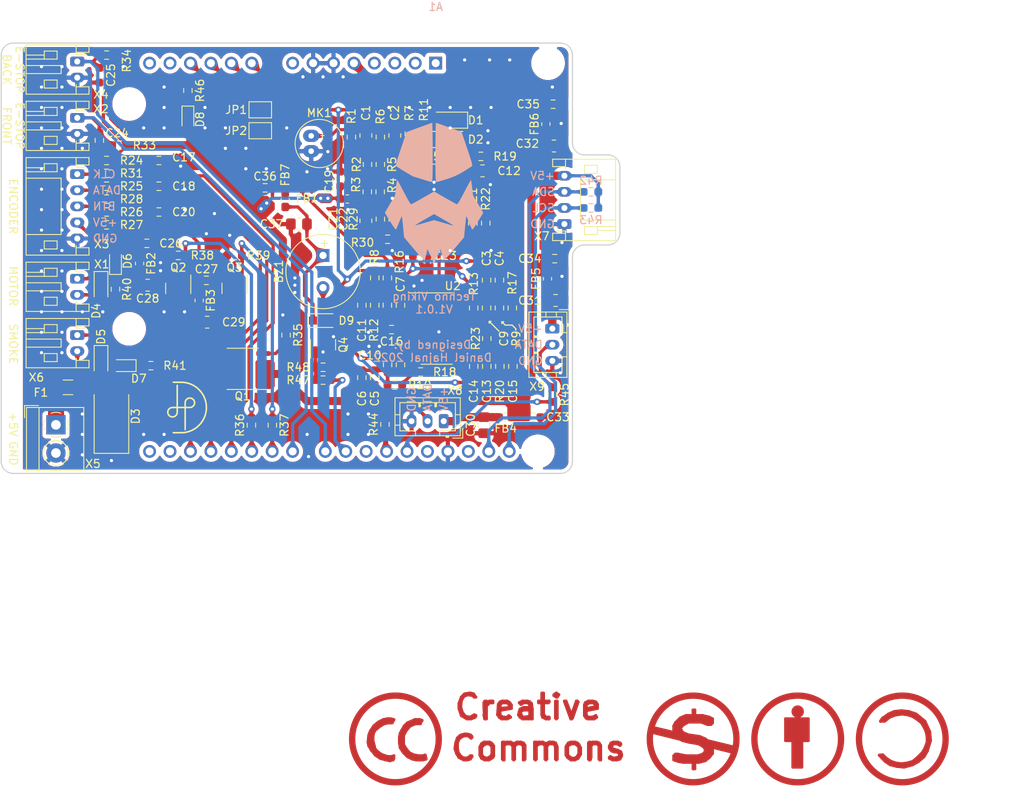
<source format=kicad_pcb>
(kicad_pcb (version 20211014) (generator pcbnew)
  (title_block (title "Techno Viking") (date "2022.04.22") (rev "1.0.1") (company "hajnal.daniel96@gmail.com") (comment 1 "Daniel Hajnal"))
  (layers (0 "F.Cu" signal) (31 "B.Cu" signal) (34 "B.Paste" user) (35 "F.Paste" user) (36 "B.SilkS" user "B.Silkscreen") (37 "F.SilkS" user "F.Silkscreen") (38 "B.Mask" user) (39 "F.Mask" user) (44 "Edge.Cuts" user))
  (net 0 "")
  (net 5 "GND")
  (net 12 "/MIC")
  (net 13 "Net-(C1-Pad2)")
  (net 14 "Net-(C2-Pad2)")
  (net 15 "Net-(C3-Pad1)")
  (net 16 "/SOUND")
  (net 17 "Net-(C10-Pad2)")
  (net 18 "Net-(C7-Pad1)")
  (net 19 "Net-(C7-Pad2)")
  (net 20 "Net-(C9-Pad1)")
  (net 21 "Net-(C10-Pad1)")
  (net 22 "+2V5")
  (net 23 "Net-(C11-Pad2)")
  (net 24 "Net-(C13-Pad1)")
  (net 25 "Net-(C13-Pad2)")
  (net 26 "Net-(C15-Pad2)")
  (net 27 "+5VA")
  (net 28 "/ENCODER_CLK")
  (net 29 "/ENCODER_DATA")
  (net 30 "+5V")
  (net 31 "/ENCODER_BTN")
  (net 32 "Net-(D2-Pad1)")
  (net 33 "/ENDSTOP_FRONT")
  (net 34 "/ENDSTOP_BACK")
  (net 35 "/LOW")
  (net 36 "/HIGH")
  (net 37 "/PEAK")
  (net 38 "/MID")
  (net 39 "Net-(R24-Pad2)")
  (net 40 "Net-(R25-Pad2)")
  (net 41 "Net-(R26-Pad2)")
  (net 42 "Net-(R29-Pad2)")
  (net 43 "Net-(R32-Pad1)")
  (net 44 "Net-(C12-Pad2)")
  (net 45 "Net-(D1-Pad1)")
  (net 46 "Net-(D1-Pad2)")
  (net 47 "Net-(R21-Pad1)")
  (net 48 "Net-(R21-Pad2)")
  (net 49 "Net-(C2-Pad1)")
  (net 50 "Net-(R2-Pad2)")
  (net 51 "Net-(R3-Pad2)")
  (net 52 "Net-(D3-Pad2)")
  (net 53 "Net-(F1-Pad1)")
  (net 54 "Net-(R17-Pad1)")
  (net 55 "Net-(R10-Pad2)")
  (net 56 "Net-(Q1-Pad4)")
  (net 58 "Net-(A1-Pad12)")
  (net 60 "Net-(C28-Pad2)")
  (net 61 "Net-(C29-Pad2)")
  (net 62 "Net-(C30-Pad2)")
  (net 63 "Net-(C31-Pad2)")
  (net 64 "Net-(D6-Pad1)")
  (net 65 "Net-(D7-Pad1)")
  (net 66 "Net-(Q2-Pad1)")
  (net 67 "Net-(Q3-Pad1)")
  (net 68 "/MOTOR")
  (net 69 "/SMOKE")
  (net 70 "/LED-1")
  (net 71 "/LED-2")
  (net 72 "/SDA")
  (net 73 "/SCL")
  (net 74 "Net-(D4-Pad2)")
  (net 75 "Net-(D5-Pad2)")
  (net 76 "Net-(C32-Pad2)")
  (net 77 "Net-(D8-Pad1)")
  (net 78 "Net-(Q4-Pad1)")
  (net 79 "Net-(R44-Pad1)")
  (net 80 "Net-(R45-Pad1)")
  (net 81 "/BUZZER")
  (net 82 "Net-(BZ1-Pad1)")
  (net 83 "Net-(BZ1-Pad2)")
  (footprint "Symbol:Symbol_CreativeCommons_CopperTop_Type1_Big" (layer "F.Cu") (at 215 174)
    (fp_text reference "REF**" hide)
    (fp_text value "Symbol_CreativeCommons_CopperTop_Type1_Big")
  )
  (footprint "Resistor_SMD:R_0805_2012Metric_Pad1.20x1.40mm_HandSolder" (layer "F.Cu") (at 191.6 122.2 180)
    (fp_text reference "C29")
    (fp_text value "10uF")
  )
  (footprint "Resistor_SMD:R_0603_1608Metric_Pad0.98x0.95mm_HandSolder" (layer "F.Cu") (at 224.7248 127.6885 90)
    (fp_text reference "C14")
    (fp_text value "10nF")
  )
  (footprint "Resistor_SMD:R_0805_2012Metric_Pad1.20x1.40mm_HandSolder" (layer "F.Cu") (at 211.325 109.59 90)
    (fp_text reference "C21")
    (fp_text value "10uF")
  )
  (footprint "Inductor_SMD:L_0603_1608Metric_Pad1.05x0.95mm_HandSolder" (layer "F.Cu") (at 233.9 116.8 90)
    (fp_text reference "FB5")
    (fp_text value "60R @ 100MHz" hide)
  )
  (footprint "Connector_JST:JST_PH_S2B-PH-K_1x02_P2.00mm_Horizontal" (layer "F.Cu") (at 175.45 96.8 -90)
    (fp_text reference "X3")
    (fp_text value "Conn_01x02_Male" hide)
  )
  (footprint "Resistor_SMD:R_0603_1608Metric_Pad0.98x0.95mm_HandSolder" (layer "F.Cu") (at 197.1 135 90)
    (fp_text reference "R36")
    (fp_text value "1k")
  )
  (footprint "Resistor_SMD:R_0603_1608Metric_Pad0.98x0.95mm_HandSolder" (layer "F.Cu") (at 226.3504 127.6904 90)
    (fp_text reference "C13")
    (fp_text value "10nF")
  )
  (footprint "microphone_local:Mic 6mm" (layer "F.Cu") (at 205.525 99.99 -90)
    (fp_text reference "MK1")
    (fp_text value "CMEJ-0627-42-P" hide)
  )
  (footprint "Resistor_SMD:R_0603_1608Metric_Pad0.98x0.95mm_HandSolder" (layer "F.Cu") (at 214.925 129.99)
    (fp_text reference "R10")
    (fp_text value "4.7k")
  )
  (footprint "Connector_JST:JST_PH_B3B-PH-K_1x03_P2.00mm_Vertical" (layer "F.Cu") (at 234.5 123 -90)
    (fp_text reference "X9")
    (fp_text value "Conn_01x03_Male" hide)
  )
  (footprint "Resistor_SMD:R_0603_1608Metric_Pad0.98x0.95mm_HandSolder" (layer "F.Cu") (at 214.725 109.39 -90)
    (fp_text reference "R29")
    (fp_text value "10k")
  )
  (footprint "Resistor_SMD:R_0603_1608Metric_Pad0.98x0.95mm_HandSolder" (layer "F.Cu") (at 209.525 99.19 -90)
    (fp_text reference "R1")
    (fp_text value "2.2k")
  )
  (footprint "Resistor_SMD:R_0603_1608Metric_Pad0.98x0.95mm_HandSolder" (layer "F.Cu") (at 224.625 109.89 -90)
    (fp_text reference "R21")
    (fp_text value "1k")
  )
  (footprint "Resistor_SMD:R_0603_1608Metric_Pad0.98x0.95mm_HandSolder" (layer "F.Cu") (at 234.8 114.3 180)
    (fp_text reference "C34")
    (fp_text value "100nF")
  )
  (footprint "Resistor_SMD:R_0603_1608Metric_Pad0.98x0.95mm_HandSolder" (layer "F.Cu") (at 179.1 106.9 180)
    (fp_text reference "R28")
    (fp_text value "10k")
  )
  (footprint "Connector_JST:JST_PH_S5B-PH-K_1x05_P2.00mm_Horizontal" (layer "F.Cu") (at 175.45 103.8 -90)
    (fp_text reference "X2")
    (fp_text value "Conn_01x05_Male" hide)
  )
  (footprint "Symbol:Symbol_CC-Attribution_CopperTop_Big" (layer "F.Cu") (at 265 174)
    (fp_text reference "REF**" hide)
    (fp_text value "Symbol_CC-Attribution_CopperTop_Big")
  )
  (footprint "Resistor_SMD:R_0603_1608Metric_Pad0.98x0.95mm_HandSolder" (layer "F.Cu") (at 179.1 105.3 180)
    (fp_text reference "R25")
    (fp_text value "10k")
  )
  (footprint "Connector_JST:JST_PH_S2B-PH-K_1x02_P2.00mm_Horizontal" (layer "F.Cu") (at 175.45 116.8 -90)
    (fp_text reference "X1")
    (fp_text value "Conn_01x02_Male" hide)
  )
  (footprint "Resistor_SMD:R_0603_1608Metric_Pad0.98x0.95mm_HandSolder" (layer "F.Cu") (at 212.425 120.09 90)
    (fp_text reference "R12")
    (fp_text value "2.2k" hide)
  )
  (footprint "Package_TO_SOT_SMD:SOT-23" (layer "F.Cu") (at 206 125 90)
    (fp_text reference "Q4")
    (fp_text value "BSH105,215" hide)
  )
  (footprint "Resistor_SMD:R_0603_1608Metric_Pad0.98x0.95mm_HandSolder" (layer "F.Cu") (at 215.625 120.09 90)
    (fp_text reference "C7")
    (fp_text value "100nF" hide)
  )
  (footprint "Jumper:SolderJumper-2_P1.3mm_Open_Pad1.0x1.5mm" (layer "F.Cu") (at 198.2 98.4)
    (fp_text reference "JP2")
    (fp_text value "Jumper_2_Open" hide)
  )
  (footprint "Resistor_SMD:R_0603_1608Metric_Pad0.98x0.95mm_HandSolder" (layer "F.Cu") (at 184.6 127.6)
    (fp_text reference "R41")
    (fp_text value "10k")
  )
  (footprint "Package_SO:SOIC-14_3.9x8.7mm_P1.27mm" (layer "F.Cu") (at 220.125 106.99)
    (fp_text reference "U1")
    (fp_text value "LMV324")
  )
  (footprint "Resistor_SMD:R_0603_1608Metric_Pad0.98x0.95mm_HandSolder" (layer "F.Cu") (at 213.7 134.9 -90)
    (fp_text reference "R44")
    (fp_text value "100R")
  )
  (footprint "Diode_SMD:D_SOD-323_HandSoldering" (layer "F.Cu") (at 206 122)
    (fp_text reference "D9")
    (fp_text value "PMEG4010BEA,115" hide)
  )
  (footprint "Inductor_SMD:L_0603_1608Metric_Pad1.05x0.95mm_HandSolder" (layer "F.Cu") (at 190.6 119.5 -90)
    (fp_text reference "FB3")
    (fp_text value "60R @ 100MHz" hide)
  )
  (footprint "Resistor_SMD:R_0603_1608Metric_Pad0.98x0.95mm_HandSolder" (layer "F.Cu") (at 211.5 106 90)
    (fp_text reference "R3")
    (fp_text value "10k")
  )
  (footprint "Resistor_SMD:R_0603_1608Metric_Pad0.98x0.95mm_HandSolder" (layer "F.Cu") (at 178.2 91.5 -90)
    (fp_text reference "C25")
    (fp_text value "10nF")
  )
  (footprint "Resistor_SMD:R_0603_1608Metric_Pad0.98x0.95mm_HandSolder" (layer "F.Cu") (at 201.4 123.8 90)
    (fp_text reference "R35")
    (fp_text value "10k")
  )
  (footprint "Resistor_SMD:R_0603_1608Metric_Pad0.98x0.95mm_HandSolder" (layer "F.Cu") (at 208.125 104.39 -90)
    (fp_text reference "C19")
    (fp_text value "100nF")
  )
  (footprint "Resistor_SMD:R_0603_1608Metric_Pad0.98x0.95mm_HandSolder" (layer "F.Cu") (at 179.1 89 180)
    (fp_text reference "R34")
    (fp_text value "10k")
  )
  (footprint "Resistor_SMD:R_0603_1608Metric_Pad0.98x0.95mm_HandSolder" (layer "F.Cu") (at 213.125 102.59 90)
    (fp_text reference "R5")
    (fp_text value "200k")
  )
  (footprint "Inductor_SMD:L_0603_1608Metric_Pad1.05x0.95mm_HandSolder" (layer "F.Cu") (at 183.2 114.9 -90)
    (fp_text reference "FB2")
    (fp_text value "60R @ 100MHz" hide)
  )
  (footprint "Resistor_SMD:R_0805_2012Metric_Pad1.20x1.40mm_HandSolder" (layer "F.Cu") (at 234.7 100.3 180)
    (fp_text reference "C32")
    (fp_text value "10uF")
  )
  (footprint "Resistor_SMD:R_0603_1608Metric_Pad0.98x0.95mm_HandSolder" (layer "F.Cu") (at 188 113.9 180)
    (fp_text reference "R38")
    (fp_text value "10k")
  )
  (footprint "Resistor_SMD:R_0603_1608Metric_Pad0.98x0.95mm_HandSolder" (layer "F.Cu") (at 225.625 101.59)
    (fp_text reference "R19")
    (fp_text value "10k")
  )
  (footprint "Diode_SMD:D_SOD-323_HandSoldering" (layer "F.Cu") (at 178.4 117.8 -90)
    (fp_text reference "D4")
    (fp_text value "PMEG4010BEA,115" hide)
  )
  (footprint "Resistor_SMD:R_0603_1608Metric_Pad0.98x0.95mm_HandSolder" (layer "F.Cu") (at 210.825 129.09 -90)
    (fp_text reference "C6")
    (fp_text value "100nF")
  )
  (footprint "Symbol:Symbol_CC-Noncommercial_CopperTop_Big" (layer "F.Cu") (at 252 174)
    (fp_text reference "REF**" hide)
    (fp_text value "Symbol_CC-Noncommercial_CopperTop_Big")
  )
  (footprint "Resistor_SMD:R_0603_1608Metric_Pad0.98x0.95mm_HandSolder" (layer "F.Cu") (at 234.5 131.2 -90)
    (fp_text reference "R45")
    (fp_text value "100R")
  )
  (footprint "Resistor_SMD:R_0603_1608Metric_Pad0.98x0.95mm_HandSolder" (layer "F.Cu") (at 234.6 95.1 180)
    (fp_text reference "C35")
    (fp_text value "100nF")
  )
  (footprint "Package_SO:SO-8_3.9x4.9mm_P1.27mm" (layer "F.Cu") (at 196 128 180)
    (fp_text reference "Q1")
    (fp_text value "SQ4005EY-T1_BE3" hide)
  )
  (footprint "Resistor_SMD:R_0603_1608Metric_Pad0.98x0.95mm_HandSolder" (layer "F.Cu") (at 189.2 93.4 90)
    (fp_text reference "R46")
    (fp_text value "10k")
  )
  (footprint "Resistor_SMD:R_0603_1608Metric_Pad0.98x0.95mm_HandSolder" (layer "F.Cu") (at 185.6 105.3)
    (fp_text reference "C18")
    (fp_text value "10nF")
  )
  (footprint "Inductor_SMD:L_0603_1608Metric_Pad1.05x0.95mm_HandSolder" (layer "F.Cu") (at 233.7 97.575 90)
    (fp_text reference "FB6")
    (fp_text value "60R @ 100MHz" hide)
  )
  (footprint "Resistor_SMD:R_0603_1608Metric_Pad0.98x0.95mm_HandSolder" (layer "F.Cu") (at 213.1 106 -90)
    (fp_text reference "R4")
    (fp_text value "10k")
  )
  (footprint "Resistor_SMD:R_0603_1608Metric_Pad0.98x0.95mm_HandSolder" (layer "F.Cu") (at 195 113.9 180)
    (fp_text reference "R39")
    (fp_text value "10k")
  )
  (footprint "Resistor_SMD:R_0603_1608Metric_Pad0.98x0.95mm_HandSolder" (layer "F.Cu") (at 218.075 113.94)
    (fp_text reference "C23")
    (fp_text value "100pF")
  )
  (footprint "Buzzer_Beeper:MagneticBuzzer_PUI_AT-0927-TT-6-R" (layer "F.Cu") (at 206 113.9 -90)
    (fp_text reference "BZ1")
    (fp_text value "Buzzer")
  )
  (footprint "Resistor_SMD:R_0603_1608Metric_Pad0.98x0.95mm_HandSolder" (layer "F.Cu") (at 214.514 123.1184 180)
    (fp_text reference "C16")
    (fp_text value "100nF" hide)
  )
  (footprint "Resistor_SMD:R_0603_1608Metric_Pad0.98x0.95mm_HandSolder" (layer "F.Cu") (at 227.976 127.6904 -90)
    (fp_text reference "R20")
    (fp_text value "4.7k")
  )
  (footprint "Resistor_SMD:R_0805_2012Metric_Pad1.20x1.40mm_HandSolder" (layer "F.Cu") (at 234.9 119.5 180)
    (fp_text reference "C31")
    (fp_text value "10uF")
  )
  (footprint "Resistor_SMD:R_0603_1608Metric_Pad0.98x0.95mm_HandSolder" (layer "F.Cu") (at 211.525 102.59 -90)
    (fp_text reference "R2")
    (fp_text value "1k")
  )
  (footprint "Diode_SMD:D_SOD-123" (layer "F.Cu") (at 221.725 99.49)
    (fp_text reference "D2")
    (fp_text value "BAT42W-V" hide)
  )
  (footprint "Resistor_SMD:R_0603_1608Metric_Pad0.98x0.95mm_HandSolder" (layer "F.Cu") (at 227.925 120.426 -90)
    (fp_text reference "R9")
    (fp_text value "4.7k" hide)
  )
  (footprint "Resistor_SMD:R_0603_1608Metric_Pad0.98x0.95mm_HandSolder" (layer "F.Cu") (at 180.2 118.1 -90)
    (fp_text reference "R40")
    (fp_text value "10k")
  )
  (footprint "Resistor_SMD:R_0603_1608Metric_Pad0.98x0.95mm_HandSolder" (layer "F.Cu") (at 214 116.7 90)
    (fp_text reference "R16")
    (fp_text value "100R")
  )
  (footprint "Resistor_SMD:R_0603_1608Metric_Pad0.98x0.95mm_HandSolder" (layer "F.Cu") (at 214.025 127.49 -90)
    (fp_text reference "C10")
    (fp_text value "100nF" hide)
  )
  (footprint "Resistor_SMD:R_0603_1608Metric_Pad0.98x0.95mm_HandSolder" (layer "F.Cu") (at 227.925 116.9716 90)
    (fp_text reference "C4")
    (fp_text value "10nF")
  )
  (footprint "Resistor_SMD:R_0603_1608Metric_Pad0.98x0.95mm_HandSolder" (layer "F.Cu") (at 214 120.09 90)
    (fp_text reference "C8" hide)
    (fp_text value "100nF" hide)
  )
  (footprint "Resistor_SMD:R_0603_1608Metric_Pad0.98x0.95mm_HandSolder" (layer "F.Cu") (at 218.525 98.79 -90)
    (fp_text reference "R11")
    (fp_text value "10k")
  )
  (footprint "Connector_JST:JST_PH_S4B-PH-K_1x04_P2.00mm_Horizontal" (layer "F.Cu") (at 236 110 90)
    (fp_text reference "X7")
    (fp_text value "Conn_01x04_Male" hide)
  )
  (footprint "Package_TO_SOT_SMD:SOT-23" (layer "F.Cu") (at 195 118 -90)
    (fp_text reference "Q3")
    (fp_text value "BSH105,215" hide)
  )
  (footprint "Resistor_SMD:R_0603_1608Metric_Pad0.98x0.95mm_HandSolder" (layer "F.Cu") (at 216.725 98.79 90)
    (fp_text reference "R7")
    (fp_text value "10k")
  )
  (footprint "Resistor_SMD:R_0603_1608Metric_Pad0.98x0.95mm_HandSolder" (layer "F.Cu") (at 178.2 99.6 -90)
    (fp_text reference "C24")
    (fp_text value "10nF")
  )
  (footprint "LED_SMD:LED_0603_1608Metric_Pad1.05x0.95mm_HandSolder" (layer "F.Cu") (at 181.1 127.6 180)
    (fp_text reference "D7")
    (fp_text value "LED" hide)
  )
  (footprint "Resistor_SMD:R_0603_1608Metric_Pad0.98x0.95mm_HandSolder" (layer "F.Cu") (at 226.325 120.426 90)
    (fp_text reference "C9")
    (fp_text value "10nF" hide)
  )
  (footprint "Connector_JST:JST_PH_S2B-PH-K_1x02_P2.00mm_Horizontal" (layer "F.Cu") (at 175.45 89.8 -90)
    (fp_text reference "X4")
    (fp_text value "Conn_01x02_Male" hide)
  )
  (footprint "Resistor_SMD:R_0603_1608Metric_Pad0.98x0.95mm_HandSolder" (layer "F.Cu") (at 191.5 117 180)
    (fp_text reference "C27")
    (fp_text value "100nF")
  )
  (footprint "Diode_SMD:D_SMB_Handsoldering" (layer "F.Cu") (at 179.7 133.9 90)
    (fp_text reference "D3")
    (fp_text value "SMBJ5.0CA-QH" hide)
  )
  (footprint "Diode_SMD:D_SOD-323_HandSoldering" (layer "F.Cu") (at 178.4 127 -90)
    (fp_text reference "D5")
    (fp_text value "PMEG4010BEA,115" hide)
  )
  (footprint "LED_SMD:LED_0603_1608Metric_Pad1.05x0.95mm_HandSolder" (layer "F.Cu") (at 189.2 97 -90)
    (fp_text reference "D8")
    (fp_text value "LED")
  )
  (footprint "Resistor_SMD:R_0603_1608Metric_Pad0.98x0.95mm_HandSolder" (layer "F.Cu") (at 218.075 112.39 180)
    (fp_text reference "R32")
    (fp_text value "1k")
  )
  (footprint "Resistor_SMD:R_0603_1608Metric_Pad0.98x0.95mm_HandSolder" (layer "F.Cu") (at 229.6016 127.6904 90)
    (fp_text reference "C15")
    (fp_text value "10nF")
  )
  (footprint "Resistor_SMD:R_0603_1608Metric_Pad0.98x0.95mm_HandSolder" (layer "F.Cu") (at 179.1 108.5 180)
    (fp_text reference "R26")
    (fp_text value "10k")
  )
  (footprint "Resistor_SMD:R_0603_1608Metric_Pad0.98x0.95mm_HandSolder" (layer "F.Cu") (at 226.325 116.9716 90)
    (fp_text reference "C3")
    (fp_text value "10nF")
  )
  (footprint "Resistor_SMD:R_0603_1608Metric_Pad0.98x0.95mm_HandSolder" (layer "F.Cu") (at 226.3504 124.236 90)
    (fp_text reference "R23")
    (fp_text value "100R")
  )
  (footprint "Resistor_SMD:R_0603_1608Metric_Pad0.98x0.95mm_HandSolder" (layer "F.Cu") (at 185.6 102.1)
    (fp_text reference "C17")
    (fp_text value "10nF")
  )
  (footprint "LOGO" (layer "F.Cu") (at 189.1 132.8)
    (fp_text reference "G***" hide)
    (fp_text value "LOGO" hide)
  )
  (footprint "Resistor_SMD:R_0603_1608Metric_Pad0.98x0.95mm_HandSolder" (layer "F.Cu") (at 206 129.4 180)
    (fp_text reference "R47")
    (fp_text value "1k")
  )
  (footprint "Resistor_SMD:R_0603_1608Metric_Pad0.98x0.95mm_HandSolder" (layer "F.Cu") (at 222.225 101.59)
    (fp_text reference "R15")
    (fp_text value "100R")
  )
  (footprint "Resistor_SMD:R_0603_1608Metric_Pad0.98x0.95mm_HandSolder" (layer "F.Cu") (at 180.7 100.2 180)
    (fp_text reference "R33")
    (fp_text value "10k")
  )
  (footprint "Resistor_SMD:R_0603_1608Metric_Pad0.98x0.95mm_HandSolder" (layer "F.Cu") (at 179.1 110.1 180)
    (fp_text reference "R27")
    (fp_text value "10k")
  )
  (footprint "Resistor_SMD:R_0603_1608Metric_Pad0.98x0.95mm_HandSolder" (layer "F.Cu") (at 206 127.8)
    (fp_text reference "R48")
    (fp_text value "10k")
  )
  (footprint "Resistor_SMD:R_0603_1608Metric_Pad0.98x0.95mm_HandSolder" (layer "F.Cu") (at 226.225 109.89 90)
    (fp_text reference "R22")
    (fp_text value "100R")
  )
  (footprint "Resistor_SMD:R_0603_1608Metric_Pad0.98x0.95mm_HandSolder" (layer "F.Cu") (at 224.7248 120.426 -90)
    (fp_text reference "R13")
    (fp_text value "4.7k")
  )
  (footprint "Resistor_SMD:R_0805_2012Metric_Pad1.20x1.40mm_HandSolder" (layer "F.Cu") (at 214.925 98.99 90)
    (fp_text reference "C2")
    (fp_text value "10uF")
  )
  (footprint "Connector_JST:JST_PH_S2B-PH-K_1x02_P2.00mm_Horizontal" (layer "F.Cu") (at 175.45 123.8 -90)
    (fp_text reference "X6")
    (fp_text value "Conn_01x02_Male" hide)
  )
  (footprint "Package_SO:SOIC-14_3.9x8.7mm_P1.27mm" (layer "F.Cu") (at 220.125 122.99)
    (fp_text reference "U2")
    (fp_text value "LMV324")
  )
  (footprint "Resistor_SMD:R_0603_1608Metric_Pad0.98x0.95mm_HandSolder" (layer "F.Cu") (at 229.525 120.426 90)
    (fp_text reference "R17")
    (fp_text value "100R")
  )
  (footprint "Resistor_SMD:R_0603_1608Metric_Pad0.98x0.95mm_HandSolder" (layer "F.Cu") (at 179.1 102.1 180)
    (fp_text reference "R24")
    (fp_text value "10k")
  )
  (footprint "Resistor_SMD:R_0603_1608Metric_Pad0.98x0.95mm_HandSolder" (layer "F.Cu") (at 210.825 120.09 -90)
    (fp_text reference "C11")
    (fp_text value "100nF")
  )
  (footprint "Resistor_SMD:R_0603_1608Metric_Pad0.98x0.95mm_HandSolder" (layer "F.Cu") (at 212.425 129.09 -90)
    (fp_text reference "C5")
    (fp_text value "100nF")
  )
  (footprint "Resistor_SMD:R_0805_2012Metric_Pad1.20x1.40mm_HandSolder" (layer "F.Cu") (at 211.325 98.99 -90)
    (fp_text reference "C1")
    (fp_text value "10uF")
  )
  (footprint "Resistor_SMD:R_0603_1608Metric_Pad0.98x0.95mm_HandSolder" (layer "F.Cu") (at 199.7 135 90)
    (fp_text reference "R37")
    (fp_text value "1k")
  )
  (footprint "Jumper:SolderJumper-2_P1.3mm_Bridged_Pad1.0x1.5mm" (layer "F.Cu") (at 198.2 95.8)
    (fp_text reference "JP1")
    (fp_text value "Jumper_2_Bridged" hide)
  )
  (footprint "TerminalBlock_4Ucon:TerminalBlock_4Ucon_1x02_P3.50mm_Horizontal" (layer "F.Cu") (at 172.8 134.96 -90)
    (fp_text reference "X5")
    (fp_text value "Conn_01x02_Female" hide)
  )
  (footprint "Resistor_SMD:R_0603_1608Metric_Pad0.98x0.95mm_HandSolder" (layer "F.Cu") (at 185.6 108.5)
    (fp_text reference "C20")
    (fp_text value "10nF")
  )
  (footprint "Resistor_SMD:R_0603_1608Metric_Pad0.98x0.95mm_HandSolder" (layer "F.Cu") (at 212.425 116.69 90)
    (fp_text reference "R8")
    (fp_text value "2.2k" hide)
  )
  (footprint "Resistor_SMD:R_0805_2012Metric_Pad1.20x1.40mm_HandSolder" (layer "F.Cu") (at 225.825 103.39 180)
    (fp_text reference "C12")
    (fp_text value "10uF")
  )
  (footprint "Resistor_SMD:R_0603_1608Metric_Pad0.98x0.95mm_HandSolder" (layer "F.Cu") (at 232.1 134 180)
    (fp_text reference "C33")
    (fp_text value "100nF")
  )
  (footprint "Resistor_SMD:R_0805_2012Metric_Pad1.20x1.40mm_HandSolder" (layer "F.Cu") (at 203 110)
    (fp_text reference "C37")
    (fp_text value "10uF")
  )
  (footprint "Package_TO_SOT_SMD:SOT-23" (layer "F.Cu") (at 188 118 -90)
    (fp_text reference "Q2")
    (fp_text value "BSH105,215" hide)
  )
  (footprint "Inductor_SMD:L_0603_1608Metric_Pad1.05x0.95mm_HandSolder" (layer "F.Cu") (at 201.3 107 -90)
    (fp_text reference "FB7")
    (fp_text value "60R @ 100MHz" hide)
  )
  (footprint "Resistor_SMD:R_0603_1608Metric_Pad0.98x0.95mm_HandSolder" (layer "F.Cu") (at 198.8 105.5)
    (fp_text reference "C36")
    (fp_text value "100nF")
  )
  (footprint "Resistor_SMD:R_0603_1608Metric_Pad0.98x0.95mm_HandSolder" (layer "F.Cu") (at 214.025 111.89 180)
    (fp_text reference "R30")
    (fp_text value "10k")
  )
  (footprint "Resistor_SMD:R_0603_1608Metric_Pad0.98x0.95mm_HandSolder" (layer "F.Cu") (at 213.125 109.39 -90)
    (fp_text reference "C22")
    (fp_text value "100nF" hide)
  )
  (footprint "Fuse:Fuse_1206_3216Metric_Pad1.42x1.75mm_HandSolder" (layer "F.Cu") (at 174.3 130.3)
    (fp_text reference "F1")
    (fp_text value "6A")
  )
  (footprint "Resistor_SMD:R_0603_1608Metric_Pad0.98x0.95mm_HandSolder" (layer "F.Cu") (at 179.1 103.7 180)
    (fp_text reference "R31")
    (fp_text value "10k")
  )
  (footprint "Resistor_SMD:R_0805_2012Metric_Pad1.20x1.40mm_HandSolder" (layer "F.Cu") (at 184.2 117.6 180)
    (fp_text reference "C28")
    (fp_text value "10uF")
  )
  (footprint "Symbol:Symbol_CC-ShareAlike_CopperTop_Big" (layer "F.Cu") (at 278 174)
    (fp_text reference "REF**" hide)
    (fp_text value "Symbol_CC-ShareAlike_CopperTop_Big")
  )
  (footprint "Connector_JST:JST_PH_B3B-PH-K_1x03_P2.00mm_Vertical" (layer "F.Cu") (at 221 134.5 180)
    (fp_text reference "X8")
    (fp_text value "Conn_01x03_Male" hide)
  )
  (footprint "Resistor_SMD:R_0603_1608Metric_Pad0.98x0.95mm_HandSolder" (layer "F.Cu") (at 213.125 99.19 90)
    (fp_text reference "R6")
    (fp_text value "100R")
  )
  (footprint "Resistor_SMD:R_0603_1608Metric_Pad0.98x0.95mm_HandSolder" (layer "F.Cu") (at 215.625 127.49 90)
    (fp_text reference "R14" hide)
    (fp_text value "4.7k" hide)
  )
  (footprint "Inductor_SMD:L_0603_1608Metric_Pad1.05x0.95mm_HandSolder" (layer "F.Cu") (at 228.7 134)
    (fp_text reference "FB4")
    (fp_text value "60R @ 100MHz" hide)
  )
  (footprint "Inductor_SMD:L_0603_1608Metric_Pad1.05x0.95mm_HandSolder" (layer "F.Cu") (at 209.025 106.89)
    (fp_text reference "FB1")
    (fp_text value "60R @ 100MHz" hide)
  )
  (footprint "LED_SMD:LED_0603_1608Metric_Pad1.05x0.95mm_HandSolder" (layer "F.Cu") (at 180.2 114.6 90)
    (fp_text reference "D6")
    (fp_text value "LED")
  )
  (footprint "Resistor_SMD:R_0603_1608Metric_Pad0.98x0.95mm_HandSolder" (layer "F.Cu") (at 218.125 128.39 180)
    (fp_text reference "R18")
    (fp_text value "4.7k")
  )
  (footprint "Diode_SMD:D_SOD-123" (layer "F.Cu") (at 221.725 97.09 180)
    (fp_text reference "D1")
    (fp_text value "BAT42W-V" hide)
  )
  (footprint "Resistor_SMD:R_0805_2012Metric_Pad1.20x1.40mm_HandSolder" (layer "F.Cu") (at 226 135 90)
    (fp_text reference "C30")
    (fp_text value "10uF")
  )
  (footprint "Resistor_SMD:R_0603_1608Metric_Pad0.98x0.95mm_HandSolder" (layer "F.Cu") (at 184.1 112.4 180)
    (fp_text reference "C26")
    (fp_text value "100nF")
  )
  (footprint "module_local:Arduino_R3_Extended" (layer "B.Cu") (at 220 90 180)
    (fp_text reference "A1")
    (fp_text value "Arduino_UNO_R3" hide)
  )
  (footprint "Resistor_SMD:R_0603_1608Metric_Pad0.98x0.95mm_HandSolder" (layer "B.Cu") (at 239.3 106 180)
    (fp_text reference "R42")
    (fp_text value "4.7k")
  )
  (footprint "LOGO" (layer "B.Cu") (at 219.8 105.2 180)
    (fp_text reference "G***" hide)
    (fp_text value "LOGO" hide)
  )
  (footprint "Resistor_SMD:R_0603_1608Metric_Pad0.98x0.95mm_HandSolder" (layer "B.Cu") (at 239.3 108 180)
    (fp_text reference "R43")
    (fp_text value "4.7k")
  )
  (gr_line (start 228.23 122.1532) (end 228.4332 122.1532) (layer "F.SilkS") (width 0.15))
  (gr_line (start 228.23 122.3564) (end 228.4332 122.1532) (layer "F.SilkS") (width 0.15))
  (gr_line (start 229.5 122.5596) (end 228.6364 122.5596) (layer "F.SilkS") (width 0.15))
  (gr_line (start 228.23 122.1532) (end 228.23 122.3564) (layer "F.SilkS") (width 0.15))
  (gr_line (start 227.8744 123.3216) (end 226.6552 122.1024) (layer "F.SilkS") (width 0.15))
  (gr_line (start 228.6364 122.5596) (end 228.23 122.1532) (layer "F.SilkS") (width 0.15))
  (gr_line (start 226.6552 122.1024) (end 226.8584 122.1024) (layer "F.SilkS") (width 0.15))
  (gr_line (start 229.9572 123.22) (end 229.9572 123.0168) (layer "F.SilkS") (width 0.15))
  (gr_line (start 229.9572 123.0168) (end 229.5 122.5596) (layer "F.SilkS") (width 0.15))
  (gr_line (start 226.6552 122.1024) (end 226.6552 122.3056) (layer "F.SilkS") (width 0.15))
  (gr_line (start 226.6552 122.3056) (end 226.8584 122.1024) (layer "F.SilkS") (width 0.15))
  (gr_arc (start 235.5 87.5) (mid 236.56066 87.93934) (end 237 89) (layer "Edge.Cuts") (width 0.15))
  (gr_line (start 242.9 102.9) (end 242.9 111.1) (layer "Edge.Cuts") (width 0.15))
  (gr_line (start 235.5 141) (end 167.5 141) (layer "Edge.Cuts") (width 0.15))
  (gr_line (start 241.4 112.6) (end 238.5 112.6) (layer "Edge.Cuts") (width 0.15))
  (gr_arc (start 237 139.5) (mid 236.56066 140.56066) (end 235.5 141) (layer "Edge.Cuts") (width 0.15))
  (gr_arc (start 237 114.1) (mid 237.43934 113.03934) (end 238.5 112.6) (layer "Edge.Cuts") (width 0.15))
  (gr_arc (start 238.5 101.4) (mid 237.43934 100.96066) (end 237 99.9) (layer "Edge.Cuts") (width 0.15))
  (gr_line (start 238.5 101.4) (end 241.4 101.4) (layer "Edge.Cuts") (width 0.15))
  (gr_arc (start 167.5 141) (mid 166.43934 140.56066) (end 166 139.5) (layer "Edge.Cuts") (width 0.15))
  (gr_arc (start 242.9 111.1) (mid 242.46066 112.16066) (end 241.4 112.6) (layer "Edge.Cuts") (width 0.15))
  (gr_line (start 237 89) (end 237 99.9) (layer "Edge.Cuts") (width 0.15))
  (gr_arc (start 166 89) (mid 166.43934 87.93934) (end 167.5 87.5) (layer "Edge.Cuts") (width 0.15))
  (gr_line (start 167.5 87.5) (end 235.5 87.5) (layer "Edge.Cuts") (width 0.15))
  (gr_arc (start 241.4 101.4) (mid 242.46066 101.83934) (end 242.9 102.9) (layer "Edge.Cuts") (width 0.15))
  (gr_line (start 237 114.1) (end 237 139.5) (layer "Edge.Cuts") (width 0.15))
  (gr_line (start 166 139.5) (end 166 89) (layer "Edge.Cuts") (width 0.15))
  (gr_text "GND" (at 217 133.4 90) (layer "B.SilkS") (effects (font (size 1 1)) (justify right mirror)))
  (gr_text "DATA" (at 233.4 125) (layer "B.SilkS") (effects (font (size 1 1)) (justify left mirror)))
  (gr_text "Designed by:\nDaniel Hajnal 2022" (at 219.6 125.8) (layer "B.SilkS") (effects (font (size 1 1)) (justify mirror)))
  (gr_text "+5V" (at 221 133.4 90) (layer "B.SilkS") (effects (font (size 1 1)) (justify right mirror)))
  (gr_text "+5V" (at 177.3 109.8) (layer "B.SilkS") (effects (font (size 1 1)) (justify right mirror)))
  (gr_text "Techno Viking\nV1.0.1" (at 219.8 119.8) (layer "B.SilkS") (effects (font (size 1 1)) (justify mirror)))
  (gr_text "GND" (at 233.4 127) (layer "B.SilkS") (effects (font (size 1 1)) (justify left mirror)))
  (gr_text "CLK" (at 177.3 103.8) (layer "B.SilkS") (effects (font (size 1 1)) (justify right mirror)))
  (gr_text "GND" (at 177.3 111.8) (layer "B.SilkS") (effects (font (size 1 1)) (justify right mirror)))
  (gr_text "GND" (at 234.9 110) (layer "B.SilkS") (effects (font (size 1 1)) (justify left mirror)))
  (gr_text "SCL" (at 234.9 108) (layer "B.SilkS") (effects (font (size 1 1)) (justify left mirror)))
  (gr_text "DATA" (at 219 133.4 90) (layer "B.SilkS") (effects (font (size 1 1)) (justify right mirror)))
  (gr_text "BTN" (at 177.3 107.8) (layer "B.SilkS") (effects (font (size 1 1)) (justify right mirror)))
  (gr_text "SDA" (at 234.9 106) (layer "B.SilkS") (effects (font (size 1 1)) (justify left mirror)))
  (gr_text "+5V" (at 234.9 104) (layer "B.SilkS") (effects (font (size 1 1)) (justify left mirror)))
  (gr_text "+5V" (at 233.4 123) (layer "B.SilkS") (effects (font (size 1 1)) (justify left mirror)))
  (gr_text "DATA" (at 177.3 105.8) (layer "B.SilkS") (effects (font (size 1 1)) (justify right mirror)))
  (gr_text "MOTOR" (at 167.5 117.7 270) (layer "F.SilkS") (effects (font (size 1 1))))
  (gr_text "GND" (at 167.5 138.5 270) (layer "F.SilkS") (effects (font (size 1 1))))
  (gr_text "SMOKE" (at 167.5 124.9 270) (layer "F.SilkS") (effects (font (size 1 1))))
  (gr_text "E-STOP\nBACK\n" (at 167.5 90.8 270) (layer "F.SilkS") (effects (font (size 1 1))))
  (gr_text "ENCODER" (at 167.5 107.8 270) (layer "F.SilkS") (effects (font (size 1 1))))
  (gr_text "+5V" (at 167.5 134.9 270) (layer "F.SilkS") (effects (font (size 1 1))))
  (gr_text "E-STOP\nFRONT\n" (at 167.5 97.8 270) (layer "F.SilkS") (effects (font (size 1 1))))
  (via (at 214.6 113.3) (size 0.8) (drill 0.4) (layers "F.Cu" "B.Cu") (net 5))
  (via (at 173.545 115.83) (size 0.8) (drill 0.4) (layers "F.Cu" "B.Cu") (net 5))
  (via (at 171.005 110.75) (size 0.8) (drill 0.4) (layers "F.Cu" "B.Cu") (net 5))
  (via (at 173.545 105.67) (size 0.8) (drill 0.4) (layers "F.Cu" "B.Cu") (net 5))
  (via (at 173.545 95.51) (size 0.8) (drill 0.4) (layers "F.Cu" "B.Cu") (net 5))
  (via (at 185.8 114.8) (size 0.8) (drill 0.4) (layers "F.Cu" "B.Cu") (net 5))
  (via (at 214.185 95.51) (size 0.8) (drill 0.4) (layers "F.Cu" "B.Cu") (net 5))
  (via (at 226.5 98.4) (size 0.8) (drill 0.4) (layers "F.Cu" "B.Cu") (net 5))
  (via (at 178.625 120.91) (size 0.8) (drill 0.4) (layers "F.Cu" "B.Cu") (net 5))
  (via (at 183.705 98.05) (size 0.8) (drill 0.4) (layers "F.Cu" "B.Cu") (net 5))
  (via (at 171.005 108.21) (size 0.8) (drill 0.4) (layers "F.Cu" "B.Cu") (net 5))
  (via (at 188.785 105.67) (size 0.8) (drill 0.4) (layers "F.Cu" "B.Cu") (net 5))
  (via (at 173.545 120.91) (size 0.8) (drill 0.4) (layers "F.Cu" "B.Cu") (net 5))
  (via (at 202.5 118.5) (size 0.8) (drill 0.4) (layers "F.Cu" "B.Cu") (net 5))
  (via (at 202.5 117.6) (size 0.8) (drill 0.4) (layers "F.Cu" "B.Cu") (net 5))
  (via (at 226.885 95.51) (size 0.8) (drill 0.4) (layers "F.Cu" "B.Cu") (net 5))
  (via (at 173.545 103.13) (size 0.8) (drill 0.4) (layers "F.Cu" "B.Cu") (net 5))
  (via (at 181.165 90.43) (size 0.8) (drill 0.4) (layers "F.Cu" "B.Cu") (net 5))
  (via (at 173.545 92.97) (size 0.8) (drill 0.4) (layers "F.Cu" "B.Cu") (net 5))
  (via (at 188.785 108.21) (size 0.8) (drill 0.4) (layers "F.Cu" "B.Cu") (net 5))
  (via (at 191.5 111.2) (size 0.8) (drill 0.4) (layers "F.Cu" "B.Cu") (net 5))
  (via (at 224.345 95.51) (size 0.8) (drill 0.4) (layers "F.Cu" "B.Cu") (net 5))
  (via (at 186.245 95.51) (size 0.8) (drill 0.4) (layers "F.Cu" "B.Cu") (net 5))
  (via (at 171.005 113.29) (size 0.8) (drill 0.4) (layers "F.Cu" "B.Cu") (net 5))
  (via (at 226.885 113.29) (size 0.8) (drill 0.4) (layers "F.Cu" "B.Cu") (net 5))
  (via (at 176.085 133.61) (size 0.8) (drill 0.4) (layers "F.Cu" "B.Cu") (net 5))
  (via (at 209.105 133.61) (size 0.8) (drill 0.4) (layers "F.Cu" "B.Cu") (net 5))
  (via (at 219.265 95.51) (size 0.8) (drill 0.4) (layers "F.Cu" "B.Cu") (net 5))
  (via (at 226.7 89.6) (size 0.8) (drill 0.4) (layers "F.Cu" "B.Cu") (net 5))
  (via (at 173.545 113.29) (size 0.8) (drill 0.4) (layers "F.Cu" "B.Cu") (net 5))
  (via (at 204.025 136.15) (size 0.8) (drill 0.4) (layers "F.Cu" "B.Cu") (net 5))
  (via (at 201 121.3) (size 0.8) (drill 0.4) (layers "F.Cu" "B.Cu") (net 5))
  (via (at 188.3 102.8) (size 0.8) (drill 0.4) (layers "F.Cu" "B.Cu") (net 5))
  (via (at 229.2 89.6) (size 0.8) (drill 0.4) (layers "F.Cu" "B.Cu") (net 5))
  (via (at 209.1 108.2) (size 0.8) (drill 0.4) (layers "F.Cu" "B.Cu") (net 5))
  (via (at 173.545 90.43) (size 0.8) (drill 0.4) (layers "F.Cu" "B.Cu") (net 5))
  (via (at 192.5 108.7) (size 0.8) (drill 0.4) (layers "F.Cu" "B.Cu") (net 5))
  (via (at 171.005 105.67) (size 0.8) (drill 0.4) (layers "F.Cu" "B.Cu") (net 5))
  (via (at 171.005 95.51) (size 0.8) (drill 0.4) (layers "F.Cu" "B.Cu") (net 5))
  (via (at 171.005 115.83) (size 0.8) (drill 0.4) (layers "F.Cu" "B.Cu") (net 5))
  (via (at 204.2 138.9) (size 0.8) (drill 0.4) (layers "F.Cu" "B.Cu") (net 5))
  (via (at 221.805 98.05) (size 0.8) (drill 0.4) (layers "F.Cu" "B.Cu") (net 5))
  (via (at 173.545 98.05) (size 0.8) (drill 0.4) (layers "F.Cu" "B.Cu") (net 5))
  (via (at 194.4 111.4) (size 0.8) (drill 0.4) (layers "F.Cu" "B.Cu") (net 5))
  (via (at 171.005 90.43) (size 0.8) (drill 0.4) (layers "F.Cu" "B.Cu") (net 5))
  (via (at 219.8 104.8) (size 0.8) (drill 0.4) (layers "F.Cu" "B.Cu") (net 5))
  (via (at 206 125.9) (size 0.8) (drill 0.4) (layers "F.Cu" "B.Cu") (net 5))
  (via (at 234.505 92.97) (size 0.8) (drill 0.4) (layers "F.Cu" "B.Cu") (net 5))
  (via (at 173.545 123.45) (size 0.8) (drill 0.4) (layers "F.Cu" "B.Cu") (net 5))
  (via (at 226.8 105.1) (size 0.8) (drill 0.4) (layers "F.Cu" "B.Cu") (net 5))
  (via (at 171.005 103.13) (size 0.8) (drill 0.4) (layers "F.Cu" "B.Cu") (net 5))
  (via (at 171.005 118.37) (size 0.8) (drill 0.4) (layers "F.Cu" "B.Cu") (net 5))
  (via (at 206 91.7) (size 0.8) (drill 0.4) (layers "F.Cu" "B.Cu") (net 5))
  (via (at 173.545 125.99) (size 0.8) (drill 0.4) (layers "F.Cu" "B.Cu") (net 5))
  (via (at 202.5 116.7) (size 0.8) (drill 0.4) (layers "F.Cu" "B.Cu") (net 5))
  (via (at 185.8 115.8) (size 0.8) (drill 0.4) (layers "F.Cu" "B.Cu") (net 5))
  (via (at 193.865 100.59) (size 0.8) (drill 0.4) (layers "F.Cu" "B.Cu") (net 5))
  (via (at 186.245 120.91) (size 0.8) (drill 0.4) (layers "F.Cu" "B.Cu") (net 5))
  (via (at 235.7 116.5) (size 0.8) (drill 0.4) (layers "F.Cu" "B.Cu") (net 5))
  (via (at 203.5 91.7) (size 0.8) (drill 0.4) (layers "F.Cu" "B.Cu") (net 5))
  (via (at 220.4 123.4) (size 0.8) (drill 0.4) (layers "F.Cu" "B.Cu") (net 5))
  (via (at 214.6 106.8) (size 0.8) (drill 0.4) (layers "F.Cu" "B.Cu") (net 5))
  (via (at 173.545 100.59) (size 0.8) (drill 0.4) (layers "F.Cu" "B.Cu") (net 5))
  (via (at 171.005 123.45) (size 0.8) (drill 0.4) (layers "F.Cu" "B.Cu") (net 5))
  (via (at 176.085 100.59) (size 0.8) (drill 0.4) (layers "F.Cu" "B.Cu") (net 5))
  (via (at 179.7 139.4) (size 0.8) (drill 0.4) (layers "F.Cu" "B.Cu") (net 5))
  (via (at 171.005 125.99) (size 0.8) (drill 0.4) (layers "F.Cu" "B.Cu") (net 5))
  (via (at 235.7 112.3) (size 0.8) (drill 0.4) (layers "F.Cu" "B.Cu") (net 5))
  (via (at 196.405 100.59) (size 0.8) (drill 0.4) (layers "F.Cu" "B.Cu") (net 5))
  (via (at 211.645 136.15) (size 0.8) (drill 0.4) (layers "F.Cu" "B.Cu") (net 5))
  (via (at 191.325 98.05) (size 0.8) (drill 0.4) (layers "F.Cu" "B.Cu") (net 5))
  (via (at 186.245 136.15) (size 0.8) (drill 0.4) (layers "F.Cu" "B.Cu") (net 5))
  (via (at 216.725 95.51) (size 0.8) (drill 0.4) (layers "F.Cu" "B.Cu") (net 5))
  (via (at 176.085 138.69) (size 0.8) (drill 0.4) (layers "F.Cu" "B.Cu") (net 5))
  (via (at 211.645 123.45) (size 0.8) (drill 0.4) (layers "F.Cu" "B.Cu") (net 5))
  (via (at 173.545 110.75) (size 0.8) (drill 0.4) (layers "F.Cu" "B.Cu") (net 5))
  (via (at 193.865 98.05) (size 0.8) (drill 0.4) (layers "F.Cu" "B.Cu") (net 5))
  (via (at 206.565 103.13) (size 0.8) (drill 0.4) (layers "F.Cu" "B.Cu") (net 5))
  (via (at 171.005 120.91) (size 0.8) (drill 0.4) (layers "F.Cu" "B.Cu") (net 5))
  (via (at 186.245 92.97) (size 0.8) (drill 0.4) (layers "F.Cu" "B.Cu") (net 5))
  (via (at 176.085 120.91) (size 0.8) (drill 0.4) (layers "F.Cu" "B.Cu") (net 5))
  (via (at 226.5 99.9) (size 0.8) (drill 0.4) (layers "F.Cu" "B.Cu") (net 5))
  (via (at 211.7 125.2) (size 0.8) (drill 0.4) (layers "F.Cu" "B.Cu") (net 5))
  (via (at 221.805 95.51) (size 0.8) (drill 0.4) (layers "F.Cu" "B.Cu") (net 5))
  (via (at 213 125.2) (size 0.8) (drill 0.4) (layers "F.Cu" "B.Cu") (net 5))
  (via (at 191.325 95.51) (size 0.8) (drill 0.4) (layers "F.Cu" "B.Cu") (net 5))
  (via (at 171.005 98.05) (size 0.8) (drill 0.4) (layers "F.Cu" "B.Cu") (net 5))
  (via (at 221.805 113.29) (size 0.8) (drill 0.4) (layers "F.Cu" "B.Cu") (net 5))
  (via (at 219.8 105.7) (size 0.8) (drill 0.4) (layers "F.Cu" "B.Cu") (net 5))
  (via (at 183.705 136.15) (size 0.8) (drill 0.4) (layers "F.Cu" "B.Cu") (net 5))
  (via (at 204 103.5) (size 0.8) (drill 0.4) (layers "F.Cu" "B.Cu") (net 5))
  (via (at 186.245 98.05) (size 0.8) (drill 0.4) (layers "F.Cu" "B.Cu") (net 5))
  (via (at 171.005 92.97) (size 0.8) (drill 0.4) (layers "F.Cu" "B.Cu") (net 5))
  (via (at 198.945 103.13) (size 0.8) (drill 0.4) (layers "F.Cu" "B.Cu") (net 5))
  (via (at 173.545 108.21) (size 0.8) (drill 0.4) (layers "F.Cu" "B.Cu") (net 5))
  (via (at 196.405 103.13) (size 0.8) (drill 0.4) (layers "F.Cu" "B.Cu") (net 5))
  (via (at 235.5 128.5) (size 0.8) (drill 0.4) (layers "F.Cu" "B.Cu") (net 5))
  (via (at 223.6 89.6) (size 0.8) (drill 0.4) (layers "F.Cu" "B.Cu") (net 5))
  (via (at 235.6 97.5) (size 0.8) (drill 0.4) (layers "F.Cu" "B.Cu") (net 5))
  (via (at 208.5 91.7) (size 0.8) (drill 0.4) (layers "F.Cu" "B.Cu") (net 5))
  (via (at 201.485 98.05) (size 0.8) (drill 0.4) (layers "F.Cu" "B.Cu") (net 5))
  (via (at 211.645 133.61) (size 0.8) (drill 0.4) (layers "F.Cu" "B.Cu") (net 5))
  (via (at 217.3 117.7) (size 0.8) (drill 0.4) (layers "F.Cu" "B.Cu") (net 5))
  (via (at 218.3 117) (size 0.8) (drill 0.4) (layers "F.Cu" "B.Cu") (net 5))
  (via (at 209.105 136.15) (size 0.8) (drill 0.4) (layers "F.Cu" "B.Cu") (net 5))
  (via (at 206.6 101) (size 0.8) (drill 0.4) (layers "F.Cu" "B.Cu") (net 5))
  (via (at 173.545 118.37) (size 0.8) (drill 0.4) (layers "F.Cu" "B.Cu") (net 5))
  (via (at 207.3 124) (size 0.8) (drill 0.4) (layers "F.Cu" "B.Cu") (net 5))
  (via (at 171.005 100.59) (size 0.8) (drill 0.4) (layers "F.Cu" "B.Cu") (net 5))
  (via (at 188.785 120.91) (size 0.8) (drill 0.4) (layers "F.Cu" "B.Cu") (net 5))
  (via (at 176.085 136.15) (size 0.8) (drill 0.4) (layers "F.Cu" "B.Cu") (net 5))
  (segment (start 206.975 99.04) (end 207.7375 98.2775) (width 0.4) (layer "F.Cu") (net 12))
  (segment (start 204.525 99.04) (end 206.975 99.04) (width 0.4) (layer "F.Cu") (net 12))
  (segment (start 207.7375 98.2775) (end 209.525 98.2775) (width 0.4) (layer "F.Cu") (net 12))
  (segment (start 209.525 98.2775) (end 211.0375 98.2775) (width 0.4) (layer "F.Cu") (net 12))
  (segment (start 211.0375 98.2775) (end 211.325 97.99) (width 0.4) (layer "F.Cu") (net 12))
  (segment (start 211.525 100.19) (end 211.325 99.99) (width 0.4) (layer "F.Cu") (net 13))
  (segment (start 211.525 101.6775) (end 211.525 100.19) (width 0.4) (layer "F.Cu") (net 13))
  (segment (start 215.0125 97.99) (end 216.725 99.7025) (width 0.4) (layer "F.Cu") (net 14))
  (segment (start 214.925 97.99) (end 215.0125 97.99) (width 0.4) (layer "F.Cu") (net 14))
  (segment (start 227.925 117.8841) (end 227.925 119.5135) (width 0.4) (layer "F.Cu") (net 15))
  (segment (start 226.325 119.5135) (end 226.325 117.8841) (width 0.4) (layer "F.Cu") (net 15))
  (segment (start 226.325 117.8841) (end 227.925 117.8841) (width 0.4) (layer "F.Cu") (net 15))
  (segment (start 212.425 115.7775) (end 210.1225 115.7775) (width 0.4) (layer "F.Cu") (net 16))
  (segment (start 210.825 130.0025) (end 212.425 130.0025) (width 0.4) (layer "F.Cu") (net 16))
  (segment (start 208.4 127.5775) (end 210.825 130.0025) (width 0.4) (layer "F.Cu") (net 16))
  (segment (start 209.02548 116.87452) (end 208.4 117.5) (width 0.4) (layer "F.Cu") (net 16))
  (segment (start 207.9 95.8) (end 198.85 95.8) (width 0.4) (layer "F.Cu") (net 16))
  (segment (start 213.125 98.2775) (end 213.125 96.69) (width 0.4) (layer "F.Cu") (net 16))
  (segment (start 208.4 117.5) (end 208.4 127.5775) (width 0.4) (layer "F.Cu") (net 16))
  (segment (start 210.1225 115.7775) (end 209.02548 116.87452) (width 0.4) (layer "F.Cu") (net 16))
  (segment (start 223.8 114.6) (end 224.8659 114.6) (width 0.4) (layer "F.Cu") (net 16))
  (segment (start 226.325 116.0591) (end 227.925 116.0591) (width 0.4) (layer "F.Cu") (net 16))
  (segment (start 224.8659 114.6) (end 226.325 116.0591) (width 0.4) (layer "F.Cu") (net 16))
  (segment (start 213.125 96.69) (end 212.235 95.8) (width 0.4) (layer "F.Cu") (net 16))
  (segment (start 212.235 95.8) (end 207.9 95.8) (width 0.4) (layer "F.Cu") (net 16))
  (via (at 209.02548 116.87452) (size 0.8) (drill 0.4) (layers "F.Cu" "B.Cu") (net 16))
  (via (at 223.8 114.6) (size 0.8) (drill 0.4) (layers "F.Cu" "B.Cu") (net 16))
  (via (at 207.9 95.8) (size 0.8) (drill 0.4) (layers "F.Cu" "B.Cu") (net 16))
  (segment (start 223.8 114.6) (end 211.3 114.6) (width 0.4) (layer "B.Cu") (net 16))
  (segment (start 207.9 95.8) (end 207.9 115.74904) (width 0.4) (layer "B.Cu") (net 16))
  (segment (start 207.9 115.74904) (end 209.02548 116.87452) (width 0.4) (layer "B.Cu") (net 16))
  (segment (start 211.3 114.6) (end 209.02548 116.87452) (width 0.4) (layer "B.Cu") (net 16))
  (segment (start 213.8 128.1775) (end 214.025 128.4025) (width 0.4) (layer "F.Cu") (net 17))
  (segment (start 212.425 128.1775) (end 213.8 128.1775) (width 0.4) (layer "F.Cu") (net 17))
  (segment (start 214.025 128.4025) (end 214.025 129.9775) (width 0.4) (layer "F.Cu") (net 17))
  (segment (start 210.825 128.1775) (end 212.425 128.1775) (width 0.4) (layer "F.Cu") (net 17))
  (segment (start 214.025 129.9775) (end 214.0125 129.99) (width 0.4) (layer "F.Cu") (net 17))
  (segment (start 213.725 120.09) (end 214.025 120.39) (width 0.4) (layer "F.Cu") (net 18))
  (segment (start 212.725 120.09) (end 213.725 120.09) (width 0.4) (layer "F.Cu") (net 18))
  (segment (start 212.425 119.79) (end 212.725 120.09) (width 0.4) (layer "F.Cu") (net 18))
  (segment (start 212.425 119.1775) (end 212.425 117.6025) (width 0.4) (layer "F.Cu") (net 18))
  (segment (start 214.025 120.39) (end 214.025 121.0025) (width 0.4) (layer "F.Cu") (net 18))
  (segment (start 212.425 119.1775) (end 212.425 119.79) (width 0.4) (layer "F.Cu") (net 18))
  (segment (start 215.625 121.0025) (end 214.025 121.0025) (width 0.4) (layer "F.Cu") (net 18))
  (segment (start 217.65 120.45) (end 217.65 119.18) (width 0.4) (layer "F.Cu") (net 19))
  (segment (start 217.6475 119.1775) (end 217.65 119.18) (width 0.4) (layer "F.Cu") (net 19))
  (segment (start 214 117.6125) (end 214 119.1775) (width 0.4) (layer "F.Cu") (net 19))
  (segment (start 214.025 119.1775) (end 215.625 119.1775) (width 0.4) (layer "F.Cu") (net 19))
  (segment (start 215.625 119.1775) (end 217.6475 119.1775) (width 0.4) (layer "F.Cu") (net 19))
  (segment (start 224.1171 121.3385) (end 224.7248 121.3385) (width 0.4) (layer "F.Cu") (net 20))
  (segment (start 223.7356 121.72) (end 224.1171 121.3385) (width 0.4) (layer "F.Cu") (net 20))
  (segment (start 222.6 121.72) (end 223.7356 121.72) (width 0.4) (layer "F.Cu") (net 20))
  (segment (start 224.7248 121.3385) (end 226.325 121.3385) (width 0.4) (layer "F.Cu") (net 20))
  (segment (start 217.65 124.26) (end 216.1156 124.26) (width 0.4) (layer "F.Cu") (net 21))
  (segment (start 215.625 124.7506) (end 215.625 126.5775) (width 0.4) (layer "F.Cu") (net 21))
  (segment (start 216.1156 124.26) (end 215.625 124.7506) (width 0.4) (layer "F.Cu") (net 21))
  (segment (start 215.625 126.5775) (end 214.025 126.5775) (width 0.4) (layer "F.Cu") (net 21))
  (segment (start 217.65 110.8) (end 217.1625 110.8) (width 0.4) (layer "F.Cu") (net 22))
  (segment (start 215.625 128.4025) (end 214.7125 127.49) (width 0.4) (layer "F.Cu") (net 22))
  (segment (start 217.1625 113.94) (end 217.1625 112.39) (width 0.4) (layer "F.Cu") (net 22))
  (segment (start 213.525 127.49) (end 212.735 126.7) (width 0.4) (layer "F.Cu") (net 22))
  (segment (start 210.825 117.29) (end 211.425 116.69) (width 0.4) (layer "F.Cu") (net 22))
  (segment (start 209.625 125.625) (end 209.625 120.3775) (width 0.4) (layer "F.Cu") (net 22))
  (segment (start 228.5045 129.7) (end 229.6016 128.6029) (width 0.4) (layer "F.Cu") (net 22))
  (segment (start 217.1625 110.8) (end 217.1625 112.39) (width 0.4) (layer "F.Cu") (net 22))
  (segment (start 211.425 116.69) (end 216.01 116.69) (width 0.4) (layer "F.Cu") (net 22))
  (segment (start 210.7 126.7) (end 209.625 125.625) (width 0.4) (layer "F.Cu") (net 22))
  (segment (start 210.825 119.1775) (end 210.825 117.29) (width 0.4) (layer "F.Cu") (net 22))
  (segment (start 224.7248 117.9248) (end 224.7248 119.5135) (width 0.4) (layer "F.Cu") (net 22))
  (segment (start 209.625 120.3775) (end 210.825 119.1775) (width 0.4) (layer "F.Cu") (net 22))
  (segment (start 216.01 116.69) (end 217.1625 115.5375) (width 0.4) (layer "F.Cu") (net 22))
  (segment (start 223.3 116.5) (end 224.7248 117.9248) (width 0.4) (layer "F.Cu") (net 22))
  (segment (start 217.1625 115.5375) (end 217.1625 113.94) (width 0.4) (layer "F.Cu") (net 22))
  (segment (start 212.735 126.7) (end 210.7 126.7) (width 0.4) (layer "F.Cu") (net 22))
  (segment (start 222.4 129.7) (end 228.5045 129.7) (width 0.4) (layer "F.Cu") (net 22))
  (segment (start 214.7125 127.49) (end 213.525 127.49) (width 0.4) (layer "F.Cu") (net 22))
  (via (at 222.4 129.7) (size 0.8) (drill 0.4) (layers "F.Cu" "B.Cu") (net 22))
  (via (at 217.1625 115.5375) (size 0.8) (drill 0.4) (layers "F.Cu" "B.Cu") (net 22))
  (via (at 223.3 116.5) (size 0.8) (drill 0.4) (layers "F.Cu" "B.Cu") (net 22))
  (via (at 210.7 126.7) (size 0.8) (drill 0.4) (layers "F.Cu" "B.Cu") (net 22))
  (segment (start 210.7 126.7) (end 213.7 129.7) (width 0.4) (layer "B.Cu") (net 22))
  (segment (start 217.1625 115.5375) (end 222.3375 115.5375) (width 0.4) (layer "B.Cu") (net 22))
  (segment (start 222.3375 115.5375) (end 223.3 116.5) (width 0.4) (layer "B.Cu") (net 22))
  (segment (start 213.7 129.7) (end 222.4 129.7) (width 0.4) (layer "B.Cu") (net 22))
  (segment (start 213.4125 121.99) (end 212.425 121.0025) (width 0.4) (layer "F.Cu") (net 23))
  (segment (start 216.225 121.99) (end 213.4125 121.99) (width 0.4) (layer "F.Cu") (net 23))
  (segment (start 212.425 121.0025) (end 210.825 121.0025) (width 0.4) (layer "F.Cu") (net 23))
  (segment (start 216.495 121.72) (end 216.225 121.99) (width 0.4) (layer "F.Cu") (net 23))
  (segment (start 217.65 121.72) (end 216.495 121.72) (width 0.4) (layer "F.Cu") (net 23))
  (segment (start 226.3504 128.6029) (end 227.976 128.6029) (width 0.4) (layer "F.Cu") (net 24))
  (segment (start 226.3485 128.601) (end 226.3504 128.6029) (width 0.4) (layer "F.Cu") (net 24))
  (segment (start 219.0375 128.39) (end 223.3416 128.39) (width 0.4) (layer "F.Cu") (net 24))
  (segment (start 223.5564 128.6048) (end 224.721 128.6048) (width 0.4) (layer "F.Cu") (net 24))
  (segment (start 223.3416 128.39) (end 223.5564 128.6048) (width 0.4) (layer "F.Cu") (net 24))
  (segment (start 224.721 128.6048) (end 224.7248 128.601) (width 0.4) (layer "F.Cu") (net 24))
  (segment (start 224.7248 128.601) (end 226.3485 128.601) (width 0.4) (layer "F.Cu") (net 24))
  (segment (start 226.3504 126.7779) (end 226.3504 125.1485) (width 0.4) (layer "F.Cu") (net 25))
  (segment (start 224.7248 126.776) (end 226.3485 126.776) (width 0.4) (layer "F.Cu") (net 25))
  (segment (start 226.3485 126.776) (end 226.3504 126.7779) (width 0.4) (layer "F.Cu") (net 25))
  (segment (start 222.6 125.53) (end 222.6 126.8) (width 0.4) (layer "F.Cu") (net 25))
  (segment (start 222.6 126.8) (end 224.7008 126.8) (width 0.4) (layer "F.Cu") (net 25))
  (segment (start 224.7008 126.8) (end 224.7248 126.776) (width 0.4) (layer "F.Cu") (net 25))
  (segment (start 227.976 124.8964) (end 227.3156 124.236) (width 0.4) (layer "F.Cu") (net 26))
  (segment (start 222.624 124.236) (end 222.6 124.26) (width 0.4) (layer "F.Cu") (net 26))
  (segment (start 229.6016 126.7779) (end 227.976 126.7779) (width 0.4) (layer "F.Cu") (net 26))
  (segment (start 227.3156 124.236) (end 222.624 124.236) (width 0.4) (layer "F.Cu") (net 26))
  (segment (start 227.976 126.7779) (end 227.976 124.8964) (width 0.4) (layer "F.Cu") (net 26))
  (segment (start 219.625 122.19) (end 218.825 122.99) (width 0.4) (layer "F.Cu") (net 27))
  (segment (start 209.525 101.59) (end 209.525 100.1025) (width 0.4) (layer "F.Cu") (net 27))
  (segment (start 216.2125 106.99) (end 214.725 108.4775) (width 0.4) (layer "F.Cu") (net 27))
  (segment (start 217.65 106.99) (end 216.2125 106.99) (width 0.4) (layer "F.Cu") (net 27))
  (segment (start 211.5 108.415) (end 211.325 108.59) (width 0.4) (layer "F.Cu") (net 27))
  (segment (start 217.65 122.99) (end 215.5549 122.99) (width 0.4) (layer "F.Cu") (net 27))
  (segment (start 220.425 116.99) (end 219.625 117.79) (width 0.4) (layer "F.Cu") (net 27))
  (segment (start 219.525 106.99) (end 220.425 107.89) (width 0.4) (layer "F.Cu") (net 27))
  (segment (start 209.9 106.89) (end 209.9 101.965) (width 0.4) (layer "F.Cu") (net 27))
  (segment (start 211.5 106.9125) (end 211.5 108.415) (width 0.4) (layer "F.Cu") (net 27))
  (segment (start 209.9 107.165) (end 211.325 108.59) (width 0.4) (layer "F.Cu") (net 27))
  (segment (start 213.125 108.4775) (end 211.4375 108.4775) (width 0.4) (layer "F.Cu") (net 27))
  (segment (start 214.725 108.4775) (end 213.125 108.4775) (width 0.4) (layer "F.Cu") (net 27))
  (segment (start 209.9 106.89) (end 209.9 107.165) (width 0.4) (layer "F.Cu") (net 27))
  (segment (start 209.9 101.965) (end 209.525 101.59) (width 0.4) (layer "F.Cu") (net 27))
  (segment (start 220.425 116.99) (end 220.425 107.89) (width 0.4) (layer "F.Cu") (net 27))
  (segment (start 218.825 122.99) (end 217.65 122.99) (width 0.4) (layer "F.Cu") (net 27))
  (segment (start 219.625 117.79) (end 219.625 122.19) (width 0.4) (layer "F.Cu") (net 27))
  (segment (start 217.65 106.99) (end 219.525 106.99) (width 0.4) (layer "F.Cu") (net 27))
  (segment (start 215.5549 122.99) (end 215.4265 123.1184) (width 0.4) (layer "F.Cu") (net 27))
  (segment (start 211.4375 108.4775) (end 211.325 108.59) (width 0.4) (layer "F.Cu") (net 27))
  (segment (start 196.8 125.3) (end 196.8 131.6) (width 0.4) (layer "F.Cu") (net 28))
  (segment (start 180.0125 102.1) (end 184.6875 102.1) (width 0.4) (layer "F.Cu") (net 28))
  (segment (start 186.5875 104) (end 191.2 104) (width 0.4) (layer "F.Cu") (net 28))
  (segment (start 199.8 122.3) (end 196.8 125.3) (width 0.4) (layer "F.Cu") (net 28))
  (segment (start 194.6 133.8) (end 194.6 138.26) (width 0.4) (layer "F.Cu") (net 28))
  (segment (start 184.6875 102.1) (end 186.5875 104) (width 0.4) (layer "F.Cu") (net 28))
  (segment (start 196.8 131.6) (end 194.6 133.8) (width 0.4) (layer "F.Cu") (net 28))
  (segment (start 199.8 112.6) (end 199.8 122.3) (width 0.4) (layer "F.Cu") (net 28))
  (segment (start 191.2 104) (end 199.8 112.6) (width 0.4) (layer "F.Cu") (net 28))
  (segment (start 192.06 135.14) (end 192.06 138.26) (width 0.4) (layer "F.Cu") (net 29))
  (segment (start 196 131.2) (end 192.06 135.14) (width 0.4) (layer "F.Cu") (net 29))
  (segment (start 199 113) (end 199 122) (width 0.4) (layer "F.Cu") (net 29))
  (segment (start 199 122) (end 196 125) (width 0.4) (layer "F.Cu") (net 29))
  (segment (start 196 125) (end 196 131.2) (width 0.4) (layer "F.Cu") (net 29))
  (segment (start 192.9 106.9) (end 199 113) (width 0.4) (layer "F.Cu") (net 29))
  (segment (start 180.0125 105.3) (end 184.6875 105.3) (width 0.4) (layer "F.Cu") (net 29))
  (segment (start 184.6875 105.3) (end 186.2875 106.9) (width 0.4) (layer "F.Cu") (net 29))
  (segment (start 186.2875 106.9) (end 192.9 106.9) (width 0.4) (layer "F.Cu") (net 29))
  (segment (start 206.6 106.8) (end 208.06 106.8) (width 0.4) (layer "F.Cu") (net 30))
  (segment (start 180 110.1) (end 179.1 109.2) (width 0.4) (layer "F.Cu") (net 30))
  (segment (start 200.95 111.95) (end 197.7 108.7) (width 1) (layer "F.Cu") (net 30))
  (segment (start 180.8875 110.1) (end 183.1875 112.4) (width 0.4) (layer "F.Cu") (net 30))
  (segment (start 179.4 101.2) (end 180.6125 101.2) (width 0.4) (layer "F.Cu") (net 30))
  (segment (start 176.85 111.2) (end 175.45 109.8) (width 0.4) (layer "F.Cu") (net 30))
  (segment (start 179.1 102.7875) (end 179.1 101.5) (width 0.4) (layer "F.Cu") (net 30))
  (segment (start 179.1 105.9875) (end 179.1 104.6125) (width 0.4) (layer "F.Cu") (net 30))
  (segment (start 183.2 114.025) (end 183.2 112.4125) (width 0.4) (layer "F.Cu") (net 30))
  (segment (start 184.3875 111.2) (end 189.4 111.2) (width 0.4) (layer "F.Cu") (net 30))
  (segment (start 180.0125 103.7) (end 179.1 102.7875) (width 0.4) (layer "F.Cu") (net 30))
  (segment (start 180.6125 101.2) (end 181.6125 100.2) (width 0.4) (layer "F.Cu") (net 30))
  (segment (start 179.1 109.2) (end 179.1 107.8125) (width 0.4) (layer "F.Cu") (net 30))
  (segment (start 211.64 91.8) (end 209.84 90) (width 1) (layer "F.Cu") (net 30))
  (segment (start 231.9 116) (end 231.9 94.5) (width 1) (layer "F.Cu") (net 30))
  (segment (start 178.7 97.2875) (end 181.6125 100.2) (width 0.4) (layer "F.Cu") (net 30))
  (segment (start 203.2 127.8) (end 203.2 121.2) (width 1) (layer "F.Cu") (net 30))
  (segment (start 208.125 105.3025) (end 208.125 106.865) (width 0.4) (layer "F.Cu") (net 30))
  (segment (start 199.7125 106.6875) (end 199.7125 105.5) (width 0.4) (layer "F.Cu") (net 30))
  (segment (start 178.9125 111.2) (end 180.0125 110.1) (width 0.4) (layer "F.Cu") (net 30))
  (segment (start 183.2 112.4125) (end 183.1875 112.4) (width 0.4) (layer "F.Cu") (net 30))
  (segment (start 189.2 100.2) (end 181.6125 100.2) (width 1) (layer "F.Cu") (net 30))
  (segment (start 229.9 132) (end 231.9 130) (width 1) (layer "F.Cu") (net 30))
  (segment (start 198.575 128.635) (end 202.365 128.635) (width 1) (layer "F.Cu") (net 30))
  (segment (start 179.1 107.8125) (end 180.0125 106.9) (width 0.4) (layer "F.Cu") (net 30))
  (segment (start 180.0125 110.1) (end 180.8875 110.1) (width 0.4) (layer "F.Cu") (net 30))
  (segment (start 178.7 94.1) (end 178.7 97.2875) (width 0.4) (layer "F.Cu") (net 30))
  (segment (start 189.4 111.2) (end 190.5875 112.3875) (width 0.4) (layer "F.Cu") (net 30))
  (segment (start 233.9 115.925) (end 231.975 115.925) (width 0.4) (layer "F.Cu") (net 30))
  (segment (start 180.0125 110.1) (end 180 110.1) (width 0.4) (layer "F.Cu") (net 30))
  (segment (start 200.675 105.5) (end 201.3 106.125) (width 0.4) (layer "F.Cu") (net 30))
  (segment (start 203.2 121.2) (end 201 119) (width 1) (layer "F.Cu") (net 30))
  (segment (start 180.0125 106.9) (end 179.1 105.9875) (width 0.4) (layer "F.Cu") (net 30))
  (segment (start 199.7125 105.5) (end 200.675 105.5) (width 0.4) (layer "F.Cu") (net 30))
  (segment (start 208.06 106.8) (end 208.15 106.89) (width 0.4) (layer "F.Cu") (net 30))
  (segment (start 190.5875 112.3875) (end 190.5875 117) (width 0.4) (layer "F.Cu") (net 30))
  (segment (start 190.6 117.0125) (end 190.5875 117) (width 0.4) (layer "F.Cu") (net 30))
  (segment (start 179.1 104.6125) (end 180.0125 103.7) (width 0.4) (layer "F.Cu") (net 30))
  (segment (start 197.7 108.7) (end 189.2 100.2) (width 1) (layer "F.Cu") (net 30))
  (segment (start 189.2 97.875) (end 189.2 100.2) (width 0.4) (layer "F.Cu") (net 30))
  (segment (start 180.0125 89) (end 180.0125 92.7875) (width 0.4) (layer "F.Cu") (net 30))
  (segment (start 198.3 108.1) (end 197.7 108.7) (width 0.4) (layer "F.Cu") (net 30))
  (segment (start 231.975 115.925) (end 231.9 116) (width 0.4) (layer "F.Cu") (net 30))
  (segment (start 190.6 118.625) (end 190.6 117.0125) (width 0.4) (layer "F.Cu") (net 30))
  (segment (start 229.2 91.8) (end 211.64 91.8) (width 1) (layer "F.Cu") (net 30))
  (segment (start 180.0125 92.7875) (end 178.7 94.1) (width 0.4) (layer "F.Cu") (net 30))
  (segment (start 231.9 130) (end 231.9 116) (width 1) (layer "F.Cu") (net 30))
  (segment (start 231.9 94.5) (end 229.2 91.8) (width 1) (layer "F.Cu") (net 30))
  (segment (start 202.365 128.635) (end 203.2 127.8) (width 1) (layer "F.Cu") (net 30))
  (segment (start 202.365 130.365) (end 204 132) (width 1) (layer "F.Cu") (net 30))
  (segment (start 204 132) (end 229.9 132) (width 1) (layer "F.Cu") (net 30))
  (segment (start 201 112) (end 200.95 111.95) (width 1) (layer "F.Cu") (net 30))
  (segment (start 199 107.4) (end 199.7125 106.6875) (width 0.4) (layer "F.Cu") (net 30))
  (segment (start 202.365 128.635) (end 202.365 130.365) (width 1) (layer "F.Cu") (net 30))
  (segment (start 183.1875 112.4) (end 184.3875 111.2) (width 0.4) (layer "F.Cu") (net 30))
  (segment (start 179.1 101.5) (end 179.4 101.2) (width 0.4) (layer "F.Cu") (net 30))
  (segment (start 201 119) (end 201 112) (width 1) (layer "F.Cu") (net 30))
  (segment (start 178.9125 111.2) (end 176.85 111.2) (width 0.4) (layer "F.Cu") (net 30))
  (via (at 205.7 106.8) (size 0.8) (drill 0.4) (layers "F.Cu" "B.Cu") (net 30))
  (via (at 199 107.4) (size 0.8) (drill 0.4) (layers "F.Cu" "B.Cu") (net 30))
  (via (at 206.6 106.8) (size 0.8) (drill 0.4) (layers "F.Cu" "B.Cu") (net 30))
  (via (at 198.3 108.1) (size 0.8) (drill 0.4) (layers "F.Cu" "B.Cu") (net 30))
  (segment (start 206.6 106.8) (end 205.7 106.8) (width 1) (layer "B.Cu") (net 30))
  (segment (start 199.6 106.8) (end 199 107.4) (width 0.4) (layer "B.Cu") (net 30))
  (segment (start 205.7 106.8) (end 199.6 106.8) (width 0.4) (layer "B.Cu") (net 30))
  (segment (start 198.3 108.1) (end 199 107.4) (width 1) (layer "B.Cu") (net 30))
  (segment (start 195.2 124.6) (end 195.2 130.8) (width 0.4) (layer "F.Cu") (net 31))
  (segment (start 186.1875 110) (end 194.8 110) (width 0.4) (layer "F.Cu") (net 31))
  (segment (start 180.0125 108.5) (end 184.6875 108.5) (width 0.4) (layer "F.Cu") (net 31))
  (segment (start 184.6875 108.5) (end 186.1875 110) (width 0.4) (layer "F.Cu") (net 31))
  (segment (start 195.2 130.8) (end 189.52 136.48) (width 0.4) (layer "F.Cu") (net 31))
  (segment (start 194.8 110) (end 198.2 113.4) (width 0.4) (layer "F.Cu") (net 31))
  (segment (start 198.2 121.6) (end 195.2 124.6) (width 0.4) (layer "F.Cu") (net 31))
  (segment (start 198.2 113.4) (end 198.2 121.6) (width 0.4) (layer "F.Cu") (net 31))
  (segment (start 189.52 136.48) (end 189.52 138.26) (width 0.4) (layer "F.Cu") (net 31))
  (segment (start 219.8625 99.7025) (end 220.075 99.49) (width 0.4) (layer "F.Cu") (net 32))
  (segment (start 218.525 99.7025) (end 219.8625 99.7025) (width 0.4) (layer "F.Cu") (net 32))
  (segment (start 221.3125 100.7275) (end 220.075 99.49) (width 0.4) (layer "F.Cu") (net 32))
  (segment (start 221.3125 101.59) (end 221.3125 100.7275) (width 0.4) (layer "F.Cu") (net 32))
  (segment (start 175.45 96.8) (end 177.3 96.8) (width 0.4) (layer "F.Cu") (net 33))
  (segment (start 179.7125 100.2) (end 178.2 98.6875) (width 0.4) (layer "F.Cu") (net 33))
  (segment (start 178.2 97.7) (end 178.2 98.6875) (width 0.4) (layer "F.Cu") (net 33))
  (segment (start 179.7875 100.2) (end 179.7125 100.2) (width 0.4) (layer "F.Cu") (net 33))
  (segment (start 177.3 96.8) (end 178.2 97.7) (width 0.4) (layer "F.Cu") (net 33))
  (segment (start 181.4 100.7) (end 177.5 96.8) (width 0.4) (layer "B.Cu") (net 33))
  (segment (start 188.3 100.7) (end 181.4 100.7) (width 0.4) (layer "B.Cu") (net 33))
  (segment (start 203.9 116.3) (end 188.3 100.7) (width 0.4) (layer "B.Cu") (net 33))
  (segment (start 177.5 96.8) (end 175.45 96.8) (width 0.4) (layer "B.Cu") (net 33))
  (segment (start 202.22 138.26) (end 202.22 134.88) (width 0.4) (layer "B.Cu") (net 33))
  (segment (start 202.22 134.88) (end 203.9 133.2) (width 0.4) (layer "B.Cu") (net 33))
  (segment (start 203.9 133.2) (end 203.9 116.3) (width 0.4) (layer "B.Cu") (net 33))
  (segment (start 178.1875 89.025) (end 177.4125 89.8) (width 0.4) (layer "F.Cu") (net 34))
  (segment (start 178.1875 89) (end 178.1875 89.025) (width 0.4) (layer "F.Cu") (net 34))
  (segment (start 177.4125 89.8) (end 178.2 90.5875) (width 0.4) (layer "F.Cu") (net 34))
  (segment (start 175.45 89.8) (end 177.4125 89.8) (width 0.4) (layer "F.Cu") (net 34))
  (segment (start 204.6 133.2) (end 204.6 116) (width 0.4) (layer "B.Cu") (net 34))
  (segment (start 178 90.7) (end 177.1 89.8) (width 0.4) (layer "B.Cu") (net 34))
  (segment (start 204.6 116) (end 188.6 100) (width 0.4) (layer "B.Cu") (net 34))
  (segment (start 206.28 138.26) (end 206.28 134.88) (width 0.4) (layer "B.Cu") (net 34))
  (segment (start 181.6 100) (end 178 96.4) (width 0.4) (layer "B.Cu") (net 34))
  (segment (start 178 96.4) (end 178 90.7) (width 0.4) (layer "B.Cu") (net 34))
  (segment (start 177.1 89.8) (end 175.45 89.8) (width 0.4) (layer "B.Cu") (net 34))
  (segment (start 206.28 134.88) (end 204.6 133.2) (width 0.4) (layer "B.Cu") (net 34))
  (segment (start 188.6 100) (end 181.6 100) (width 0.4) (layer "B.Cu") (net 34))
  (segment (start 213.4 113.9) (end 211.2 113.9) (width 0.4) (layer "F.Cu") (net 35))
  (segment (start 198.85 98.65) (end 198.85 98.4) (width 0.4) (layer "F.Cu") (net 35))
  (segment (start 201.3 104) (end 201.3 101.1) (width 0.4) (layer "F.Cu") (net 35))
  (segment (start 214 115.7875) (end 214 114.5) (width 0.4) (layer "F.Cu") (net 35))
  (segment (start 201.3 101.1) (end 198.85 98.65) (width 0.4) (layer "F.Cu") (net 35))
  (segment (start 211.2 113.9) (end 201.3 104) (width 0.4) (layer "F.Cu") (net 35))
  (segment (start 214 114.5) (end 213.4 113.9) (width 0.4) (layer "F.Cu") (net 35))
  (segment (start 194.6 90) (end 198.2 93.6) (width 0.4) (layer "F.Cu") (net 36))
  (segment (start 230.1 118.9385) (end 229.525 119.5135) (width 0.4) (layer "F.Cu") (net 36))
  (segment (start 198.2 93.6) (end 228.3 93.6) (width 0.4) (layer "F.Cu") (net 36))
  (segment (start 230.1 95.4) (end 230.1 118.9385) (width 0.4) (layer "F.Cu") (net 36))
  (segment (start 228.3 93.6) (end 230.1 95.4) (width 0.4) (layer "F.Cu") (net 36))
  (segment (start 229.4 95.7) (end 228 94.3) (width 0.4) (layer "F.Cu") (net 37))
  (segment (start 226.225 108.9775) (end 229.4 105.8025) (width 0.4) (layer "F.Cu") (net 37))
  (segment (start 228 94.3) (end 196.36 94.3) (width 0.4) (layer "F.Cu") (net 37))
  (segment (start 229.4 105.8025) (end 229.4 95.7) (width 0.4) (layer "F.Cu") (net 37))
  (segment (start 196.36 94.3) (end 192.06 90) (width 0.4) (layer "F.Cu") (net 37))
  (segment (start 228.6 92.9) (end 230.8 95.1) (width 0.4) (layer "F.Cu") (net 38))
  (segment (start 200.04 92.9) (end 228.6 92.9) (width 0.4) (layer "F.Cu") (net 38))
  (segment (start 230.8 95.1) (end 230.8 122.0724) (width 0.4) (layer "F.Cu") (net 38))
  (segment (start 197.14 90) (end 200.04 92.9) (width 0.4) (layer "F.Cu") (net 38))
  (segment (start 230.8 122.0724) (end 229.5489 123.3235) (width 0.4) (layer "F.Cu") (net 38))
  (segment (start 229.5489 123.3235) (end 226.3504 123.3235) (width 0.4) (layer "F.Cu") (net 38))
  (segment (start 178.0875 103.8) (end 178.1875 103.7) (width 0.4) (layer "F.Cu") (net 39))
  (segment (start 178.1875 103.7) (end 178.1875 102.1) (width 0.4) (layer "F.Cu") (net 39))
  (segment (start 175.45 103.8) (end 178.0875 103.8) (width 0.4) (layer "F.Cu") (net 39))
  (segment (start 177.6875 105.8) (end 178.1875 105.3) (width 0.4) (layer "F.Cu") (net 40))
  (segment (start 175.45 105.8) (end 177.6875 105.8) (width 0.4) (layer "F.Cu") (net 40))
  (segment (start 178.1875 106.9) (end 178.1875 105.3) (width 0.4) (layer "F.Cu") (net 40))
  (segment (start 177.4875 107.8) (end 178.1875 108.5) (width 0.4) (layer "F.Cu") (net 41))
  (segment (start 175.45 107.8) (end 177.4875 107.8) (width 0.4) (layer "F.Cu") (net 41))
  (segment (start 178.1875 110.1) (end 178.1875 108.5) (width 0.4) (layer "F.Cu") (net 41))
  (segment (start 214.9375 111.89) (end 214.9375 110.515) (width 0.4) (layer "F.Cu") (net 42))
  (segment (start 214.9375 110.515) (end 214.725 110.3025) (width 0.4) (layer "F.Cu") (net 42))
  (segment (start 217.65 108.26) (end 216.255 108.26) (width 0.4) (layer "F.Cu") (net 42))
  (segment (start 215.925 108.59) (end 215.925 109.89) (width 0.4) (layer "F.Cu") (net 42))
  (segment (start 215.925 109.89) (end 215.5125 110.3025) (width 0.4) (layer "F.Cu") (net 42))
  (segment (start 215.5125 110.3025) (end 214.725 110.3025) (width 0.4) (layer "F.Cu") (net 42))
  (segment (start 216.255 108.26) (end 215.925 108.59) (width 0.4) (layer "F.Cu") (net 42))
  (segment (start 219.125 109.89) (end 219.125 112.2525) (width 0.4) (layer "F.Cu") (net 43))
  (segment (start 217.65 109.53) (end 218.765 109.53) (width 0.4) (layer "F.Cu") (net 43))
  (segment (start 219.125 112.2525) (end 218.9875 112.39) (width 0.4) (layer "F.Cu") (net 43))
  (segment (start 218.765 109.53) (end 219.125 109.89) (width 0.4) (layer "F.Cu") (net 43))
  (segment (start 223.855 108.26) (end 222.6 108.26) (width 0.4) (layer "F.Cu") (net 44))
  (segment (start 223.1375 101.59) (end 224.7125 101.59) (width 0.4) (layer "F.Cu") (net 44))
  (segment (start 224.7125 103.2775) (end 224.825 103.39) (width 0.4) (layer "F.Cu") (net 44))
  (segment (start 224.7125 101.59) (end 224.7125 103.2775) (width 0.4) (layer "F.Cu") (net 44))
  (segment (start 224.825 103.39) (end 224.825 107.29) (width 0.4) (layer "F.Cu") (net 44))
  (segment (start 224.825 107.29) (end 223.855 108.26) (width 0.4) (layer "F.Cu") (net 44))
  (segment (start 222.225 100.64) (end 223.375 99.49) (width 0.4) (layer "F.Cu") (net 45))
  (segment (start 222.225 103.18) (end 222.225 100.64) (width 0.4) (layer "F.Cu") (net 45))
  (segment (start 222.6 103.18) (end 222.225 103.18) (width 0.4) (layer "F.Cu") (net 45))
  (segment (start 223.375 97.09) (end 223.375 99.49) (width 0.4) (layer "F.Cu") (net 45))
  (segment (start 222.6 104.45) (end 221.285 104.45) (width 0.4) (layer "F.Cu") (net 46))
  (segment (start 219.2875 97.8775) (end 220.075 97.09) (width 0.4) (layer "F.Cu") (net 46))
  (segment (start 217.625 98.7775) (end 216.725 97.8775) (width 0.4) (layer "F.Cu") (net 46))
  (segment (start 218.525 97.8775) (end 219.2875 97.8775) (width 0.4) (layer "F.Cu") (net 46))
  (segment (start 217.625 98.7775) (end 218.525 97.8775) (width 0.4) (layer "F.Cu") (net 46))
  (segment (start 217.625 100.79) (end 217.625 98.7775) (width 0.4) (layer "F.Cu") (net 46))
  (segment (start 221.285 104.45) (end 217.625 100.79) (width 0.4) (layer "F.Cu") (net 46))
  (segment (start 224.0725 109.53) (end 224.625 108.9775) (width 0.4) (layer "F.Cu") (net 47))
  (segment (start 222.6 109.53) (end 224.0725 109.53) (width 0.4) (layer "F.Cu") (net 47))
  (segment (start 222.6 110.8) (end 224.6225 110.8) (width 0.4) (layer "F.Cu") (net 48))
  (segment (start 224.625 110.8025) (end 226.225 110.8025) (width 0.4) (layer "F.Cu") (net 48))
  (segment (start 224.6225 110.8) (end 224.625 110.8025) (width 0.4) (layer "F.Cu") (net 48))
  (segment (start 214.3125 101.6775) (end 213.125 101.6775) (width 0.4) (layer "F.Cu") (net 49))
  (segment (start 214.925 99.99) (end 213.2375 99.99) (width 0.4) (layer "F.Cu") (net 49))
  (segment (start 213.125 101.6775) (end 213.125 100.1025) (width 0.4) (layer "F.Cu") (net 49))
  (segment (start 217.65 103.18) (end 215.815 103.18) (width 0.4) (layer "F.Cu") (net 49))
  (segment (start 213.2375 99.99) (end 213.125 100.1025) (width 0.4) (layer "F.Cu") (net 49))
  (segment (start 215.815 103.18) (end 214.3125 101.6775) (width 0.4) (layer "F.Cu") (net 49))
  (segment (start 214.3375 103.5025) (end 213.125 103.5025) (width 0.4) (layer "F.Cu") (net 50))
  (segment (start 213.125 103.5025) (end 211.525 103.5025) (width 0.4) (layer "F.Cu") (net 50))
  (segment (start 217.65 104.45) (end 215.285 104.45) (width 0.4) (layer "F.Cu") (net 50))
  (segment (start 215.285 104.45) (end 214.3375 103.5025) (width 0.4) (layer "F.Cu") (net 50))
  (segment (start 214.855 105.72) (end 214.2125 105.0775) (width 0.4) (layer "F.Cu") (net 51))
  (segment (start 214.2125 105.0775) (end 213.11 105.0775) (width 0.4) (layer "F.Cu") (net 51))
  (segment (start 213.11 105.0775) (end 213.1 105.0875) (width 0.4) (layer "F.Cu") (net 51))
  (segment (start 217.65 105.72) (end 214.855 105.72) (width 0.4) (layer "F.Cu") (net 51))
  (segment (start 211.5 105.0875) (end 213.1 105.0875) (width 0.25) (layer "F.Cu") (net 51))
  (segment (start 172.8125 130.3) (end 172.8125 134.9475) (width 2) (layer "F.Cu") (net 53))
  (segment (start 172.8125 134.9475) (end 172.8 134.96) (width 2) (layer "F.Cu") (net 53))
  (segment (start 222.6 120.45) (end 222.6 119.18) (width 0.4) (layer "F.Cu") (net 54))
  (segment (start 227.9233 121.3385) (end 227.0108 120.426) (width 0.4) (layer "F.Cu") (net 54))
  (segment (start 227.925 121.3385) (end 229.525 121.3385) (width 0.4) (layer "F.Cu") (net 54))
  (segment (start 222.624 120.426) (end 222.6 120.45) (width 0.4) (layer "F.Cu") (net 54))
  (segment (start 227.925 121.3385) (end 227.9233 121.3385) (width 0.4) (layer "F.Cu") (net 54))
  (segment (start 227.0108 120.426) (end 222.624 120.426) (width 0.4) (layer "F.Cu") (net 54))
  (segment (start 219.1876 125.8108) (end 218.9068 125.53) (width 0.4) (layer "F.Cu") (net 55))
  (segment (start 215.8375 129.99) (end 215.8375 129.8775) (width 0.4) (layer "F.Cu") (net 55))
  (segment (start 218.9068 125.53) (end 217.65 125.53) (width 0.4) (layer "F.Cu") (net 55))
  (segment (start 217.65 126.8) (end 218.8588 126.8) (width 0.4) (layer "F.Cu") (net 55))
  (segment (start 219.1876 126.4712) (end 219.1876 125.8108) (width 0.4) (layer "F.Cu") (net 55))
  (segment (start 215.8375 129.8775) (end 217.2125 128.5025) (width 0.4) (layer "F.Cu") (net 55))
  (segment (start 217.65 126.8) (end 217.2125 126.8) (width 0.4) (layer "F.Cu") (net 55))
  (segment (start 217.2125 126.8) (end 217.2125 128.39) (width 0.4) (layer "F.Cu") (net 55))
  (segment (start 218.8588 126.8) (end 219.1876 126.4712) (width 0.4) (layer "F.Cu") (net 55))
  (segment (start 217.2125 128.5025) (end 217.2125 128.39) (width 0.4) (layer "F.Cu") (net 55))
  (segment (start 200.105 126.095) (end 201.4 124.8) (width 0.4) (layer "F.Cu") (net 56))
  (segment (start 201.4 124.8) (end 201.4 124.7125) (width 0.4) (layer "F.Cu") (net 56))
  (segment (start 198.575 126.095) (end 200.105 126.095) (width 0.4) (layer "F.Cu") (net 56))
  (segment (start 197.55 98.4) (end 197.55 95.8) (width 0.4) (layer "F.Cu") (net 58))
  (segment (start 195.32 95.8) (end 189.52 90) (width 0.4) (layer "F.Cu") (net 58))
  (segment (start 197.55 95.8) (end 195.32 95.8) (width 0.4) (layer "F.Cu") (net 58))
  (segment (start 178.4 115.525) (end 180.2 113.725) (width 0.4) (layer "F.Cu") (net 60))
  (segment (start 181.7 114.1) (end 181.7 115.4) (width 0.4) (layer "F.Cu") (net 60))
  (segment (start 176.95 116.55) (end 178.4 116.55) (width 0.4) (layer "F.Cu") (net 60))
  (segment (start 180.2 113.725) (end 181.325 113.725) (width 0.4) (layer "F.Cu") (net 60))
  (segment (start 178.4 116.55) (end 178.4 115.525) (width 0.4) (layer "F.Cu") (net 60))
  (segment (start 181.325 113.725) (end 181.7 114.1) (width 0.4) (layer "F.Cu") (net 60))
  (segment (start 181.7 115.4) (end 182.075 115.775) (width 0.4) (layer "F.Cu") (net 60))
  (segment (start 182.075 115.775) (end 183.2 115.775) (width 0.4) (layer "F.Cu") (net 60))
  (segment (start 176.7 116.8) (end 176.95 116.55) (width 0.4) (layer "F.Cu") (net 60))
  (segment (start 183.2 117.6) (end 183.2 115.775) (width 0.4) (layer "F.Cu") (net 60))
  (segment (start 175.45 116.8) (end 176.7 116.8) (width 0.4) (layer "F.Cu") (net 60))
  (segment (start 177.5 123.8) (end 175.45 123.8) (width 0.4) (layer "F.Cu") (net 61))
  (segment (start 180.225 127.575) (end 178.4 125.75) (width 0.4) (layer "F.Cu") (net 61))
  (segment (start 181.325 126.5) (end 185.1 126.5) (width 0.4) (layer "F.Cu") (net 61))
  (segment (start 178.4 124.7) (end 177.5 123.8) (width 0.4) (layer "F.Cu") (net 61))
  (segment (start 190.6 122.2) (end 190.6 120.375) (width 0.4) (layer "F.Cu") (net 61))
  (segment (start 189.4 122.2) (end 190.6 122.2) (width 0.4) (layer "F.Cu") (net 61))
  (segment (start 180.225 127.6) (end 181.325 126.5) (width 0.4) (layer "F.Cu") (net 61))
  (segment (start 185.1 126.5) (end 189.4 122.2) (width 0.4) (layer "F.Cu") (net 61))
  (segment (start 180.225 127.6) (end 180.225 127.575) (width 0.4) (layer "F.Cu") (net 61))
  (segment (start 178.4 125.75) (end 178.4 124.7) (width 0.4) (layer "F.Cu") (net 61))
  (segment (start 222.5 134.5) (end 221 134.5) (width 1) (layer "F.Cu") (net 62))
  (segment (start 226 134) (end 223 134) (width 1) (layer "F.Cu") (net 62))
  (segment (start 227.825 134) (end 226 134) (width 1) (layer "F.Cu") (net 62))
  (segment (start 223 134) (end 222.5 134.5) (width 1) (layer "F.Cu") (net 62))
  (segment (start 234.5 121.4) (end 234.5 123) (width 1) (layer "F.Cu") (net 63))
  (segment (start 233.9 120.8) (end 234.5 121.4) (width 1) (layer "F.Cu") (net 63))
  (segment (start 233.9 119.5) (end 233.9 117.675) (width 1) (layer "F.Cu") (net 63))
  (segment (start 233.9 119.5) (end 233.9 120.8) (width 1) (layer "F.Cu") (net 63))
  (segment (start 180.2 115.475) (end 180.2 117.1875) (width 0.4) (layer "F.Cu") (net 64))
  (segment (start 183.6875 127.6) (end 181.975 127.6) (width 0.4) (layer "F.Cu") (net 65))
  (segment (start 188.9 113.8875) (end 188.9125 113.9) (width 0.4) (layer "F.Cu") (net 66))
  (segment (start 197.1 134.0875) (end 197.1 133) (width 0.4) (layer "F.Cu") (net 66))
  (segment (start 188.95 117.0625) (end 188.95 113.9375) (width 0.4) (layer "F.Cu") (net 66))
  (segment (start 188.95 113.9375) (end 188.9125 113.9) (width 0.4) (layer "F.Cu") (net 66))
  (segment (start 188.9 112.4) (end 188.9 113.8875) (width 0.4) (layer "F.Cu") (net 66))
  (via (at 188.9 112.4) (size 0.8) (drill 0.4) (layers "F.Cu" "B.Cu") (net 66))
  (via (at 197.1 133) (size 0.8) (drill 0.4) (layers "F.Cu" "B.Cu") (net 66))
  (segment (start 197.1 116.3) (end 193.2 112.4) (width 0.4) (layer "B.Cu") (net 66))
  (segment (start 197.1 133) (end 197.1 116.3) (width 0.4) (layer "B.Cu") (net 66))
  (segment (start 193.2 112.4) (end 188.9 112.4) (width 0.4) (layer "B.Cu") (net 66))
  (segment (start 195.9 112.4) (end 195.9 113.8875) (width 0.4) (layer "F.Cu") (net 67))
  (segment (start 195.95 117.0625) (end 195.95 113.9375) (width 0.4) (layer "F.Cu") (net 67))
  (segment (start 195.95 113.9375) (end 195.9125 113.9) (width 0.4) (layer "F.Cu") (net 67))
  (segment (start 195.9 113.8875) (end 195.9125 113.9) (width 0.4) (layer "F.Cu") (net 67))
  (segment (start 199.7 134.0875) (end 199.7 133) (width 0.4) (layer "F.Cu") (net 67))
  (via (at 195.9 112.4) (size 0.8) (drill 0.4) (layers "F.Cu" "B.Cu") (net 67))
  (via (at 199.7 133) (size 0.8) (drill 0.4) (layers "F.Cu" "B.Cu") (net 67))
  (segment (start 199.7 133) (end 199.7 116.2) (width 0.4) (layer "B.Cu") (net 67))
  (segment (start 199.7 116.2) (end 195.9 112.4) (width 0.4) (layer "B.Cu") (net 67))
  (segment (start 197.14 138.26) (end 197.14 135.9525) (width 0.4) (layer "F.Cu") (net 68))
  (segment (start 197.14 135.9525) (end 197.1 135.9125) (width 0.4) (layer "F.Cu") (net 68))
  (segment (start 199.68 135.9325) (end 199.7 135.9125) (width 0.4) (layer "F.Cu") (net 69))
  (segment (start 199.68 138.26) (end 199.68 135.9325) (width 0.4) (layer "F.Cu") (net 69))
  (segment (start 213.9 137.1) (end 213.7 136.9) (width 0.4) (layer "F.Cu") (net 70))
  (segment (start 213.7 136.9) (end 213.7 135.8125) (width 0.4) (layer "F.Cu") (net 70))
  (segment (start 213.9 138.26) (end 213.9 137.1) (width 0.4) (layer "F.Cu") (net 70))
  (segment (start 234.4875 132.1) (end 234.5 132.1125) (width 0.4) (layer "F.Cu") (net 71))
  (segment (start 232.6 132.1) (end 234.4875 132.1) (width 0.4) (layer "F.Cu") (net 71))
  (via (at 232.6 132.1) (size 0.8) (drill 0.4) (layers "F.Cu" "B.Cu") (net 71))
  (segment (start 216.44 137.06) (end 217.3 136.2) (width 0.4) (layer "B.Cu") (net 71))
  (segment (start 217.3 136.2) (end 222.5 136.2) (width 0.4) (layer "B.Cu") (net 71))
  (segment (start 216.44 138.26) (end 216.44 137.06) (width 0.4) (layer "B.Cu") (net 71))
  (segment (start 222.5 136.2) (end 226.6 132.1) (width 0.4) (layer "B.Cu") (net 71))
  (segment (start 226.6 132.1) (end 232.6 132.1) (width 0.4) (layer "B.Cu") (net 71))
  (segment (start 228.2 134.1) (end 233.2 134.1) (width 0.4) (layer "B.Cu") (net 72))
  (segment (start 238.3875 106) (end 236 106) (width 0.4) (layer "B.Cu") (net 72))
  (segment (start 233.2 134.1) (end 234.2 133.1) (width 0.4) (layer "B.Cu") (net 72))
  (segment (start 233.2 106) (end 236 106) (width 0.4) (layer "B.Cu") (net 72))
  (segment (start 231.7 107.5) (end 233.2 106) (width 0.4) (layer "B.Cu") (net 72))
  (segment (start 234.2 130) (end 231.7 127.5) (width 0.4) (layer "B.Cu") (net 72))
  (segment (start 234.2 133.1) (end 234.2 130) (width 0.4) (layer "B.Cu") (net 72))
  (segment (start 226.6 138.26) (end 226.6 135.7) (width 0.4) (layer "B.Cu") (net 72))
  (segment (start 231.7 127.5) (end 231.7 107.5) (width 0.4) (layer "B.Cu") (net 72))
  (segment (start 226.6 135.7) (end 228.2 134.1) (width 0.4) (layer "B.Cu") (net 72))
  (segment (start 232.4 109.3) (end 233.7 108) (width 0.4) (layer "B.Cu") (net 73))
  (segment (start 232.4 127.2) (end 232.4 109.3) (width 0.4) (layer "B.Cu") (net 73))
  (segment (start 229.8 134.8) (end 233.5 134.8) (width 0.4) (layer "B.Cu") (net 73))
  (segment (start 233.7 108) (end 236 108) (width 0.4) (layer "B.Cu") (net 73))
  (segment (start 233.5 134.8) (end 234.9 133.4) (width 0.4) (layer "B.Cu") (net 73))
  (segment (start 238.3875 108) (end 236 108) (width 0.4) (layer "B.Cu") (net 73))
  (segment (start 234.9 133.4) (end 234.9 129.7) (width 0.4) (layer "B.Cu") (net 73))
  (segment (start 229.14 138.26) (end 229.14 135.46) (width 0.4) (layer "B.Cu") (net 73))
  (segment (start 234.9 129.7) (end 232.4 127.2) (width 0.4) (layer "B.Cu") (net 73))
  (segment (start 229.14 135.46) (end 229.8 134.8) (width 0.4) (layer "B.Cu") (net 73))
  (segment (start 177.05 119.05) (end 178.4 119.05) (width 0.4) (layer "F.Cu") (net 74))
  (segment (start 178.4375 119.0125) (end 178.4 119.05) (width 0.4) (layer "F.Cu") (net 74))
  (segment (start 180.2 119.0125) (end 187.925 119.0125) (width 0.4) (layer "F.Cu") (net 74))
  (segment (start 176.8 118.8) (end 177.05 119.05) (width 0.4) (layer "F.Cu") (net 74))
  (segment (start 187.925 119.0125) (end 188 118.9375) (width 0.4) (layer "F.Cu") (net 74))
  (segment (start 175.45 118.8) (end 176.8 118.8) (width 0.4) (layer "F.Cu") (net 74))
  (segment (start 180.2 119.0125) (end 178.4375 119.0125) (width 0.4) (layer "F.Cu") (net 74))
  (segment (start 178.85 128.7) (end 178.4 128.25) (width 0.4) (layer "F.Cu") (net 75))
  (segment (start 176.55 128.25) (end 178.4 128.25) (width 0.4) (layer "F.Cu") (net 75))
  (segment (start 178.85 128.7) (end 184.4125 128.7) (width 0.4) (layer "F.Cu") (net 75))
  (segment (start 175.45 127.15) (end 176.55 128.25) (width 0.4) (layer "F.Cu") (net 75))
  (segment (start 193.8 124) (end 195 122.8) (width 0.4) (layer "F.Cu") (net 75))
  (segment (start 185.5125 127.6) (end 189.1125 124) (width 0.4) (layer "F.Cu") (net 75))
  (segment (start 195 122.8) (end 195 118.9375) (width 0.4) (layer "F.Cu") (net 75))
  (segment (start 189.1125 124) (end 193.8 124) (width 0.4) (layer "F.Cu") (net 75))
  (segment (start 175.45 125.8) (end 175.45 127.15) (width 0.4) (layer "F.Cu") (net 75))
  (segment (start 184.4125 128.7) (end 185.5125 127.6) (width 0.4) (layer "F.Cu") (net 75))
  (segment (start 233.7 103.1) (end 234.6 104) (width 1) (layer "F.Cu") (net 76))
  (segment (start 234.6 104) (end 236 104) (width 1) (layer "F.Cu") (net 76))
  (segment (start 233.7 100.3) (end 233.7 103.1) (width 1) (layer "F.Cu") (net 76))
  (segment (start 233.7 100.3) (end 233.7 98.45) (width 1) (layer "F.Cu") (net 76))
  (segment (start 239.3 104) (end 236 104) (width 0.4) (layer "B.Cu") (net 76))
  (segment (start 240.2125 108) (end 240.2125 106) (width 0.4) (layer "B.Cu") (net 76))
  (segment (start 240.2125 106) (end 240.2125 104.9125) (width 0.4) (layer "B.Cu") (net 76))
  (segment (start 240.2125 104.9125) (end 239.3 104) (width 0.4) (layer "B.Cu") (net 76))
  (segment (start 189.2 96.125) (end 189.2 94.3125) (width 0.4) (layer "F.Cu") (net 77))
  (segment (start 205.0875 129.4) (end 205.0875 127.8) (width 0.4) (layer "F.Cu") (net 78))
  (segment (start 205.05 125.9375) (end 205.05 127.7625) (width 0.4) (layer "F.Cu") (net 78))
  (segment (start 205.05 127.7625) (end 205.0875 127.8) (width 0.4) (layer "F.Cu") (net 78))
  (segment (start 217.9 133.1) (end 219 134.2) (width 0.4) (layer "F.Cu") (net 79))
  (segment (start 219 134.2) (end 219 134.5) (width 0.4) (layer "F.Cu") (net 79))
  (segment (start 213.7 133.9875) (end 214.5875 133.1) (width 0.4) (layer "F.Cu") (net 79))
  (segment (start 214.5875 133.1) (end 217.9 133.1) (width 0.4) (layer "F.Cu") (net 79))
  (segment (start 234.5 125) (end 234 125) (width 0.4) (layer "F.Cu") (net 80))
  (segment (start 233 126) (end 233 128.7875) (width 0.4) (layer "F.Cu") (net 80))
  (segment (start 233 128.7875) (end 234.5 130.2875) (width 0.4) (layer "F.Cu") (net 80))
  (segment (start 234 125) (end 233 126) (width 0.4) (layer "F.Cu") (net 80))
  (segment (start 208.4 129.4) (end 206.9125 129.4) (width 0.4) (layer "F.Cu") (net 81))
  (via (at 208.4 129.4) (size 0.8) (drill 0.4) (layers "F.Cu" "B.Cu") (net 81))
  (segment (start 207.5 136.94) (end 207.5 135.2) (width 0.4) (layer "B.Cu") (net 81))
  (segment (start 208.82 138.26) (end 207.5 136.94) (width 0.4) (layer "B.Cu") (net 81))
  (segment (start 207.5 130.3) (end 208.4 129.4) (width 0.4) (layer "B.Cu") (net 81))
  (segment (start 207.5 134.4) (end 207.5 130.3) (width 0.4) (layer "B.Cu") (net 81))
  (segment (start 207.5 135.2) (end 207.5 134.4) (width 0.4) (layer "B.Cu") (net 81))
  (segment (start 203.7 118.9) (end 204.75 119.95) (width 0.4) (layer "F.Cu") (net 82))
  (segment (start 206 113.9) (end 203.7 116.2) (width 0.4) (layer "F.Cu") (net 82))
  (segment (start 204.75 119.95) (end 204.75 122) (width 0.4) (layer "F.Cu") (net 82))
  (segment (start 204 109) (end 204 110) (width 0.4) (layer "F.Cu") (net 82))
  (segment (start 204 111.9) (end 206 113.9) (width 0.4) (layer "F.Cu") (net 82))
  (segment (start 203.7 116.2) (end 203.7 118.9) (width 0.4) (layer "F.Cu") (net 82))
  (segment (start 202.875 107.875) (end 204 109) (width 0.4) (layer "F.Cu") (net 82))
  (segment (start 201.3 107.875) (end 202.875 107.875) (width 0.4) (layer "F.Cu") (net 82))
  (segment (start 204 110) (end 204 111.9) (width 0.4) (layer "F.Cu") (net 82))
  (segment (start 206 124.0625) (end 206 123.25) (width 0.4) (layer "F.Cu") (net 83))
  (segment (start 206 120.75) (end 207.25 122) (width 0.4) (layer "F.Cu") (net 83))
  (segment (start 206 123.25) (end 207.25 122) (width 0.4) (layer "F.Cu") (net 83))
  (segment (start 206 117.9) (end 206 120.75) (width 0.4) (layer "F.Cu") (net 83))
  (zone (net 71) (net_name "/LED-2") (layer "F.Cu") (priority 16962) (connect_pads yes (clearance 0)) (min_thickness 0.0254) (fill yes (thermal_gap 0.508) (thermal_bridge_width 0.508))
    (polygon (pts (xy 233.39 131.9) (xy 233.301659 131.898514) (xy 233.225825 131.894007) (xy 233.160041 131.886401) (xy 233.101846 131.875621) (xy 233.048782 131.861589) (xy 232.998389 131.844231) (xy 232.948209 131.823469) (xy 232.895783 131.799228) (xy 232.838651 131.77143) (xy 232.774355 131.74) (xy 232.4 132.1) (xy 232.774355 132.46) (xy 232.838651 132.428569) (xy 232.895783 132.400771) (xy 232.948209 132.37653) (xy 232.998389 132.355768) (xy 233.048782 132.33841) (xy 233.101846 132.324378) (xy 233.160041 132.313598) (xy 233.225825 132.305992) (xy 233.301659 132.301485) (xy 233.39 132.3)))
  )
  (zone (net 30) (net_name "+5V") (layer "F.Cu") (priority 16962) (connect_pads yes (clearance 0)) (min_thickness 0.0254) (fill yes (thermal_gap 0.508) (thermal_bridge_width 0.508))
    (polygon (pts (xy 182.377863 111.873206) (xy 182.451483 111.950518) (xy 182.510178 112.020079) (xy 182.556417 112.08404) (xy 182.592671 112.144556) (xy 182.621409 112.203779) (xy 182.645101 112.263864) (xy 182.666217 112.326963) (xy 182.687226 112.39523) (xy 182.7106 112.470819) (xy 182.738808 112.555883) (xy 183.355437 112.567937) (xy 183.343383 111.951308) (xy 183.258319 111.9231) (xy 183.18273 111.899726) (xy 183.114463 111.878717) (xy 183.051364 111.857601) (xy 182.991279 111.833909) (xy 182.932056 111.805171) (xy 182.87154 111.768917) (xy 182.807579 111.722678) (xy 182.738018 111.663983) (xy 182.660706 111.590363)))
  )
  (zone (net 75) (net_name "Net-(D5-Pad2)") (layer "F.Cu") (priority 16962) (connect_pads yes (clearance 0)) (min_thickness 0.0254) (fill yes (thermal_gap 0.508) (thermal_bridge_width 0.508))
    (polygon (pts (xy 186.039294 126.790363) (xy 185.961981 126.863983) (xy 185.89242 126.922678) (xy 185.828459 126.968917) (xy 185.767943 127.005171) (xy 185.70872 127.033909) (xy 185.648635 127.057601) (xy 185.585536 127.078717) (xy 185.517269 127.099726) (xy 185.44168 127.1231) (xy 185.356617 127.151308) (xy 185.344563 127.767937) (xy 185.961192 127.755883) (xy 185.989399 127.670819) (xy 186.012773 127.59523) (xy 186.033782 127.526963) (xy 186.054898 127.463864) (xy 186.07859 127.403779) (xy 186.107328 127.344556) (xy 186.143582 127.28404) (xy 186.189821 127.220079) (xy 186.248516 127.150518) (xy 186.322137 127.073206)))
  )
  (zone (net 15) (net_name "Net-(C3-Pad1)") (layer "F.Cu") (priority 16962) (connect_pads yes (clearance 0)) (min_thickness 0.0254) (fill yes (thermal_gap 0.508) (thermal_bridge_width 0.508))
    (polygon (pts (xy 226.525 118.8291) (xy 226.52761 118.722373) (xy 226.535293 118.631683) (xy 226.547825 118.553759) (xy 226.564981 118.485333) (xy 226.586538 118.423135) (xy 226.612271 118.363896) (xy 226.641958 118.304347) (xy 226.675375 118.241218) (xy 226.712296 118.171241) (xy 226.7525 118.091147) (xy 226.325 117.6466) (xy 225.8975 118.091147) (xy 225.937703 118.171241) (xy 225.974624 118.241218) (xy 226.008041 118.304347) (xy 226.037728 118.363896) (xy 226.063461 118.423135) (xy 226.085018 118.485333) (xy 226.102174 118.553759) (xy 226.114706 118.631683) (xy 226.122389 118.722373) (xy 226.125 118.8291)))
  )
  (zone (net 30) (net_name "+5V") (layer "F.Cu") (priority 16962) (connect_pads yes (clearance 0)) (min_thickness 0.0254) (fill yes (thermal_gap 0.508) (thermal_bridge_width 0.508))
    (polygon (pts (xy 183.4 113.3575) (xy 183.402514 113.247916) (xy 183.409918 113.154756) (xy 183.422005 113.074646) (xy 183.438565 113.004212) (xy 183.45939 112.94008) (xy 183.484273 112.878879) (xy 183.513006 112.817234) (xy 183.545379 112.751772) (xy 183.581186 112.679121) (xy 183.620218 112.595906) (xy 183.18135 112.16258) (xy 182.765506 112.618049) (xy 182.807865 112.697552) (xy 182.846455 112.767182) (xy 182.881115 112.830177) (xy 182.91168 112.889778) (xy 182.937989 112.949223) (xy 182.959879 113.011752) (xy 182.977188 113.080605) (xy 182.989753 113.159021) (xy 182.997411 113.250239) (xy 183 113.3575)))
  )
  (zone (net 54) (net_name "Net-(R17-Pad1)") (layer "F.Cu") (priority 16962) (connect_pads yes (clearance 0)) (min_thickness 0.0254) (fill yes (thermal_gap 0.508) (thermal_bridge_width 0.508))
    (polygon (pts (xy 227.113663 120.811706) (xy 227.187485 120.889208) (xy 227.246367 120.958919) (xy 227.292785 121.023001) (xy 227.329214 121.083616) (xy 227.358132 121.142924) (xy 227.382014 121.203088) (xy 227.403336 121.266268) (xy 227.424575 121.334627) (xy 227.448206 121.410326) (xy 227.476707 121.495527) (xy 228.093365 121.506008) (xy 228.079738 120.889411) (xy 227.994568 120.861394) (xy 227.91889 120.838161) (xy 227.850548 120.817247) (xy 227.787388 120.796189) (xy 227.727252 120.772524) (xy 227.667986 120.743788) (xy 227.607434 120.707517) (xy 227.543441 120.661248) (xy 227.47385 120.602518) (xy 227.396506 120.528863)))
  )
  (zone (net 49) (net_name "Net-(C2-Pad1)") (layer "F.Cu") (priority 16962) (connect_pads yes (clearance 0)) (min_thickness 0.0254) (fill yes (thermal_gap 0.508) (thermal_bridge_width 0.508))
    (polygon (pts (xy 217.06 103.38) (xy 217.125349 103.380046) (xy 217.182904 103.380476) (xy 217.233968 103.381725) (xy 217.279847 103.384229) (xy 217.321844 103.388423) (xy 217.361262 103.394744) (xy 217.399406 103.403626) (xy 217.43758 103.415505) (xy 217.477088 103.430818) (xy 217.519234 103.45) (xy 217.8 103.18) (xy 217.519234 102.91) (xy 217.477088 102.929181) (xy 217.43758 102.944494) (xy 217.399406 102.956373) (xy 217.361262 102.965255) (xy 217.321844 102.971576) (xy 217.279847 102.97577) (xy 217.233968 102.978274) (xy 217.182904 102.979523) (xy 217.125349 102.979953) (xy 217.06 102.98)))
  )
  (zone (net 79) (net_name "Net-(R44-Pad1)") (layer "F.Cu") (priority 16962) (connect_pads yes (clearance 0)) (min_thickness 0.0254) (fill yes (thermal_gap 0.508) (thermal_bridge_width 0.508))
    (polygon (pts (xy 218.186828 133.669671) (xy 218.265392 133.755151) (xy 218.324234 133.834339) (xy 218.36598 133.909258) (xy 218.393259 133.981932) (xy 218.408697 134.054383) (xy 218.41492 134.128635) (xy 218.414556 134.206711) (xy 218.410232 134.290635) (xy 218.404575 134.382429) (xy 218.400211 134.484117) (xy 219.123573 134.773367) (xy 219.384332 134.039252) (xy 219.280345 133.957385) (xy 219.186538 133.892083) (xy 219.100137 133.838519) (xy 219.018368 133.791867) (xy 218.938457 133.7473) (xy 218.857629 133.699992) (xy 218.77311 133.645118) (xy 218.682127 133.577849) (xy 218.581905 133.493361) (xy 218.469671 133.386828)))
  )
  (zone (net 53) (net_name "Net-(F1-Pad1)") (layer "F.Cu") (priority 16962) (connect_pads yes (clearance 0)) (min_thickness 0.0254) (fill yes (thermal_gap 0.508) (thermal_bridge_width 0.508))
    (polygon (pts (xy 171.8125 132.5575) (xy 171.81456 132.828003) (xy 171.819439 133.078732) (xy 171.825182 133.310128) (xy 171.829836 133.522633) (xy 171.831448 133.716691) (xy 171.828064 133.892742) (xy 171.817731 134.05123) (xy 171.798494 134.192596) (xy 171.7684 134.317284) (xy 171.725496 134.425735) (xy 172.793764 135.559967) (xy 173.885378 134.448187) (xy 173.844117 134.337618) (xy 173.815821 134.210943) (xy 173.798459 134.067659) (xy 173.79 133.907264) (xy 173.788414 133.729258) (xy 173.79167 133.533139) (xy 173.797737 133.318404) (xy 173.804584 133.084554) (xy 173.810182 132.831086) (xy 173.8125 132.5575)))
  )
  (zone (net 30) (net_name "+5V") (layer "F.Cu") (priority 16962) (connect_pads yes (clearance 0)) (min_thickness 0.0254) (fill yes (thermal_gap 0.508) (thermal_bridge_width 0.508))
    (polygon (pts (xy 200.603884 105.7) (xy 200.68521 105.709603) (xy 200.742613 105.736728) (xy 200.780348 105.778844) (xy 200.802672 105.833421) (xy 200.81384 105.897929) (xy 200.818108 105.969838) (xy 200.819733 106.046618) (xy 200.82297 106.125739) (xy 200.832076 106.20467) (xy 200.851308 106.280883) (xy 201.467937 106.292937) (xy 201.3 105.65) (xy 201.212711 105.6402) (xy 201.141245 105.6136) (xy 201.08114 105.574399) (xy 201.027937 105.5268) (xy 200.977175 105.475) (xy 200.924395 105.4232) (xy 200.865136 105.3756) (xy 200.794937 105.3364) (xy 200.70934 105.3098) (xy 200.603884 105.3)))
  )
  (zone (net 46) (net_name "Net-(D1-Pad2)") (layer "F.Cu") (priority 16962) (connect_pads yes (clearance 0)) (min_thickness 0.0254) (fill yes (thermal_gap 0.508) (thermal_bridge_width 0.508))
    (polygon (pts (xy 217.534637 98.404294) (xy 217.461016 98.326981) (xy 217.402321 98.25742) (xy 217.356082 98.193459) (xy 217.319828 98.132943) (xy 217.29109 98.07372) (xy 217.267398 98.013635) (xy 217.246282 97.950536) (xy 217.225273 97.882269) (xy 217.201899 97.80668) (xy 217.173692 97.721617) (xy 216.557063 97.709563) (xy 216.569117 98.326192) (xy 216.65418 98.354399) (xy 216.729769 98.377773) (xy 216.798036 98.398782) (xy 216.861135 98.419898) (xy 216.92122 98.44359) (xy 216.980443 98.472328) (xy 217.040959 98.508582) (xy 217.10492 98.554821) (xy 217.174481 98.613516) (xy 217.251794 98.687137)))
  )
  (zone (net 68) (net_name "/MOTOR") (layer "F.Cu") (priority 16962) (connect_pads yes (clearance 0)) (min_thickness 0.0254) (fill yes (thermal_gap 0.508) (thermal_bridge_width 0.508))
    (polygon (pts (xy 196.94 136.67) (xy 196.932303 136.8541) (xy 196.910323 137.007102) (xy 196.875724 137.135669) (xy 196.83017 137.246467) (xy 196.775326 137.346159) (xy 196.712855 137.441409) (xy 196.644423 137.538883) (xy 196.571693 137.645245) (xy 196.496331 137.767159) (xy 196.42 137.911289) (xy 197.14 138.66) (xy 197.86 137.911289) (xy 197.783668 137.767159) (xy 197.708306 137.645245) (xy 197.635576 137.538883) (xy 197.567144 137.441409) (xy 197.504673 137.346159) (xy 197.449829 137.246467) (xy 197.404275 137.135669) (xy 197.369676 137.007102) (xy 197.347696 136.8541) (xy 197.34 136.67)))
  )
  (zone (net 40) (net_name "Net-(R25-Pad2)") (layer "F.Cu") (priority 16962) (connect_pads yes (clearance 0)) (min_thickness 0.0254) (fill yes (thermal_gap 0.508) (thermal_bridge_width 0.508))
    (polygon (pts (xy 178.3875 106.245) (xy 178.39011 106.138273) (xy 178.397793 106.047583) (xy 178.410325 105.969659) (xy 178.427481 105.901233) (xy 178.449038 105.839035) (xy 178.474771 105.779796) (xy 178.504458 105.720247) (xy 178.537875 105.657118) (xy 178.574796 105.587141) (xy 178.615 105.507047) (xy 178.1875 105.0625) (xy 177.76 105.507047) (xy 177.800203 105.587141) (xy 177.837124 105.657118) (xy 177.870541 105.720247) (xy 177.900228 105.779796) (xy 177.925961 105.839035) (xy 177.947518 105.901233) (xy 177.964674 105.969659) (xy 177.977206 106.047583) (xy 177.984889 106.138273) (xy 177.9875 106.245)))
  )
  (zone (net 20) (net_name "Net-(C9-Pad1)") (layer "F.Cu") (priority 16962) (connect_pads yes (clearance 0)) (min_thickness 0.0254) (fill yes (thermal_gap 0.508) (thermal_bridge_width 0.508))
    (polygon (pts (xy 224.012944 121.725499) (xy 224.065497 121.680658) (xy 224.1161 121.65219) (xy 224.165311 121.638028) (xy 224.213689 121.636108) (xy 224.261793 121.644364) (xy 224.310181 121.660731) (xy 224.359412 121.683143) (xy 224.410045 121.709536) (xy 224.462639 121.737843) (xy 224.517753 121.766) (xy 224.9623 121.3385) (xy 224.388925 121.002625) (xy 224.321731 121.063691) (xy 224.258315 121.110479) (xy 224.197368 121.146921) (xy 224.137584 121.176949) (xy 224.077656 121.204497) (xy 224.016276 121.233495) (xy 223.952138 121.267878) (xy 223.883934 121.311577) (xy 223.810357 121.368525) (xy 223.730101 121.442656)))
  )
  (zone (net 16) (net_name "/SOUND") (layer "F.Cu") (priority 16962) (connect_pads yes (clearance 0)) (min_thickness 0.0254) (fill yes (thermal_gap 0.508) (thermal_bridge_width 0.508))
    (polygon (pts (xy 208.69 95.6) (xy 208.601659 95.598514) (xy 208.525825 95.594007) (xy 208.460041 95.586401) (xy 208.401846 95.575621) (xy 208.348782 95.561589) (xy 208.298389 95.544231) (xy 208.248209 95.523469) (xy 208.195783 95.499228) (xy 208.138651 95.47143) (xy 208.074355 95.44) (xy 207.7 95.8) (xy 208.074355 96.16) (xy 208.138651 96.128569) (xy 208.195783 96.100771) (xy 208.248209 96.07653) (xy 208.298389 96.055768) (xy 208.348782 96.03841) (xy 208.401846 96.024378) (xy 208.460041 96.013598) (xy 208.525825 96.005992) (xy 208.601659 96.001485) (xy 208.69 96)))
  )
  (zone (net 41) (net_name "Net-(R26-Pad2)") (layer "F.Cu") (priority 16962) (connect_pads yes (clearance 0)) (min_thickness 0.0254) (fill yes (thermal_gap 0.508) (thermal_bridge_width 0.508))
    (polygon (pts (xy 178.3875 109.445) (xy 178.39011 109.338273) (xy 178.397793 109.247583) (xy 178.410325 109.169659) (xy 178.427481 109.101233) (xy 178.449038 109.039035) (xy 178.474771 108.979796) (xy 178.504458 108.920247) (xy 178.537875 108.857118) (xy 178.574796 108.787141) (xy 178.615 108.707047) (xy 178.1875 108.2625) (xy 177.76 108.707047) (xy 177.800203 108.787141) (xy 177.837124 108.857118) (xy 177.870541 108.920247) (xy 177.900228 108.979796) (xy 177.925961 109.039035) (xy 177.947518 109.101233) (xy 177.964674 109.169659) (xy 177.977206 109.247583) (xy 177.984889 109.338273) (xy 177.9875 109.445)))
  )
  (zone (net 27) (net_name "+5VA") (layer "F.Cu") (priority 16962) (connect_pads yes (clearance 0)) (min_thickness 0.0254) (fill yes (thermal_gap 0.508) (thermal_bridge_width 0.508))
    (polygon (pts (xy 218.24 122.79) (xy 218.17465 122.789953) (xy 218.117095 122.789523) (xy 218.066031 122.788274) (xy 218.020152 122.78577) (xy 217.978155 122.781576) (xy 217.938737 122.775255) (xy 217.900593 122.766373) (xy 217.862419 122.754494) (xy 217.822911 122.739181) (xy 217.780766 122.72) (xy 217.5 122.99) (xy 217.780766 123.26) (xy 217.822911 123.240818) (xy 217.862419 123.225505) (xy 217.900593 123.213626) (xy 217.938737 123.204744) (xy 217.978155 123.198423) (xy 218.020152 123.194229) (xy 218.066031 123.191725) (xy 218.117095 123.190476) (xy 218.17465 123.190046) (xy 218.24 123.19)))
  )
  (zone (net 55) (net_name "Net-(R10-Pad2)") (layer "F.Cu") (priority 16962) (connect_pads yes (clearance 0)) (min_thickness 0.0254) (fill yes (thermal_gap 0.508) (thermal_bridge_width 0.508))
    (polygon (pts (xy 217.0125 127.445) (xy 217.009889 127.551726) (xy 217.002206 127.642416) (xy 216.989674 127.72034) (xy 216.972518 127.788766) (xy 216.950961 127.850964) (xy 216.925228 127.910203) (xy 216.895541 127.969752) (xy 216.862124 128.032881) (xy 216.825203 128.102858) (xy 216.785 128.182953) (xy 217.2125 128.6275) (xy 217.64 128.182953) (xy 217.599796 128.102858) (xy 217.562875 128.032881) (xy 217.529458 127.969752) (xy 217.499771 127.910203) (xy 217.474038 127.850964) (xy 217.452481 127.788766) (xy 217.435325 127.72034) (xy 217.422793 127.642416) (xy 217.41511 127.551726) (xy 217.4125 127.445)))
  )
  (zone (net 66) (net_name "Net-(Q2-Pad1)") (layer "F.Cu") (priority 16962) (connect_pads yes (clearance 0)) (min_thickness 0.0254) (fill yes (thermal_gap 0.508) (thermal_bridge_width 0.508))
    (polygon (pts (xy 189.15 114.8525) (xy 189.152459 114.741122) (xy 189.159656 114.646476) (xy 189.171315 114.565072) (xy 189.187164 114.493421) (xy 189.206928 114.428034) (xy 189.230334 114.365422) (xy 189.257107 114.302095) (xy 189.286975 114.234566) (xy 189.319663 114.159344) (xy 189.354898 114.072941) (xy 188.893906 113.66323) (xy 188.502523 114.139882) (xy 188.547744 114.215095) (xy 188.588771 114.281203) (xy 188.625471 114.341289) (xy 188.65771 114.39844) (xy 188.685354 114.455741) (xy 188.708271 114.516279) (xy 188.726327 114.583137) (xy 188.73939 114.659403) (xy 188.747325 114.748162) (xy 188.75 114.8525)))
  )
  (zone (net 18) (net_name "Net-(C7-Pad1)") (layer "F.Cu") (priority 16962) (connect_pads yes (clearance 0)) (min_thickness 0.0254) (fill yes (thermal_gap 0.508) (thermal_bridge_width 0.508))
    (polygon (pts (xy 212.225 118.2325) (xy 212.222389 118.339226) (xy 212.214706 118.429916) (xy 212.202174 118.50784) (xy 212.185018 118.576266) (xy 212.163461 118.638464) (xy 212.137728 118.697703) (xy 212.108041 118.757252) (xy 212.074624 118.820381) (xy 212.037703 118.890358) (xy 211.9975 118.970453) (xy 212.425 119.415) (xy 212.8525 118.970453) (xy 212.812296 118.890358) (xy 212.775375 118.820381) (xy 212.741958 118.757252) (xy 212.712271 118.697703) (xy 212.686538 118.638464) (xy 212.664981 118.576266) (xy 212.647825 118.50784) (xy 212.635293 118.429916) (xy 212.62761 118.339226) (xy 212.625 118.2325)))
  )
  (zone (net 17) (net_name "Net-(C10-Pad2)") (layer "F.Cu") (priority 16962) (connect_pads yes (clearance 0)) (min_thickness 0.0254) (fill yes (thermal_gap 0.508) (thermal_bridge_width 0.508))
    (polygon (pts (xy 213.125 128.3775) (xy 213.208496 128.380656) (xy 213.279999 128.390083) (xy 213.341355 128.405715) (xy 213.394412 128.427487) (xy 213.44102 128.455336) (xy 213.483025 128.489195) (xy 213.522277 128.529) (xy 213.560623 128.574686) (xy 213.599912 128.626189) (xy 213.641992 128.683444) (xy 214.234899 128.513623) (xy 214.025 127.9275) (xy 213.921366 127.9289) (xy 213.831493 127.9327) (xy 213.751355 127.938299) (xy 213.67693 127.9451) (xy 213.604192 127.9525) (xy 213.529119 127.9599) (xy 213.447687 127.9667) (xy 213.355873 127.9723) (xy 213.249651 127.9761) (xy 213.125 127.9775)))
  )
  (zone (net 12) (net_name "/MIC") (layer "F.Cu") (priority 16962) (connect_pads yes (clearance 0)) (min_thickness 0.0254) (fill yes (thermal_gap 0.508) (thermal_bridge_width 0.508))
    (polygon (pts (xy 210.1975 98.4775) (xy 210.353739 98.48065) (xy 210.486084 98.4892) (xy 210.599872 98.501799) (xy 210.700438 98.5171) (xy 210.793118 98.53375) (xy 210.883249 98.5504) (xy 210.976166 98.5657) (xy 211.077207 98.5783) (xy 211.191706 98.58685) (xy 211.325 98.59) (xy 211.588416 97.846432) (xy 210.836937 97.641011) (xy 210.782977 97.718272) (xy 210.734105 97.789184) (xy 210.68758 97.853327) (xy 210.640663 97.910281) (xy 210.590613 97.959625) (xy 210.534692 98.00094) (xy 210.47016 98.033804) (xy 210.394276 98.057799) (xy 210.304303 98.072504) (xy 210.1975 98.0775)))
  )
  (zone (net 77) (net_name "Net-(D8-Pad1)") (layer "F.Cu") (priority 16962) (connect_pads yes (clearance 0)) (min_thickness 0.0254) (fill yes (thermal_gap 0.508) (thermal_bridge_width 0.508))
    (polygon (pts (xy 189.4 95.2575) (xy 189.40261 95.150773) (xy 189.410293 95.060083) (xy 189.422825 94.982159) (xy 189.439981 94.913733) (xy 189.461538 94.851535) (xy 189.487271 94.792296) (xy 189.516958 94.732747) (xy 189.550375 94.669618) (xy 189.587296 94.599641) (xy 189.6275 94.519547) (xy 189.2 94.075) (xy 188.7725 94.519547) (xy 188.812703 94.599641) (xy 188.849624 94.669618) (xy 188.883041 94.732747) (xy 188.912728 94.792296) (xy 188.938461 94.851535) (xy 188.960018 94.913733) (xy 188.977174 94.982159) (xy 188.989706 95.060083) (xy 188.997389 95.150773) (xy 189 95.2575)))
  )
  (zone (net 16) (net_name "/SOUND") (layer "F.Cu") (priority 16962) (connect_pads yes (clearance 0)) (min_thickness 0.0254) (fill yes (thermal_gap 0.508) (thermal_bridge_width 0.508))
    (polygon (pts (xy 210.015363 129.475706) (xy 210.088983 129.553018) (xy 210.147678 129.622579) (xy 210.193917 129.68654) (xy 210.230171 129.747056) (xy 210.258909 129.806279) (xy 210.282601 129.866364) (xy 210.303717 129.929463) (xy 210.324726 129.99773) (xy 210.3481 130.073319) (xy 210.376308 130.158383) (xy 210.992937 130.170437) (xy 210.980883 129.553808) (xy 210.895819 129.5256) (xy 210.82023 129.502226) (xy 210.751963 129.481217) (xy 210.688864 129.460101) (xy 210.628779 129.436409) (xy 210.569556 129.407671) (xy 210.50904 129.371417) (xy 210.445079 129.325178) (xy 210.375518 129.266483) (xy 210.298206 129.192863)))
  )
  (zone (net 16) (net_name "/SOUND") (layer "F.Cu") (priority 16962) (connect_pads yes (clearance 0)) (min_thickness 0.0254) (fill yes (thermal_gap 0.508) (thermal_bridge_width 0.508))
    (polygon (pts (xy 211.48 115.9775) (xy 211.586726 115.98011) (xy 211.677416 115.987793) (xy 211.75534 116.000325) (xy 211.823766 116.017481) (xy 211.885964 116.039038) (xy 211.945203 116.064771) (xy 212.004752 116.094458) (xy 212.067881 116.127875) (xy 212.137858 116.164796) (xy 212.217953 116.205) (xy 212.6625 115.7775) (xy 212.217953 115.35) (xy 212.137858 115.390203) (xy 212.067881 115.427124) (xy 212.004752 115.460541) (xy 211.945203 115.490228) (xy 211.885964 115.515961) (xy 211.823766 115.537518) (xy 211.75534 115.554674) (xy 211.677416 115.567206) (xy 211.586726 115.574889) (xy 211.48 115.5775)))
  )
  (zone (net 49) (net_name "Net-(C2-Pad1)") (layer "F.Cu") (priority 16962) (connect_pads yes (clearance 0)) (min_thickness 0.0254) (fill yes (thermal_gap 0.508) (thermal_bridge_width 0.508))
    (polygon (pts (xy 213.735 100.19) (xy 213.87092 100.194574) (xy 213.985095 100.207775) (xy 214.08209 100.22882) (xy 214.16647 100.256926) (xy 214.2428 100.29131) (xy 214.315645 100.33119) (xy 214.389569 100.375781) (xy 214.469137 100.424302) (xy 214.558915 100.475969) (xy 214.663467 100.53) (xy 215.225 99.99) (xy 214.663467 99.45) (xy 214.558915 99.50403) (xy 214.469137 99.555697) (xy 214.389569 99.604218) (xy 214.315645 99.648809) (xy 214.2428 99.688689) (xy 214.16647 99.723073) (xy 214.08209 99.751179) (xy 213.985095 99.772224) (xy 213.87092 99.785425) (xy 213.735 99.79)))
  )
  (zone (net 30) (net_name "+5V") (layer "F.Cu") (priority 16962) (connect_pads yes (clearance 0)) (min_thickness 0.0254) (fill yes (thermal_gap 0.508) (thermal_bridge_width 0.508))
    (polygon (pts (xy 180.802863 99.673206) (xy 180.876483 99.750518) (xy 180.935178 99.820079) (xy 180.981417 99.88404) (xy 181.017671 99.944556) (xy 181.046409 100.003779) (xy 181.070101 100.063864) (xy 181.091217 100.126963) (xy 181.112226 100.19523) (xy 181.1356 100.270819) (xy 181.163808 100.355883) (xy 181.780437 100.367937) (xy 181.768383 99.751308) (xy 181.683319 99.7231) (xy 181.60773 99.699726) (xy 181.539463 99.678717) (xy 181.476364 99.657601) (xy 181.416279 99.633909) (xy 181.357056 99.605171) (xy 181.29654 99.568917) (xy 181.232579 99.522678) (xy 181.163018 99.463983) (xy 181.085706 99.390363)))
  )
  (zone (net 24) (net_name "Net-(C13-Pad1)") (layer "F.Cu") (priority 16962) (connect_pads yes (clearance 0)) (min_thickness 0.0254) (fill yes (thermal_gap 0.508) (thermal_bridge_width 0.508))
    (polygon (pts (xy 225.6698 128.401) (xy 225.563073 128.398389) (xy 225.472383 128.390706) (xy 225.394459 128.378174) (xy 225.326033 128.361018) (xy 225.263835 128.339461) (xy 225.204596 128.313728) (xy 225.145047 128.284041) (xy 225.081918 128.250624) (xy 225.011941 128.213703) (xy 224.931847 128.1735) (xy 224.4873 128.601) (xy 224.931847 129.0285) (xy 225.011941 128.988296) (xy 225.081918 128.951375) (xy 225.145047 128.917958) (xy 225.204596 128.888271) (xy 225.263835 128.862538) (xy 225.326033 128.840981) (xy 225.394459 128.823825) (xy 225.472383 128.811293) (xy 225.563073 128.80361) (xy 225.6698 128.801)))
  )
  (zone (net 60) (net_name "Net-(C28-Pad2)") (layer "F.Cu") (priority 16962) (connect_pads yes (clearance 0)) (min_thickness 0.0254) (fill yes (thermal_gap 0.508) (thermal_bridge_width 0.508))
    (polygon (pts (xy 179.673206 114.534637) (xy 179.750518 114.461016) (xy 179.820079 114.402321) (xy 179.88404 114.356082) (xy 179.944556 114.319828) (xy 180.003779 114.29109) (xy 180.063864 114.267398) (xy 180.126963 114.246282) (xy 180.19523 114.225273) (xy 180.270819 114.201899) (xy 180.355883 114.173692) (xy 180.367937 113.557063) (xy 179.751308 113.569117) (xy 179.7231 113.65418) (xy 179.699726 113.729769) (xy 179.678717 113.798036) (xy 179.657601 113.861135) (xy 179.633909 113.92122) (xy 179.605171 113.980443) (xy 179.568917 114.040959) (xy 179.522678 114.10492) (xy 179.463983 114.174481) (xy 179.390363 114.251794)))
  )
  (zone (net 74) (net_name "Net-(D4-Pad2)") (layer "F.Cu") (priority 16962) (connect_pads yes (clearance 0)) (min_thickness 0.0254) (fill yes (thermal_gap 0.508) (thermal_bridge_width 0.508))
    (polygon (pts (xy 181.145 118.8125) (xy 181.038273 118.809889) (xy 180.947583 118.802206) (xy 180.869659 118.789674) (xy 180.801233 118.772518) (xy 180.739035 118.750961) (xy 180.679796 118.725228) (xy 180.620247 118.695541) (xy 180.557118 118.662124) (xy 180.487141 118.625203) (xy 180.407047 118.585) (xy 179.9625 119.0125) (xy 180.407047 119.44) (xy 180.487141 119.399796) (xy 180.557118 119.362875) (xy 180.620247 119.329458) (xy 180.679796 119.299771) (xy 180.739035 119.274038) (xy 180.801233 119.252481) (xy 180.869659 119.235325) (xy 180.947583 119.222793) (xy 181.038273 119.21511) (xy 181.145 119.2125)))
  )
  (zone (net 16) (net_name "/SOUND") (layer "F.Cu") (priority 16962) (connect_pads yes (clearance 0)) (min_thickness 0.0254) (fill yes (thermal_gap 0.508) (thermal_bridge_width 0.508))
    (polygon (pts (xy 211.48 130.2025) (xy 211.586726 130.20511) (xy 211.677416 130.212793) (xy 211.75534 130.225325) (xy 211.823766 130.242481) (xy 211.885964 130.264038) (xy 211.945203 130.289771) (xy 212.004752 130.319458) (xy 212.067881 130.352875) (xy 212.137858 130.389796) (xy 212.217953 130.43) (xy 212.6625 130.0025) (xy 212.217953 129.575) (xy 212.137858 129.615203) (xy 212.067881 129.652124) (xy 212.004752 129.685541) (xy 211.945203 129.715228) (xy 211.885964 129.740961) (xy 211.823766 129.762518) (xy 211.75534 129.779674) (xy 211.677416 129.792206) (xy 211.586726 129.799889) (xy 211.48 129.8025)))
  )
  (zone (net 43) (net_name "Net-(R32-Pad1)") (layer "F.Cu") (priority 16962) (connect_pads yes (clearance 0)) (min_thickness 0.0254) (fill yes (thermal_gap 0.508) (thermal_bridge_width 0.508))
    (polygon (pts (xy 218.24 109.33) (xy 218.17465 109.329953) (xy 218.117095 109.329523) (xy 218.066031 109.328274) (xy 218.020152 109.32577) (xy 217.978155 109.321576) (xy 217.938737 109.315255) (xy 217.900593 109.306373) (xy 217.862419 109.294494) (xy 217.822911 109.279181) (xy 217.780766 109.26) (xy 217.5 109.53) (xy 217.780766 109.8) (xy 217.822911 109.780818) (xy 217.862419 109.765505) (xy 217.900593 109.753626) (xy 217.938737 109.744744) (xy 217.978155 109.738423) (xy 218.020152 109.734229) (xy 218.066031 109.731725) (xy 218.117095 109.730476) (xy 218.17465 109.730046) (xy 218.24 109.73)))
  )
  (zone (net 51) (net_name "Net-(R3-Pad2)") (layer "F.Cu") (priority 16962) (connect_pads yes (clearance 0)) (min_thickness 0.0254) (fill yes (thermal_gap 0.508) (thermal_bridge_width 0.508))
    (polygon (pts (xy 212.155 105.2125) (xy 212.264189 105.216913) (xy 212.355097 105.229537) (xy 212.431631 105.249446) (xy 212.497695 105.275713) (xy 212.557195 105.307413) (xy 212.614038 105.34362) (xy 212.67213 105.383408) (xy 212.735375 105.425851) (xy 212.807681 105.470023) (xy 212.892953 105.515) (xy 213.3375 105.0875) (xy 212.892953 104.66) (xy 212.807681 104.704976) (xy 212.735375 104.749148) (xy 212.67213 104.791591) (xy 212.614038 104.831379) (xy 212.557195 104.867586) (xy 212.497695 104.899286) (xy 212.431631 104.925553) (xy 212.355097 104.945462) (xy 212.264189 104.958086) (xy 212.155 104.9625)))
  )
  (zone (net 82) (net_name "Net-(BZ1-Pad1)") (layer "F.Cu") (priority 16962) (connect_pads yes (clearance 0)) (min_thickness 0.0254) (fill yes (thermal_gap 0.508) (thermal_bridge_width 0.508))
    (polygon (pts (xy 204.2 111.19) (xy 204.204574 111.054079) (xy 204.217775 110.939904) (xy 204.23882 110.842909) (xy 204.266926 110.758529) (xy 204.30131 110.682199) (xy 204.34119 110.609354) (xy 204.385781 110.53543) (xy 204.434302 110.455862) (xy 204.485969 110.366084) (xy 204.54 110.261533) (xy 204 109.7) (xy 203.46 110.261533) (xy 203.51403 110.366084) (xy 203.565697 110.455862) (xy 203.614218 110.53543) (xy 203.658809 110.609354) (xy 203.698689 110.682199) (xy 203.733073 110.758529) (xy 203.761179 110.842909) (xy 203.782224 110.939904) (xy 203.795425 111.054079) (xy 203.8 111.19)))
  )
  (zone (net 27) (net_name "+5VA") (layer "F.Cu") (priority 16962) (connect_pads yes (clearance 0)) (min_thickness 0.0254) (fill yes (thermal_gap 0.508) (thermal_bridge_width 0.508))
    (polygon (pts (xy 217.06 107.19) (xy 217.125349 107.190046) (xy 217.182904 107.190476) (xy 217.233968 107.191725) (xy 217.279847 107.194229) (xy 217.321844 107.198423) (xy 217.361262 107.204744) (xy 217.399406 107.213626) (xy 217.43758 107.225505) (xy 217.477088 107.240818) (xy 217.519234 107.26) (xy 217.8 106.99) (xy 217.519234 106.72) (xy 217.477088 106.739181) (xy 217.43758 106.754494) (xy 217.399406 106.766373) (xy 217.361262 106.775255) (xy 217.321844 106.781576) (xy 217.279847 106.78577) (xy 217.233968 106.788274) (xy 217.182904 106.789523) (xy 217.125349 106.789953) (xy 217.06 106.79)))
  )
  (zone (net 46) (net_name "Net-(D1-Pad2)") (layer "F.Cu") (priority 16962) (connect_pads yes (clearance 0)) (min_thickness 0.0254) (fill yes (thermal_gap 0.508) (thermal_bridge_width 0.508))
    (polygon (pts (xy 219.587098 97.860745) (xy 219.659486 97.791536) (xy 219.724523 97.735915) (xy 219.78423 97.691673) (xy 219.840626 97.656602) (xy 219.895734 97.628493) (xy 219.951574 97.605137) (xy 220.010167 97.584326) (xy 220.073535 97.563851) (xy 220.143698 97.541504) (xy 220.222678 97.515077) (xy 220.234099 96.930901) (xy 219.649923 96.942322) (xy 219.623495 97.021301) (xy 219.601148 97.091464) (xy 219.580673 97.154832) (xy 219.559862 97.213425) (xy 219.536506 97.269265) (xy 219.508397 97.324373) (xy 219.473326 97.380769) (xy 219.429084 97.440476) (xy 219.373463 97.505513) (xy 219.304255 97.577902)))
  )
  (zone (net 46) (net_name "Net-(D1-Pad2)") (layer "F.Cu") (priority 16962) (connect_pads yes (clearance 0)) (min_thickness 0.0254) (fill yes (thermal_gap 0.508) (thermal_bridge_width 0.508))
    (polygon (pts (xy 222.01 104.65) (xy 222.075349 104.650046) (xy 222.132904 104.650476) (xy 222.183968 104.651725) (xy 222.229847 104.654229) (xy 222.271844 104.658423) (xy 222.311262 104.664744) (xy 222.349406 104.673626) (xy 222.38758 104.685505) (xy 222.427088 104.700818) (xy 222.469234 104.72) (xy 222.75 104.45) (xy 222.469234 104.18) (xy 222.427088 104.199181) (xy 222.38758 104.214494) (xy 222.349406 104.226373) (xy 222.311262 104.235255) (xy 222.271844 104.241576) (xy 222.229847 104.24577) (xy 222.183968 104.248274) (xy 222.132904 104.249523) (xy 222.075349 104.249953) (xy 222.01 104.25)))
  )
  (zone (net 30) (net_name "+5V") (layer "F.Cu") (priority 16962) (connect_pads yes (clearance 0)) (min_thickness 0.0254) (fill yes (thermal_gap 0.508) (thermal_bridge_width 0.508))
    (polygon (pts (xy 207.205 107) (xy 207.303938 107.002818) (xy 207.388216 107.011225) (xy 207.460596 107.025148) (xy 207.523842 107.044514) (xy 207.580718 107.06925) (xy 207.633986 107.099283) (xy 207.686409 107.13454) (xy 207.740752 107.174949) (xy 207.799776 107.220437) (xy 207.866247 107.270931) (xy 208.383261 106.934667) (xy 208.027048 106.431189) (xy 207.933883 106.457749) (xy 207.853083 106.483248) (xy 207.780925 106.507276) (xy 207.713685 106.529426) (xy 207.647639 106.549288) (xy 207.579063 106.566455) (xy 207.504235 106.580518) (xy 207.419431 106.591069) (xy 207.320927 106.597699) (xy 207.205 106.6)))
  )
  (zone (net 27) (net_name "+5VA") (layer "F.Cu") (priority 16962) (connect_pads yes (clearance 0)) (min_thickness 0.0254) (fill yes (thermal_gap 0.508) (thermal_bridge_width 0.508))
    (polygon (pts (xy 210.342122 107.889965) (xy 210.434997 107.989309) (xy 210.506396 108.079378) (xy 210.560101 108.162845) (xy 210.599893 108.242384) (xy 210.629553 108.320671) (xy 210.652863 108.400378) (xy 210.673604 108.484181) (xy 210.695558 108.574754) (xy 210.722506 108.67477) (xy 210.75823 108.786905) (xy 211.537132 108.802132) (xy 211.521905 108.02323) (xy 211.40977 107.987506) (xy 211.309754 107.960558) (xy 211.219181 107.938604) (xy 211.135378 107.917863) (xy 211.055671 107.894553) (xy 210.977384 107.864893) (xy 210.897845 107.825101) (xy 210.814378 107.771396) (xy 210.724309 107.699997) (xy 210.624965 107.607122)))
  )
  (zone (net 17) (net_name "Net-(C10-Pad2)") (layer "F.Cu") (priority 16962) (connect_pads yes (clearance 0)) (min_thickness 0.0254) (fill yes (thermal_gap 0.508) (thermal_bridge_width 0.508))
    (polygon (pts (xy 213.825 129.0325) (xy 213.822411 129.13976) (xy 213.814753 129.230978) (xy 213.802188 129.309394) (xy 213.784879 129.378247) (xy 213.762989 129.440776) (xy 213.73668 129.500221) (xy 213.706115 129.559822) (xy 213.671455 129.622817) (xy 213.632865 129.692447) (xy 213.590506 129.771951) (xy 214.00635 130.22742) (xy 214.445218 129.794094) (xy 214.406186 129.710878) (xy 214.370379 129.638227) (xy 214.338006 129.572765) (xy 214.309273 129.51112) (xy 214.28439 129.449919) (xy 214.263565 129.385787) (xy 214.247005 129.315353) (xy 214.234918 129.235243) (xy 214.227514 129.142083) (xy 214.225 129.0325)))
  )
  (zone (net 20) (net_name "Net-(C9-Pad1)") (layer "F.Cu") (priority 16962) (connect_pads yes (clearance 0)) (min_thickness 0.0254) (fill yes (thermal_gap 0.508) (thermal_bridge_width 0.508))
    (polygon (pts (xy 225.6698 121.1385) (xy 225.563073 121.135889) (xy 225.472383 121.128206) (xy 225.394459 121.115674) (xy 225.326033 121.098518) (xy 225.263835 121.076961) (xy 225.204596 121.051228) (xy 225.145047 121.021541) (xy 225.081918 120.988124) (xy 225.011941 120.951203) (xy 224.931847 120.911) (xy 224.4873 121.3385) (xy 224.931847 121.766) (xy 225.011941 121.725796) (xy 225.081918 121.688875) (xy 225.145047 121.655458) (xy 225.204596 121.625771) (xy 225.263835 121.600038) (xy 225.326033 121.578481) (xy 225.394459 121.561325) (xy 225.472383 121.548793) (xy 225.563073 121.54111) (xy 225.6698 121.5385)))
  )
  (zone (net 74) (net_name "Net-(D4-Pad2)") (layer "F.Cu") (priority 16962) (connect_pads yes (clearance 0)) (min_thickness 0.0254) (fill yes (thermal_gap 0.508) (thermal_bridge_width 0.508))
    (polygon (pts (xy 176.64 118.6) (xy 176.504079 118.595425) (xy 176.389904 118.582224) (xy 176.292909 118.561179) (xy 176.208529 118.533073) (xy 176.132199 118.498689) (xy 176.059354 118.458809) (xy 175.98543 118.414218) (xy 175.905862 118.365697) (xy 175.816084 118.31403) (xy 175.711533 118.26) (xy 175.15 118.8) (xy 175.711533 119.34) (xy 175.816084 119.285969) (xy 175.905862 119.234302) (xy 175.98543 119.185781) (xy 176.059354 119.14119) (xy 176.132199 119.10131) (xy 176.208529 119.066926) (xy 176.292909 119.03882) (xy 176.389904 119.017775) (xy 176.504079 119.004574) (xy 176.64 119)))
  )
  (zone (net 42) (net_name "Net-(R29-Pad2)") (layer "F.Cu") (priority 16962) (connect_pads yes (clearance 0)) (min_thickness 0.0254) (fill yes (thermal_gap 0.508) (thermal_bridge_width 0.508))
    (polygon (pts (xy 217.06 108.46) (xy 217.125349 108.460046) (xy 217.182904 108.460476) (xy 217.233968 108.461725) (xy 217.279847 108.464229) (xy 217.321844 108.468423) (xy 217.361262 108.474744) (xy 217.399406 108.483626) (xy 217.43758 108.495505) (xy 217.477088 108.510818) (xy 217.519234 108.53) (xy 217.8 108.26) (xy 217.519234 107.99) (xy 217.477088 108.009181) (xy 217.43758 108.024494) (xy 217.399406 108.036373) (xy 217.361262 108.045255) (xy 217.321844 108.051576) (xy 217.279847 108.05577) (xy 217.233968 108.058274) (xy 217.182904 108.059523) (xy 217.125349 108.059953) (xy 217.06 108.06)))
  )
  (zone (net 82) (net_name "Net-(BZ1-Pad1)") (layer "F.Cu") (priority 16962) (connect_pads yes (clearance 0)) (min_thickness 0.0254) (fill yes (thermal_gap 0.508) (thermal_bridge_width 0.508))
    (polygon (pts (xy 202.245 107.675) (xy 202.138273 107.672389) (xy 202.047583 107.664706) (xy 201.969659 107.652174) (xy 201.901233 107.635018) (xy 201.839035 107.613461) (xy 201.779796 107.587728) (xy 201.720247 107.558041) (xy 201.657118 107.524624) (xy 201.587141 107.487703) (xy 201.507047 107.4475) (xy 201.0625 107.875) (xy 201.507047 108.3025) (xy 201.587141 108.262296) (xy 201.657118 108.225375) (xy 201.720247 108.191958) (xy 201.779796 108.162271) (xy 201.839035 108.136538) (xy 201.901233 108.114981) (xy 201.969659 108.097825) (xy 202.047583 108.085293) (xy 202.138273 108.07761) (xy 202.245 108.075)))
  )
  (zone (net 22) (net_name "+2V5") (layer "F.Cu") (priority 16962) (connect_pads yes (clearance 0)) (min_thickness 0.0254) (fill yes (thermal_gap 0.508) (thermal_bridge_width 0.508))
    (polygon (pts (xy 229.074806 129.412537) (xy 229.152118 129.338916) (xy 229.221679 129.280221) (xy 229.28564 129.233982) (xy 229.346156 129.197728) (xy 229.405379 129.16899) (xy 229.465464 129.145298) (xy 229.528563 129.124182) (xy 229.59683 129.103173) (xy 229.672419 129.079799) (xy 229.757483 129.051592) (xy 229.769537 128.434963) (xy 229.152908 128.447017) (xy 229.1247 128.53208) (xy 229.101326 128.607669) (xy 229.080317 128.675936) (xy 229.059201 128.739035) (xy 229.035509 128.79912) (xy 229.006771 128.858343) (xy 228.970517 128.918859) (xy 228.924278 128.98282) (xy 228.865583 129.052381) (xy 228.791963 129.129694)))
  )
  (zone (net 44) (net_name "Net-(C12-Pad2)") (layer "F.Cu") (priority 16962) (connect_pads yes (clearance 0)) (min_thickness 0.0254) (fill yes (thermal_gap 0.508) (thermal_bridge_width 0.508))
    (polygon (pts (xy 223.7675 101.79) (xy 223.874226 101.79261) (xy 223.964916 101.800293) (xy 224.04284 101.812825) (xy 224.111266 101.829981) (xy 224.173464 101.851538) (xy 224.232703 101.877271) (xy 224.292252 101.906958) (xy 224.355381 101.940375) (xy 224.425358 101.977296) (xy 224.505453 102.0175) (xy 224.95 101.59) (xy 224.505453 101.1625) (xy 224.425358 101.202703) (xy 224.355381 101.239624) (xy 224.292252 101.273041) (xy 224.232703 101.302728) (xy 224.173464 101.328461) (xy 224.111266 101.350018) (xy 224.04284 101.367174) (xy 223.964916 101.379706) (xy 223.874226 101.387389) (xy 223.7675 101.39)))
  )
  (zone (net 44) (net_name "Net-(C12-Pad2)") (layer "F.Cu") (priority 16962) (connect_pads yes (clearance 0)) (min_thickness 0.0254) (fill yes (thermal_gap 0.508) (thermal_bridge_width 0.508))
    (polygon (pts (xy 224.0825 101.39) (xy 223.975773 101.387389) (xy 223.885083 101.379706) (xy 223.807159 101.367174) (xy 223.738733 101.350018) (xy 223.676535 101.328461) (xy 223.617296 101.302728) (xy 223.557747 101.273041) (xy 223.494618 101.239624) (xy 223.424641 101.202703) (xy 223.344547 101.1625) (xy 222.9 101.59) (xy 223.344547 102.0175) (xy 223.424641 101.977296) (xy 223.494618 101.940375) (xy 223.557747 101.906958) (xy 223.617296 101.877271) (xy 223.676535 101.851538) (xy 223.738733 101.829981) (xy 223.807159 101.812825) (xy 223.885083 101.800293) (xy 223.975773 101.79261) (xy 224.0825 101.79)))
  )
  (zone (net 31) (net_name "/ENCODER_BTN") (layer "F.Cu") (priority 16962) (connect_pads yes (clearance 0)) (min_thickness 0.0254) (fill yes (thermal_gap 0.508) (thermal_bridge_width 0.508))
    (polygon (pts (xy 183.7425 108.7) (xy 183.849226 108.70261) (xy 183.939916 108.710293) (xy 184.01784 108.722825) (xy 184.086266 108.739981) (xy 184.148464 108.761538) (xy 184.207703 108.787271) (xy 184.267252 108.816958) (xy 184.330381 108.850375) (xy 184.400358 108.887296) (xy 184.480453 108.9275) (xy 184.925 108.5) (xy 184.480453 108.0725) (xy 184.400358 108.112703) (xy 184.330381 108.149624) (xy 184.267252 108.183041) (xy 184.207703 108.212728) (xy 184.148464 108.238461) (xy 184.086266 108.260018) (xy 184.01784 108.277174) (xy 183.939916 108.289706) (xy 183.849226 108.297389) (xy 183.7425 108.3)))
  )
  (zone (net 29) (net_name "/ENCODER_DATA") (layer "F.Cu") (priority 16962) (connect_pads yes (clearance 0)) (min_thickness 0.0254) (fill yes (thermal_gap 0.508) (thermal_bridge_width 0.508))
    (polygon (pts (xy 185.497137 105.826794) (xy 185.423516 105.749481) (xy 185.364821 105.67992) (xy 185.318582 105.615959) (xy 185.282328 105.555443) (xy 185.25359 105.49622) (xy 185.229898 105.436135) (xy 185.208782 105.373036) (xy 185.187773 105.304769) (xy 185.164399 105.22918) (xy 185.136192 105.144117) (xy 184.519563 105.132063) (xy 184.531617 105.748692) (xy 184.61668 105.776899) (xy 184.692269 105.800273) (xy 184.760536 105.821282) (xy 184.823635 105.842398) (xy 184.88372 105.86609) (xy 184.942943 105.894828) (xy 185.003459 105.931082) (xy 185.06742 105.977321) (xy 185.136981 106.036016) (xy 185.214294 106.109637)))
  )
  (zone (net 60) (net_name "Net-(C28-Pad2)") (layer "F.Cu") (priority 16962) (connect_pads yes (clearance 0)) (min_thickness 0.0254) (fill yes (thermal_gap 0.508) (thermal_bridge_width 0.508))
    (polygon (pts (xy 183 116.41) (xy 182.995425 116.54592) (xy 182.982224 116.660095) (xy 182.961179 116.75709) (xy 182.933073 116.84147) (xy 182.898689 116.9178) (xy 182.858809 116.990645) (xy 182.814218 117.064569) (xy 182.765697 117.144137) (xy 182.71403 117.233915) (xy 182.66 117.338467) (xy 183.2 117.9) (xy 183.74 117.338467) (xy 183.685969 117.233915) (xy 183.634302 117.144137) (xy 183.585781 117.064569) (xy 183.54119 116.990645) (xy 183.50131 116.9178) (xy 183.466926 116.84147) (xy 183.43882 116.75709) (xy 183.417775 116.660095) (xy 183.404574 116.54592) (xy 183.4 116.41)))
  )
  (zone (net 17) (net_name "Net-(C10-Pad2)") (layer "F.Cu") (priority 16962) (connect_pads yes (clearance 0)) (min_thickness 0.0254) (fill yes (thermal_gap 0.508) (thermal_bridge_width 0.508))
    (polygon (pts (xy 211.77 127.9775) (xy 211.663273 127.974889) (xy 211.572583 127.967206) (xy 211.494659 127.954674) (xy 211.426233 127.937518) (xy 211.364035 127.915961) (xy 211.304796 127.890228) (xy 211.245247 127.860541) (xy 211.182118 127.827124) (xy 211.112141 127.790203) (xy 211.032047 127.75) (xy 210.5875 128.1775) (xy 211.032047 128.605) (xy 211.112141 128.564796) (xy 211.182118 128.527875) (xy 211.245247 128.494458) (xy 211.304796 128.464771) (xy 211.364035 128.439038) (xy 211.426233 128.417481) (xy 211.494659 128.400325) (xy 211.572583 128.387793) (xy 211.663273 128.38011) (xy 211.77 128.3775)))
  )
  (zone (net 28) (net_name "/ENCODER_CLK") (layer "F.Cu") (priority 16962) (connect_pads yes (clearance 0)) (min_thickness 0.0254) (fill yes (thermal_gap 0.508) (thermal_bridge_width 0.508))
    (polygon (pts (xy 185.497137 102.626794) (xy 185.423516 102.549481) (xy 185.364821 102.47992) (xy 185.318582 102.415959) (xy 185.282328 102.355443) (xy 185.25359 102.29622) (xy 185.229898 102.236135) (xy 185.208782 102.173036) (xy 185.187773 102.104769) (xy 185.164399 102.02918) (xy 185.136192 101.944117) (xy 184.519563 101.932063) (xy 184.531617 102.548692) (xy 184.61668 102.576899) (xy 184.692269 102.600273) (xy 184.760536 102.621282) (xy 184.823635 102.642398) (xy 184.88372 102.66609) (xy 184.942943 102.694828) (xy 185.003459 102.731082) (xy 185.06742 102.777321) (xy 185.136981 102.836016) (xy 185.214294 102.909637)))
  )
  (zone (net 54) (net_name "Net-(R17-Pad1)") (layer "F.Cu") (priority 16962) (connect_pads yes (clearance 0)) (min_thickness 0.0254) (fill yes (thermal_gap 0.508) (thermal_bridge_width 0.508))
    (polygon (pts (xy 228.87 121.1385) (xy 228.763273 121.135889) (xy 228.672583 121.128206) (xy 228.594659 121.115674) (xy 228.526233 121.098518) (xy 228.464035 121.076961) (xy 228.404796 121.051228) (xy 228.345247 121.021541) (xy 228.282118 120.988124) (xy 228.212141 120.951203) (xy 228.132047 120.911) (xy 227.6875 121.3385) (xy 228.132047 121.766) (xy 228.212141 121.725796) (xy 228.282118 121.688875) (xy 228.345247 121.655458) (xy 228.404796 121.625771) (xy 228.464035 121.600038) (xy 228.526233 121.578481) (xy 228.594659 121.561325) (xy 228.672583 121.548793) (xy 228.763273 121.54111) (xy 228.87 121.5385)))
  )
  (zone (net 79) (net_name "Net-(R44-Pad1)") (layer "F.Cu") (priority 16962) (connect_pads yes (clearance 0)) (min_thickness 0.0254) (fill yes (thermal_gap 0.508) (thermal_bridge_width 0.508))
    (polygon (pts (xy 214.226794 133.177863) (xy 214.149481 133.251483) (xy 214.07992 133.310178) (xy 214.015959 133.356417) (xy 213.955443 133.392671) (xy 213.89622 133.421409) (xy 213.836135 133.445101) (xy 213.773036 133.466217) (xy 213.704769 133.487226) (xy 213.62918 133.5106) (xy 213.544117 133.538808) (xy 213.532063 134.155437) (xy 214.148692 134.143383) (xy 214.176899 134.058319) (xy 214.200273 133.98273) (xy 214.221282 133.914463) (xy 214.242398 133.851364) (xy 214.26609 133.791279) (xy 214.294828 133.732056) (xy 214.331082 133.67154) (xy 214.377321 133.607579) (xy 214.436016 133.538018) (xy 214.509637 133.460706)))
  )
  (zone (net 30) (net_name "+5V") (layer "F.Cu") (priority 16962) (connect_pads yes (clearance 0)) (min_thickness 0.0254) (fill yes (thermal_gap 0.508) (thermal_bridge_width 0.508))
    (polygon (pts (xy 189.4 98.82) (xy 189.40261 98.713273) (xy 189.410293 98.622583) (xy 189.422825 98.544659) (xy 189.439981 98.476233) (xy 189.461538 98.414035) (xy 189.487271 98.354796) (xy 189.516958 98.295247) (xy 189.550375 98.232118) (xy 189.587296 98.162141) (xy 189.6275 98.082047) (xy 189.2 97.6375) (xy 188.7725 98.082047) (xy 188.812703 98.162141) (xy 188.849624 98.232118) (xy 188.883041 98.295247) (xy 188.912728 98.354796) (xy 188.938461 98.414035) (xy 188.960018 98.476233) (xy 188.977174 98.544659) (xy 188.989706 98.622583) (xy 188.997389 98.713273) (xy 189 98.82)))
  )
  (zone (net 27) (net_name "+5VA") (layer "F.Cu") (priority 16962) (connect_pads yes (clearance 0)) (min_thickness 0.0254) (fill yes (thermal_gap 0.508) (thermal_bridge_width 0.508))
    (polygon (pts (xy 213.78 108.6775) (xy 213.886726 108.68011) (xy 213.977416 108.687793) (xy 214.05534 108.700325) (xy 214.123766 108.717481) (xy 214.185964 108.739038) (xy 214.245203 108.764771) (xy 214.304752 108.794458) (xy 214.367881 108.827875) (xy 214.437858 108.864796) (xy 214.517953 108.905) (xy 214.9625 108.4775) (xy 214.517953 108.05) (xy 214.437858 108.090203) (xy 214.367881 108.127124) (xy 214.304752 108.160541) (xy 214.245203 108.190228) (xy 214.185964 108.215961) (xy 214.123766 108.237518) (xy 214.05534 108.254674) (xy 213.977416 108.267206) (xy 213.886726 108.274889) (xy 213.78 108.2775)))
  )
  (zone (net 83) (net_name "Net-(BZ1-Pad2)") (layer "F.Cu") (priority 16962) (connect_pads yes (clearance 0)) (min_thickness 0.0254) (fill yes (thermal_gap 0.508) (thermal_bridge_width 0.508))
    (polygon (pts (xy 206.2 119.49) (xy 206.207696 119.305899) (xy 206.229676 119.152897) (xy 206.264275 119.02433) (xy 206.309829 118.913532) (xy 206.364673 118.81384) (xy 206.427144 118.71859) (xy 206.495576 118.621116) (xy 206.568306 118.514754) (xy 206.643668 118.39284) (xy 206.72 118.248711) (xy 206 117.5) (xy 205.28 118.248711) (xy 205.356331 118.39284) (xy 205.431693 118.514754) (xy 205.504423 118.621116) (xy 205.572855 118.71859) (xy 205.635326 118.81384) (xy 205.69017 118.913532) (xy 205.735724 119.02433) (xy 205.770323 119.152897) (xy 205.792303 119.305899) (xy 205.8 119.49)))
  )
  (zone (net 55) (net_name "Net-(R10-Pad2)") (layer "F.Cu") (priority 16962) (connect_pads yes (clearance 0)) (min_thickness 0.0254) (fill yes (thermal_gap 0.508) (thermal_bridge_width 0.508))
    (polygon (pts (xy 218.24 125.33) (xy 218.17465 125.329953) (xy 218.117095 125.329523) (xy 218.066031 125.328274) (xy 218.020152 125.32577) (xy 217.978155 125.321576) (xy 217.938737 125.315255) (xy 217.900593 125.306373) (xy 217.862419 125.294494) (xy 217.822911 125.279181) (xy 217.780766 125.26) (xy 217.5 125.53) (xy 217.780766 125.8) (xy 217.822911 125.780818) (xy 217.862419 125.765505) (xy 217.900593 125.753626) (xy 217.938737 125.744744) (xy 217.978155 125.738423) (xy 218.020152 125.734229) (xy 218.066031 125.731725) (xy 218.117095 125.730476) (xy 218.17465 125.730046) (xy 218.24 125.73)))
  )
  (zone (net 36) (net_name "/HIGH") (layer "F.Cu") (priority 16962) (connect_pads yes (clearance 0)) (min_thickness 0.0254) (fill yes (thermal_gap 0.508) (thermal_bridge_width 0.508))
    (polygon (pts (xy 195.86572 90.982878) (xy 195.740983 90.847257) (xy 195.648337 90.723526) (xy 195.581892 90.60815) (xy 195.535757 90.497593) (xy 195.504045 90.38832) (xy 195.480866 90.276794) (xy 195.460331 90.159481) (xy 195.436549 90.032844) (xy 195.403633 89.893349) (xy 195.355693 89.73746) (xy 194.317158 89.717158) (xy 194.33746 90.755693) (xy 194.493349 90.803633) (xy 194.632844 90.836549) (xy 194.759481 90.860331) (xy 194.876794 90.880866) (xy 194.98832 90.904045) (xy 195.097593 90.935757) (xy 195.20815 90.981892) (xy 195.323526 91.048337) (xy 195.447257 91.140983) (xy 195.582878 91.26572)))
  )
  (zone (net 30) (net_name "+5V") (layer "F.Cu") (priority 16962) (connect_pads yes (clearance 0)) (min_thickness 0.0254) (fill yes (thermal_gap 0.508) (thermal_bridge_width 0.508))
    (polygon (pts (xy 179.190363 109.573206) (xy 179.265462 109.651903) (xy 179.325532 109.722564) (xy 179.373086 109.787402) (xy 179.410639 109.84863) (xy 179.440705 109.908462) (xy 179.465801 109.96911) (xy 179.488439 110.032788) (xy 179.511135 110.10171) (xy 179.536404 110.178088) (xy 179.566761 110.264137) (xy 180.183508 110.264809) (xy 180.160075 109.648507) (xy 180.074229 109.621683) (xy 179.997981 109.599325) (xy 179.929162 109.579009) (xy 179.865603 109.558311) (xy 179.805133 109.534807) (xy 179.745584 109.506073) (xy 179.684786 109.469685) (xy 179.62057 109.42322) (xy 179.550766 109.364254) (xy 179.473206 109.290363)))
  )
  (zone (net 5) (net_name "GND") (layer "F.Cu") (connect_pads (clearance 0.508)) (min_thickness 0.254) (fill yes (thermal_gap 0.508) (thermal_bridge_width 0.508))
    (polygon (pts (xy 237 141) (xy 168.7 141) (xy 168.7 87.5) (xy 237 87.5)))
  )
  (zone (net 78) (net_name "Net-(Q4-Pad1)") (layer "F.Cu") (priority 16962) (connect_pads yes (clearance 0)) (min_thickness 0.0254) (fill yes (thermal_gap 0.508) (thermal_bridge_width 0.508))
    (polygon (pts (xy 205.25 126.5275) (xy 205.250046 126.46215) (xy 205.250476 126.404595) (xy 205.251725 126.353531) (xy 205.254229 126.307652) (xy 205.258423 126.265655) (xy 205.264744 126.226237) (xy 205.273626 126.188093) (xy 205.285505 126.149919) (xy 205.300818 126.110411) (xy 205.32 126.068266) (xy 205.05 125.7875) (xy 204.78 126.068266) (xy 204.799181 126.110411) (xy 204.814494 126.149919) (xy 204.826373 126.188093) (xy 204.835255 126.226237) (xy 204.841576 126.265655) (xy 204.84577 126.307652) (xy 204.848274 126.353531) (xy 204.849523 126.404595) (xy 204.849953 126.46215) (xy 204.85 126.5275)))
  )
  (zone (net 41) (net_name "Net-(R26-Pad2)") (layer "F.Cu") (priority 16962) (connect_pads yes (clearance 0)) (min_thickness 0.0254) (fill yes (thermal_gap 0.508) (thermal_bridge_width 0.508))
    (polygon (pts (xy 176.64 107.6) (xy 176.504079 107.595425) (xy 176.389904 107.582224) (xy 176.292909 107.561179) (xy 176.208529 107.533073) (xy 176.132199 107.498689) (xy 176.059354 107.458809) (xy 175.98543 107.414218) (xy 175.905862 107.365697) (xy 175.816084 107.31403) (xy 175.711533 107.26) (xy 175.15 107.8) (xy 175.711533 108.34) (xy 175.816084 108.285969) (xy 175.905862 108.234302) (xy 175.98543 108.185781) (xy 176.059354 108.14119) (xy 176.132199 108.10131) (xy 176.208529 108.066926) (xy 176.292909 108.03882) (xy 176.389904 108.017775) (xy 176.504079 108.004574) (xy 176.64 108)))
  )
  (zone (net 29) (net_name "/ENCODER_DATA") (layer "F.Cu") (priority 16962) (connect_pads yes (clearance 0)) (min_thickness 0.0254) (fill yes (thermal_gap 0.508) (thermal_bridge_width 0.508))
    (polygon (pts (xy 191.86 136.67) (xy 191.852303 136.8541) (xy 191.830323 137.007102) (xy 191.795724 137.135669) (xy 191.75017 137.246467) (xy 191.695326 137.346159) (xy 191.632855 137.441409) (xy 191.564423 137.538883) (xy 191.491693 137.645245) (xy 191.416331 137.767159) (xy 191.34 137.911289) (xy 192.06 138.66) (xy 192.78 137.911289) (xy 192.703668 137.767159) (xy 192.628306 137.645245) (xy 192.555576 137.538883) (xy 192.487144 137.441409) (xy 192.424673 137.346159) (xy 192.369829 137.246467) (xy 192.324275 137.135669) (xy 192.289676 137.007102) (xy 192.267696 136.8541) (xy 192.26 136.67)))
  )
  (zone (net 62) (net_name "Net-(C30-Pad2)") (layer "F.Cu") (priority 16962) (connect_pads yes (clearance 0)) (min_thickness 0.0254) (fill yes (thermal_gap 0.508) (thermal_bridge_width 0.508))
    (polygon (pts (xy 224.81 134.5) (xy 224.944393 134.498932) (xy 225.068932 134.496382) (xy 225.18385 134.493327) (xy 225.289378 134.490747) (xy 225.385752 134.489618) (xy 225.473205 134.49092) (xy 225.551969 134.495631) (xy 225.622279 134.504729) (xy 225.684367 134.519192) (xy 225.738467 134.54) (xy 226.3 134) (xy 225.738467 133.46) (xy 225.684367 133.480807) (xy 225.622279 133.49527) (xy 225.551969 133.504368) (xy 225.473205 133.509079) (xy 225.385752 133.510381) (xy 225.289378 133.509252) (xy 225.18385 133.506672) (xy 225.068932 133.503617) (xy 224.944393 133.501067) (xy 224.81 133.5)))
  )
  (zone (net 63) (net_name "Net-(C31-Pad2)") (layer "F.Cu") (priority 16962) (connect_pads yes (clearance 0)) (min_thickness 0.0254) (fill yes (thermal_gap 0.508) (thermal_bridge_width 0.508))
    (polygon (pts (xy 234 121.81) (xy 234.001067 121.944393) (xy 234.003617 122.068932) (xy 234.006672 122.18385) (xy 234.009252 122.289378) (xy 234.010381 122.385752) (xy 234.009079 122.473205) (xy 234.004368 122.551969) (xy 233.99527 122.622279) (xy 233.980807 122.684367) (xy 233.96 122.738467) (xy 234.5 123.3) (xy 235.04 122.738467) (xy 235.019192 122.684367) (xy 235.004729 122.622279) (xy 234.995631 122.551969) (xy 234.99092 122.473205) (xy 234.989618 122.385752) (xy 234.990747 122.289378) (xy 234.993327 122.18385) (xy 234.996382 122.068932) (xy 234.998932 121.944393) (xy 235 121.81)))
  )
  (zone (net 30) (net_name "+5V") (layer "F.Cu") (priority 1) (connect_pads yes (clearance 0.508)) (min_thickness 0.254) (fill yes (thermal_gap 0.508) (thermal_bridge_width 0.508))
    (polygon (pts (xy 200 127.2) (xy 200 130.2) (xy 199.7 130.5) (xy 197.8 130.5) (xy 197.6 130.3) (xy 197.6 127.1) (xy 197.8 126.9) (xy 199.7 126.9)))
  )
  (zone (net 78) (net_name "Net-(Q4-Pad1)") (layer "F.Cu") (priority 16962) (connect_pads yes (clearance 0)) (min_thickness 0.0254) (fill yes (thermal_gap 0.508) (thermal_bridge_width 0.508))
    (polygon (pts (xy 204.85 126.8475) (xy 204.84754 126.958877) (xy 204.840343 127.053523) (xy 204.828684 127.134927) (xy 204.812835 127.206578) (xy 204.793071 127.271965) (xy 204.769665 127.334577) (xy 204.742892 127.397904) (xy 204.713024 127.465433) (xy 204.680336 127.540655) (xy 204.645102 127.627059) (xy 205.106094 128.03677) (xy 205.497477 127.560118) (xy 205.452255 127.484904) (xy 205.411228 127.418796) (xy 205.374528 127.35871) (xy 205.342289 127.301559) (xy 205.314645 127.244258) (xy 205.291728 127.18372) (xy 205.273672 127.116862) (xy 205.260609 127.040596) (xy 205.252674 126.951837) (xy 205.25 126.8475)))
  )
  (zone (net 78) (net_name "Net-(Q4-Pad1)") (layer "F.Cu") (priority 16962) (connect_pads yes (clearance 0)) (min_thickness 0.0254) (fill yes (thermal_gap 0.508) (thermal_bridge_width 0.508))
    (polygon (pts (xy 204.8875 128.455) (xy 204.884889 128.561726) (xy 204.877206 128.652416) (xy 204.864674 128.73034) (xy 204.847518 128.798766) (xy 204.825961 128.860964) (xy 204.800228 128.920203) (xy 204.770541 128.979752) (xy 204.737124 129.042881) (xy 204.700203 129.112858) (xy 204.66 129.192953) (xy 205.0875 129.6375) (xy 205.515 129.192953) (xy 205.474796 129.112858) (xy 205.437875 129.042881) (xy 205.404458 128.979752) (xy 205.374771 128.920203) (xy 205.349038 128.860964) (xy 205.327481 128.798766) (xy 205.310325 128.73034) (xy 205.297793 128.652416) (xy 205.29011 128.561726) (xy 205.2875 128.455)))
  )
  (zone (net 16) (net_name "/SOUND") (layer "F.Cu") (priority 16962) (connect_pads yes (clearance 0)) (min_thickness 0.0254) (fill yes (thermal_gap 0.508) (thermal_bridge_width 0.508))
    (polygon (pts (xy 199.84 95.6) (xy 199.727998 95.596979) (xy 199.633108 95.588149) (xy 199.551811 95.573856) (xy 199.480591 95.554448) (xy 199.415931 95.53027) (xy 199.354315 95.501672) (xy 199.292224 95.468998) (xy 199.226144 95.432597) (xy 199.152556 95.392815) (xy 199.067944 95.35) (xy 198.6 95.8) (xy 199.067944 96.25) (xy 199.152556 96.207184) (xy 199.226144 96.167402) (xy 199.292224 96.131001) (xy 199.354315 96.098327) (xy 199.415931 96.069729) (xy 199.480591 96.045551) (xy 199.551811 96.026143) (xy 199.633108 96.01185) (xy 199.727998 96.00302) (xy 199.84 96)))
  )
  (zone (net 41) (net_name "Net-(R26-Pad2)") (layer "F.Cu") (priority 16962) (connect_pads yes (clearance 0)) (min_thickness 0.0254) (fill yes (thermal_gap 0.508) (thermal_bridge_width 0.508))
    (polygon (pts (xy 176.64 107.6) (xy 176.504079 107.595425) (xy 176.389904 107.582224) (xy 176.292909 107.561179) (xy 176.208529 107.533073) (xy 176.132199 107.498689) (xy 176.059354 107.458809) (xy 175.98543 107.414218) (xy 175.905862 107.365697) (xy 175.816084 107.31403) (xy 175.711533 107.26) (xy 175.15 107.8) (xy 175.711533 108.34) (xy 175.816084 108.285969) (xy 175.905862 108.234302) (xy 175.98543 108.185781) (xy 176.059354 108.14119) (xy 176.132199 108.10131) (xy 176.208529 108.066926) (xy 176.292909 108.03882) (xy 176.389904 108.017775) (xy 176.504079 108.004574) (xy 176.64 108)))
  )
  (zone (net 21) (net_name "Net-(C10-Pad1)") (layer "F.Cu") (priority 16962) (connect_pads yes (clearance 0)) (min_thickness 0.0254) (fill yes (thermal_gap 0.508) (thermal_bridge_width 0.508))
    (polygon (pts (xy 214.68 126.7775) (xy 214.786726 126.78011) (xy 214.877416 126.787793) (xy 214.95534 126.800325) (xy 215.023766 126.817481) (xy 215.085964 126.839038) (xy 215.145203 126.864771) (xy 215.204752 126.894458) (xy 215.267881 126.927875) (xy 215.337858 126.964796) (xy 215.417953 127.005) (xy 215.8625 126.5775) (xy 215.417953 126.15) (xy 215.337858 126.190203) (xy 215.267881 126.227124) (xy 215.204752 126.260541) (xy 215.145203 126.290228) (xy 215.085964 126.315961) (xy 215.023766 126.337518) (xy 214.95534 126.354674) (xy 214.877416 126.367206) (xy 214.786726 126.374889) (xy 214.68 126.3775)))
  )
  (zone (net 16) (net_name "/SOUND") (layer "F.Cu") (priority 16962) (connect_pads yes (clearance 0)) (min_thickness 0.0254) (fill yes (thermal_gap 0.508) (thermal_bridge_width 0.508))
    (polygon (pts (xy 212.925 97.3325) (xy 212.922389 97.439226) (xy 212.914706 97.529916) (xy 212.902174 97.60784) (xy 212.885018 97.676266) (xy 212.863461 97.738464) (xy 212.837728 97.797703) (xy 212.808041 97.857252) (xy 212.774624 97.920381) (xy 212.737703 97.990358) (xy 212.6975 98.070453) (xy 213.125 98.515) (xy 213.5525 98.070453) (xy 213.512296 97.990358) (xy 213.475375 97.920381) (xy 213.441958 97.857252) (xy 213.412271 97.797703) (xy 213.386538 97.738464) (xy 213.364981 97.676266) (xy 213.347825 97.60784) (xy 213.335293 97.529916) (xy 213.32761 97.439226) (xy 213.325 97.3325)))
  )
  (zone (net 26) (net_name "Net-(C15-Pad2)") (layer "F.Cu") (priority 16962) (connect_pads yes (clearance 0)) (min_thickness 0.0254) (fill yes (thermal_gap 0.508) (thermal_bridge_width 0.508))
    (polygon (pts (xy 227.776 125.8329) (xy 227.773389 125.939626) (xy 227.765706 126.030316) (xy 227.753174 126.10824) (xy 227.736018 126.176666) (xy 227.714461 126.238864) (xy 227.688728 126.298103) (xy 227.659041 126.357652) (xy 227.625624 126.420781) (xy 227.588703 126.490758) (xy 227.5485 126.570853) (xy 227.976 127.0154) (xy 228.4035 126.570853) (xy 228.363296 126.490758) (xy 228.326375 126.420781) (xy 228.292958 126.357652) (xy 228.263271 126.298103) (xy 228.237538 126.238864) (xy 228.215981 126.176666) (xy 228.198825 126.10824) (xy 228.186293 126.030316) (xy 228.17861 125.939626) (xy 228.176 125.8329)))
  )
  (zone (net 76) (net_name "Net-(C32-Pad2)") (layer "F.Cu") (priority 16962) (connect_pads yes (clearance 0)) (min_thickness 0.0254) (fill yes (thermal_gap 0.508) (thermal_bridge_width 0.508))
    (polygon (pts (xy 234.81 104.5) (xy 234.944393 104.498932) (xy 235.068932 104.496382) (xy 235.18385 104.493327) (xy 235.289378 104.490747) (xy 235.385752 104.489618) (xy 235.473205 104.49092) (xy 235.551969 104.495631) (xy 235.622279 104.504729) (xy 235.684367 104.519192) (xy 235.738467 104.54) (xy 236.3 104) (xy 235.738467 103.46) (xy 235.684367 103.480807) (xy 235.622279 103.49527) (xy 235.551969 103.504368) (xy 235.473205 103.509079) (xy 235.385752 103.510381) (xy 235.289378 103.509252) (xy 235.18385 103.506672) (xy 235.068932 103.503617) (xy 234.944393 103.501067) (xy 234.81 103.5)))
  )
  (zone (net 23) (net_name "Net-(C11-Pad2)") (layer "F.Cu") (priority 16962) (connect_pads yes (clearance 0)) (min_thickness 0.0254) (fill yes (thermal_gap 0.508) (thermal_bridge_width 0.508))
    (polygon (pts (xy 211.48 121.2025) (xy 211.586726 121.20511) (xy 211.677416 121.212793) (xy 211.75534 121.225325) (xy 211.823766 121.242481) (xy 211.885964 121.264038) (xy 211.945203 121.289771) (xy 212.004752 121.319458) (xy 212.067881 121.352875) (xy 212.137858 121.389796) (xy 212.217953 121.43) (xy 212.6625 121.0025) (xy 212.217953 120.575) (xy 212.137858 120.615203) (xy 212.067881 120.652124) (xy 212.004752 120.685541) (xy 211.945203 120.715228) (xy 211.885964 120.740961) (xy 211.823766 120.762518) (xy 211.75534 120.779674) (xy 211.677416 120.792206) (xy 211.586726 120.799889) (xy 211.48 120.8025)))
  )
  (zone (net 53) (net_name "Net-(F1-Pad1)") (layer "F.Cu") (priority 16962) (connect_pads yes (clearance 0)) (min_thickness 0.0254) (fill yes (thermal_gap 0.508) (thermal_bridge_width 0.508))
    (polygon (pts (xy 171.8125 132.5575) (xy 171.81456 132.828003) (xy 171.819439 133.078732) (xy 171.825182 133.310128) (xy 171.829836 133.522633) (xy 171.831448 133.716691) (xy 171.828064 133.892742) (xy 171.817731 134.05123) (xy 171.798494 134.192596) (xy 171.7684 134.317284) (xy 171.725496 134.425735) (xy 172.793764 135.559967) (xy 173.885378 134.448187) (xy 173.844117 134.337618) (xy 173.815821 134.210943) (xy 173.798459 134.067659) (xy 173.79 133.907264) (xy 173.788414 133.729258) (xy 173.79167 133.533139) (xy 173.797737 133.318404) (xy 173.804584 133.084554) (xy 173.810182 132.831086) (xy 173.8125 132.5575)))
  )
  (zone (net 19) (net_name "Net-(C7-Pad2)") (layer "F.Cu") (priority 16962) (connect_pads yes (clearance 0)) (min_thickness 0.0254) (fill yes (thermal_gap 0.508) (thermal_bridge_width 0.508))
    (polygon (pts (xy 217.85 119.77) (xy 217.850046 119.70465) (xy 217.850476 119.647095) (xy 217.851725 119.596031) (xy 217.854229 119.550152) (xy 217.858423 119.508155) (xy 217.864744 119.468737) (xy 217.873626 119.430593) (xy 217.885505 119.392419) (xy 217.900818 119.352911) (xy 217.92 119.310766) (xy 217.65 119.03) (xy 217.38 119.310766) (xy 217.399181 119.352911) (xy 217.414494 119.392419) (xy 217.426373 119.430593) (xy 217.435255 119.468737) (xy 217.441576 119.508155) (xy 217.44577 119.550152) (xy 217.448274 119.596031) (xy 217.449523 119.647095) (xy 217.449953 119.70465) (xy 217.45 119.77)))
  )
  (zone (net 16) (net_name "/SOUND") (layer "F.Cu") (priority 16962) (connect_pads yes (clearance 0)) (min_thickness 0.0254) (fill yes (thermal_gap 0.508) (thermal_bridge_width 0.508))
    (polygon (pts (xy 224.59 114.4) (xy 224.501659 114.398514) (xy 224.425825 114.394007) (xy 224.360041 114.386401) (xy 224.301846 114.375621) (xy 224.248782 114.361589) (xy 224.198389 114.344231) (xy 224.148209 114.323469) (xy 224.095783 114.299228) (xy 224.038651 114.27143) (xy 223.974355 114.24) (xy 223.6 114.6) (xy 223.974355 114.96) (xy 224.038651 114.928569) (xy 224.095783 114.900771) (xy 224.148209 114.87653) (xy 224.198389 114.855768) (xy 224.248782 114.83841) (xy 224.301846 114.824378) (xy 224.360041 114.813598) (xy 224.425825 114.805992) (xy 224.501659 114.801485) (xy 224.59 114.8)))
  )
  (zone (net 14) (net_name "Net-(C2-Pad2)") (layer "F.Cu") (priority 16962) (connect_pads yes (clearance 0)) (min_thickness 0.0254) (fill yes (thermal_gap 0.508) (thermal_bridge_width 0.508))
    (polygon (pts (xy 215.915363 99.175706) (xy 215.988983 99.253018) (xy 216.047678 99.322579) (xy 216.093917 99.38654) (xy 216.130171 99.447056) (xy 216.158909 99.506279) (xy 216.182601 99.566364) (xy 216.203717 99.629463) (xy 216.224726 99.69773) (xy 216.2481 99.773319) (xy 216.276308 99.858383) (xy 216.892937 99.870437) (xy 216.880883 99.253808) (xy 216.795819 99.2256) (xy 216.72023 99.202226) (xy 216.651963 99.181217) (xy 216.588864 99.160101) (xy 216.528779 99.136409) (xy 216.469556 99.107671) (xy 216.40904 99.071417) (xy 216.345079 99.025178) (xy 216.275518 98.966483) (xy 216.198206 98.892863)))
  )
  (zone (net 61) (net_name "Net-(C29-Pad2)") (layer "F.Cu") (priority 16962) (connect_pads yes (clearance 0)) (min_thickness 0.0254) (fill yes (thermal_gap 0.508) (thermal_bridge_width 0.508))
    (polygon (pts (xy 179.422434 127.055277) (xy 179.49562 127.132172) (xy 179.553943 127.201467) (xy 179.599782 127.265303) (xy 179.635514 127.32582) (xy 179.663519 127.385162) (xy 179.686173 127.445469) (xy 179.705855 127.508883) (xy 179.724943 127.577545) (xy 179.745815 127.653598) (xy 179.77085 127.739183) (xy 180.386612 127.774033) (xy 180.39737 127.157379) (xy 180.311376 127.125274) (xy 180.235056 127.098577) (xy 180.166182 127.074727) (xy 180.102524 127.051163) (xy 180.041853 127.025327) (xy 179.98194 126.994656) (xy 179.920554 126.956592) (xy 179.855468 126.908574) (xy 179.784452 126.848041) (xy 179.705277 126.772434)))
  )
  (zone (net 65) (net_name "Net-(D7-Pad1)") (layer "F.Cu") (priority 16962) (connect_pads yes (clearance 0)) (min_thickness 0.0254) (fill yes (thermal_gap 0.508) (thermal_bridge_width 0.508))
    (polygon (pts (xy 182.92 127.4) (xy 182.813273 127.397389) (xy 182.722583 127.389706) (xy 182.644659 127.377174) (xy 182.576233 127.360018) (xy 182.514035 127.338461) (xy 182.454796 127.312728) (xy 182.395247 127.283041) (xy 182.332118 127.249624) (xy 182.262141 127.212703) (xy 182.182047 127.1725) (xy 181.7375 127.6) (xy 182.182047 128.0275) (xy 182.262141 127.987296) (xy 182.332118 127.950375) (xy 182.395247 127.916958) (xy 182.454796 127.887271) (xy 182.514035 127.861538) (xy 182.576233 127.839981) (xy 182.644659 127.822825) (xy 182.722583 127.810293) (xy 182.813273 127.80261) (xy 182.92 127.8)))
  )
  (zone (net 19) (net_name "Net-(C7-Pad2)") (layer "F.Cu") (priority 16962) (connect_pads yes (clearance 0)) (min_thickness 0.0254) (fill yes (thermal_gap 0.508) (thermal_bridge_width 0.508))
    (polygon (pts (xy 214.95 118.9775) (xy 214.842601 118.974912) (xy 214.751316 118.967288) (xy 214.672862 118.954837) (xy 214.603953 118.937766) (xy 214.541306 118.916284) (xy 214.481637 118.8906) (xy 214.42166 118.860921) (xy 214.358092 118.827455) (xy 214.287649 118.790412) (xy 214.207047 118.75) (xy 213.7625 119.1775) (xy 214.207047 119.605) (xy 214.287649 119.564587) (xy 214.358092 119.527544) (xy 214.42166 119.494078) (xy 214.481637 119.464399) (xy 214.541306 119.438715) (xy 214.603953 119.417233) (xy 214.672862 119.400162) (xy 214.751316 119.387711) (xy 214.842601 119.380087) (xy 214.95 119.3775)))
  )
  (zone (net 22) (net_name "+2V5") (layer "F.Cu") (priority 16962) (connect_pads yes (clearance 0)) (min_thickness 0.0254) (fill yes (thermal_gap 0.508) (thermal_bridge_width 0.508))
    (polygon (pts (xy 210.625 118.2325) (xy 210.622389 118.339226) (xy 210.614706 118.429916) (xy 210.602174 118.50784) (xy 210.585018 118.576266) (xy 210.563461 118.638464) (xy 210.537728 118.697703) (xy 210.508041 118.757252) (xy 210.474624 118.820381) (xy 210.437703 118.890358) (xy 210.3975 118.970453) (xy 210.825 119.415) (xy 211.2525 118.970453) (xy 211.212296 118.890358) (xy 211.175375 118.820381) (xy 211.141958 118.757252) (xy 211.112271 118.697703) (xy 211.086538 118.638464) (xy 211.064981 118.576266) (xy 211.047825 118.50784) (xy 211.035293 118.429916) (xy 211.02761 118.339226) (xy 211.025 118.2325)))
  )
  (zone (net 74) (net_name "Net-(D4-Pad2)") (layer "F.Cu") (priority 16962) (connect_pads yes (clearance 0)) (min_thickness 0.0254) (fill yes (thermal_gap 0.508) (thermal_bridge_width 0.508))
    (polygon (pts (xy 179.4075 118.8125) (xy 179.289604 118.809674) (xy 179.189647 118.801442) (xy 179.103863 118.788173) (xy 179.028491 118.770234) (xy 178.959768 118.747994) (xy 178.893932 118.721821) (xy 178.827218 118.692083) (xy 178.755865 118.659148) (xy 178.67611 118.623385) (xy 178.584191 118.585163) (xy 178.15068 119.068422) (xy 178.650513 119.482715) (xy 178.731287 119.434374) (xy 178.801955 119.390179) (xy 178.865883 119.35035) (xy 178.926438 119.315111) (xy 178.986988 119.284684) (xy 179.050899 119.25929) (xy 179.121538 119.239153) (xy 179.202273 119.224493) (xy 179.296471 119.215535) (xy 179.4075 119.2125)))
  )
  (zone (net 58) (net_name "Net-(A1-Pad12)") (layer "F.Cu") (priority 16962) (connect_pads yes (clearance 0)) (min_thickness 0.0254) (fill yes (thermal_gap 0.508) (thermal_bridge_width 0.508))
    (polygon (pts (xy 197.35 97.41) (xy 197.346979 97.522001) (xy 197.338149 97.616891) (xy 197.323856 97.698188) (xy 197.304448 97.769408) (xy 197.28027 97.834068) (xy 197.251672 97.895684) (xy 197.218998 97.957775) (xy 197.182597 98.023855) (xy 197.142815 98.097443) (xy 197.1 98.182056) (xy 197.55 98.65) (xy 198 98.182056) (xy 197.957184 98.097443) (xy 197.917402 98.023855) (xy 197.881001 97.957775) (xy 197.848327 97.895684) (xy 197.819729 97.834068) (xy 197.795551 97.769408) (xy 197.776143 97.698188) (xy 197.76185 97.616891) (xy 197.75302 97.522001) (xy 197.75 97.41)))
  )
  (zone (net 49) (net_name "Net-(C2-Pad1)") (layer "F.Cu") (priority 16962) (connect_pads yes (clearance 0)) (min_thickness 0.0254) (fill yes (thermal_gap 0.508) (thermal_bridge_width 0.508))
    (polygon (pts (xy 214.07 101.4775) (xy 213.963273 101.474889) (xy 213.872583 101.467206) (xy 213.794659 101.454674) (xy 213.726233 101.437518) (xy 213.664035 101.415961) (xy 213.604796 101.390228) (xy 213.545247 101.360541) (xy 213.482118 101.327124) (xy 213.412141 101.290203) (xy 213.332047 101.25) (xy 212.8875 101.6775) (xy 213.332047 102.105) (xy 213.412141 102.064796) (xy 213.482118 102.027875) (xy 213.545247 101.994458) (xy 213.604796 101.964771) (xy 213.664035 101.939038) (xy 213.726233 101.917481) (xy 213.794659 101.900325) (xy 213.872583 101.887793) (xy 213.963273 101.88011) (xy 214.07 101.8775)))
  )
  (zone (net 30) (net_name "+5V") (layer "F.Cu") (priority 1) (connect_pads yes (clearance 0.508)) (min_thickness 0.254) (fill yes (thermal_gap 0.508) (thermal_bridge_width 0.508))
    (polygon (pts (xy 232.6 113.7) (xy 234.2 113.7) (xy 234.4 113.9) (xy 234.4 116.3) (xy 234.2 116.5) (xy 232.6 116.5) (xy 232.4 116.7) (xy 232.1 116.7) (xy 232.1 113.5) (xy 232.4 113.5)))
  )
  (zone (net 29) (net_name "/ENCODER_DATA") (layer "F.Cu") (priority 16962) (connect_pads yes (clearance 0)) (min_thickness 0.0254) (fill yes (thermal_gap 0.508) (thermal_bridge_width 0.508))
    (polygon (pts (xy 183.7425 105.5) (xy 183.849226 105.50261) (xy 183.939916 105.510293) (xy 184.01784 105.522825) (xy 184.086266 105.539981) (xy 184.148464 105.561538) (xy 184.207703 105.587271) (xy 184.267252 105.616958) (xy 184.330381 105.650375) (xy 184.400358 105.687296) (xy 184.480453 105.7275) (xy 184.925 105.3) (xy 184.480453 104.8725) (xy 184.400358 104.912703) (xy 184.330381 104.949624) (xy 184.267252 104.983041) (xy 184.207703 105.012728) (xy 184.148464 105.038461) (xy 184.086266 105.060018) (xy 184.01784 105.077174) (xy 183.939916 105.089706) (xy 183.849226 105.097389) (xy 183.7425 105.1)))
  )
  (zone (net 81) (net_name "/BUZZER") (layer "F.Cu") (priority 16962) (connect_pads yes (clearance 0)) (min_thickness 0.0254) (fill yes (thermal_gap 0.508) (thermal_bridge_width 0.508))
    (polygon (pts (xy 207.8575 129.2) (xy 207.750773 129.197389) (xy 207.660083 129.189706) (xy 207.582159 129.177174) (xy 207.513733 129.160018) (xy 207.451535 129.138461) (xy 207.392296 129.112728) (xy 207.332747 129.083041) (xy 207.269618 129.049624) (xy 207.199641 129.012703) (xy 207.119547 128.9725) (xy 206.675 129.4) (xy 207.119547 129.8275) (xy 207.199641 129.787296) (xy 207.269618 129.750375) (xy 207.332747 129.716958) (xy 207.392296 129.687271) (xy 207.451535 129.661538) (xy 207.513733 129.639981) (xy 207.582159 129.622825) (xy 207.660083 129.610293) (xy 207.750773 129.60261) (xy 207.8575 129.6)))
  )
  (zone (net 36) (net_name "/HIGH") (layer "F.Cu") (priority 16962) (connect_pads yes (clearance 0)) (min_thickness 0.0254) (fill yes (thermal_gap 0.508) (thermal_bridge_width 0.508))
    (polygon (pts (xy 229.9 118.796673) (xy 229.891409 118.874263) (xy 229.867097 118.931001) (xy 229.82925 118.970474) (xy 229.780056 118.996271) (xy 229.721703 119.011981) (xy 229.656378 119.021191) (xy 229.58627 119.027491) (xy 229.513565 119.034467) (xy 229.440451 119.04571) (xy 229.369117 119.064808) (xy 229.357063 119.681437) (xy 230 119.5135) (xy 230.0084 119.425812) (xy 230.0312 119.352822) (xy 230.064799 119.29035) (xy 230.1056 119.234219) (xy 230.15 119.180253) (xy 230.1944 119.124273) (xy 230.2352 119.062102) (xy 230.2688 118.989564) (xy 230.2916 118.902479) (xy 230.3 118.796673)))
  )
  (zone (net 22) (net_name "+2V5") (layer "F.Cu") (priority 16962) (connect_pads yes (clearance 0)) (min_thickness 0.0254) (fill yes (thermal_gap 0.508) (thermal_bridge_width 0.508))
    (polygon (pts (xy 224.5248 118.5685) (xy 224.522189 118.675226) (xy 224.514506 118.765916) (xy 224.501974 118.84384) (xy 224.484818 118.912266) (xy 224.463261 118.974464) (xy 224.437528 119.033703) (xy 224.407841 119.093252) (xy 224.374424 119.156381) (xy 224.337503 119.226358) (xy 224.2973 119.306453) (xy 224.7248 119.751) (xy 225.1523 119.306453) (xy 225.112096 119.226358) (xy 225.075175 119.156381) (xy 225.041758 119.093252) (xy 225.012071 119.033703) (xy 224.986338 118.974464) (xy 224.964781 118.912266) (xy 224.947625 118.84384) (xy 224.935093 118.765916) (xy 224.92741 118.675226) (xy 224.9248 118.5685)))
  )
  (zone (net 39) (net_name "Net-(R24-Pad2)") (layer "F.Cu") (priority 16962) (connect_pads yes (clearance 0)) (min_thickness 0.0254) (fill yes (thermal_gap 0.508) (thermal_bridge_width 0.508))
    (polygon (pts (xy 176.64 103.6) (xy 176.504079 103.595425) (xy 176.389904 103.582224) (xy 176.292909 103.561179) (xy 176.208529 103.533073) (xy 176.132199 103.498689) (xy 176.059354 103.458809) (xy 175.98543 103.414218) (xy 175.905862 103.365697) (xy 175.816084 103.31403) (xy 175.711533 103.26) (xy 175.15 103.8) (xy 175.711533 104.34) (xy 175.816084 104.285969) (xy 175.905862 104.234302) (xy 175.98543 104.185781) (xy 176.059354 104.14119) (xy 176.132199 104.10131) (xy 176.208529 104.066926) (xy 176.292909 104.03882) (xy 176.389904 104.017775) (xy 176.504079 104.004574) (xy 176.64 104)))
  )
  (zone (net 17) (net_name "Net-(C10-Pad2)") (layer "F.Cu") (priority 16962) (connect_pads yes (clearance 0)) (min_thickness 0.0254) (fill yes (thermal_gap 0.508) (thermal_bridge_width 0.508))
    (polygon (pts (xy 213.37 127.9775) (xy 213.263273 127.974889) (xy 213.172583 127.967206) (xy 213.094659 127.954674) (xy 213.026233 127.937518) (xy 212.964035 127.915961) (xy 212.904796 127.890228) (xy 212.845247 127.860541) (xy 212.782118 127.827124) (xy 212.712141 127.790203) (xy 212.632047 127.75) (xy 212.1875 128.1775) (xy 212.632047 128.605) (xy 212.712141 128.564796) (xy 212.782118 128.527875) (xy 212.845247 128.494458) (xy 212.904796 128.464771) (xy 212.964035 128.439038) (xy 213.026233 128.417481) (xy 213.094659 128.400325) (xy 213.172583 128.387793) (xy 213.263273 128.38011) (xy 213.37 128.3775)))
  )
  (zone (net 58) (net_name "Net-(A1-Pad12)") (layer "F.Cu") (priority 16962) (connect_pads yes (clearance 0)) (min_thickness 0.0254) (fill yes (thermal_gap 0.508) (thermal_bridge_width 0.508))
    (polygon (pts (xy 190.78572 90.982878) (xy 190.660983 90.847257) (xy 190.568337 90.723526) (xy 190.501892 90.60815) (xy 190.455757 90.497593) (xy 190.424045 90.38832) (xy 190.400866 90.276794) (xy 190.380331 90.159481) (xy 190.356549 90.032844) (xy 190.323633 89.893349) (xy 190.275693 89.73746) (xy 189.237158 89.717158) (xy 189.25746 90.755693) (xy 189.413349 90.803633) (xy 189.552844 90.836549) (xy 189.679481 90.860331) (xy 189.796794 90.880866) (xy 189.90832 90.904045) (xy 190.017593 90.935757) (xy 190.12815 90.981892) (xy 190.243526 91.048337) (xy 190.367257 91.140983) (xy 190.502878 91.26572)))
  )
  (zone (net 25) (net_name "Net-(C13-Pad2)") (layer "F.Cu") (priority 16962) (connect_pads yes (clearance 0)) (min_thickness 0.0254) (fill yes (thermal_gap 0.508) (thermal_bridge_width 0.508))
    (polygon (pts (xy 225.6698 126.576) (xy 225.563073 126.573389) (xy 225.472383 126.565706) (xy 225.394459 126.553174) (xy 225.326033 126.536018) (xy 225.263835 126.514461) (xy 225.204596 126.488728) (xy 225.145047 126.459041) (xy 225.081918 126.425624) (xy 225.011941 126.388703) (xy 224.931847 126.3485) (xy 224.4873 126.776) (xy 224.931847 127.2035) (xy 225.011941 127.163296) (xy 225.081918 127.126375) (xy 225.145047 127.092958) (xy 225.204596 127.063271) (xy 225.263835 127.037538) (xy 225.326033 127.015981) (xy 225.394459 126.998825) (xy 225.472383 126.986293) (xy 225.563073 126.97861) (xy 225.6698 126.976)))
  )
  (zone (net 30) (net_name "+5V") (layer "F.Cu") (priority 16962) (connect_pads yes (clearance 0)) (min_thickness 0.0254) (fill yes (thermal_gap 0.508) (thermal_bridge_width 0.508))
    (polygon (pts (xy 179.202863 106.373206) (xy 179.276483 106.450518) (xy 179.335178 106.520079) (xy 179.381417 106.58404) (xy 179.417671 106.644556) (xy 179.446409 106.703779) (xy 179.470101 106.763864) (xy 179.491217 106.826963) (xy 179.512226 106.89523) (xy 179.5356 106.970819) (xy 179.563808 107.055883) (xy 180.180437 107.067937) (xy 180.168383 106.451308) (xy 180.083319 106.4231) (xy 180.00773 106.399726) (xy 179.939463 106.378717) (xy 179.876364 106.357601) (xy 179.816279 106.333909) (xy 179.757056 106.305171) (xy 179.69654 106.268917) (xy 179.632579 106.222678) (xy 179.563018 106.163983) (xy 179.485706 106.090363)))
  )
  (zone (net 45) (net_name "Net-(D1-Pad1)") (layer "F.Cu") (priority 16962) (connect_pads yes (clearance 0)) (min_thickness 0.0254) (fill yes (thermal_gap 0.508) (thermal_bridge_width 0.508))
    (polygon (pts (xy 223.175 98.6) (xy 223.172751 98.700124) (xy 223.166092 98.785443) (xy 223.155157 98.858945) (xy 223.140078 98.923623) (xy 223.120987 98.982466) (xy 223.098017 99.038467) (xy 223.071301 99.094614) (xy 223.040971 99.1539) (xy 223.007159 99.219315) (xy 222.97 99.29385) (xy 223.375 99.715) (xy 223.78 99.29385) (xy 223.74284 99.219315) (xy 223.709028 99.1539) (xy 223.678698 99.094614) (xy 223.651982 99.038467) (xy 223.629012 98.982466) (xy 223.609921 98.923623) (xy 223.594842 98.858945) (xy 223.583907 98.785443) (xy 223.577248 98.700124) (xy 223.575 98.6)))
  )
  (zone (net 54) (net_name "Net-(R17-Pad1)") (layer "F.Cu") (priority 16962) (connect_pads yes (clearance 0)) (min_thickness 0.0254) (fill yes (thermal_gap 0.508) (thermal_bridge_width 0.508))
    (polygon (pts (xy 228.58 121.5385) (xy 228.686726 121.54111) (xy 228.777416 121.548793) (xy 228.85534 121.561325) (xy 228.923766 121.578481) (xy 228.985964 121.600038) (xy 229.045203 121.625771) (xy 229.104752 121.655458) (xy 229.167881 121.688875) (xy 229.237858 121.725796) (xy 229.317953 121.766) (xy 229.7625 121.3385) (xy 229.317953 120.911) (xy 229.237858 120.951203) (xy 229.167881 120.988124) (xy 229.104752 121.021541) (xy 229.045203 121.051228) (xy 228.985964 121.076961) (xy 228.923766 121.098518) (xy 228.85534 121.115674) (xy 228.777416 121.128206) (xy 228.686726 121.135889) (xy 228.58 121.1385)))
  )
  (zone (net 69) (net_name "/SMOKE") (layer "F.Cu") (priority 16962) (connect_pads yes (clearance 0)) (min_thickness 0.0254) (fill yes (thermal_gap 0.508) (thermal_bridge_width 0.508))
    (polygon (pts (xy 199.48 136.67) (xy 199.472303 136.8541) (xy 199.450323 137.007102) (xy 199.415724 137.135669) (xy 199.37017 137.246467) (xy 199.315326 137.346159) (xy 199.252855 137.441409) (xy 199.184423 137.538883) (xy 199.111693 137.645245) (xy 199.036331 137.767159) (xy 198.96 137.911289) (xy 199.68 138.66) (xy 200.4 137.911289) (xy 200.323668 137.767159) (xy 200.248306 137.645245) (xy 200.175576 137.538883) (xy 200.107144 137.441409) (xy 200.044673 137.346159) (xy 199.989829 137.246467) (xy 199.944275 137.135669) (xy 199.909676 137.007102) (xy 199.887696 136.8541) (xy 199.88 136.67)))
  )
  (zone (net 33) (net_name "/ENDSTOP_FRONT") (layer "F.Cu") (priority 16962) (connect_pads yes (clearance 0)) (min_thickness 0.0254) (fill yes (thermal_gap 0.508) (thermal_bridge_width 0.508))
    (polygon (pts (xy 178 97.7425) (xy 177.997389 97.849226) (xy 177.989706 97.939916) (xy 177.977174 98.01784) (xy 177.960018 98.086266) (xy 177.938461 98.148464) (xy 177.912728 98.207703) (xy 177.883041 98.267252) (xy 177.849624 98.330381) (xy 177.812703 98.400358) (xy 177.7725 98.480453) (xy 178.2 98.925) (xy 178.6275 98.480453) (xy 178.587296 98.400358) (xy 178.550375 98.330381) (xy 178.516958 98.267252) (xy 178.487271 98.207703) (xy 178.461538 98.148464) (xy 178.439981 98.086266) (xy 178.422825 98.01784) (xy 178.410293 97.939916) (xy 178.40261 97.849226) (xy 178.4 97.7425)))
  )
  (zone (net 28) (net_name "/ENCODER_CLK") (layer "F.Cu") (priority 16962) (connect_pads yes (clearance 0)) (min_thickness 0.0254) (fill yes (thermal_gap 0.508) (thermal_bridge_width 0.508))
    (polygon (pts (xy 180.9575 101.9) (xy 180.850773 101.897389) (xy 180.760083 101.889706) (xy 180.682159 101.877174) (xy 180.613733 101.860018) (xy 180.551535 101.838461) (xy 180.492296 101.812728) (xy 180.432747 101.783041) (xy 180.369618 101.749624) (xy 180.299641 101.712703) (xy 180.219547 101.6725) (xy 179.775 102.1) (xy 180.219547 102.5275) (xy 180.299641 102.487296) (xy 180.369618 102.450375) (xy 180.432747 102.416958) (xy 180.492296 102.387271) (xy 180.551535 102.361538) (xy 180.613733 102.339981) (xy 180.682159 102.322825) (xy 180.760083 102.310293) (xy 180.850773 102.30261) (xy 180.9575 102.3)))
  )
  (zone (net 30) (net_name "+5V") (layer "F.Cu") (priority 16962) (connect_pads yes (clearance 0)) (min_thickness 0.0254) (fill yes (thermal_gap 0.508) (thermal_bridge_width 0.508))
    (polygon (pts (xy 176.432878 110.500035) (xy 176.340002 110.40069) (xy 176.268603 110.310621) (xy 176.214898 110.227154) (xy 176.175106 110.147615) (xy 176.145446 110.069328) (xy 176.122136 109.989621) (xy 176.101395 109.905818) (xy 176.079441 109.815245) (xy 176.052493 109.715229) (xy 176.01677 109.603095) (xy 175.237868 109.587868) (xy 175.253095 110.36677) (xy 175.365229 110.402493) (xy 175.465245 110.429441) (xy 175.555818 110.451395) (xy 175.639621 110.472136) (xy 175.719328 110.495446) (xy 175.797615 110.525106) (xy 175.877154 110.564898) (xy 175.960621 110.618603) (xy 176.05069 110.690002) (xy 176.150035 110.782878)))
  )
  (zone (net 28) (net_name "/ENCODER_CLK") (layer "F.Cu") (priority 16962) (connect_pads yes (clearance 0)) (min_thickness 0.0254) (fill yes (thermal_gap 0.508) (thermal_bridge_width 0.508))
    (polygon (pts (xy 194.4 136.67) (xy 194.392303 136.8541) (xy 194.370323 137.007102) (xy 194.335724 137.135669) (xy 194.29017 137.246467) (xy 194.235326 137.346159) (xy 194.172855 137.441409) (xy 194.104423 137.538883) (xy 194.031693 137.645245) (xy 193.956331 137.767159) (xy 193.88 137.911289) (xy 194.6 138.66) (xy 195.32 137.911289) (xy 195.243668 137.767159) (xy 195.168306 137.645245) (xy 195.095576 137.538883) (xy 195.027144 137.441409) (xy 194.964673 137.346159) (xy 194.909829 137.246467) (xy 194.864275 137.135669) (xy 194.829676 137.007102) (xy 194.807696 136.8541) (xy 194.8 136.67)))
  )
  (zone (net 42) (net_name "Net-(R29-Pad2)") (layer "F.Cu") (priority 16962) (connect_pads yes (clearance 0)) (min_thickness 0.0254) (fill yes (thermal_gap 0.508) (thermal_bridge_width 0.508))
    (polygon (pts (xy 215.48952 110.042639) (xy 215.429748 110.090792) (xy 215.373314 110.114313) (xy 215.319299 110.11703) (xy 215.26679 110.10277) (xy 215.214869 110.075359) (xy 215.162622 110.038625) (xy 215.109132 109.996395) (xy 215.053483 109.952496) (xy 214.99476 109.910755) (xy 214.932047 109.875) (xy 214.4875 110.3025) (xy 215.060875 110.638375) (xy 215.128618 110.581791) (xy 215.195784 110.544918) (xy 215.262872 110.522472) (xy 215.330383 110.50917) (xy 215.398818 110.499727) (xy 215.468676 110.48886) (xy 215.540459 110.471285) (xy 215.614667 110.441719) (xy 215.691801 110.394879) (xy 215.772361 110.32548)))
  )
  (zone (net 19) (net_name "Net-(C7-Pad2)") (layer "F.Cu") (priority 16962) (connect_pads yes (clearance 0)) (min_thickness 0.0254) (fill yes (thermal_gap 0.508) (thermal_bridge_width 0.508))
    (polygon (pts (xy 214.2 118.5575) (xy 214.20261 118.450773) (xy 214.210293 118.360083) (xy 214.222825 118.282159) (xy 214.239981 118.213733) (xy 214.261538 118.151535) (xy 214.287271 118.092296) (xy 214.316958 118.032747) (xy 214.350375 117.969618) (xy 214.387296 117.899641) (xy 214.4275 117.819547) (xy 214 117.375) (xy 213.5725 117.819547) (xy 213.612703 117.899641) (xy 213.649624 117.969618) (xy 213.683041 118.032747) (xy 213.712728 118.092296) (xy 213.738461 118.151535) (xy 213.760018 118.213733) (xy 213.777174 118.282159) (xy 213.789706 118.360083) (xy 213.797389 118.450773) (xy 213.8 118.5575)))
  )
  (zone (net 83) (net_name "Net-(BZ1-Pad2)") (layer "F.Cu") (priority 16962) (connect_pads yes (clearance 0)) (min_thickness 0.0254) (fill yes (thermal_gap 0.508) (thermal_bridge_width 0.508))
    (polygon (pts (xy 206.691386 122.841456) (xy 206.772718 122.764395) (xy 206.846059 122.703541) (xy 206.913651 122.656162) (xy 206.977735 122.619526) (xy 207.040552 122.5909) (xy 207.104344 122.567553) (xy 207.171352 122.546753) (xy 207.243817 122.525766) (xy 207.323982 122.501862) (xy 207.414087 122.472308) (xy 207.426776 121.823224) (xy 206.777692 121.835913) (xy 206.748137 121.926017) (xy 206.724233 122.006182) (xy 206.703246 122.078647) (xy 206.682446 122.145655) (xy 206.659099 122.209447) (xy 206.630473 122.272264) (xy 206.593837 122.336348) (xy 206.546458 122.40394) (xy 206.485604 122.477281) (xy 206.408544 122.558614)))
  )
  (zone (net 74) (net_name "Net-(D4-Pad2)") (layer "F.Cu") (priority 16962) (connect_pads yes (clearance 0)) (min_thickness 0.0254) (fill yes (thermal_gap 0.508) (thermal_bridge_width 0.508))
    (polygon (pts (xy 177.41 119.25) (xy 177.522001 119.25302) (xy 177.616891 119.26185) (xy 177.698188 119.276143) (xy 177.769408 119.295551) (xy 177.834068 119.319729) (xy 177.895684 119.348327) (xy 177.957775 119.381001) (xy 178.023855 119.417402) (xy 178.097443 119.457184) (xy 178.182056 119.5) (xy 178.65 119.05) (xy 178.182056 118.6) (xy 178.097443 118.642815) (xy 178.023855 118.682597) (xy 177.957775 118.718998) (xy 177.895684 118.751672) (xy 177.834068 118.78027) (xy 177.769408 118.804448) (xy 177.698188 118.823856) (xy 177.616891 118.838149) (xy 177.522001 118.846979) (xy 177.41 118.85)))
  )
  (zone (net 75) (net_name "Net-(D5-Pad2)") (layer "F.Cu") (priority 16962) (connect_pads yes (clearance 0)) (min_thickness 0.0254) (fill yes (thermal_gap 0.508) (thermal_bridge_width 0.508))
    (polygon (pts (xy 177.41 128.45) (xy 177.522001 128.45302) (xy 177.616891 128.46185) (xy 177.698188 128.476143) (xy 177.769408 128.495551) (xy 177.834068 128.519729) (xy 177.895684 128.548327) (xy 177.957775 128.581001) (xy 178.023855 128.617402) (xy 178.097443 128.657184) (xy 178.182056 128.7) (xy 178.65 128.25) (xy 178.182056 127.8) (xy 178.097443 127.842815) (xy 178.023855 127.882597) (xy 177.957775 127.918998) (xy 177.895684 127.951672) (xy 177.834068 127.98027) (xy 177.769408 128.004448) (xy 177.698188 128.023856) (xy 177.616891 128.038149) (xy 177.522001 128.046979) (xy 177.41 128.05)))
  )
  (zone (net 70) (net_name "/LED-1") (layer "F.Cu") (priority 16962) (connect_pads yes (clearance 0)) (min_thickness 0.0254) (fill yes (thermal_gap 0.508) (thermal_bridge_width 0.508))
    (polygon (pts (xy 213.5 136.742843) (xy 213.497218 136.909996) (xy 213.488687 137.051606) (xy 213.474128 137.173059) (xy 213.453262 137.279741) (xy 213.42581 137.377039) (xy 213.391494 137.470339) (xy 213.350033 137.565027) (xy 213.30115 137.666491) (xy 213.244565 137.780116) (xy 213.18 137.911289) (xy 213.9 138.66) (xy 214.62 137.911289) (xy 214.536845 137.767032) (xy 214.445572 137.650108) (xy 214.350155 137.552552) (xy 214.254568 137.466398) (xy 214.162785 137.38368) (xy 214.078779 137.296433) (xy 214.006523 137.196691) (xy 213.949993 137.076489) (xy 213.91316 136.927862) (xy 213.9 136.742843)))
  )
  (zone (net 76) (net_name "Net-(C32-Pad2)") (layer "F.Cu") (priority 16962) (connect_pads yes (clearance 0)) (min_thickness 0.0254) (fill yes (thermal_gap 0.508) (thermal_bridge_width 0.508))
    (polygon (pts (xy 233.2 99.11) (xy 233.201067 99.244393) (xy 233.203617 99.368932) (xy 233.206672 99.48385) (xy 233.209252 99.589378) (xy 233.210381 99.685752) (xy 233.209079 99.773205) (xy 233.204368 99.851969) (xy 233.19527 99.922279) (xy 233.180807 99.984367) (xy 233.16 100.038467) (xy 233.7 100.6) (xy 234.24 100.038467) (xy 234.219192 99.984367) (xy 234.204729 99.922279) (xy 234.195631 99.851969) (xy 234.19092 99.773205) (xy 234.189618 99.685752) (xy 234.190747 99.589378) (xy 234.193327 99.48385) (xy 234.196382 99.368932) (xy 234.198932 99.244393) (xy 234.2 99.11)))
  )
  (zone (net 18) (net_name "Net-(C7-Pad1)") (layer "F.Cu") (priority 16962) (connect_pads yes (clearance 0)) (min_thickness 0.0254) (fill yes (thermal_gap 0.508) (thermal_bridge_width 0.508))
    (polygon (pts (xy 214.68 121.2025) (xy 214.786726 121.20511) (xy 214.877416 121.212793) (xy 214.95534 121.225325) (xy 215.023766 121.242481) (xy 215.085964 121.264038) (xy 215.145203 121.289771) (xy 215.204752 121.319458) (xy 215.267881 121.352875) (xy 215.337858 121.389796) (xy 215.417953 121.43) (xy 215.8625 121.0025) (xy 215.417953 120.575) (xy 215.337858 120.615203) (xy 215.267881 120.652124) (xy 215.204752 120.685541) (xy 215.145203 120.715228) (xy 215.085964 120.740961) (xy 215.023766 120.762518) (xy 214.95534 120.779674) (xy 214.877416 120.792206) (xy 214.786726 120.799889) (xy 214.68 120.8025)))
  )
  (zone (net 68) (net_name "/MOTOR") (layer "F.Cu") (priority 16962) (connect_pads yes (clearance 0)) (min_thickness 0.0254) (fill yes (thermal_gap 0.508) (thermal_bridge_width 0.508))
    (polygon (pts (xy 196.94 136.67) (xy 196.932303 136.8541) (xy 196.910323 137.007102) (xy 196.875724 137.135669) (xy 196.83017 137.246467) (xy 196.775326 137.346159) (xy 196.712855 137.441409) (xy 196.644423 137.538883) (xy 196.571693 137.645245) (xy 196.496331 137.767159) (xy 196.42 137.911289) (xy 197.14 138.66) (xy 197.86 137.911289) (xy 197.783668 137.767159) (xy 197.708306 137.645245) (xy 197.635576 137.538883) (xy 197.567144 137.441409) (xy 197.504673 137.346159) (xy 197.449829 137.246467) (xy 197.404275 137.135669) (xy 197.369676 137.007102) (xy 197.347696 136.8541) (xy 197.34 136.67)))
  )
  (zone (net 60) (net_name "Net-(C28-Pad2)") (layer "F.Cu") (priority 16962) (connect_pads yes (clearance 0)) (min_thickness 0.0254) (fill yes (thermal_gap 0.508) (thermal_bridge_width 0.508))
    (polygon (pts (xy 182.255 115.975) (xy 182.361726 115.97761) (xy 182.452416 115.985293) (xy 182.53034 115.997825) (xy 182.598766 116.014981) (xy 182.660964 116.036538) (xy 182.720203 116.062271) (xy 182.779752 116.091958) (xy 182.842881 116.125375) (xy 182.912858 116.162296) (xy 182.992953 116.2025) (xy 183.4375 115.775) (xy 182.992953 115.3475) (xy 182.912858 115.387703) (xy 182.842881 115.424624) (xy 182.779752 115.458041) (xy 182.720203 115.487728) (xy 182.660964 115.513461) (xy 182.598766 115.535018) (xy 182.53034 115.552174) (xy 182.452416 115.564706) (xy 182.361726 115.572389) (xy 182.255 115.575)))
  )
  (zone (net 81) (net_name "/BUZZER") (layer "F.Cu") (priority 16962) (connect_pads yes (clearance 0)) (min_thickness 0.0254) (fill yes (thermal_gap 0.508) (thermal_bridge_width 0.508))
    (polygon (pts (xy 207.61 129.6) (xy 207.69834 129.601485) (xy 207.774174 129.605992) (xy 207.839958 129.613598) (xy 207.898153 129.624378) (xy 207.951217 129.63841) (xy 208.00161 129.655768) (xy 208.05179 129.67653) (xy 208.104216 129.700771) (xy 208.161348 129.728569) (xy 208.225645 129.76) (xy 208.6 129.4) (xy 208.225645 129.04) (xy 208.161348 129.07143) (xy 208.104216 129.099228) (xy 208.05179 129.123469) (xy 208.00161 129.144231) (xy 207.951217 129.161589) (xy 207.898153 129.175621) (xy 207.839958 129.186401) (xy 207.774174 129.194007) (xy 207.69834 129.198514) (xy 207.61 129.2)))
  )
  (zone (net 21) (net_name "Net-(C10-Pad1)") (layer "F.Cu") (priority 16962) (connect_pads yes (clearance 0)) (min_thickness 0.0254) (fill yes (thermal_gap 0.508) (thermal_bridge_width 0.508))
    (polygon (pts (xy 214.97 126.3775) (xy 214.863273 126.374889) (xy 214.772583 126.367206) (xy 214.694659 126.354674) (xy 214.626233 126.337518) (xy 214.564035 126.315961) (xy 214.504796 126.290228) (xy 214.445247 126.260541) (xy 214.382118 126.227124) (xy 214.312141 126.190203) (xy 214.232047 126.15) (xy 213.7875 126.5775) (xy 214.232047 127.005) (xy 214.312141 126.964796) (xy 214.382118 126.927875) (xy 214.445247 126.894458) (xy 214.504796 126.864771) (xy 214.564035 126.839038) (xy 214.626233 126.817481) (xy 214.694659 126.800325) (xy 214.772583 126.787793) (xy 214.863273 126.78011) (xy 214.97 126.7775)))
  )
  (zone (net 75) (net_name "Net-(D5-Pad2)") (layer "F.Cu") (priority 16962) (connect_pads yes (clearance 0)) (min_thickness 0.0254) (fill yes (thermal_gap 0.508) (thermal_bridge_width 0.508))
    (polygon (pts (xy 184.985706 128.409637) (xy 185.063018 128.336016) (xy 185.132579 128.277321) (xy 185.19654 128.231082) (xy 185.257056 128.194828) (xy 185.316279 128.16609) (xy 185.376364 128.142398) (xy 185.439463 128.121282) (xy 185.50773 128.100273) (xy 185.583319 128.076899) (xy 185.668383 128.048692) (xy 185.680437 127.432063) (xy 185.063808 127.444117) (xy 185.0356 127.52918) (xy 185.012226 127.604769) (xy 184.991217 127.673036) (xy 184.970101 127.736135) (xy 184.946409 127.79622) (xy 184.917671 127.855443) (xy 184.881417 127.915959) (xy 184.835178 127.97992) (xy 184.776483 128.049481) (xy 184.702863 128.126794)))
  )
  (zone (net 51) (net_name "Net-(R3-Pad2)") (layer "F.Cu") (priority 16962) (connect_pads yes (clearance 0)) (min_thickness 0.0254) (fill yes (thermal_gap 0.508) (thermal_bridge_width 0.508))
    (polygon (pts (xy 217.06 105.92) (xy 217.125349 105.920046) (xy 217.182904 105.920476) (xy 217.233968 105.921725) (xy 217.279847 105.924229) (xy 217.321844 105.928423) (xy 217.361262 105.934744) (xy 217.399406 105.943626) (xy 217.43758 105.955505) (xy 217.477088 105.970818) (xy 217.519234 105.99) (xy 217.8 105.72) (xy 217.519234 105.45) (xy 217.477088 105.469181) (xy 217.43758 105.484494) (xy 217.399406 105.496373) (xy 217.361262 105.505255) (xy 217.321844 105.511576) (xy 217.279847 105.51577) (xy 217.233968 105.518274) (xy 217.182904 105.519523) (xy 217.125349 105.519953) (xy 217.06 105.52)))
  )
  (zone (net 30) (net_name "+5V") (layer "F.Cu") (priority 16962) (connect_pads yes (clearance 0)) (min_thickness 0.0254) (fill yes (thermal_gap 0.508) (thermal_bridge_width 0.508))
    (polygon (pts (xy 179.485706 110.909637) (xy 179.563018 110.836016) (xy 179.632579 110.777321) (xy 179.69654 110.731082) (xy 179.757056 110.694828) (xy 179.816279 110.66609) (xy 179.876364 110.642398) (xy 179.939463 110.621282) (xy 180.00773 110.600273) (xy 180.083319 110.576899) (xy 180.168383 110.548692) (xy 180.180437 109.932063) (xy 179.563808 109.944117) (xy 179.5356 110.02918) (xy 179.512226 110.104769) (xy 179.491217 110.173036) (xy 179.470101 110.236135) (xy 179.446409 110.29622) (xy 179.417671 110.355443) (xy 179.381417 110.415959) (xy 179.335178 110.47992) (xy 179.276483 110.549481) (xy 179.202863 110.626794)))
  )
  (zone (net 22) (net_name "+2V5") (layer "F.Cu") (priority 16962) (connect_pads yes (clearance 0)) (min_thickness 0.0254) (fill yes (thermal_gap 0.508) (thermal_bridge_width 0.508))
    (polygon (pts (xy 211.49 126.5) (xy 211.401659 126.498514) (xy 211.325825 126.494007) (xy 211.260041 126.486401) (xy 211.201846 126.475621) (xy 211.148782 126.461589) (xy 211.098389 126.444231) (xy 211.048209 126.423469) (xy 210.995783 126.399228) (xy 210.938651 126.37143) (xy 210.874355 126.34) (xy 210.5 126.7) (xy 210.874355 127.06) (xy 210.938651 127.028569) (xy 210.995783 127.000771) (xy 211.048209 126.97653) (xy 211.098389 126.955768) (xy 211.148782 126.93841) (xy 211.201846 126.924378) (xy 211.260041 126.913598) (xy 211.325825 126.905992) (xy 211.401659 126.901485) (xy 211.49 126.9)))
  )
  (zone (net 34) (net_name "/ENDSTOP_BACK") (layer "F.Cu") (priority 16962) (connect_pads yes (clearance 0)) (min_thickness 0.0254) (fill yes (thermal_gap 0.508) (thermal_bridge_width 0.508))
    (polygon (pts (xy 177.390363 90.060706) (xy 177.463983 90.138018) (xy 177.522678 90.207579) (xy 177.568917 90.27154) (xy 177.605171 90.332056) (xy 177.633909 90.391279) (xy 177.657601 90.451364) (xy 177.678717 90.514463) (xy 177.699726 90.58273) (xy 177.7231 90.658319) (xy 177.751308 90.743383) (xy 178.367937 90.755437) (xy 178.355883 90.138808) (xy 178.270819 90.1106) (xy 178.19523 90.087226) (xy 178.126963 90.066217) (xy 178.063864 90.045101) (xy 178.003779 90.021409) (xy 177.944556 89.992671) (xy 177.88404 89.956417) (xy 177.820079 89.910178) (xy 177.750518 89.851483) (xy 177.673206 89.777863)))
  )
  (zone (net 38) (net_name "/MID") (layer "F.Cu") (priority 16962) (connect_pads yes (clearance 0)) (min_thickness 0.0254) (fill yes (thermal_gap 0.508) (thermal_bridge_width 0.508))
    (polygon (pts (xy 198.40572 90.982878) (xy 198.280983 90.847257) (xy 198.188337 90.723526) (xy 198.121892 90.60815) (xy 198.075757 90.497593) (xy 198.044045 90.38832) (xy 198.020866 90.276794) (xy 198.000331 90.159481) (xy 197.976549 90.032844) (xy 197.943633 89.893349) (xy 197.895693 89.73746) (xy 196.857158 89.717158) (xy 196.87746 90.755693) (xy 197.033349 90.803633) (xy 197.172844 90.836549) (xy 197.299481 90.860331) (xy 197.416794 90.880866) (xy 197.52832 90.904045) (xy 197.637593 90.935757) (xy 197.74815 90.981892) (xy 197.863526 91.048337) (xy 197.987257 91.140983) (xy 198.122878 91.26572)))
  )
  (zone (net 27) (net_name "+5VA") (layer "F.Cu") (priority 16962) (connect_pads yes (clearance 0)) (min_thickness 0.0254) (fill yes (thermal_gap 0.508) (thermal_bridge_width 0.508))
    (polygon (pts (xy 216.3599 122.79) (xy 216.24101 122.787806) (xy 216.13996 122.781581) (xy 216.052892 122.771862) (xy 215.975942 122.759181) (xy 215.905252 122.744076) (xy 215.83696 122.72708) (xy 215.767207 122.70873) (xy 215.69213 122.689559) (xy 215.60787 122.670104) (xy 215.510567 122.650899) (xy 215.197803 123.182459) (xy 215.74118 123.47421) (xy 215.800576 123.420913) (xy 215.853855 123.373006) (xy 215.903516 123.330539) (xy 215.95206 123.293566) (xy 216.001987 123.262138) (xy 216.055799 123.236307) (xy 216.115996 123.216126) (xy 216.185077 123.201646) (xy 216.265545 123.19292) (xy 216.3599 123.19)))
  )
  (zone (net 25) (net_name "Net-(C13-Pad2)") (layer "F.Cu") (priority 16962) (connect_pads yes (clearance 0)) (min_thickness 0.0254) (fill yes (thermal_gap 0.508) (thermal_bridge_width 0.508))
    (polygon (pts (xy 222.4 126.21) (xy 222.399953 126.275349) (xy 222.399523 126.332904) (xy 222.398274 126.383968) (xy 222.39577 126.429847) (xy 222.391576 126.471844) (xy 222.385255 126.511262) (xy 222.376373 126.549406) (xy 222.364494 126.58758) (xy 222.349181 126.627088) (xy 222.33 126.669234) (xy 222.6 126.95) (xy 222.87 126.669234) (xy 222.850818 126.627088) (xy 222.835505 126.58758) (xy 222.823626 126.549406) (xy 222.814744 126.511262) (xy 222.808423 126.471844) (xy 222.804229 126.429847) (xy 222.801725 126.383968) (xy 222.800476 126.332904) (xy 222.800046 126.275349) (xy 222.8 126.21)))
  )
  (zone (net 41) (net_name "Net-(R26-Pad2)") (layer "F.Cu") (priority 16962) (connect_pads yes (clearance 0)) (min_thickness 0.0254) (fill yes (thermal_gap 0.508) (thermal_bridge_width 0.508))
    (polygon (pts (xy 177.377863 107.973206) (xy 177.451483 108.050518) (xy 177.510178 108.120079) (xy 177.556417 108.18404) (xy 177.592671 108.244556) (xy 177.621409 108.303779) (xy 177.645101 108.363864) (xy 177.666217 108.426963) (xy 177.687226 108.49523) (xy 177.7106 108.570819) (xy 177.738808 108.655883) (xy 178.355437 108.667937) (xy 178.343383 108.051308) (xy 178.258319 108.0231) (xy 178.18273 107.999726) (xy 178.114463 107.978717) (xy 178.051364 107.957601) (xy 177.991279 107.933909) (xy 177.932056 107.905171) (xy 177.87154 107.868917) (xy 177.807579 107.822678) (xy 177.738018 107.763983) (xy 177.660706 107.690363)))
  )
  (zone (net 33) (net_name "/ENDSTOP_FRONT") (layer "F.Cu") (priority 16962) (connect_pads yes (clearance 0)) (min_thickness 0.0254) (fill yes (thermal_gap 0.508) (thermal_bridge_width 0.508))
    (polygon (pts (xy 176.64 96.6) (xy 176.504079 96.595425) (xy 176.389904 96.582224) (xy 176.292909 96.561179) (xy 176.208529 96.533073) (xy 176.132199 96.498689) (xy 176.059354 96.458809) (xy 175.98543 96.414218) (xy 175.905862 96.365697) (xy 175.816084 96.31403) (xy 175.711533 96.26) (xy 175.15 96.8) (xy 175.711533 97.34) (xy 175.816084 97.285969) (xy 175.905862 97.234302) (xy 175.98543 97.185781) (xy 176.059354 97.14119) (xy 176.132199 97.10131) (xy 176.208529 97.066926) (xy 176.292909 97.03882) (xy 176.389904 97.017775) (xy 176.504079 97.004574) (xy 176.64 97)))
  )
  (zone (net 50) (net_name "Net-(R2-Pad2)") (layer "F.Cu") (priority 16962) (connect_pads yes (clearance 0)) (min_thickness 0.0254) (fill yes (thermal_gap 0.508) (thermal_bridge_width 0.508))
    (polygon (pts (xy 212.18 103.7025) (xy 212.286726 103.70511) (xy 212.377416 103.712793) (xy 212.45534 103.725325) (xy 212.523766 103.742481) (xy 212.585964 103.764038) (xy 212.645203 103.789771) (xy 212.704752 103.819458) (xy 212.767881 103.852875) (xy 212.837858 103.889796) (xy 212.917953 103.93) (xy 213.3625 103.5025) (xy 212.917953 103.075) (xy 212.837858 103.115203) (xy 212.767881 103.152124) (xy 212.704752 103.185541) (xy 212.645203 103.215228) (xy 212.585964 103.240961) (xy 212.523766 103.262518) (xy 212.45534 103.279674) (xy 212.377416 103.292206) (xy 212.286726 103.299889) (xy 212.18 103.3025)))
  )
  (zone (net 34) (net_name "/ENDSTOP_BACK") (layer "F.Cu") (priority 16962) (connect_pads yes (clearance 0)) (min_thickness 0.0254) (fill yes (thermal_gap 0.508) (thermal_bridge_width 0.508))
    (polygon (pts (xy 177.667777 89.827566) (xy 177.746952 89.751958) (xy 177.817968 89.691425) (xy 177.883054 89.643407) (xy 177.94444 89.605343) (xy 178.004353 89.574672) (xy 178.065024 89.548836) (xy 178.128682 89.525272) (xy 178.197556 89.501422) (xy 178.273876 89.474725) (xy 178.35987 89.442621) (xy 178.349112 88.825967) (xy 177.73335 88.860817) (xy 177.708315 88.946401) (xy 177.687443 89.022454) (xy 177.668355 89.091116) (xy 177.648673 89.15453) (xy 177.626019 89.214837) (xy 177.598014 89.274179) (xy 177.562282 89.334696) (xy 177.516443 89.398532) (xy 177.45812 89.467827) (xy 177.384934 89.544723)))
  )
  (zone (net 75) (net_name "Net-(D5-Pad2)") (layer "F.Cu") (priority 16962) (connect_pads yes (clearance 0)) (min_thickness 0.0254) (fill yes (thermal_gap 0.508) (thermal_bridge_width 0.508))
    (polygon (pts (xy 179.213603 128.5) (xy 179.140829 128.494108) (xy 179.082123 128.47721) (xy 179.035428 128.450474) (xy 178.998691 128.415068) (xy 178.969856 128.372158) (xy 178.94687 128.322911) (xy 178.927676 128.268496) (xy 178.910221 128.21008) (xy 178.89245 128.14883) (xy 178.872308 128.085913) (xy 178.223224 128.073224) (xy 178.4 128.75) (xy 178.495377 128.7542) (xy 178.577273 128.7656) (xy 178.649576 128.782399) (xy 178.716171 128.8028) (xy 178.780947 128.825) (xy 178.847792 128.8472) (xy 178.920592 128.8676) (xy 179.003236 128.8844) (xy 179.09961 128.8958) (xy 179.213603 128.9)))
  )
  (zone (net 43) (net_name "Net-(R32-Pad1)") (layer "F.Cu") (priority 16962) (connect_pads yes (clearance 0)) (min_thickness 0.0254) (fill yes (thermal_gap 0.508) (thermal_bridge_width 0.508))
    (polygon (pts (xy 218.925 111.4575) (xy 218.922057 111.551111) (xy 218.91326 111.630976) (xy 218.898655 111.699541) (xy 218.878289 111.759255) (xy 218.852207 111.812563) (xy 218.820456 111.861913) (xy 218.783082 111.909751) (xy 218.740131 111.958525) (xy 218.69165 112.010681) (xy 218.637686 112.068668) (xy 218.919141 112.617449) (xy 219.456503 112.314761) (xy 219.439012 112.216392) (xy 219.421006 112.131217) (xy 219.403038 112.055343) (xy 219.385665 111.984874) (xy 219.369442 111.915917) (xy 219.354923 111.844576) (xy 219.342664 111.766959) (xy 219.333221 111.67917) (xy 219.327147 111.577315) (xy 219.325 111.4575)))
  )
  (zone (net 30) (net_name "+5V") (layer "F.Cu") (priority 16962) (connect_pads yes (clearance 0)) (min_thickness 0.0254) (fill yes (thermal_gap 0.508) (thermal_bridge_width 0.508))
    (polygon (pts (xy 208.325 106.2475) (xy 208.32761 106.140773) (xy 208.335293 106.050083) (xy 208.347825 105.972159) (xy 208.364981 105.903733) (xy 208.386538 105.841535) (xy 208.412271 105.782296) (xy 208.441958 105.722747) (xy 208.475375 105.659618) (xy 208.512296 105.589641) (xy 208.5525 105.509547) (xy 208.125 105.065) (xy 207.6975 105.509547) (xy 207.737703 105.589641) (xy 207.774624 105.659618) (xy 207.808041 105.722747) (xy 207.837728 105.782296) (xy 207.863461 105.841535) (xy 207.885018 105.903733) (xy 207.902174 105.972159) (xy 207.914706 106.050083) (xy 207.922389 106.140773) (xy 207.925 106.2475)))
  )
  (zone (net 67) (net_name "Net-(Q3-Pad1)") (layer "F.Cu") (priority 16962) (connect_pads yes (clearance 0)) (min_thickness 0.0254) (fill yes (thermal_gap 0.508) (thermal_bridge_width 0.508))
    (polygon (pts (xy 196.15 114.8525) (xy 196.152459 114.741122) (xy 196.159656 114.646476) (xy 196.171315 114.565072) (xy 196.187164 114.493421) (xy 196.206928 114.428034) (xy 196.230334 114.365422) (xy 196.257107 114.302095) (xy 196.286975 114.234566) (xy 196.319663 114.159344) (xy 196.354898 114.072941) (xy 195.893906 113.66323) (xy 195.502523 114.139882) (xy 195.547744 114.215095) (xy 195.588771 114.281203) (xy 195.625471 114.341289) (xy 195.65771 114.39844) (xy 195.685354 114.455741) (xy 195.708271 114.516279) (xy 195.726327 114.583137) (xy 195.73939 114.659403) (xy 195.747325 114.748162) (xy 195.75 114.8525)))
  )
  (zone (net 39) (net_name "Net-(R24-Pad2)") (layer "F.Cu") (priority 16962) (connect_pads yes (clearance 0)) (min_thickness 0.0254) (fill yes (thermal_gap 0.508) (thermal_bridge_width 0.508))
    (polygon (pts (xy 178.3875 103.045) (xy 178.39011 102.938273) (xy 178.397793 102.847583) (xy 178.410325 102.769659) (xy 178.427481 102.701233) (xy 178.449038 102.639035) (xy 178.474771 102.579796) (xy 178.504458 102.520247) (xy 178.537875 102.457118) (xy 178.574796 102.387141) (xy 178.615 102.307047) (xy 178.1875 101.8625) (xy 177.76 102.307047) (xy 177.800203 102.387141) (xy 177.837124 102.457118) (xy 177.870541 102.520247) (xy 177.900228 102.579796) (xy 177.925961 102.639035) (xy 177.947518 102.701233) (xy 177.964674 102.769659) (xy 177.977206 102.847583) (xy 177.984889 102.938273) (xy 177.9875 103.045)))
  )
  (zone (net 24) (net_name "Net-(C13-Pad1)") (layer "F.Cu") (priority 16962) (connect_pads yes (clearance 0)) (min_thickness 0.0254) (fill yes (thermal_gap 0.508) (thermal_bridge_width 0.508))
    (polygon (pts (xy 225.4035 128.801) (xy 225.5103 128.803606) (xy 225.601065 128.811284) (xy 225.679058 128.823819) (xy 225.747544 128.840996) (xy 225.809789 128.862602) (xy 225.869055 128.888422) (xy 225.928608 128.918242) (xy 225.991712 128.951848) (xy 226.061632 128.989026) (xy 226.141633 129.029562) (xy 226.587898 128.603856) (xy 226.145076 128.17457) (xy 226.064501 128.214598) (xy 225.994112 128.251354) (xy 225.930626 128.284617) (xy 225.870755 128.314164) (xy 225.811216 128.339773) (xy 225.748722 128.361223) (xy 225.679989 128.378293) (xy 225.601731 128.39076) (xy 225.510663 128.398403) (xy 225.4035 128.401)))
  )
  (zone (net 66) (net_name "Net-(Q2-Pad1)") (layer "F.Cu") (priority 16962) (connect_pads yes (clearance 0)) (min_thickness 0.0254) (fill yes (thermal_gap 0.508) (thermal_bridge_width 0.508))
    (polygon (pts (xy 196.9 133.1425) (xy 196.897389 133.249226) (xy 196.889706 133.339916) (xy 196.877174 133.41784) (xy 196.860018 133.486266) (xy 196.838461 133.548464) (xy 196.812728 133.607703) (xy 196.783041 133.667252) (xy 196.749624 133.730381) (xy 196.712703 133.800358) (xy 196.6725 133.880453) (xy 197.1 134.325) (xy 197.5275 133.880453) (xy 197.487296 133.800358) (xy 197.450375 133.730381) (xy 197.416958 133.667252) (xy 197.387271 133.607703) (xy 197.361538 133.548464) (xy 197.339981 133.486266) (xy 197.322825 133.41784) (xy 197.310293 133.339916) (xy 197.30261 133.249226) (xy 197.3 133.1425)))
  )
  (zone (net 30) (net_name "+5V") (layer "F.Cu") (priority 16962) (connect_pads yes (clearance 0)) (min_thickness 0.0254) (fill yes (thermal_gap 0.508) (thermal_bridge_width 0.508))
    (polygon (pts (xy 200.6575 105.3) (xy 200.550773 105.297389) (xy 200.460083 105.289706) (xy 200.382159 105.277174) (xy 200.313733 105.260018) (xy 200.251535 105.238461) (xy 200.192296 105.212728) (xy 200.132747 105.183041) (xy 200.069618 105.149624) (xy 199.999641 105.112703) (xy 199.919547 105.0725) (xy 199.475 105.5) (xy 199.919547 105.9275) (xy 199.999641 105.887296) (xy 200.069618 105.850375) (xy 200.132747 105.816958) (xy 200.192296 105.787271) (xy 200.251535 105.761538) (xy 200.313733 105.739981) (xy 200.382159 105.722825) (xy 200.460083 105.710293) (xy 200.550773 105.70261) (xy 200.6575 105.7)))
  )
  (zone (net 22) (net_name "+2V5") (layer "F.Cu") (priority 16962) (connect_pads yes (clearance 0)) (min_thickness 0.0254) (fill yes (thermal_gap 0.508) (thermal_bridge_width 0.508))
    (polygon (pts (xy 216.9625 112.995) (xy 216.959889 113.101726) (xy 216.952206 113.192416) (xy 216.939674 113.27034) (xy 216.922518 113.338766) (xy 216.900961 113.400964) (xy 216.875228 113.460203) (xy 216.845541 113.519752) (xy 216.812124 113.582881) (xy 216.775203 113.652858) (xy 216.735 113.732953) (xy 217.1625 114.1775) (xy 217.59 113.732953) (xy 217.549796 113.652858) (xy 217.512875 113.582881) (xy 217.479458 113.519752) (xy 217.449771 113.460203) (xy 217.424038 113.400964) (xy 217.402481 113.338766) (xy 217.385325 113.27034) (xy 217.372793 113.192416) (xy 217.36511 113.101726) (xy 217.3625 112.995)))
  )
  (zone (net 67) (net_name "Net-(Q3-Pad1)") (layer "F.Cu") (priority 16962) (connect_pads yes (clearance 0)) (min_thickness 0.0254) (fill yes (thermal_gap 0.508) (thermal_bridge_width 0.508))
    (polygon (pts (xy 196.1 113.19) (xy 196.101485 113.101659) (xy 196.105992 113.025825) (xy 196.113598 112.960041) (xy 196.124378 112.901846) (xy 196.13841 112.848782) (xy 196.155768 112.798389) (xy 196.17653 112.748209) (xy 196.200771 112.695783) (xy 196.228569 112.638651) (xy 196.26 112.574355) (xy 195.9 112.2) (xy 195.54 112.574355) (xy 195.57143 112.638651) (xy 195.599228 112.695783) (xy 195.623469 112.748209) (xy 195.644231 112.798389) (xy 195.661589 112.848782) (xy 195.675621 112.901846) (xy 195.686401 112.960041) (xy 195.694007 113.025825) (xy 195.698514 113.101659) (xy 195.7 113.19)))
  )
  (zone (net 52) (net_name "Net-(D3-Pad2)") (layer "F.Cu") (priority 1) (connect_pads yes (clearance 0.508)) (min_thickness 0.254) (fill yes (thermal_gap 0.508) (thermal_bridge_width 0.508))
    (polygon (pts (xy 194.5 125.8) (xy 194.5 130.4) (xy 191.8 133.1) (xy 178.3 133.1) (xy 176.6 131.4) (xy 175.1 131.4) (xy 174.8 131.1) (xy 174.8 129.4) (xy 175 129.2) (xy 186.7 129.2) (xy 190.4 125.5) (xy 194.2 125.5)))
  )
  (zone (net 67) (net_name "Net-(Q3-Pad1)") (layer "F.Cu") (priority 16962) (connect_pads yes (clearance 0)) (min_thickness 0.0254) (fill yes (thermal_gap 0.508) (thermal_bridge_width 0.508))
    (polygon (pts (xy 199.5 133.1425) (xy 199.497389 133.249226) (xy 199.489706 133.339916) (xy 199.477174 133.41784) (xy 199.460018 133.486266) (xy 199.438461 133.548464) (xy 199.412728 133.607703) (xy 199.383041 133.667252) (xy 199.349624 133.730381) (xy 199.312703 133.800358) (xy 199.2725 133.880453) (xy 199.7 134.325) (xy 200.1275 133.880453) (xy 200.087296 133.800358) (xy 200.050375 133.730381) (xy 200.016958 133.667252) (xy 199.987271 133.607703) (xy 199.961538 133.548464) (xy 199.939981 133.486266) (xy 199.922825 133.41784) (xy 199.910293 133.339916) (xy 199.90261 133.249226) (xy 199.9 133.1425)))
  )
  (zone (net 39) (net_name "Net-(R24-Pad2)") (layer "F.Cu") (priority 16962) (connect_pads yes (clearance 0)) (min_thickness 0.0254) (fill yes (thermal_gap 0.508) (thermal_bridge_width 0.508))
    (polygon (pts (xy 176.64 103.6) (xy 176.504079 103.595425) (xy 176.389904 103.582224) (xy 176.292909 103.561179) (xy 176.208529 103.533073) (xy 176.132199 103.498689) (xy 176.059354 103.458809) (xy 175.98543 103.414218) (xy 175.905862 103.365697) (xy 175.816084 103.31403) (xy 175.711533 103.26) (xy 175.15 103.8) (xy 175.711533 104.34) (xy 175.816084 104.285969) (xy 175.905862 104.234302) (xy 175.98543 104.185781) (xy 176.059354 104.14119) (xy 176.132199 104.10131) (xy 176.208529 104.066926) (xy 176.292909 104.03882) (xy 176.389904 104.017775) (xy 176.504079 104.004574) (xy 176.64 104)))
  )
  (zone (net 60) (net_name "Net-(C28-Pad2)") (layer "F.Cu") (priority 16962) (connect_pads yes (clearance 0)) (min_thickness 0.0254) (fill yes (thermal_gap 0.508) (thermal_bridge_width 0.508))
    (polygon (pts (xy 177.41 116.75) (xy 177.522001 116.75302) (xy 177.616891 116.76185) (xy 177.698188 116.776143) (xy 177.769408 116.795551) (xy 177.834068 116.819729) (xy 177.895684 116.848327) (xy 177.957775 116.881001) (xy 178.023855 116.917402) (xy 178.097443 116.957184) (xy 178.182056 117) (xy 178.65 116.55) (xy 178.182056 116.1) (xy 178.097443 116.142815) (xy 178.023855 116.182597) (xy 177.957775 116.218998) (xy 177.895684 116.251672) (xy 177.834068 116.28027) (xy 177.769408 116.304448) (xy 177.698188 116.323856) (xy 177.616891 116.338149) (xy 177.522001 116.346979) (xy 177.41 116.35)))
  )
  (zone (net 29) (net_name "/ENCODER_DATA") (layer "F.Cu") (priority 16962) (connect_pads yes (clearance 0)) (min_thickness 0.0254) (fill yes (thermal_gap 0.508) (thermal_bridge_width 0.508))
    (polygon (pts (xy 180.9575 105.1) (xy 180.850773 105.097389) (xy 180.760083 105.089706) (xy 180.682159 105.077174) (xy 180.613733 105.060018) (xy 180.551535 105.038461) (xy 180.492296 105.012728) (xy 180.432747 104.983041) (xy 180.369618 104.949624) (xy 180.299641 104.912703) (xy 180.219547 104.8725) (xy 179.775 105.3) (xy 180.219547 105.7275) (xy 180.299641 105.687296) (xy 180.369618 105.650375) (xy 180.432747 105.616958) (xy 180.492296 105.587271) (xy 180.551535 105.561538) (xy 180.613733 105.539981) (xy 180.682159 105.522825) (xy 180.760083 105.510293) (xy 180.850773 105.50261) (xy 180.9575 105.5)))
  )
  (zone (net 61) (net_name "Net-(C29-Pad2)") (layer "F.Cu") (priority 16962) (connect_pads yes (clearance 0)) (min_thickness 0.0254) (fill yes (thermal_gap 0.508) (thermal_bridge_width 0.508))
    (polygon (pts (xy 190.8 121.32) (xy 190.80261 121.213273) (xy 190.810293 121.122583) (xy 190.822825 121.044659) (xy 190.839981 120.976233) (xy 190.861538 120.914035) (xy 190.887271 120.854796) (xy 190.916958 120.795247) (xy 190.950375 120.732118) (xy 190.987296 120.662141) (xy 191.0275 120.582047) (xy 190.6 120.1375) (xy 190.1725 120.582047) (xy 190.212703 120.662141) (xy 190.249624 120.732118) (xy 190.283041 120.795247) (xy 190.312728 120.854796) (xy 190.338461 120.914035) (xy 190.360018 120.976233) (xy 190.377174 121.044659) (xy 190.389706 121.122583) (xy 190.397389 121.213273) (xy 190.4 121.32)))
  )
  (zone (net 16) (net_name "/SOUND") (layer "F.Cu") (priority 16962) (connect_pads yes (clearance 0)) (min_thickness 0.0254) (fill yes (thermal_gap 0.508) (thermal_bridge_width 0.508))
    (polygon (pts (xy 208.608288 117.574555) (xy 208.671804 117.513139) (xy 208.728613 117.462704) (xy 208.780508 117.421565) (xy 208.82928 117.388038) (xy 208.876724 117.360438) (xy 208.924631 117.337079) (xy 208.974794 117.316277) (xy 209.029006 117.296347) (xy 209.089061 117.275605) (xy 209.15675 117.252366) (xy 209.166901 116.733099) (xy 208.647634 116.74325) (xy 208.624394 116.810938) (xy 208.603652 116.870993) (xy 208.583722 116.925205) (xy 208.56292 116.975368) (xy 208.539561 117.023275) (xy 208.511961 117.070719) (xy 208.478434 117.119491) (xy 208.437295 117.171386) (xy 208.38686 117.228195) (xy 208.325445 117.291712)))
  )
  (zone (net 23) (net_name "Net-(C11-Pad2)") (layer "F.Cu") (priority 16962) (connect_pads yes (clearance 0)) (min_thickness 0.0254) (fill yes (thermal_gap 0.508) (thermal_bridge_width 0.508))
    (polygon (pts (xy 217.06 121.92) (xy 217.125349 121.920046) (xy 217.182904 121.920476) (xy 217.233968 121.921725) (xy 217.279847 121.924229) (xy 217.321844 121.928423) (xy 217.361262 121.934744) (xy 217.399406 121.943626) (xy 217.43758 121.955505) (xy 217.477088 121.970818) (xy 217.519234 121.99) (xy 217.8 121.72) (xy 217.519234 121.45) (xy 217.477088 121.469181) (xy 217.43758 121.484494) (xy 217.399406 121.496373) (xy 217.361262 121.505255) (xy 217.321844 121.511576) (xy 217.279847 121.51577) (xy 217.233968 121.518274) (xy 217.182904 121.519523) (xy 217.125349 121.519953) (xy 217.06 121.52)))
  )
  (zone (net 50) (net_name "Net-(R2-Pad2)") (layer "F.Cu") (priority 16962) (connect_pads yes (clearance 0)) (min_thickness 0.0254) (fill yes (thermal_gap 0.508) (thermal_bridge_width 0.508))
    (polygon (pts (xy 214.07 103.3025) (xy 213.963273 103.299889) (xy 213.872583 103.292206) (xy 213.794659 103.279674) (xy 213.726233 103.262518) (xy 213.664035 103.240961) (xy 213.604796 103.215228) (xy 213.545247 103.185541) (xy 213.482118 103.152124) (xy 213.412141 103.115203) (xy 213.332047 103.075) (xy 212.8875 103.5025) (xy 213.332047 103.93) (xy 213.412141 103.889796) (xy 213.482118 103.852875) (xy 213.545247 103.819458) (xy 213.604796 103.789771) (xy 213.664035 103.764038) (xy 213.726233 103.742481) (xy 213.794659 103.725325) (xy 213.872583 103.712793) (xy 213.963273 103.70511) (xy 214.07 103.7025)))
  )
  (zone (net 22) (net_name "+2V5") (layer "F.Cu") (priority 16962) (connect_pads yes (clearance 0)) (min_thickness 0.0254) (fill yes (thermal_gap 0.508) (thermal_bridge_width 0.508))
    (polygon (pts (xy 217.3625 110.9125) (xy 217.364998 110.888997) (xy 217.372081 110.882963) (xy 217.383126 110.891118) (xy 217.397512 110.910182) (xy 217.414619 110.936875) (xy 217.433826 110.967919) (xy 217.454512 111.000033) (xy 217.476056 111.029937) (xy 217.497837 111.054352) (xy 217.519234 111.07) (xy 217.8 110.8) (xy 217.35 110.8) (xy 217.33915 110.83202) (xy 217.3097 110.846562) (xy 217.266299 110.848449) (xy 217.2136 110.842505) (xy 217.15625 110.833553) (xy 217.0989 110.826416) (xy 217.0462 110.825919) (xy 217.0028 110.836885) (xy 216.97335 110.864137) (xy 216.9625 110.9125)))
  )
  (zone (net 22) (net_name "+2V5") (layer "F.Cu") (priority 16962) (connect_pads yes (clearance 0)) (min_thickness 0.0254) (fill yes (thermal_gap 0.508) (thermal_bridge_width 0.508))
    (polygon (pts (xy 214.815363 127.875706) (xy 214.888983 127.953018) (xy 214.947678 128.022579) (xy 214.993917 128.08654) (xy 215.030171 128.147056) (xy 215.058909 128.206279) (xy 215.082601 128.266364) (xy 215.103717 128.329463) (xy 215.124726 128.39773) (xy 215.1481 128.473319) (xy 215.176308 128.558383) (xy 215.792937 128.570437) (xy 215.780883 127.953808) (xy 215.695819 127.9256) (xy 215.62023 127.902226) (xy 215.551963 127.881217) (xy 215.488864 127.860101) (xy 215.428779 127.836409) (xy 215.369556 127.807671) (xy 215.30904 127.771417) (xy 215.245079 127.725178) (xy 215.175518 127.666483) (xy 215.098206 127.592863)))
  )
  (zone (net 82) (net_name "Net-(BZ1-Pad1)") (layer "F.Cu") (priority 16962) (connect_pads yes (clearance 0)) (min_thickness 0.0254) (fill yes (thermal_gap 0.508) (thermal_bridge_width 0.508))
    (polygon (pts (xy 205.017122 115.16572) (xy 205.152742 115.040983) (xy 205.276473 114.948337) (xy 205.391849 114.881892) (xy 205.502406 114.835757) (xy 205.611679 114.804045) (xy 205.723205 114.780866) (xy 205.840518 114.760331) (xy 205.967155 114.736549) (xy 206.10665 114.703633) (xy 206.26254 114.655693) (xy 206.282842 113.617158) (xy 205.244307 113.63746) (xy 205.196366 113.793349) (xy 205.16345 113.932844) (xy 205.139668 114.059481) (xy 205.119133 114.176794) (xy 205.095954 114.28832) (xy 205.064242 114.397593) (xy 205.018107 114.50815) (xy 204.951662 114.623526) (xy 204.859016 114.747257) (xy 204.73428 114.882878)))
  )
  (zone (net 66) (net_name "Net-(Q2-Pad1)") (layer "F.Cu") (priority 16962) (connect_pads yes (clearance 0)) (min_thickness 0.0254) (fill yes (thermal_gap 0.508) (thermal_bridge_width 0.508))
    (polygon (pts (xy 188.75 116.4725) (xy 188.749953 116.537849) (xy 188.749523 116.595404) (xy 188.748274 116.646468) (xy 188.74577 116.692347) (xy 188.741576 116.734344) (xy 188.735255 116.773762) (xy 188.726373 116.811906) (xy 188.714494 116.85008) (xy 188.699181 116.889588) (xy 188.68 116.931734) (xy 188.95 117.2125) (xy 189.22 116.931734) (xy 189.200818 116.889588) (xy 189.185505 116.85008) (xy 189.173626 116.811906) (xy 189.164744 116.773762) (xy 189.158423 116.734344) (xy 189.154229 116.692347) (xy 189.151725 116.646468) (xy 189.150476 116.595404) (xy 189.150046 116.537849) (xy 189.15 116.4725)))
  )
  (zone (net 30) (net_name "+5V") (layer "F.Cu") (priority 16962) (connect_pads yes (clearance 0)) (min_thickness 0.0254) (fill yes (thermal_gap 0.508) (thermal_bridge_width 0.508))
    (polygon (pts (xy 179.202863 103.173206) (xy 179.276483 103.250518) (xy 179.335178 103.320079) (xy 179.381417 103.38404) (xy 179.417671 103.444556) (xy 179.446409 103.503779) (xy 179.470101 103.563864) (xy 179.491217 103.626963) (xy 179.512226 103.69523) (xy 179.5356 103.770819) (xy 179.563808 103.855883) (xy 180.180437 103.867937) (xy 180.168383 103.251308) (xy 180.083319 103.2231) (xy 180.00773 103.199726) (xy 179.939463 103.178717) (xy 179.876364 103.157601) (xy 179.816279 103.133909) (xy 179.757056 103.105171) (xy 179.69654 103.068917) (xy 179.632579 103.022678) (xy 179.563018 102.963983) (xy 179.485706 102.890363)))
  )
  (zone (net 63) (net_name "Net-(C31-Pad2)") (layer "F.Cu") (priority 16962) (connect_pads yes (clearance 0)) (min_thickness 0.0254) (fill yes (thermal_gap 0.508) (thermal_bridge_width 0.508))
    (polygon (pts (xy 234.4 120.69) (xy 234.398932 120.555606) (xy 234.396382 120.431067) (xy 234.393327 120.316149) (xy 234.390747 120.210621) (xy 234.389618 120.114247) (xy 234.39092 120.026794) (xy 234.395631 119.94803) (xy 234.404729 119.87772) (xy 234.419192 119.815632) (xy 234.44 119.761533) (xy 233.9 119.2) (xy 233.36 119.761533) (xy 233.380807 119.815632) (xy 233.39527 119.87772) (xy 233.404368 119.94803) (xy 233.409079 120.026794) (xy 233.410381 120.114247) (xy 233.409252 120.210621) (xy 233.406672 120.316149) (xy 233.403617 120.431067) (xy 233.401067 120.555606) (xy 233.4 120.69)))
  )
  (zone (net 17) (net_name "Net-(C10-Pad2)") (layer "F.Cu") (priority 16962) (connect_pads yes (clearance 0)) (min_thickness 0.0254) (fill yes (thermal_gap 0.508) (thermal_bridge_width 0.508))
    (polygon (pts (xy 211.48 128.3775) (xy 211.586726 128.38011) (xy 211.677416 128.387793) (xy 211.75534 128.400325) (xy 211.823766 128.417481) (xy 211.885964 128.439038) (xy 211.945203 128.464771) (xy 212.004752 128.494458) (xy 212.067881 128.527875) (xy 212.137858 128.564796) (xy 212.217953 128.605) (xy 212.6625 128.1775) (xy 212.217953 127.75) (xy 212.137858 127.790203) (xy 212.067881 127.827124) (xy 212.004752 127.860541) (xy 211.945203 127.890228) (xy 211.885964 127.915961) (xy 211.823766 127.937518) (xy 211.75534 127.954674) (xy 211.677416 127.967206) (xy 211.586726 127.974889) (xy 211.48 127.9775)))
  )
  (zone (net 61) (net_name "Net-(C29-Pad2)") (layer "F.Cu") (priority 16962) (connect_pads yes (clearance 0)) (min_thickness 0.0254) (fill yes (thermal_gap 0.508) (thermal_bridge_width 0.508))
    (polygon (pts (xy 190.4 121.01) (xy 190.395425 121.14592) (xy 190.382224 121.260095) (xy 190.361179 121.35709) (xy 190.333073 121.44147) (xy 190.298689 121.5178) (xy 190.258809 121.590645) (xy 190.214218 121.664569) (xy 190.165697 121.744137) (xy 190.11403 121.833915) (xy 190.06 121.938467) (xy 190.6 122.5) (xy 191.14 121.938467) (xy 191.085969 121.833915) (xy 191.034302 121.744137) (xy 190.985781 121.664569) (xy 190.94119 121.590645) (xy 190.90131 121.5178) (xy 190.866926 121.44147) (xy 190.83882 121.35709) (xy 190.817775 121.260095) (xy 190.804574 121.14592) (xy 190.8 121.01)))
  )
  (zone (net 30) (net_name "+5V") (layer "F.Cu") (priority 1) (connect_pads yes (clearance 0.508)) (min_thickness 0.254) (fill yes (thermal_gap 0.508) (thermal_bridge_width 0.508))
    (polygon (pts (xy 207.2 106.5) (xy 207.2 107.1) (xy 206.9 107.4) (xy 205.4 107.4) (xy 205.1 107.1) (xy 205.1 106.5) (xy 205.4 106.2) (xy 206.9 106.2)))
  )
  (zone (net 19) (net_name "Net-(C7-Pad2)") (layer "F.Cu") (priority 16962) (connect_pads yes (clearance 0)) (min_thickness 0.0254) (fill yes (thermal_gap 0.508) (thermal_bridge_width 0.508))
    (polygon (pts (xy 217.45 119.86) (xy 217.449953 119.925349) (xy 217.449523 119.982904) (xy 217.448274 120.033968) (xy 217.44577 120.079847) (xy 217.441576 120.121844) (xy 217.435255 120.161262) (xy 217.426373 120.199406) (xy 217.414494 120.23758) (xy 217.399181 120.277088) (xy 217.38 120.319234) (xy 217.65 120.6) (xy 217.92 120.319234) (xy 217.900818 120.277088) (xy 217.885505 120.23758) (xy 217.873626 120.199406) (xy 217.864744 120.161262) (xy 217.858423 120.121844) (xy 217.854229 120.079847) (xy 217.851725 120.033968) (xy 217.850476 119.982904) (xy 217.850046 119.925349) (xy 217.85 119.86)))
  )
  (zone (net 82) (net_name "Net-(BZ1-Pad1)") (layer "F.Cu") (priority 16962) (connect_pads yes (clearance 0)) (min_thickness 0.0254) (fill yes (thermal_gap 0.508) (thermal_bridge_width 0.508))
    (polygon (pts (xy 204.73428 112.917122) (xy 204.859016 113.052742) (xy 204.951662 113.176473) (xy 205.018107 113.291849) (xy 205.064242 113.402406) (xy 205.095954 113.511679) (xy 205.119133 113.623205) (xy 205.139668 113.740518) (xy 205.16345 113.867155) (xy 205.196366 114.00665) (xy 205.244307 114.16254) (xy 206.282842 114.182842) (xy 206.26254 113.144307) (xy 206.10665 113.096366) (xy 205.967155 113.06345) (xy 205.840518 113.039668) (xy 205.723205 113.019133) (xy 205.611679 112.995954) (xy 205.502406 112.964242) (xy 205.391849 112.918107) (xy 205.276473 112.851662) (xy 205.152742 112.759016) (xy 205.017122 112.63428)))
  )
  (zone (net 37) (net_name "/PEAK") (layer "F.Cu") (priority 16962) (connect_pads yes (clearance 0)) (min_thickness 0.0254) (fill yes (thermal_gap 0.508) (thermal_bridge_width 0.508))
    (polygon (pts (xy 193.32572 90.982878) (xy 193.200983 90.847257) (xy 193.108337 90.723526) (xy 193.041892 90.60815) (xy 192.995757 90.497593) (xy 192.964045 90.38832) (xy 192.940866 90.276794) (xy 192.920331 90.159481) (xy 192.896549 90.032844) (xy 192.863633 89.893349) (xy 192.815693 89.73746) (xy 191.777158 89.717158) (xy 191.79746 90.755693) (xy 191.953349 90.803633) (xy 192.092844 90.836549) (xy 192.219481 90.860331) (xy 192.336794 90.880866) (xy 192.44832 90.904045) (xy 192.557593 90.935757) (xy 192.66815 90.981892) (xy 192.783526 91.048337) (xy 192.907257 91.140983) (xy 193.042878 91.26572)))
  )
  (zone (net 80) (net_name "Net-(R45-Pad1)") (layer "F.Cu") (priority 16962) (connect_pads yes (clearance 0)) (min_thickness 0.0254) (fill yes (thermal_gap 0.508) (thermal_bridge_width 0.508))
    (polygon (pts (xy 233.618164 125.664679) (xy 233.691837 125.59821) (xy 233.761526 125.549701) (xy 233.828517 125.517213) (xy 233.894097 125.498804) (xy 233.959553 125.492536) (xy 234.026172 125.496469) (xy 234.095241 125.508663) (xy 234.168047 125.527179) (xy 234.245876 125.550077) (xy 234.330017 125.575417) (xy 234.795985 124.951084) (xy 234.075736 124.575736) (xy 233.985522 124.667788) (xy 233.909573 124.748729) (xy 233.843886 124.821773) (xy 233.784461 124.890131) (xy 233.727295 124.957018) (xy 233.668389 125.025646) (xy 233.603739 125.099229) (xy 233.529346 125.180979) (xy 233.441206 125.27411) (xy 233.335321 125.381836)))
  )
  (zone (net 66) (net_name "Net-(Q2-Pad1)") (layer "F.Cu") (priority 16962) (connect_pads yes (clearance 0)) (min_thickness 0.0254) (fill yes (thermal_gap 0.508) (thermal_bridge_width 0.508))
    (polygon (pts (xy 189.1 113.19) (xy 189.101485 113.101659) (xy 189.105992 113.025825) (xy 189.113598 112.960041) (xy 189.124378 112.901846) (xy 189.13841 112.848782) (xy 189.155768 112.798389) (xy 189.17653 112.748209) (xy 189.200771 112.695783) (xy 189.228569 112.638651) (xy 189.26 112.574355) (xy 188.9 112.2) (xy 188.54 112.574355) (xy 188.57143 112.638651) (xy 188.599228 112.695783) (xy 188.623469 112.748209) (xy 188.644231 112.798389) (xy 188.661589 112.848782) (xy 188.675621 112.901846) (xy 188.686401 112.960041) (xy 188.694007 113.025825) (xy 188.698514 113.101659) (xy 188.7 113.19)))
  )
  (zone (net 50) (net_name "Net-(R2-Pad2)") (layer "F.Cu") (priority 16962) (connect_pads yes (clearance 0)) (min_thickness 0.0254) (fill yes (thermal_gap 0.508) (thermal_bridge_width 0.508))
    (polygon (pts (xy 217.06 104.65) (xy 217.125349 104.650046) (xy 217.182904 104.650476) (xy 217.233968 104.651725) (xy 217.279847 104.654229) (xy 217.321844 104.658423) (xy 217.361262 104.664744) (xy 217.399406 104.673626) (xy 217.43758 104.685505) (xy 217.477088 104.700818) (xy 217.519234 104.72) (xy 217.8 104.45) (xy 217.519234 104.18) (xy 217.477088 104.199181) (xy 217.43758 104.214494) (xy 217.399406 104.226373) (xy 217.361262 104.235255) (xy 217.321844 104.241576) (xy 217.279847 104.24577) (xy 217.233968 104.248274) (xy 217.182904 104.249523) (xy 217.125349 104.249953) (xy 217.06 104.25)))
  )
  (zone (net 47) (net_name "Net-(R21-Pad1)") (layer "F.Cu") (priority 16962) (connect_pads yes (clearance 0)) (min_thickness 0.0254) (fill yes (thermal_gap 0.508) (thermal_bridge_width 0.508))
    (polygon (pts (xy 223.19 109.33) (xy 223.12465 109.329953) (xy 223.067095 109.329523) (xy 223.016031 109.328274) (xy 222.970152 109.32577) (xy 222.928155 109.321576) (xy 222.888737 109.315255) (xy 222.850593 109.306373) (xy 222.812419 109.294494) (xy 222.772911 109.279181) (xy 222.730766 109.26) (xy 222.45 109.53) (xy 222.730766 109.8) (xy 222.772911 109.780818) (xy 222.812419 109.765505) (xy 222.850593 109.753626) (xy 222.888737 109.744744) (xy 222.928155 109.738423) (xy 222.970152 109.734229) (xy 223.016031 109.731725) (xy 223.067095 109.730476) (xy 223.12465 109.730046) (xy 223.19 109.73)))
  )
  (zone (net 54) (net_name "Net-(R17-Pad1)") (layer "F.Cu") (priority 16962) (connect_pads yes (clearance 0)) (min_thickness 0.0254) (fill yes (thermal_gap 0.508) (thermal_bridge_width 0.508))
    (polygon (pts (xy 222.8 119.77) (xy 222.800046 119.70465) (xy 222.800476 119.647095) (xy 222.801725 119.596031) (xy 222.804229 119.550152) (xy 222.808423 119.508155) (xy 222.814744 119.468737) (xy 222.823626 119.430593) (xy 222.835505 119.392419) (xy 222.850818 119.352911) (xy 222.87 119.310766) (xy 222.6 119.03) (xy 222.33 119.310766) (xy 222.349181 119.352911) (xy 222.364494 119.392419) (xy 222.376373 119.430593) (xy 222.385255 119.468737) (xy 222.391576 119.508155) (xy 222.39577 119.550152) (xy 222.398274 119.596031) (xy 222.399523 119.647095) (xy 222.399953 119.70465) (xy 222.4 119.77)))
  )
  (zone (net 44) (net_name "Net-(C12-Pad2)") (layer "F.Cu") (priority 16962) (connect_pads yes (clearance 0)) (min_thickness 0.0254) (fill yes (thermal_gap 0.508) (thermal_bridge_width 0.508))
    (polygon (pts (xy 225.025 104.58) (xy 225.029574 104.444079) (xy 225.042775 104.329904) (xy 225.06382 104.232909) (xy 225.091926 104.148529) (xy 225.12631 104.072199) (xy 225.16619 103.999354) (xy 225.210781 103.92543) (xy 225.259302 103.845862) (xy 225.310969 103.756084) (xy 225.365 103.651533) (xy 224.825 103.09) (xy 224.285 103.651533) (xy 224.33903 103.756084) (xy 224.390697 103.845862) (xy 224.439218 103.92543) (xy 224.483809 103.999354) (xy 224.523689 104.072199) (xy 224.558073 104.148529) (xy 224.586179 104.232909) (xy 224.607224 104.329904) (xy 224.620425 104.444079) (xy 224.625 104.58)))
  )
  (zone (net 66) (net_name "Net-(Q2-Pad1)") (layer "F.Cu") (priority 16962) (connect_pads yes (clearance 0)) (min_thickness 0.0254) (fill yes (thermal_gap 0.508) (thermal_bridge_width 0.508))
    (polygon (pts (xy 197.3 133.79) (xy 197.301485 133.701659) (xy 197.305992 133.625825) (xy 197.313598 133.560041) (xy 197.324378 133.501846) (xy 197.33841 133.448782) (xy 197.355768 133.398389) (xy 197.37653 133.348209) (xy 197.400771 133.295783) (xy 197.428569 133.238651) (xy 197.46 133.174355) (xy 197.1 132.8) (xy 196.74 133.174355) (xy 196.77143 133.238651) (xy 196.799228 133.295783) (xy 196.823469 133.348209) (xy 196.844231 133.398389) (xy 196.861589 133.448782) (xy 196.875621 133.501846) (xy 196.886401 133.560041) (xy 196.894007 133.625825) (xy 196.898514 133.701659) (xy 196.9 133.79)))
  )
  (zone (net 32) (net_name "Net-(D2-Pad1)") (layer "F.Cu") (priority 16962) (connect_pads yes (clearance 0)) (min_thickness 0.0254) (fill yes (thermal_gap 0.508) (thermal_bridge_width 0.508))
    (polygon (pts (xy 220.845745 99.977902) (xy 220.776536 99.905513) (xy 220.720915 99.840476) (xy 220.676673 99.780769) (xy 220.641602 99.724373) (xy 220.613493 99.669265) (xy 220.590137 99.613425) (xy 220.569326 99.554832) (xy 220.548851 99.491464) (xy 220.526504 99.421301) (xy 220.500077 99.342322) (xy 219.915901 99.330901) (xy 219.927322 99.915077) (xy 220.006301 99.941504) (xy 220.076464 99.963851) (xy 220.139832 99.984326) (xy 220.198425 100.005137) (xy 220.254265 100.028493) (xy 220.309373 100.056602) (xy 220.365769 100.091673) (xy 220.425476 100.135915) (xy 220.490513 100.191536) (xy 220.562902 100.260745)))
  )
  (zone (net 30) (net_name "+5V") (layer "F.Cu") (priority 16962) (connect_pads yes (clearance 0)) (min_thickness 0.0254) (fill yes (thermal_gap 0.508) (thermal_bridge_width 0.508))
    (polygon (pts (xy 190.8 117.9575) (xy 190.802514 117.847916) (xy 190.809918 117.754756) (xy 190.822005 117.674646) (xy 190.838565 117.604212) (xy 190.85939 117.54008) (xy 190.884273 117.478879) (xy 190.913006 117.417234) (xy 190.945379 117.351772) (xy 190.981186 117.279121) (xy 191.020218 117.195906) (xy 190.58135 116.76258) (xy 190.165506 117.218049) (xy 190.207865 117.297552) (xy 190.246455 117.367182) (xy 190.281115 117.430177) (xy 190.31168 117.489778) (xy 190.337989 117.549223) (xy 190.359879 117.611752) (xy 190.377188 117.680605) (xy 190.389753 117.759021) (xy 190.397411 117.850239) (xy 190.4 117.9575)))
  )
  (zone (net 44) (net_name "Net-(C12-Pad2)") (layer "F.Cu") (priority 16962) (connect_pads yes (clearance 0)) (min_thickness 0.0254) (fill yes (thermal_gap 0.508) (thermal_bridge_width 0.508))
    (polygon (pts (xy 223.19 108.06) (xy 223.12465 108.059953) (xy 223.067095 108.059523) (xy 223.016031 108.058274) (xy 222.970152 108.05577) (xy 222.928155 108.051576) (xy 222.888737 108.045255) (xy 222.850593 108.036373) (xy 222.812419 108.024494) (xy 222.772911 108.009181) (xy 222.730766 107.99) (xy 222.45 108.26) (xy 222.730766 108.53) (xy 222.772911 108.510818) (xy 222.812419 108.495505) (xy 222.850593 108.483626) (xy 222.888737 108.474744) (xy 222.928155 108.468423) (xy 222.970152 108.464229) (xy 223.016031 108.461725) (xy 223.067095 108.460476) (xy 223.12465 108.460046) (xy 223.19 108.46)))
  )
  (zone (net 83) (net_name "Net-(BZ1-Pad2)") (layer "F.Cu") (priority 16962) (connect_pads yes (clearance 0)) (min_thickness 0.0254) (fill yes (thermal_gap 0.508) (thermal_bridge_width 0.508))
    (polygon (pts (xy 206.2 119.49) (xy 206.207696 119.305899) (xy 206.229676 119.152897) (xy 206.264275 119.02433) (xy 206.309829 118.913532) (xy 206.364673 118.81384) (xy 206.427144 118.71859) (xy 206.495576 118.621116) (xy 206.568306 118.514754) (xy 206.643668 118.39284) (xy 206.72 118.248711) (xy 206 117.5) (xy 205.28 118.248711) (xy 205.356331 118.39284) (xy 205.431693 118.514754) (xy 205.504423 118.621116) (xy 205.572855 118.71859) (xy 205.635326 118.81384) (xy 205.69017 118.913532) (xy 205.735724 119.02433) (xy 205.770323 119.152897) (xy 205.792303 119.305899) (xy 205.8 119.49)))
  )
  (zone (net 30) (net_name "+5V") (layer "F.Cu") (priority 16962) (connect_pads yes (clearance 0)) (min_thickness 0.0254) (fill yes (thermal_gap 0.508) (thermal_bridge_width 0.508))
    (polygon (pts (xy 207.925 105.94) (xy 207.922485 106.049818) (xy 207.915113 106.143135) (xy 207.903142 106.223367) (xy 207.886829 106.293932) (xy 207.866432 106.358248) (xy 207.842209 106.419733) (xy 207.814417 106.481803) (xy 207.783314 106.547878) (xy 207.749159 106.621373) (xy 207.712209 106.705708) (xy 208.162482 107.127171) (xy 208.566026 106.66077) (xy 208.522411 106.583942) (xy 208.482703 106.516561) (xy 208.44706 106.455481) (xy 208.415646 106.397554) (xy 208.388622 106.339635) (xy 208.366148 106.278575) (xy 208.348388 106.211228) (xy 208.335502 106.134448) (xy 208.327652 106.045087) (xy 208.325 105.94)))
  )
  (zone (net 27) (net_name "+5VA") (layer "F.Cu") (priority 16962) (connect_pads yes (clearance 0)) (min_thickness 0.0254) (fill yes (thermal_gap 0.508) (thermal_bridge_width 0.508))
    (polygon (pts (xy 214.07 108.2775) (xy 213.963273 108.274889) (xy 213.872583 108.267206) (xy 213.794659 108.254674) (xy 213.726233 108.237518) (xy 213.664035 108.215961) (xy 213.604796 108.190228) (xy 213.545247 108.160541) (xy 213.482118 108.127124) (xy 213.412141 108.090203) (xy 213.332047 108.05) (xy 212.8875 108.4775) (xy 213.332047 108.905) (xy 213.412141 108.864796) (xy 213.482118 108.827875) (xy 213.545247 108.794458) (xy 213.604796 108.764771) (xy 213.664035 108.739038) (xy 213.726233 108.717481) (xy 213.794659 108.700325) (xy 213.872583 108.687793) (xy 213.963273 108.68011) (xy 214.07 108.6775)))
  )
  (zone (net 19) (net_name "Net-(C7-Pad2)") (layer "F.Cu") (priority 16962) (connect_pads yes (clearance 0)) (min_thickness 0.0254) (fill yes (thermal_gap 0.508) (thermal_bridge_width 0.508))
    (polygon (pts (xy 216.57 118.9775) (xy 216.463273 118.974889) (xy 216.372583 118.967206) (xy 216.294659 118.954674) (xy 216.226233 118.937518) (xy 216.164035 118.915961) (xy 216.104796 118.890228) (xy 216.045247 118.860541) (xy 215.982118 118.827124) (xy 215.912141 118.790203) (xy 215.832047 118.75) (xy 215.3875 119.1775) (xy 215.832047 119.605) (xy 215.912141 119.564796) (xy 215.982118 119.527875) (xy 216.045247 119.494458) (xy 216.104796 119.464771) (xy 216.164035 119.439038) (xy 216.226233 119.417481) (xy 216.294659 119.400325) (xy 216.372583 119.387793) (xy 216.463273 119.38011) (xy 216.57 119.3775)))
  )
  (zone (net 51) (net_name "Net-(R3-Pad2)") (layer "F.Cu") (priority 16962) (connect_pads yes (clearance 0)) (min_thickness 0.0254) (fill yes (thermal_gap 0.508) (thermal_bridge_width 0.508))
    (polygon (pts (xy 212.445 104.9625) (xy 212.33581 104.958086) (xy 212.244902 104.945462) (xy 212.168368 104.925553) (xy 212.102304 104.899286) (xy 212.042804 104.867586) (xy 211.985961 104.831379) (xy 211.927869 104.791591) (xy 211.864624 104.749148) (xy 211.792318 104.704976) (xy 211.707047 104.66) (xy 211.2625 105.0875) (xy 211.707047 105.515) (xy 211.792318 105.470023) (xy 211.864624 105.425851) (xy 211.927869 105.383408) (xy 211.985961 105.34362) (xy 212.042804 105.307413) (xy 212.102304 105.275713) (xy 212.168368 105.249446) (xy 212.244902 105.229537) (xy 212.33581 105.216913) (xy 212.445 105.2125)))
  )
  (zone (net 39) (net_name "Net-(R24-Pad2)") (layer "F.Cu") (priority 16962) (connect_pads yes (clearance 0)) (min_thickness 0.0254) (fill yes (thermal_gap 0.508) (thermal_bridge_width 0.508))
    (polygon (pts (xy 177.2425 104) (xy 177.359499 104.002253) (xy 177.458927 104.008728) (xy 177.544552 104.018997) (xy 177.620141 104.032633) (xy 177.689464 104.049209) (xy 177.756287 104.068298) (xy 177.82438 104.089471) (xy 177.897509 104.112302) (xy 177.979444 104.136363) (xy 178.073952 104.161228) (xy 178.4198 103.650575) (xy 177.89602 103.324948) (xy 177.831021 103.376382) (xy 177.773163 103.422662) (xy 177.71974 103.463727) (xy 177.668043 103.499514) (xy 177.615365 103.529963) (xy 177.558999 103.555013) (xy 177.496236 103.574603) (xy 177.424371 103.588671) (xy 177.340694 103.597157) (xy 177.2425 103.6)))
  )
  (zone (net 27) (net_name "+5VA") (layer "F.Cu") (priority 16962) (connect_pads yes (clearance 0)) (min_thickness 0.0254) (fill yes (thermal_gap 0.508) (thermal_bridge_width 0.508))
    (polygon (pts (xy 210.547002 107.529159) (xy 210.488022 107.465828) (xy 210.442229 107.40703) (xy 210.408144 107.351357) (xy 210.38429 107.297404) (xy 210.369187 107.243763) (xy 210.361359 107.189028) (xy 210.359327 107.131793) (xy 210.361612 107.070651) (xy 210.366738 107.004196) (xy 210.373225 106.931022) (xy 209.815324 106.668108) (xy 209.574414 107.235859) (xy 209.650921 107.30533) (xy 209.719582 107.36312) (xy 209.782712 107.412622) (xy 209.842625 107.457228) (xy 209.901635 107.500329) (xy 209.962057 107.545319) (xy 210.026206 107.595588) (xy 210.096396 107.654531) (xy 210.174942 107.725538) (xy 210.264159 107.812002)))
  )
  (zone (net 20) (net_name "Net-(C9-Pad1)") (layer "F.Cu") (priority 16962) (connect_pads yes (clearance 0)) (min_thickness 0.0254) (fill yes (thermal_gap 0.508) (thermal_bridge_width 0.508))
    (polygon (pts (xy 223.19 121.52) (xy 223.12465 121.519953) (xy 223.067095 121.519523) (xy 223.016031 121.518274) (xy 222.970152 121.51577) (xy 222.928155 121.511576) (xy 222.888737 121.505255) (xy 222.850593 121.496373) (xy 222.812419 121.484494) (xy 222.772911 121.469181) (xy 222.730766 121.45) (xy 222.45 121.72) (xy 222.730766 121.99) (xy 222.772911 121.970818) (xy 222.812419 121.955505) (xy 222.850593 121.943626) (xy 222.888737 121.934744) (xy 222.928155 121.928423) (xy 222.970152 121.924229) (xy 223.016031 121.921725) (xy 223.067095 121.920476) (xy 223.12465 121.920046) (xy 223.19 121.92)))
  )
  (zone (net 13) (net_name "Net-(C1-Pad2)") (layer "F.Cu") (priority 16962) (connect_pads yes (clearance 0)) (min_thickness 0.0254) (fill yes (thermal_gap 0.508) (thermal_bridge_width 0.508))
    (polygon (pts (xy 211.725 101.16) (xy 211.729036 101.005907) (xy 211.740222 100.875855) (xy 211.757175 100.764486) (xy 211.778512 100.666443) (xy 211.80285 100.576367) (xy 211.828805 100.488902) (xy 211.854994 100.39869) (xy 211.880034 100.300373) (xy 211.902541 100.188594) (xy 211.921134 100.057996) (xy 211.225674 99.706921) (xy 210.902047 100.41557) (xy 210.976606 100.487186) (xy 211.045142 100.550392) (xy 211.107224 100.608576) (xy 211.162423 100.665129) (xy 211.210309 100.723439) (xy 211.250451 100.786897) (xy 211.282422 100.858892) (xy 211.30579 100.942815) (xy 211.320125 101.042054) (xy 211.325 101.16)))
  )
  (zone (net 24) (net_name "Net-(C13-Pad1)") (layer "F.Cu") (priority 16962) (connect_pads yes (clearance 0)) (min_thickness 0.0254) (fill yes (thermal_gap 0.508) (thermal_bridge_width 0.508))
    (polygon (pts (xy 219.9825 128.19) (xy 219.875773 128.187389) (xy 219.785083 128.179706) (xy 219.707159 128.167174) (xy 219.638733 128.150018) (xy 219.576535 128.128461) (xy 219.517296 128.102728) (xy 219.457747 128.073041) (xy 219.394618 128.039624) (xy 219.324641 128.002703) (xy 219.244547 127.9625) (xy 218.8 128.39) (xy 219.244547 128.8175) (xy 219.324641 128.777296) (xy 219.394618 128.740375) (xy 219.457747 128.706958) (xy 219.517296 128.677271) (xy 219.576535 128.651538) (xy 219.638733 128.629981) (xy 219.707159 128.612825) (xy 219.785083 128.600293) (xy 219.875773 128.59261) (xy 219.9825 128.59)))
  )
  (zone (net 70) (net_name "/LED-1") (layer "F.Cu") (priority 16962) (connect_pads yes (clearance 0)) (min_thickness 0.0254) (fill yes (thermal_gap 0.508) (thermal_bridge_width 0.508))
    (polygon (pts (xy 213.5 136.742843) (xy 213.497218 136.909996) (xy 213.488687 137.051606) (xy 213.474128 137.173059) (xy 213.453262 137.279741) (xy 213.42581 137.377039) (xy 213.391494 137.470339) (xy 213.350033 137.565027) (xy 213.30115 137.666491) (xy 213.244565 137.780116) (xy 213.18 137.911289) (xy 213.9 138.66) (xy 214.62 137.911289) (xy 214.536845 137.767032) (xy 214.445572 137.650108) (xy 214.350155 137.552552) (xy 214.254568 137.466398) (xy 214.162785 137.38368) (xy 214.078779 137.296433) (xy 214.006523 137.196691) (xy 213.949993 137.076489) (xy 213.91316 136.927862) (xy 213.9 136.742843)))
  )
  (zone (net 67) (net_name "Net-(Q3-Pad1)") (layer "F.Cu") (priority 16962) (connect_pads yes (clearance 0)) (min_thickness 0.0254) (fill yes (thermal_gap 0.508) (thermal_bridge_width 0.508))
    (polygon (pts (xy 195.7 112.9425) (xy 195.697485 113.052083) (xy 195.690081 113.145243) (xy 195.677994 113.225353) (xy 195.661434 113.295787) (xy 195.640609 113.359919) (xy 195.615726 113.42112) (xy 195.586993 113.482765) (xy 195.55462 113.548227) (xy 195.518813 113.620878) (xy 195.479782 113.704094) (xy 195.91865 114.13742) (xy 196.334494 113.681951) (xy 196.292134 113.602447) (xy 196.253544 113.532817) (xy 196.218884 113.469822) (xy 196.188319 113.410221) (xy 196.16201 113.350776) (xy 196.14012 113.288247) (xy 196.122811 113.219394) (xy 196.110246 113.140978) (xy 196.102588 113.04976) (xy 196.1 112.9425)))
  )
  (zone (net 27) (net_name "+5VA") (layer "F.Cu") (priority 16962) (connect_pads yes (clearance 0)) (min_thickness 0.0254) (fill yes (thermal_gap 0.508) (thermal_bridge_width 0.508))
    (polygon (pts (xy 212.18 108.6775) (xy 212.286726 108.68011) (xy 212.377416 108.687793) (xy 212.45534 108.700325) (xy 212.523766 108.717481) (xy 212.585964 108.739038) (xy 212.645203 108.764771) (xy 212.704752 108.794458) (xy 212.767881 108.827875) (xy 212.837858 108.864796) (xy 212.917953 108.905) (xy 213.3625 108.4775) (xy 212.917953 108.05) (xy 212.837858 108.090203) (xy 212.767881 108.127124) (xy 212.704752 108.160541) (xy 212.645203 108.190228) (xy 212.585964 108.215961) (xy 212.523766 108.237518) (xy 212.45534 108.254674) (xy 212.377416 108.267206) (xy 212.286726 108.274889) (xy 212.18 108.2775)))
  )
  (zone (net 46) (net_name "Net-(D1-Pad2)") (layer "F.Cu") (priority 16962) (connect_pads yes (clearance 0)) (min_thickness 0.0254) (fill yes (thermal_gap 0.508) (thermal_bridge_width 0.508))
    (polygon (pts (xy 219.282197 97.599961) (xy 219.223534 97.647527) (xy 219.167944 97.67165) (xy 219.114577 97.675907) (xy 219.062587 97.663877) (xy 219.011124 97.639135) (xy 218.959342 97.605262) (xy 218.90639 97.565834) (xy 218.851423 97.524429) (xy 218.793591 97.484625) (xy 218.732047 97.45) (xy 218.2875 97.8775) (xy 218.860875 98.213375) (xy 218.928453 98.156256) (xy 218.995074 98.118029) (xy 219.061331 98.093614) (xy 219.127822 98.077931) (xy 219.195142 98.065903) (xy 219.263887 98.052449) (xy 219.334653 98.032492) (xy 219.408037 98.000951) (xy 219.484633 97.952747) (xy 219.565039 97.882803)))
  )
  (zone (net 27) (net_name "+5VA") (layer "F.Cu") (priority 16962) (connect_pads yes (clearance 0)) (min_thickness 0.0254) (fill yes (thermal_gap 0.508) (thermal_bridge_width 0.508))
    (polygon (pts (xy 218.24 106.79) (xy 218.17465 106.789953) (xy 218.117095 106.789523) (xy 218.066031 106.788274) (xy 218.020152 106.78577) (xy 217.978155 106.781576) (xy 217.938737 106.775255) (xy 217.900593 106.766373) (xy 217.862419 106.754494) (xy 217.822911 106.739181) (xy 217.780766 106.72) (xy 217.5 106.99) (xy 217.780766 107.26) (xy 217.822911 107.240818) (xy 217.862419 107.225505) (xy 217.900593 107.213626) (xy 217.938737 107.204744) (xy 217.978155 107.198423) (xy 218.020152 107.194229) (xy 218.066031 107.191725) (xy 218.117095 107.190476) (xy 218.17465 107.190046) (xy 218.24 107.19)))
  )
  (zone (net 30) (net_name "+5V") (layer "F.Cu") (priority 16962) (connect_pads yes (clearance 0)) (min_thickness 0.0254) (fill yes (thermal_gap 0.508) (thermal_bridge_width 0.508))
    (polygon (pts (xy 199.9125 106.445) (xy 199.91511 106.338273) (xy 199.922793 106.247583) (xy 199.935325 106.169659) (xy 199.952481 106.101233) (xy 199.974038 106.039035) (xy 199.999771 105.979796) (xy 200.029458 105.920247) (xy 200.062875 105.857118) (xy 200.099796 105.787141) (xy 200.14 105.707047) (xy 199.7125 105.2625) (xy 199.285 105.707047) (xy 199.325203 105.787141) (xy 199.362124 105.857118) (xy 199.395541 105.920247) (xy 199.425228 105.979796) (xy 199.450961 106.039035) (xy 199.472518 106.101233) (xy 199.489674 106.169659) (xy 199.502206 106.247583) (xy 199.509889 106.338273) (xy 199.5125 106.445)))
  )
  (zone (net 12) (net_name "/MIC") (layer "F.Cu") (priority 16962) (connect_pads yes (clearance 0)) (min_thickness 0.0254) (fill yes (thermal_gap 0.508) (thermal_bridge_width 0.508))
    (polygon (pts (xy 206.015 98.84) (xy 205.842971 98.833084) (xy 205.699695 98.813301) (xy 205.579032 98.782093) (xy 205.474844 98.740904) (xy 205.380992 98.691177) (xy 205.291337 98.634356) (xy 205.199741 98.571885) (xy 205.100064 98.505206) (xy 204.986169 98.435763) (xy 204.851917 98.365) (xy 204.15 99.04) (xy 204.851917 99.715) (xy 204.986169 99.644236) (xy 205.100064 99.574793) (xy 205.199741 99.508114) (xy 205.291337 99.445643) (xy 205.380992 99.388822) (xy 205.474844 99.339095) (xy 205.579032 99.297906) (xy 205.699695 99.266698) (xy 205.842971 99.246915) (xy 206.015 99.24)))
  )
  (zone (net 38) (net_name "/MID") (layer "F.Cu") (priority 16962) (connect_pads yes (clearance 0)) (min_thickness 0.0254) (fill yes (thermal_gap 0.508) (thermal_bridge_width 0.508))
    (polygon (pts (xy 227.2954 123.1235) (xy 227.188673 123.120889) (xy 227.097983 123.113206) (xy 227.020059 123.100674) (xy 226.951633 123.083518) (xy 226.889435 123.061961) (xy 226.830196 123.036228) (xy 226.770647 123.006541) (xy 226.707518 122.973124) (xy 226.637541 122.936203) (xy 226.557447 122.896) (xy 226.1129 123.3235) (xy 226.557447 123.751) (xy 226.637541 123.710796) (xy 226.707518 123.673875) (xy 226.770647 123.640458) (xy 226.830196 123.610771) (xy 226.889435 123.585038) (xy 226.951633 123.563481) (xy 227.020059 123.546325) (xy 227.097983 123.533793) (xy 227.188673 123.52611) (xy 227.2954 123.5235)))
  )
  (zone (net 47) (net_name "Net-(R21-Pad1)") (layer "F.Cu") (priority 16962) (connect_pads yes (clearance 0)) (min_thickness 0.0254) (fill yes (thermal_gap 0.508) (thermal_bridge_width 0.508))
    (polygon (pts (xy 223.898853 109.73) (xy 224.004953 109.72223) (xy 224.092757 109.70114) (xy 224.166337 109.670059) (xy 224.229762 109.63232) (xy 224.287102 109.59125) (xy 224.342428 109.55018) (xy 224.399811 109.51244) (xy 224.46332 109.48136) (xy 224.537026 109.46027) (xy 224.625 109.4525) (xy 224.792937 108.809563) (xy 224.176308 108.821617) (xy 224.157253 108.890841) (xy 224.145062 108.961386) (xy 224.136438 109.031224) (xy 224.12808 109.098327) (xy 224.116692 109.160669) (xy 224.098974 109.216222) (xy 224.07163 109.262959) (xy 224.03136 109.298852) (xy 223.974867 109.321875) (xy 223.898853 109.33)))
  )
  (zone (net 16) (net_name "/SOUND") (layer "F.Cu") (priority 16962) (connect_pads yes (clearance 0)) (min_thickness 0.0254) (fill yes (thermal_gap 0.508) (thermal_bridge_width 0.508))
    (polygon (pts (xy 211.77 129.8025) (xy 211.663273 129.799889) (xy 211.572583 129.792206) (xy 211.494659 129.779674) (xy 211.426233 129.762518) (xy 211.364035 129.740961) (xy 211.304796 129.715228) (xy 211.245247 129.685541) (xy 211.182118 129.652124) (xy 211.112141 129.615203) (xy 211.032047 129.575) (xy 210.5875 130.0025) (xy 211.032047 130.43) (xy 211.112141 130.389796) (xy 211.182118 130.352875) (xy 211.245247 130.319458) (xy 211.304796 130.289771) (xy 211.364035 130.264038) (xy 211.426233 130.242481) (xy 211.494659 130.225325) (xy 211.572583 130.212793) (xy 211.663273 130.20511) (xy 211.77 130.2025)))
  )
  (zone (net 29) (net_name "/ENCODER_DATA") (layer "F.Cu") (priority 16962) (connect_pads yes (clearance 0)) (min_thickness 0.0254) (fill yes (thermal_gap 0.508) (thermal_bridge_width 0.508))
    (polygon (pts (xy 191.86 136.67) (xy 191.852303 136.8541) (xy 191.830323 137.007102) (xy 191.795724 137.135669) (xy 191.75017 137.246467) (xy 191.695326 137.346159) (xy 191.632855 137.441409) (xy 191.564423 137.538883) (xy 191.491693 137.645245) (xy 191.416331 137.767159) (xy 191.34 137.911289) (xy 192.06 138.66) (xy 192.78 137.911289) (xy 192.703668 137.767159) (xy 192.628306 137.645245) (xy 192.555576 137.538883) (xy 192.487144 137.441409) (xy 192.424673 137.346159) (xy 192.369829 137.246467) (xy 192.324275 137.135669) (xy 192.289676 137.007102) (xy 192.267696 136.8541) (xy 192.26 136.67)))
  )
  (zone (net 60) (net_name "Net-(C28-Pad2)") (layer "F.Cu") (priority 16962) (connect_pads yes (clearance 0)) (min_thickness 0.0254) (fill yes (thermal_gap 0.508) (thermal_bridge_width 0.508))
    (polygon (pts (xy 178.2 115.56) (xy 178.196979 115.672001) (xy 178.188149 115.766891) (xy 178.173856 115.848188) (xy 178.154448 115.919408) (xy 178.13027 115.984068) (xy 178.101672 116.045684) (xy 178.068998 116.107775) (xy 178.032597 116.173855) (xy 177.992815 116.247443) (xy 177.95 116.332056) (xy 178.4 116.8) (xy 178.85 116.332056) (xy 178.807184 116.247443) (xy 178.767402 116.173855) (xy 178.731001 116.107775) (xy 178.698327 116.045684) (xy 178.669729 115.984068) (xy 178.645551 115.919408) (xy 178.626143 115.848188) (xy 178.61185 115.766891) (xy 178.60302 115.672001) (xy 178.6 115.56)))
  )
  (zone (net 55) (net_name "Net-(R10-Pad2)") (layer "F.Cu") (priority 16962) (connect_pads yes (clearance 0)) (min_thickness 0.0254) (fill yes (thermal_gap 0.508) (thermal_bridge_width 0.508))
    (polygon (pts (xy 216.307725 129.124432) (xy 216.224913 129.203919) (xy 216.151167 129.268062) (xy 216.084165 129.319734) (xy 216.021583 129.361808) (xy 215.961098 129.397159) (xy 215.90039 129.42866) (xy 215.837134 129.459186) (xy 215.769009 129.49161) (xy 215.693691 129.528807) (xy 215.608859 129.57365) (xy 215.699974 130.18363) (xy 216.305927 130.068745) (xy 216.319022 129.985718) (xy 216.33005 129.911596) (xy 216.341066 129.844445) (xy 216.354128 129.782334) (xy 216.37129 129.72333) (xy 216.394609 129.6655) (xy 216.42614 129.606912) (xy 216.467939 129.545634) (xy 216.522063 129.479732) (xy 216.590568 129.407275)))
  )
  (zone (net 15) (net_name "Net-(C3-Pad1)") (layer "F.Cu") (priority 16962) (connect_pads yes (clearance 0)) (min_thickness 0.0254) (fill yes (thermal_gap 0.508) (thermal_bridge_width 0.508))
    (polygon (pts (xy 226.125 118.5685) (xy 226.122389 118.675226) (xy 226.114706 118.765916) (xy 226.102174 118.84384) (xy 226.085018 118.912266) (xy 226.063461 118.974464) (xy 226.037728 119.033703) (xy 226.008041 119.093252) (xy 225.974624 119.156381) (xy 225.937703 119.226358) (xy 225.8975 119.306453) (xy 226.325 119.751) (xy 226.7525 119.306453) (xy 226.712296 119.226358) (xy 226.675375 119.156381) (xy 226.641958 119.093252) (xy 226.612271 119.033703) (xy 226.586538 118.974464) (xy 226.564981 118.912266) (xy 226.547825 118.84384) (xy 226.535293 118.765916) (xy 226.52761 118.675226) (xy 226.525 118.5685)))
  )
  (zone (net 82) (net_name "Net-(BZ1-Pad1)") (layer "F.Cu") (priority 16962) (connect_pads yes (clearance 0)) (min_thickness 0.0254) (fill yes (thermal_gap 0.508) (thermal_bridge_width 0.508))
    (polygon (pts (xy 204.73428 112.917122) (xy 204.859016 113.052742) (xy 204.951662 113.176473) (xy 205.018107 113.291849) (xy 205.064242 113.402406) (xy 205.095954 113.511679) (xy 205.119133 113.623205) (xy 205.139668 113.740518) (xy 205.16345 113.867155) (xy 205.196366 114.00665) (xy 205.244307 114.16254) (xy 206.282842 114.182842) (xy 206.26254 113.144307) (xy 206.10665 113.096366) (xy 205.967155 113.06345) (xy 205.840518 113.039668) (xy 205.723205 113.019133) (xy 205.611679 112.995954) (xy 205.502406 112.964242) (xy 205.391849 112.918107) (xy 205.276473 112.851662) (xy 205.152742 112.759016) (xy 205.017122 112.63428)))
  )
  (zone (net 25) (net_name "Net-(C13-Pad2)") (layer "F.Cu") (priority 16962) (connect_pads yes (clearance 0)) (min_thickness 0.0254) (fill yes (thermal_gap 0.508) (thermal_bridge_width 0.508))
    (polygon (pts (xy 226.5504 126.0935) (xy 226.55301 125.986773) (xy 226.560693 125.896083) (xy 226.573225 125.818159) (xy 226.590381 125.749733) (xy 226.611938 125.687535) (xy 226.637671 125.628296) (xy 226.667358 125.568747) (xy 226.700775 125.505618) (xy 226.737696 125.435641) (xy 226.7779 125.355547) (xy 226.3504 124.911) (xy 225.9229 125.355547) (xy 225.963103 125.435641) (xy 226.000024 125.505618) (xy 226.033441 125.568747) (xy 226.063128 125.628296) (xy 226.088861 125.687535) (xy 226.110418 125.749733) (xy 226.127574 125.818159) (xy 226.140106 125.896083) (xy 226.147789 125.986773) (xy 226.1504 126.0935)))
  )
  (zone (net 46) (net_name "Net-(D1-Pad2)") (layer "F.Cu") (priority 16962) (connect_pads yes (clearance 0)) (min_thickness 0.0254) (fill yes (thermal_gap 0.508) (thermal_bridge_width 0.508))
    (polygon (pts (xy 217.998206 98.687137) (xy 218.075518 98.613516) (xy 218.145079 98.554821) (xy 218.20904 98.508582) (xy 218.269556 98.472328) (xy 218.328779 98.44359) (xy 218.388864 98.419898) (xy 218.451963 98.398782) (xy 218.52023 98.377773) (xy 218.595819 98.354399) (xy 218.680883 98.326192) (xy 218.692937 97.709563) (xy 218.076308 97.721617) (xy 218.0481 97.80668) (xy 218.024726 97.882269) (xy 218.003717 97.950536) (xy 217.982601 98.013635) (xy 217.958909 98.07372) (xy 217.930171 98.132943) (xy 217.893917 98.193459) (xy 217.847678 98.25742) (xy 217.788983 98.326981) (xy 217.715363 98.404294)))
  )
  (zone (net 49) (net_name "Net-(C2-Pad1)") (layer "F.Cu") (priority 16962) (connect_pads yes (clearance 0)) (min_thickness 0.0254) (fill yes (thermal_gap 0.508) (thermal_bridge_width 0.508))
    (polygon (pts (xy 214.0625 99.79) (xy 213.944946 99.787752) (xy 213.845053 99.781334) (xy 213.759016 99.771232) (xy 213.683031 99.757931) (xy 213.613292 99.741917) (xy 213.545995 99.723678) (xy 213.477336 99.703698) (xy 213.40351 99.682463) (xy 213.320713 99.660461) (xy 213.225141 99.638177) (xy 212.894229 100.158633) (xy 213.427221 100.468951) (xy 213.489444 100.416768) (xy 213.545006 100.369821) (xy 213.596515 100.328171) (xy 213.646576 100.291877) (xy 213.697795 100.261) (xy 213.75278 100.235602) (xy 213.814137 100.215742) (xy 213.884471 100.201481) (xy 213.96639 100.19288) (xy 214.0625 100.19)))
  )
  (zone (net 25) (net_name "Net-(C13-Pad2)") (layer "F.Cu") (priority 16962) (connect_pads yes (clearance 0)) (min_thickness 0.0254) (fill yes (thermal_gap 0.508) (thermal_bridge_width 0.508))
    (polygon (pts (xy 223.19 126.6) (xy 223.12465 126.599953) (xy 223.067095 126.599523) (xy 223.016031 126.598274) (xy 222.970152 126.59577) (xy 222.928155 126.591576) (xy 222.888737 126.585255) (xy 222.850593 126.576373) (xy 222.812419 126.564494) (xy 222.772911 126.549181) (xy 222.730766 126.53) (xy 222.45 126.8) (xy 222.730766 127.07) (xy 222.772911 127.050818) (xy 222.812419 127.035505) (xy 222.850593 127.023626) (xy 222.888737 127.014744) (xy 222.928155 127.008423) (xy 222.970152 127.004229) (xy 223.016031 127.001725) (xy 223.067095 127.000476) (xy 223.12465 127.000046) (xy 223.19 127)))
  )
  (zone (net 19) (net_name "Net-(C7-Pad2)") (layer "F.Cu") (priority 16962) (connect_pads yes (clearance 0)) (min_thickness 0.0254) (fill yes (thermal_gap 0.508) (thermal_bridge_width 0.508))
    (polygon (pts (xy 213.8 118.2325) (xy 213.797389 118.339226) (xy 213.789706 118.429916) (xy 213.777174 118.50784) (xy 213.760018 118.576266) (xy 213.738461 118.638464) (xy 213.712728 118.697703) (xy 213.683041 118.757252) (xy 213.649624 118.820381) (xy 213.612703 118.890358) (xy 213.5725 118.970453) (xy 214 119.415) (xy 214.4275 118.970453) (xy 214.387296 118.890358) (xy 214.350375 118.820381) (xy 214.316958 118.757252) (xy 214.287271 118.697703) (xy 214.261538 118.638464) (xy 214.239981 118.576266) (xy 214.222825 118.50784) (xy 214.210293 118.429916) (xy 214.20261 118.339226) (xy 214.2 118.2325)))
  )
  (zone (net 15) (net_name "Net-(C3-Pad1)") (layer "F.Cu") (priority 16962) (connect_pads yes (clearance 0)) (min_thickness 0.0254) (fill yes (thermal_gap 0.508) (thermal_bridge_width 0.508))
    (polygon (pts (xy 227.725 118.5685) (xy 227.722389 118.675226) (xy 227.714706 118.765916) (xy 227.702174 118.84384) (xy 227.685018 118.912266) (xy 227.663461 118.974464) (xy 227.637728 119.033703) (xy 227.608041 119.093252) (xy 227.574624 119.156381) (xy 227.537703 119.226358) (xy 227.4975 119.306453) (xy 227.925 119.751) (xy 228.3525 119.306453) (xy 228.312296 119.226358) (xy 228.275375 119.156381) (xy 228.241958 119.093252) (xy 228.212271 119.033703) (xy 228.186538 118.974464) (xy 228.164981 118.912266) (xy 228.147825 118.84384) (xy 228.135293 118.765916) (xy 228.12761 118.675226) (xy 228.125 118.5685)))
  )
  (zone (net 50) (net_name "Net-(R2-Pad2)") (layer "F.Cu") (priority 16962) (connect_pads yes (clearance 0)) (min_thickness 0.0254) (fill yes (thermal_gap 0.508) (thermal_bridge_width 0.508))
    (polygon (pts (xy 212.47 103.3025) (xy 212.363273 103.299889) (xy 212.272583 103.292206) (xy 212.194659 103.279674) (xy 212.126233 103.262518) (xy 212.064035 103.240961) (xy 212.004796 103.215228) (xy 211.945247 103.185541) (xy 211.882118 103.152124) (xy 211.812141 103.115203) (xy 211.732047 103.075) (xy 211.2875 103.5025) (xy 211.732047 103.93) (xy 211.812141 103.889796) (xy 211.882118 103.852875) (xy 211.945247 103.819458) (xy 212.004796 103.789771) (xy 212.064035 103.764038) (xy 212.126233 103.742481) (xy 212.194659 103.725325) (xy 212.272583 103.712793) (xy 212.363273 103.70511) (xy 212.47 103.7025)))
  )
  (zone (net 82) (net_name "Net-(BZ1-Pad1)") (layer "F.Cu") (priority 16962) (connect_pads yes (clearance 0)) (min_thickness 0.0254) (fill yes (thermal_gap 0.508) (thermal_bridge_width 0.508))
    (polygon (pts (xy 204.55 121.01) (xy 204.546979 121.122001) (xy 204.538149 121.216891) (xy 204.523856 121.298188) (xy 204.504448 121.369408) (xy 204.48027 121.434068) (xy 204.451672 121.495684) (xy 204.418998 121.557775) (xy 204.382597 121.623855) (xy 204.342815 121.697443) (xy 204.3 121.782056) (xy 204.75 122.25) (xy 205.2 121.782056) (xy 205.157184 121.697443) (xy 205.117402 121.623855) (xy 205.081001 121.557775) (xy 205.048327 121.495684) (xy 205.019729 121.434068) (xy 204.995551 121.369408) (xy 204.976143 121.298188) (xy 204.96185 121.216891) (xy 204.95302 121.122001) (xy 204.95 121.01)))
  )
  (zone (net 63) (net_name "Net-(C31-Pad2)") (layer "F.Cu") (priority 16962) (connect_pads yes (clearance 0)) (min_thickness 0.0254) (fill yes (thermal_gap 0.508) (thermal_bridge_width 0.508))
    (polygon (pts (xy 234 121.81) (xy 234.001067 121.944393) (xy 234.003617 122.068932) (xy 234.006672 122.18385) (xy 234.009252 122.289378) (xy 234.010381 122.385752) (xy 234.009079 122.473205) (xy 234.004368 122.551969) (xy 233.99527 122.622279) (xy 233.980807 122.684367) (xy 233.96 122.738467) (xy 234.5 123.3) (xy 235.04 122.738467) (xy 235.019192 122.684367) (xy 235.004729 122.622279) (xy 234.995631 122.551969) (xy 234.99092 122.473205) (xy 234.989618 122.385752) (xy 234.990747 122.289378) (xy 234.993327 122.18385) (xy 234.996382 122.068932) (xy 234.998932 121.944393) (xy 235 121.81)))
  )
  (zone (net 31) (net_name "/ENCODER_BTN") (layer "F.Cu") (priority 16962) (connect_pads yes (clearance 0)) (min_thickness 0.0254) (fill yes (thermal_gap 0.508) (thermal_bridge_width 0.508))
    (polygon (pts (xy 189.32 136.67) (xy 189.312303 136.8541) (xy 189.290323 137.007102) (xy 189.255724 137.135669) (xy 189.21017 137.246467) (xy 189.155326 137.346159) (xy 189.092855 137.441409) (xy 189.024423 137.538883) (xy 188.951693 137.645245) (xy 188.876331 137.767159) (xy 188.8 137.911289) (xy 189.52 138.66) (xy 190.24 137.911289) (xy 190.163668 137.767159) (xy 190.088306 137.645245) (xy 190.015576 137.538883) (xy 189.947144 137.441409) (xy 189.884673 137.346159) (xy 189.829829 137.246467) (xy 189.784275 137.135669) (xy 189.749676 137.007102) (xy 189.727696 136.8541) (xy 189.72 136.67)))
  )
  (zone (net 18) (net_name "Net-(C7-Pad1)") (layer "F.Cu") (priority 16962) (connect_pads yes (clearance 0)) (min_thickness 0.0254) (fill yes (thermal_gap 0.508) (thermal_bridge_width 0.508))
    (polygon (pts (xy 214.95 120.8025) (xy 214.842601 120.799912) (xy 214.751316 120.792288) (xy 214.672862 120.779837) (xy 214.603953 120.762766) (xy 214.541306 120.741284) (xy 214.481637 120.7156) (xy 214.42166 120.685921) (xy 214.358092 120.652455) (xy 214.287649 120.615412) (xy 214.207047 120.575) (xy 213.7625 121.0025) (xy 214.207047 121.43) (xy 214.287649 121.389587) (xy 214.358092 121.352544) (xy 214.42166 121.319078) (xy 214.481637 121.289399) (xy 214.541306 121.263715) (xy 214.603953 121.242233) (xy 214.672862 121.225162) (xy 214.751316 121.212711) (xy 214.842601 121.205087) (xy 214.95 121.2025)))
  )
  (zone (net 44) (net_name "Net-(C12-Pad2)") (layer "F.Cu") (priority 16962) (connect_pads yes (clearance 0)) (min_thickness 0.0254) (fill yes (thermal_gap 0.508) (thermal_bridge_width 0.508))
    (polygon (pts (xy 224.5125 102.1975) (xy 224.508226 102.344675) (xy 224.496118 102.468576) (xy 224.477247 102.574301) (xy 224.452684 102.66695) (xy 224.423497 102.751622) (xy 224.390759 102.833415) (xy 224.355538 102.917429) (xy 224.318907 103.008763) (xy 224.281934 103.112517) (xy 224.245692 103.233789) (xy 224.880962 103.684734) (xy 225.306734 103.032325) (xy 225.238856 102.94486) (xy 225.175914 102.868845) (xy 225.118428 102.800318) (xy 225.066917 102.735317) (xy 225.021903 102.669881) (xy 224.983906 102.600046) (xy 224.953446 102.521853) (xy 224.931045 102.431338) (xy 224.917223 102.324541) (xy 224.9125 102.1975)))
  )
  (zone (net 35) (net_name "/LOW") (layer "F.Cu") (priority 16962) (connect_pads yes (clearance 0)) (min_thickness 0.0254) (fill yes (thermal_gap 0.508) (thermal_bridge_width 0.508))
    (polygon (pts (xy 199.557106 99.074264) (xy 199.491388 99.003743) (xy 199.440555 98.938605) (xy 199.402773 98.877175) (xy 199.376212 98.817778) (xy 199.359038 98.758741) (xy 199.349422 98.698389) (xy 199.345531 98.635047) (xy 199.345533 98.567042) (xy 199.347597 98.492699) (xy 199.349892 98.410344) (xy 198.745706 98.172794) (xy 198.531951 98.785803) (xy 198.616974 98.853186) (xy 198.693001 98.908759) (xy 198.762506 98.956097) (xy 198.827964 98.998773) (xy 198.891849 99.040363) (xy 198.956634 99.08444) (xy 199.024794 99.134578) (xy 199.098802 99.194352) (xy 199.181134 99.267337) (xy 199.274264 99.357106)))
  )
  (zone (net 14) (net_name "Net-(C2-Pad2)") (layer "F.Cu") (priority 16962) (connect_pads yes (clearance 0)) (min_thickness 0.0254) (fill yes (thermal_gap 0.508) (thermal_bridge_width 0.508))
    (polygon (pts (xy 215.960022 98.654679) (xy 215.861826 98.550297) (xy 215.785477 98.45624) (xy 215.72687 98.369681) (xy 215.681902 98.287792) (xy 215.646468 98.207744) (xy 215.616463 98.126711) (xy 215.587785 98.041865) (xy 215.556328 97.950377) (xy 215.517988 97.849421) (xy 215.468663 97.736169) (xy 214.692288 97.800673) (xy 214.787086 98.573934) (xy 214.899469 98.59776) (xy 214.999735 98.615181) (xy 215.090479 98.629642) (xy 215.174299 98.644591) (xy 215.253789 98.663473) (xy 215.331548 98.689736) (xy 215.410169 98.726826) (xy 215.492251 98.778189) (xy 215.580389 98.847272) (xy 215.677179 98.937522)))
  )
  (zone (net 38) (net_name "/MID") (layer "F.Cu") (priority 16962) (connect_pads yes (clearance 0)) (min_thickness 0.0254) (fill yes (thermal_gap 0.508) (thermal_bridge_width 0.508))
    (polygon (pts (xy 198.40572 90.982878) (xy 198.280983 90.847257) (xy 198.188337 90.723526) (xy 198.121892 90.60815) (xy 198.075757 90.497593) (xy 198.044045 90.38832) (xy 198.020866 90.276794) (xy 198.000331 90.159481) (xy 197.976549 90.032844) (xy 197.943633 89.893349) (xy 197.895693 89.73746) (xy 196.857158 89.717158) (xy 196.87746 90.755693) (xy 197.033349 90.803633) (xy 197.172844 90.836549) (xy 197.299481 90.860331) (xy 197.416794 90.880866) (xy 197.52832 90.904045) (xy 197.637593 90.935757) (xy 197.74815 90.981892) (xy 197.863526 91.048337) (xy 197.987257 91.140983) (xy 198.122878 91.26572)))
  )
  (zone (net 54) (net_name "Net-(R17-Pad1)") (layer "F.Cu") (priority 16962) (connect_pads yes (clearance 0)) (min_thickness 0.0254) (fill yes (thermal_gap 0.508) (thermal_bridge_width 0.508))
    (polygon (pts (xy 222.4 119.86) (xy 222.399953 119.925349) (xy 222.399523 119.982904) (xy 222.398274 120.033968) (xy 222.39577 120.079847) (xy 222.391576 120.121844) (xy 222.385255 120.161262) (xy 222.376373 120.199406) (xy 222.364494 120.23758) (xy 222.349181 120.277088) (xy 222.33 120.319234) (xy 222.6 120.6) (xy 222.87 120.319234) (xy 222.850818 120.277088) (xy 222.835505 120.23758) (xy 222.823626 120.199406) (xy 222.814744 120.161262) (xy 222.808423 120.121844) (xy 222.804229 120.079847) (xy 222.801725 120.033968) (xy 222.800476 119.982904) (xy 222.800046 119.925349) (xy 222.8 119.86)))
  )
  (zone (net 24) (net_name "Net-(C13-Pad1)") (layer "F.Cu") (priority 16962) (connect_pads yes (clearance 0)) (min_thickness 0.0254) (fill yes (thermal_gap 0.508) (thermal_bridge_width 0.508))
    (polygon (pts (xy 223.776 128.8048) (xy 223.883599 128.807382) (xy 223.975044 128.814984) (xy 224.053636 128.827385) (xy 224.122675 128.844367) (xy 224.185464 128.865709) (xy 224.245303 128.891192) (xy 224.305494 128.920596) (xy 224.369337 128.953703) (xy 224.440135 128.990293) (xy 224.521188 129.030146) (xy 224.962292 128.599096) (xy 224.514331 128.175175) (xy 224.434423 128.216041) (xy 224.364558 128.253474) (xy 224.301477 128.287269) (xy 224.241918 128.317223) (xy 224.182623 128.34313) (xy 224.120331 128.364785) (xy 224.051783 128.381984) (xy 223.973718 128.394523) (xy 223.882877 128.402196) (xy 223.776 128.4048)))
  )
  (zone (net 74) (net_name "Net-(D4-Pad2)") (layer "F.Cu") (priority 16962) (connect_pads yes (clearance 0)) (min_thickness 0.0254) (fill yes (thermal_gap 0.508) (thermal_bridge_width 0.508))
    (polygon (pts (xy 179.255 119.2125) (xy 179.361726 119.21511) (xy 179.452416 119.222793) (xy 179.53034 119.235325) (xy 179.598766 119.252481) (xy 179.660964 119.274038) (xy 179.720203 119.299771) (xy 179.779752 119.329458) (xy 179.842881 119.362875) (xy 179.912858 119.399796) (xy 179.992953 119.44) (xy 180.4375 119.0125) (xy 179.992953 118.585) (xy 179.912858 118.625203) (xy 179.842881 118.662124) (xy 179.779752 118.695541) (xy 179.720203 118.725228) (xy 179.660964 118.750961) (xy 179.598766 118.772518) (xy 179.53034 118.789674) (xy 179.452416 118.802206) (xy 179.361726 118.809889) (xy 179.255 118.8125)))
  )
  (zone (net 18) (net_name "Net-(C7-Pad1)") (layer "F.Cu") (priority 16962) (connect_pads yes (clearance 0)) (min_thickness 0.0254) (fill yes (thermal_gap 0.508) (thermal_bridge_width 0.508))
    (polygon (pts (xy 212.808605 119.890762) (xy 212.763706 119.838041) (xy 212.735391 119.78729) (xy 212.721547 119.737946) (xy 212.720064 119.689444) (xy 212.72883 119.641221) (xy 212.745734 119.592712) (xy 212.768664 119.543354) (xy 212.795509 119.492583) (xy 212.824158 119.439835) (xy 212.8525 119.384547) (xy 212.425 118.94) (xy 212.089125 119.513375) (xy 212.150053 119.580563) (xy 212.196571 119.644075) (xy 212.232644 119.70519) (xy 212.262237 119.765192) (xy 212.289316 119.825362) (xy 212.317844 119.886983) (xy 212.351788 119.951335) (xy 212.395112 120.019701) (xy 212.451782 120.093364) (xy 212.525762 120.173605)))
  )
  (zone (net 42) (net_name "Net-(R29-Pad2)") (layer "F.Cu") (priority 16962) (connect_pads yes (clearance 0)) (min_thickness 0.0254) (fill yes (thermal_gap 0.508) (thermal_bridge_width 0.508))
    (polygon (pts (xy 214.7375 110.945) (xy 214.734889 111.051726) (xy 214.727206 111.142416) (xy 214.714674 111.22034) (xy 214.697518 111.288766) (xy 214.675961 111.350964) (xy 214.650228 111.410203) (xy 214.620541 111.469752) (xy 214.587124 111.532881) (xy 214.550203 111.602858) (xy 214.51 111.682953) (xy 214.9375 112.1275) (xy 215.365 111.682953) (xy 215.324796 111.602858) (xy 215.287875 111.532881) (xy 215.254458 111.469752) (xy 215.224771 111.410203) (xy 215.199038 111.350964) (xy 215.177481 111.288766) (xy 215.160325 111.22034) (xy 215.147793 111.142416) (xy 215.14011 111.051726) (xy 215.1375 110.945)))
  )
  (zone (net 30) (net_name "+5V") (layer "F.Cu") (priority 16962) (connect_pads yes (clearance 0)) (min_thickness 0.0254) (fill yes (thermal_gap 0.508) (thermal_bridge_width 0.508))
    (polygon (pts (xy 179.485706 107.709637) (xy 179.563018 107.636016) (xy 179.632579 107.577321) (xy 179.69654 107.531082) (xy 179.757056 107.494828) (xy 179.816279 107.46609) (xy 179.876364 107.442398) (xy 179.939463 107.421282) (xy 180.00773 107.400273) (xy 180.083319 107.376899) (xy 180.168383 107.348692) (xy 180.180437 106.732063) (xy 179.563808 106.744117) (xy 179.5356 106.82918) (xy 179.512226 106.904769) (xy 179.491217 106.973036) (xy 179.470101 107.036135) (xy 179.446409 107.09622) (xy 179.417671 107.155443) (xy 179.381417 107.215959) (xy 179.335178 107.27992) (xy 179.276483 107.349481) (xy 179.202863 107.426794)))
  )
  (zone (net 75) (net_name "Net-(D5-Pad2)") (layer "F.Cu") (priority 16962) (connect_pads yes (clearance 0)) (min_thickness 0.0254) (fill yes (thermal_gap 0.508) (thermal_bridge_width 0.508))
    (polygon (pts (xy 175.65 126.99) (xy 175.654574 126.854079) (xy 175.667775 126.739904) (xy 175.68882 126.642909) (xy 175.716926 126.558529) (xy 175.75131 126.482199) (xy 175.79119 126.409354) (xy 175.835781 126.33543) (xy 175.884302 126.255862) (xy 175.935969 126.166084) (xy 175.99 126.061533) (xy 175.45 125.5) (xy 174.91 126.061533) (xy 174.96403 126.166084) (xy 175.015697 126.255862) (xy 175.064218 126.33543) (xy 175.108809 126.409354) (xy 175.148689 126.482199) (xy 175.183073 126.558529) (xy 175.211179 126.642909) (xy 175.232224 126.739904) (xy 175.245425 126.854079) (xy 175.25 126.99)))
  )
  (zone (net 45) (net_name "Net-(D1-Pad1)") (layer "F.Cu") (priority 16962) (connect_pads yes (clearance 0)) (min_thickness 0.0254) (fill yes (thermal_gap 0.508) (thermal_bridge_width 0.508))
    (polygon (pts (xy 223.575 97.98) (xy 223.577248 97.879875) (xy 223.583907 97.794556) (xy 223.594842 97.721054) (xy 223.609921 97.656376) (xy 223.629012 97.597533) (xy 223.651982 97.541532) (xy 223.678698 97.485385) (xy 223.709028 97.426099) (xy 223.74284 97.360684) (xy 223.78 97.28615) (xy 223.375 96.865) (xy 222.97 97.28615) (xy 223.007159 97.360684) (xy 223.040971 97.426099) (xy 223.071301 97.485385) (xy 223.098017 97.541532) (xy 223.120987 97.597533) (xy 223.140078 97.656376) (xy 223.155157 97.721054) (xy 223.166092 97.794556) (xy 223.172751 97.879875) (xy 223.175 97.98)))
  )
  (zone (net 30) (net_name "+5V") (layer "F.Cu") (priority 1) (connect_pads yes (clearance 0.508)) (min_thickness 0.254) (fill yes (thermal_gap 0.508) (thermal_bridge_width 0.508))
    (polygon (pts (xy 232.6 94.5) (xy 234.1 94.5) (xy 234.3 94.7) (xy 234.3 97.1) (xy 234.1 97.3) (xy 232.6 97.3) (xy 232.4 97.5) (xy 231.9 97.5) (xy 231.9 94.4) (xy 232.2 94.1)))
  )
  (zone (net 22) (net_name "+2V5") (layer "F.Cu") (priority 16962) (connect_pads yes (clearance 0)) (min_thickness 0.0254) (fill yes (thermal_gap 0.508) (thermal_bridge_width 0.508))
    (polygon (pts (xy 209.999965 126.282808) (xy 210.06138 126.346324) (xy 210.111815 126.403133) (xy 210.152954 126.455028) (xy 210.186481 126.5038) (xy 210.214081 126.551244) (xy 210.23744 126.599151) (xy 210.258242 126.649314) (xy 210.278172 126.703526) (xy 210.298914 126.763581) (xy 210.322154 126.83127) (xy 210.841421 126.841421) (xy 210.83127 126.322154) (xy 210.763581 126.298914) (xy 210.703526 126.278172) (xy 210.649314 126.258242) (xy 210.599151 126.23744) (xy 210.551244 126.214081) (xy 210.5038 126.186481) (xy 210.455028 126.152954) (xy 210.403133 126.111815) (xy 210.346324 126.06138) (xy 210.282808 125.999965)))
  )
  (zone (net 83) (net_name "Net-(BZ1-Pad2)") (layer "F.Cu") (priority 16962) (connect_pads yes (clearance 0)) (min_thickness 0.0254) (fill yes (thermal_gap 0.508) (thermal_bridge_width 0.508))
    (polygon (pts (xy 205.8 123.4725) (xy 205.799953 123.537849) (xy 205.799523 123.595404) (xy 205.798274 123.646468) (xy 205.79577 123.692347) (xy 205.791576 123.734344) (xy 205.785255 123.773762) (xy 205.776373 123.811906) (xy 205.764494 123.85008) (xy 205.749181 123.889588) (xy 205.73 123.931734) (xy 206 124.2125) (xy 206.27 123.931734) (xy 206.250818 123.889588) (xy 206.235505 123.85008) (xy 206.223626 123.811906) (xy 206.214744 123.773762) (xy 206.208423 123.734344) (xy 206.204229 123.692347) (xy 206.201725 123.646468) (xy 206.200476 123.595404) (xy 206.200046 123.537849) (xy 206.2 123.4725)))
  )
  (zone (net 62) (net_name "Net-(C30-Pad2)") (layer "F.Cu") (priority 16962) (connect_pads yes (clearance 0)) (min_thickness 0.0254) (fill yes (thermal_gap 0.508) (thermal_bridge_width 0.508))
    (polygon (pts (xy 222.19 134) (xy 222.055606 134.001067) (xy 221.931067 134.003617) (xy 221.816149 134.006672) (xy 221.710621 134.009252) (xy 221.614247 134.010381) (xy 221.526794 134.009079) (xy 221.44803 134.004368) (xy 221.37772 133.99527) (xy 221.315632 133.980807) (xy 221.261533 133.96) (xy 220.7 134.5) (xy 221.261533 135.04) (xy 221.315632 135.019192) (xy 221.37772 135.004729) (xy 221.44803 134.995631) (xy 221.526794 134.99092) (xy 221.614247 134.989618) (xy 221.710621 134.990747) (xy 221.816149 134.993327) (xy 221.931067 134.996382) (xy 222.055606 134.998932) (xy 222.19 135)))
  )
  (zone (net 61) (net_name "Net-(C29-Pad2)") (layer "F.Cu") (priority 16962) (connect_pads yes (clearance 0)) (min_thickness 0.0254) (fill yes (thermal_gap 0.508) (thermal_bridge_width 0.508))
    (polygon (pts (xy 179.241456 126.308614) (xy 179.164395 126.227281) (xy 179.103541 126.15394) (xy 179.056162 126.086348) (xy 179.019526 126.022264) (xy 178.9909 125.959447) (xy 178.967553 125.895655) (xy 178.946753 125.828647) (xy 178.925766 125.756182) (xy 178.901862 125.676017) (xy 178.872308 125.585913) (xy 178.223224 125.573224) (xy 178.235913 126.222308) (xy 178.326017 126.251862) (xy 178.406182 126.275766) (xy 178.478647 126.296753) (xy 178.545655 126.317553) (xy 178.609447 126.3409) (xy 178.672264 126.369526) (xy 178.736348 126.406162) (xy 178.80394 126.453541) (xy 178.877281 126.514395) (xy 178.958614 126.591456)))
  )
  (zone (net 22) (net_name "+2V5") (layer "F.Cu") (priority 16962) (connect_pads yes (clearance 0)) (min_thickness 0.0254) (fill yes (thermal_gap 0.508) (thermal_bridge_width 0.508))
    (polygon (pts (xy 224.000035 116.917192) (xy 223.938619 116.853675) (xy 223.888184 116.796866) (xy 223.847045 116.744971) (xy 223.813518 116.696199) (xy 223.785918 116.648755) (xy 223.762559 116.600848) (xy 223.741757 116.550685) (xy 223.721827 116.496473) (xy 223.701085 116.436418) (xy 223.677846 116.36873) (xy 223.158579 116.358579) (xy 223.16873 116.877846) (xy 223.236418 116.901085) (xy 223.296473 116.921827) (xy 223.350685 116.941757) (xy 223.400848 116.962559) (xy 223.448755 116.985918) (xy 223.496199 117.013518) (xy 223.544971 117.047045) (xy 223.596866 117.088184) (xy 223.653675 117.138619) (xy 223.717192 117.200035)))
  )
  (zone (net 30) (net_name "+5V") (layer "F.Cu") (priority 1) (connect_pads yes (clearance 0.508)) (min_thickness 0.254) (fill yes (thermal_gap 0.508) (thermal_bridge_width 0.508))
    (polygon (pts (xy 231.8 130.8) (xy 231.8 134.3) (xy 231.6 134.5) (xy 229.1 134.5) (xy 228.9 134.3) (xy 228.9 132.8) (xy 228.6 132.5) (xy 228.6 132.2) (xy 230 132.2) (xy 231.6 130.6)))
  )
  (zone (net 60) (net_name "Net-(C28-Pad2)") (layer "F.Cu") (priority 16962) (connect_pads yes (clearance 0)) (min_thickness 0.0254) (fill yes (thermal_gap 0.508) (thermal_bridge_width 0.508))
    (polygon (pts (xy 183.4 116.72) (xy 183.40261 116.613273) (xy 183.410293 116.522583) (xy 183.422825 116.444659) (xy 183.439981 116.376233) (xy 183.461538 116.314035) (xy 183.487271 116.254796) (xy 183.516958 116.195247) (xy 183.550375 116.132118) (xy 183.587296 116.062141) (xy 183.6275 115.982047) (xy 183.2 115.5375) (xy 182.7725 115.982047) (xy 182.812703 116.062141) (xy 182.849624 116.132118) (xy 182.883041 116.195247) (xy 182.912728 116.254796) (xy 182.938461 116.314035) (xy 182.960018 116.376233) (xy 182.977174 116.444659) (xy 182.989706 116.522583) (xy 182.997389 116.613273) (xy 183 116.72)))
  )
  (zone (net 22) (net_name "+2V5") (layer "F.Cu") (priority 16962) (connect_pads yes (clearance 0)) (min_thickness 0.0254) (fill yes (thermal_gap 0.508) (thermal_bridge_width 0.508))
    (polygon (pts (xy 216.9625 111.445) (xy 216.959889 111.551726) (xy 216.952206 111.642416) (xy 216.939674 111.72034) (xy 216.922518 111.788766) (xy 216.900961 111.850964) (xy 216.875228 111.910203) (xy 216.845541 111.969752) (xy 216.812124 112.032881) (xy 216.775203 112.102858) (xy 216.735 112.182953) (xy 217.1625 112.6275) (xy 217.59 112.182953) (xy 217.549796 112.102858) (xy 217.512875 112.032881) (xy 217.479458 111.969752) (xy 217.449771 111.910203) (xy 217.424038 111.850964) (xy 217.402481 111.788766) (xy 217.385325 111.72034) (xy 217.372793 111.642416) (xy 217.36511 111.551726) (xy 217.3625 111.445)))
  )
  (zone (net 30) (net_name "+5V") (layer "F.Cu") (priority 16962) (connect_pads yes (clearance 0)) (min_thickness 0.0254) (fill yes (thermal_gap 0.508) (thermal_bridge_width 0.508))
    (polygon (pts (xy 180.2125 89.945) (xy 180.21511 89.838273) (xy 180.222793 89.747583) (xy 180.235325 89.669659) (xy 180.252481 89.601233) (xy 180.274038 89.539035) (xy 180.299771 89.479796) (xy 180.329458 89.420247) (xy 180.362875 89.357118) (xy 180.399796 89.287141) (xy 180.44 89.207047) (xy 180.0125 88.7625) (xy 179.585 89.207047) (xy 179.625203 89.287141) (xy 179.662124 89.357118) (xy 179.695541 89.420247) (xy 179.725228 89.479796) (xy 179.750961 89.539035) (xy 179.772518 89.601233) (xy 179.789674 89.669659) (xy 179.802206 89.747583) (xy 179.809889 89.838273) (xy 179.8125 89.945)))
  )
  (zone (net 27) (net_name "+5VA") (layer "F.Cu") (priority 16962) (connect_pads yes (clearance 0)) (min_thickness 0.0254) (fill yes (thermal_gap 0.508) (thermal_bridge_width 0.508))
    (polygon (pts (xy 217.06 123.19) (xy 217.125349 123.190046) (xy 217.182904 123.190476) (xy 217.233968 123.191725) (xy 217.279847 123.194229) (xy 217.321844 123.198423) (xy 217.361262 123.204744) (xy 217.399406 123.213626) (xy 217.43758 123.225505) (xy 217.477088 123.240818) (xy 217.519234 123.26) (xy 217.8 122.99) (xy 217.519234 122.72) (xy 217.477088 122.739181) (xy 217.43758 122.754494) (xy 217.399406 122.766373) (xy 217.361262 122.775255) (xy 217.321844 122.781576) (xy 217.279847 122.78577) (xy 217.233968 122.788274) (xy 217.182904 122.789523) (xy 217.125349 122.789953) (xy 217.06 122.79)))
  )
  (zone (net 37) (net_name "/PEAK") (layer "F.Cu") (priority 16962) (connect_pads yes (clearance 0)) (min_thickness 0.0254) (fill yes (thermal_gap 0.508) (thermal_bridge_width 0.508))
    (polygon (pts (xy 193.32572 90.982878) (xy 193.200983 90.847257) (xy 193.108337 90.723526) (xy 193.041892 90.60815) (xy 192.995757 90.497593) (xy 192.964045 90.38832) (xy 192.940866 90.276794) (xy 192.920331 90.159481) (xy 192.896549 90.032844) (xy 192.863633 89.893349) (xy 192.815693 89.73746) (xy 191.777158 89.717158) (xy 191.79746 90.755693) (xy 191.953349 90.803633) (xy 192.092844 90.836549) (xy 192.219481 90.860331) (xy 192.336794 90.880866) (xy 192.44832 90.904045) (xy 192.557593 90.935757) (xy 192.66815 90.981892) (xy 192.783526 91.048337) (xy 192.907257 91.140983) (xy 193.042878 91.26572)))
  )
  (zone (net 24) (net_name "Net-(C13-Pad1)") (layer "F.Cu") (priority 16962) (connect_pads yes (clearance 0)) (min_thickness 0.0254) (fill yes (thermal_gap 0.508) (thermal_bridge_width 0.508))
    (polygon (pts (xy 227.031 128.8029) (xy 227.137726 128.80551) (xy 227.228416 128.813193) (xy 227.30634 128.825725) (xy 227.374766 128.842881) (xy 227.436964 128.864438) (xy 227.496203 128.890171) (xy 227.555752 128.919858) (xy 227.618881 128.953275) (xy 227.688858 128.990196) (xy 227.768953 129.0304) (xy 228.2135 128.6029) (xy 227.768953 128.1754) (xy 227.688858 128.215603) (xy 227.618881 128.252524) (xy 227.555752 128.285941) (xy 227.496203 128.315628) (xy 227.436964 128.341361) (xy 227.374766 128.362918) (xy 227.30634 128.380074) (xy 227.228416 128.392606) (xy 227.137726 128.400289) (xy 227.031 128.4029)))
  )
  (zone (net 32) (net_name "Net-(D2-Pad1)") (layer "F.Cu") (priority 16962) (connect_pads yes (clearance 0)) (min_thickness 0.0254) (fill yes (thermal_gap 0.508) (thermal_bridge_width 0.508))
    (polygon (pts (xy 221.105672 100.803513) (xy 221.155781 100.866774) (xy 221.177633 100.925794) (xy 221.17581 100.98172) (xy 221.154893 101.0357) (xy 221.119464 101.08888) (xy 221.074105 101.142408) (xy 221.023397 101.197432) (xy 220.971922 101.255099) (xy 220.924263 101.316557) (xy 220.885 101.382953) (xy 221.3125 101.8275) (xy 221.648375 101.254125) (xy 221.593222 101.185711) (xy 221.560365 101.116861) (xy 221.543873 101.047327) (xy 221.537816 100.976862) (xy 221.536263 100.905218) (xy 221.533285 100.832148) (xy 221.522951 100.757406) (xy 221.499332 100.680744) (xy 221.456495 100.601915) (xy 221.388513 100.520672)))
  )
  (zone (net 61) (net_name "Net-(C29-Pad2)") (layer "F.Cu") (priority 16962) (connect_pads yes (clearance 0)) (min_thickness 0.0254) (fill yes (thermal_gap 0.508) (thermal_bridge_width 0.508))
    (polygon (pts (xy 176.64 123.6) (xy 176.504079 123.595425) (xy 176.389904 123.582224) (xy 176.292909 123.561179) (xy 176.208529 123.533073) (xy 176.132199 123.498689) (xy 176.059354 123.458809) (xy 175.98543 123.414218) (xy 175.905862 123.365697) (xy 175.816084 123.31403) (xy 175.711533 123.26) (xy 175.15 123.8) (xy 175.711533 124.34) (xy 175.816084 124.285969) (xy 175.905862 124.234302) (xy 175.98543 124.185781) (xy 176.059354 124.14119) (xy 176.132199 124.10131) (xy 176.208529 124.066926) (xy 176.292909 124.03882) (xy 176.389904 124.017775) (xy 176.504079 124.004574) (xy 176.64 124)))
  )
  (zone (net 23) (net_name "Net-(C11-Pad2)") (layer "F.Cu") (priority 16962) (connect_pads yes (clearance 0)) (min_thickness 0.0254) (fill yes (thermal_gap 0.508) (thermal_bridge_width 0.508))
    (polygon (pts (xy 211.77 120.8025) (xy 211.663273 120.799889) (xy 211.572583 120.792206) (xy 211.494659 120.779674) (xy 211.426233 120.762518) (xy 211.364035 120.740961) (xy 211.304796 120.715228) (xy 211.245247 120.685541) (xy 211.182118 120.652124) (xy 211.112141 120.615203) (xy 211.032047 120.575) (xy 210.5875 121.0025) (xy 211.032047 121.43) (xy 211.112141 121.389796) (xy 211.182118 121.352875) (xy 211.245247 121.319458) (xy 211.304796 121.289771) (xy 211.364035 121.264038) (xy 211.426233 121.242481) (xy 211.494659 121.225325) (xy 211.572583 121.212793) (xy 211.663273 121.20511) (xy 211.77 121.2025)))
  )
  (zone (net 62) (net_name "Net-(C30-Pad2)") (layer "F.Cu") (priority 16962) (connect_pads yes (clearance 0)) (min_thickness 0.0254) (fill yes (thermal_gap 0.508) (thermal_bridge_width 0.508))
    (polygon (pts (xy 222.19 134) (xy 222.055606 134.001067) (xy 221.931067 134.003617) (xy 221.816149 134.006672) (xy 221.710621 134.009252) (xy 221.614247 134.010381) (xy 221.526794 134.009079) (xy 221.44803 134.004368) (xy 221.37772 133.99527) (xy 221.315632 133.980807) (xy 221.261533 133.96) (xy 220.7 134.5) (xy 221.261533 135.04) (xy 221.315632 135.019192) (xy 221.37772 135.004729) (xy 221.44803 134.995631) (xy 221.526794 134.99092) (xy 221.614247 134.989618) (xy 221.710621 134.990747) (xy 221.816149 134.993327) (xy 221.931067 134.996382) (xy 222.055606 134.998932) (xy 222.19 135)))
  )
  (zone (net 36) (net_name "/HIGH") (layer "F.Cu") (priority 16962) (connect_pads yes (clearance 0)) (min_thickness 0.0254) (fill yes (thermal_gap 0.508) (thermal_bridge_width 0.508))
    (polygon (pts (xy 195.86572 90.982878) (xy 195.740983 90.847257) (xy 195.648337 90.723526) (xy 195.581892 90.60815) (xy 195.535757 90.497593) (xy 195.504045 90.38832) (xy 195.480866 90.276794) (xy 195.460331 90.159481) (xy 195.436549 90.032844) (xy 195.403633 89.893349) (xy 195.355693 89.73746) (xy 194.317158 89.717158) (xy 194.33746 90.755693) (xy 194.493349 90.803633) (xy 194.632844 90.836549) (xy 194.759481 90.860331) (xy 194.876794 90.880866) (xy 194.98832 90.904045) (xy 195.097593 90.935757) (xy 195.20815 90.981892) (xy 195.323526 91.048337) (xy 195.447257 91.140983) (xy 195.582878 91.26572)))
  )
  (zone (net 33) (net_name "/ENDSTOP_FRONT") (layer "F.Cu") (priority 16962) (connect_pads yes (clearance 0)) (min_thickness 0.0254) (fill yes (thermal_gap 0.508) (thermal_bridge_width 0.508))
    (polygon (pts (xy 179.009637 99.214294) (xy 178.936016 99.136981) (xy 178.877321 99.06742) (xy 178.831082 99.003459) (xy 178.794828 98.942943) (xy 178.76609 98.88372) (xy 178.742398 98.823635) (xy 178.721282 98.760536) (xy 178.700273 98.692269) (xy 178.676899 98.61668) (xy 178.648692 98.531617) (xy 178.032063 98.519563) (xy 178.044117 99.136192) (xy 178.12918 99.164399) (xy 178.204769 99.187773) (xy 178.273036 99.208782) (xy 178.336135 99.229898) (xy 178.39622 99.25359) (xy 178.455443 99.282328) (xy 178.515959 99.318582) (xy 178.57992 99.364821) (xy 178.649481 99.423516) (xy 178.726794 99.497137)))
  )
  (zone (net 30) (net_name "+5V") (layer "F.Cu") (priority 1) (connect_pads yes (clearance 0.508)) (min_thickness 0.254) (fill yes (thermal_gap 0.508) (thermal_bridge_width 0.508))
    (polygon (pts (xy 200 107.4) (xy 200 108.2) (xy 198.7 109.5) (xy 198.6 109.5) (xy 196.9 107.8) (xy 198.2 106.5) (xy 199.1 106.5)))
  )
  (zone (net 42) (net_name "Net-(R29-Pad2)") (layer "F.Cu") (priority 16962) (connect_pads yes (clearance 0)) (min_thickness 0.0254) (fill yes (thermal_gap 0.508) (thermal_bridge_width 0.508))
    (polygon (pts (xy 215.1375 111.21) (xy 215.13925 111.084226) (xy 215.144 110.977088) (xy 215.150999 110.884516) (xy 215.1595 110.802439) (xy 215.16875 110.726789) (xy 215.178 110.653496) (xy 215.1865 110.57849) (xy 215.1935 110.497702) (xy 215.19825 110.407061) (xy 215.2 110.3025) (xy 214.620268 110.08934) (xy 214.432615 110.676846) (xy 214.489803 110.721482) (xy 214.541204 110.762862) (xy 214.586763 110.802929) (xy 214.626425 110.843629) (xy 214.660136 110.886906) (xy 214.687841 110.934704) (xy 214.709484 110.988968) (xy 214.725012 111.051642) (xy 214.734368 111.124671) (xy 214.7375 111.21)))
  )
  (zone (net 45) (net_name "Net-(D1-Pad1)") (layer "F.Cu") (priority 16962) (connect_pads yes (clearance 0)) (min_thickness 0.0254) (fill yes (thermal_gap 0.508) (thermal_bridge_width 0.508))
    (polygon (pts (xy 222.887098 100.260745) (xy 222.959486 100.191536) (xy 223.024523 100.135915) (xy 223.08423 100.091673) (xy 223.140626 100.056602) (xy 223.195734 100.028493) (xy 223.251574 100.005137) (xy 223.310167 99.984326) (xy 223.373535 99.963851) (xy 223.443698 99.941504) (xy 223.522678 99.915077) (xy 223.534099 99.330901) (xy 222.949923 99.342322) (xy 222.923495 99.421301) (xy 222.901148 99.491464) (xy 222.880673 99.554832) (xy 222.859862 99.613425) (xy 222.836506 99.669265) (xy 222.808397 99.724373) (xy 222.773326 99.780769) (xy 222.729084 99.840476) (xy 222.673463 99.905513) (xy 222.604255 99.977902)))
  )
  (zone (net 78) (net_name "Net-(Q4-Pad1)") (layer "F.Cu") (priority 16962) (connect_pads yes (clearance 0)) (min_thickness 0.0254) (fill yes (thermal_gap 0.508) (thermal_bridge_width 0.508))
    (polygon (pts (xy 205.2875 128.745) (xy 205.29011 128.638273) (xy 205.297793 128.547583) (xy 205.310325 128.469659) (xy 205.327481 128.401233) (xy 205.349038 128.339035) (xy 205.374771 128.279796) (xy 205.404458 128.220247) (xy 205.437875 128.157118) (xy 205.474796 128.087141) (xy 205.515 128.007047) (xy 205.0875 127.5625) (xy 204.66 128.007047) (xy 204.700203 128.087141) (xy 204.737124 128.157118) (xy 204.770541 128.220247) (xy 204.800228 128.279796) (xy 204.825961 128.339035) (xy 204.847518 128.401233) (xy 204.864674 128.469659) (xy 204.877206 128.547583) (xy 204.884889 128.638273) (xy 204.8875 128.745)))
  )
  (zone (net 60) (net_name "Net-(C28-Pad2)") (layer "F.Cu") (priority 16962) (connect_pads yes (clearance 0)) (min_thickness 0.0254) (fill yes (thermal_gap 0.508) (thermal_bridge_width 0.508))
    (polygon (pts (xy 181.145 113.525) (xy 181.038273 113.522389) (xy 180.947583 113.514706) (xy 180.869659 113.502174) (xy 180.801233 113.485018) (xy 180.739035 113.463461) (xy 180.679796 113.437728) (xy 180.620247 113.408041) (xy 180.557118 113.374624) (xy 180.487141 113.337703) (xy 180.407047 113.2975) (xy 179.9625 113.725) (xy 180.407047 114.1525) (xy 180.487141 114.112296) (xy 180.557118 114.075375) (xy 180.620247 114.041958) (xy 180.679796 114.012271) (xy 180.739035 113.986538) (xy 180.801233 113.964981) (xy 180.869659 113.947825) (xy 180.947583 113.935293) (xy 181.038273 113.92761) (xy 181.145 113.925)))
  )
  (zone (net 37) (net_name "/PEAK") (layer "F.Cu") (priority 16962) (connect_pads yes (clearance 0)) (min_thickness 0.0254) (fill yes (thermal_gap 0.508) (thermal_bridge_width 0.508))
    (polygon (pts (xy 226.751794 108.167863) (xy 226.674481 108.241483) (xy 226.60492 108.300178) (xy 226.540959 108.346417) (xy 226.480443 108.382671) (xy 226.42122 108.411409) (xy 226.361135 108.435101) (xy 226.298036 108.456217) (xy 226.229769 108.477226) (xy 226.15418 108.5006) (xy 226.069117 108.528808) (xy 226.057063 109.145437) (xy 226.673692 109.133383) (xy 226.701899 109.048319) (xy 226.725273 108.97273) (xy 226.746282 108.904463) (xy 226.767398 108.841364) (xy 226.79109 108.781279) (xy 226.819828 108.722056) (xy 226.856082 108.66154) (xy 226.902321 108.597579) (xy 226.961016 108.528018) (xy 227.034637 108.450706)))
  )
  (zone (net 67) (net_name "Net-(Q3-Pad1)") (layer "F.Cu") (priority 16962) (connect_pads yes (clearance 0)) (min_thickness 0.0254) (fill yes (thermal_gap 0.508) (thermal_bridge_width 0.508))
    (polygon (pts (xy 199.9 133.79) (xy 199.901485 133.701659) (xy 199.905992 133.625825) (xy 199.913598 133.560041) (xy 199.924378 133.501846) (xy 199.93841 133.448782) (xy 199.955768 133.398389) (xy 199.97653 133.348209) (xy 200.000771 133.295783) (xy 200.028569 133.238651) (xy 200.06 133.174355) (xy 199.7 132.8) (xy 199.34 133.174355) (xy 199.37143 133.238651) (xy 199.399228 133.295783) (xy 199.423469 133.348209) (xy 199.444231 133.398389) (xy 199.461589 133.448782) (xy 199.475621 133.501846) (xy 199.486401 133.560041) (xy 199.494007 133.625825) (xy 199.498514 133.701659) (xy 199.5 133.79)))
  )
  (zone (net 61) (net_name "Net-(C29-Pad2)") (layer "F.Cu") (priority 16962) (connect_pads yes (clearance 0)) (min_thickness 0.0254) (fill yes (thermal_gap 0.508) (thermal_bridge_width 0.508))
    (polygon (pts (xy 189.41 122.4) (xy 189.54592 122.404574) (xy 189.660095 122.417775) (xy 189.75709 122.43882) (xy 189.84147 122.466926) (xy 189.9178 122.50131) (xy 189.990645 122.54119) (xy 190.064569 122.585781) (xy 190.144137 122.634302) (xy 190.233915 122.685969) (xy 190.338467 122.74) (xy 190.9 122.2) (xy 190.338467 121.66) (xy 190.233915 121.71403) (xy 190.144137 121.765697) (xy 190.064569 121.814218) (xy 189.990645 121.858809) (xy 189.9178 121.898689) (xy 189.84147 121.933073) (xy 189.75709 121.961179) (xy 189.660095 121.982224) (xy 189.54592 121.995425) (xy 189.41 122)))
  )
  (zone (net 60) (net_name "Net-(C28-Pad2)") (layer "F.Cu") (priority 16962) (connect_pads yes (clearance 0)) (min_thickness 0.0254) (fill yes (thermal_gap 0.508) (thermal_bridge_width 0.508))
    (polygon (pts (xy 176.64 116.6) (xy 176.504079 116.595425) (xy 176.389904 116.582224) (xy 176.292909 116.561179) (xy 176.208529 116.533073) (xy 176.132199 116.498689) (xy 176.059354 116.458809) (xy 175.98543 116.414218) (xy 175.905862 116.365697) (xy 175.816084 116.31403) (xy 175.711533 116.26) (xy 175.15 116.8) (xy 175.711533 117.34) (xy 175.816084 117.285969) (xy 175.905862 117.234302) (xy 175.98543 117.185781) (xy 176.059354 117.14119) (xy 176.132199 117.10131) (xy 176.208529 117.066926) (xy 176.292909 117.03882) (xy 176.389904 117.017775) (xy 176.504079 117.004574) (xy 176.64 117)))
  )
  (zone (net 65) (net_name "Net-(D7-Pad1)") (layer "F.Cu") (priority 16962) (connect_pads yes (clearance 0)) (min_thickness 0.0254) (fill yes (thermal_gap 0.508) (thermal_bridge_width 0.508))
    (polygon (pts (xy 182.7425 127.8) (xy 182.849226 127.80261) (xy 182.939916 127.810293) (xy 183.01784 127.822825) (xy 183.086266 127.839981) (xy 183.148464 127.861538) (xy 183.207703 127.887271) (xy 183.267252 127.916958) (xy 183.330381 127.950375) (xy 183.400358 127.987296) (xy 183.480453 128.0275) (xy 183.925 127.6) (xy 183.480453 127.1725) (xy 183.400358 127.212703) (xy 183.330381 127.249624) (xy 183.267252 127.283041) (xy 183.207703 127.312728) (xy 183.148464 127.338461) (xy 183.086266 127.360018) (xy 183.01784 127.377174) (xy 182.939916 127.389706) (xy 182.849226 127.397389) (xy 182.7425 127.4)))
  )
  (zone (net 30) (net_name "+5V") (layer "F.Cu") (priority 16962) (connect_pads yes (clearance 0)) (min_thickness 0.0254) (fill yes (thermal_gap 0.508) (thermal_bridge_width 0.508))
    (polygon (pts (xy 211.317852 90.770746) (xy 211.193421 90.645297) (xy 211.08616 90.534051) (xy 210.993981 90.433525) (xy 210.914796 90.340236) (xy 210.846519 90.250702) (xy 210.787062 90.161439) (xy 210.734338 90.068966) (xy 210.68626 89.969801) (xy 210.64074 89.860459) (xy 210.595693 89.73746) (xy 209.557158 89.717158) (xy 209.57746 90.755693) (xy 209.700459 90.80074) (xy 209.809801 90.84626) (xy 209.908966 90.894338) (xy 210.001439 90.947062) (xy 210.090702 91.006519) (xy 210.180236 91.074796) (xy 210.273525 91.153981) (xy 210.374051 91.24616) (xy 210.485297 91.353421) (xy 210.610746 91.477852)))
  )
  (zone (net 30) (net_name "+5V") (layer "F.Cu") (priority 16962) (connect_pads yes (clearance 0)) (min_thickness 0.0254) (fill yes (thermal_gap 0.508) (thermal_bridge_width 0.508))
    (polygon (pts (xy 190.3875 116.055) (xy 190.384889 116.161726) (xy 190.377206 116.252416) (xy 190.364674 116.33034) (xy 190.347518 116.398766) (xy 190.325961 116.460964) (xy 190.300228 116.520203) (xy 190.270541 116.579752) (xy 190.237124 116.642881) (xy 190.200203 116.712858) (xy 190.16 116.792953) (xy 190.5875 117.2375) (xy 191.015 116.792953) (xy 190.974796 116.712858) (xy 190.937875 116.642881) (xy 190.904458 116.579752) (xy 190.874771 116.520203) (xy 190.849038 116.460964) (xy 190.827481 116.398766) (xy 190.810325 116.33034) (xy 190.797793 116.252416) (xy 190.79011 116.161726) (xy 190.7875 116.055)))
  )
  (zone (net 30) (net_name "+5V") (layer "F.Cu") (priority 16962) (connect_pads yes (clearance 0)) (min_thickness 0.0254) (fill yes (thermal_gap 0.508) (thermal_bridge_width 0.508))
    (polygon (pts (xy 211.317852 90.770746) (xy 211.193421 90.645297) (xy 211.08616 90.534051) (xy 210.993981 90.433525) (xy 210.914796 90.340236) (xy 210.846519 90.250702) (xy 210.787062 90.161439) (xy 210.734338 90.068966) (xy 210.68626 89.969801) (xy 210.64074 89.860459) (xy 210.595693 89.73746) (xy 209.557158 89.717158) (xy 209.57746 90.755693) (xy 209.700459 90.80074) (xy 209.809801 90.84626) (xy 209.908966 90.894338) (xy 210.001439 90.947062) (xy 210.090702 91.006519) (xy 210.180236 91.074796) (xy 210.273525 91.153981) (xy 210.374051 91.24616) (xy 210.485297 91.353421) (xy 210.610746 91.477852)))
  )
  (zone (net 56) (net_name "Net-(Q1-Pad4)") (layer "F.Cu") (priority 16962) (connect_pads yes (clearance 0)) (min_thickness 0.0254) (fill yes (thermal_gap 0.508) (thermal_bridge_width 0.508))
    (polygon (pts (xy 199.165 125.895) (xy 199.09965 125.894953) (xy 199.042095 125.894523) (xy 198.991031 125.893274) (xy 198.945152 125.89077) (xy 198.903155 125.886576) (xy 198.863737 125.880255) (xy 198.825593 125.871373) (xy 198.787419 125.859494) (xy 198.747911 125.844181) (xy 198.705766 125.825) (xy 198.425 126.095) (xy 198.705766 126.365) (xy 198.747911 126.345818) (xy 198.787419 126.330505) (xy 198.825593 126.318626) (xy 198.863737 126.309744) (xy 198.903155 126.303423) (xy 198.945152 126.299229) (xy 198.991031 126.296725) (xy 199.042095 126.295476) (xy 199.09965 126.295046) (xy 199.165 126.295)))
  )
  (zone (net 16) (net_name "/SOUND") (layer "F.Cu") (priority 16962) (connect_pads yes (clearance 0)) (min_thickness 0.0254) (fill yes (thermal_gap 0.508) (thermal_bridge_width 0.508))
    (polygon (pts (xy 207.11 96) (xy 207.19834 96.001485) (xy 207.274174 96.005992) (xy 207.339958 96.013598) (xy 207.398153 96.024378) (xy 207.451217 96.03841) (xy 207.50161 96.055768) (xy 207.55179 96.07653) (xy 207.604216 96.100771) (xy 207.661348 96.128569) (xy 207.725645 96.16) (xy 208.1 95.8) (xy 207.725645 95.44) (xy 207.661348 95.47143) (xy 207.604216 95.499228) (xy 207.55179 95.523469) (xy 207.50161 95.544231) (xy 207.451217 95.561589) (xy 207.398153 95.575621) (xy 207.339958 95.586401) (xy 207.274174 95.594007) (xy 207.19834 95.598514) (xy 207.11 95.6)))
  )
  (zone (net 79) (net_name "Net-(R44-Pad1)") (layer "F.Cu") (priority 16962) (connect_pads yes (clearance 0)) (min_thickness 0.0254) (fill yes (thermal_gap 0.508) (thermal_bridge_width 0.508))
    (polygon (pts (xy 218.186828 133.669671) (xy 218.265392 133.755151) (xy 218.324234 133.834339) (xy 218.36598 133.909258) (xy 218.393259 133.981932) (xy 218.408697 134.054383) (xy 218.41492 134.128635) (xy 218.414556 134.206711) (xy 218.410232 134.290635) (xy 218.404575 134.382429) (xy 218.400211 134.484117) (xy 219.123573 134.773367) (xy 219.384332 134.039252) (xy 219.280345 133.957385) (xy 219.186538 133.892083) (xy 219.100137 133.838519) (xy 219.018368 133.791867) (xy 218.938457 133.7473) (xy 218.857629 133.699992) (xy 218.77311 133.645118) (xy 218.682127 133.577849) (xy 218.581905 133.493361) (xy 218.469671 133.386828)))
  )
  (zone (net 58) (net_name "Net-(A1-Pad12)") (layer "F.Cu") (priority 16962) (connect_pads yes (clearance 0)) (min_thickness 0.0254) (fill yes (thermal_gap 0.508) (thermal_bridge_width 0.508))
    (polygon (pts (xy 190.78572 90.982878) (xy 190.660983 90.847257) (xy 190.568337 90.723526) (xy 190.501892 90.60815) (xy 190.455757 90.497593) (xy 190.424045 90.38832) (xy 190.400866 90.276794) (xy 190.380331 90.159481) (xy 190.356549 90.032844) (xy 190.323633 89.893349) (xy 190.275693 89.73746) (xy 189.237158 89.717158) (xy 189.25746 90.755693) (xy 189.413349 90.803633) (xy 189.552844 90.836549) (xy 189.679481 90.860331) (xy 189.796794 90.880866) (xy 189.90832 90.904045) (xy 190.017593 90.935757) (xy 190.12815 90.981892) (xy 190.243526 91.048337) (xy 190.367257 91.140983) (xy 190.502878 91.26572)))
  )
  (zone (net 82) (net_name "Net-(BZ1-Pad1)") (layer "F.Cu") (priority 16962) (connect_pads yes (clearance 0)) (min_thickness 0.0254) (fill yes (thermal_gap 0.508) (thermal_bridge_width 0.508))
    (polygon (pts (xy 205.017122 115.16572) (xy 205.152742 115.040983) (xy 205.276473 114.948337) (xy 205.391849 114.881892) (xy 205.502406 114.835757) (xy 205.611679 114.804045) (xy 205.723205 114.780866) (xy 205.840518 114.760331) (xy 205.967155 114.736549) (xy 206.10665 114.703633) (xy 206.26254 114.655693) (xy 206.282842 113.617158) (xy 205.244307 113.63746) (xy 205.196366 113.793349) (xy 205.16345 113.932844) (xy 205.139668 114.059481) (xy 205.119133 114.176794) (xy 205.095954 114.28832) (xy 205.064242 114.397593) (xy 205.018107 114.50815) (xy 204.951662 114.623526) (xy 204.859016 114.747257) (xy 204.73428 114.882878)))
  )
  (zone (net 30) (net_name "+5V") (layer "F.Cu") (priority 16962) (connect_pads yes (clearance 0)) (min_thickness 0.0254) (fill yes (thermal_gap 0.508) (thermal_bridge_width 0.508))
    (polygon (pts (xy 183.714294 111.590363) (xy 183.636981 111.663983) (xy 183.56742 111.722678) (xy 183.503459 111.768917) (xy 183.442943 111.805171) (xy 183.38372 111.833909) (xy 183.323635 111.857601) (xy 183.260536 111.878717) (xy 183.192269 111.899726) (xy 183.11668 111.9231) (xy 183.031617 111.951308) (xy 183.019563 112.567937) (xy 183.636192 112.555883) (xy 183.664399 112.470819) (xy 183.687773 112.39523) (xy 183.708782 112.326963) (xy 183.729898 112.263864) (xy 183.75359 112.203779) (xy 183.782328 112.144556) (xy 183.818582 112.08404) (xy 183.864821 112.020079) (xy 183.923516 111.950518) (xy 183.997137 111.873206)))
  )
  (zone (net 27) (net_name "+5VA") (layer "F.Cu") (priority 16962) (connect_pads yes (clearance 0)) (min_thickness 0.0254) (fill yes (thermal_gap 0.508) (thermal_bridge_width 0.508))
    (polygon (pts (xy 211.3 107.415) (xy 211.295168 107.535184) (xy 211.280973 107.636262) (xy 211.257867 107.721781) (xy 211.226302 107.795285) (xy 211.186729 107.860321) (xy 211.139599 107.920433) (xy 211.085364 107.979169) (xy 211.024475 108.040073) (xy 210.957385 108.106692) (xy 210.884545 108.182571) (xy 211.237652 108.877002) (xy 211.917752 108.497025) (xy 211.893991 108.369018) (xy 211.867193 108.259521) (xy 211.838662 108.163243) (xy 211.809702 108.074892) (xy 211.781618 107.989179) (xy 211.755714 107.900812) (xy 211.733296 107.804502) (xy 211.715668 107.694956) (xy 211.704134 107.566886) (xy 211.7 107.415)))
  )
  (zone (net 51) (net_name "Net-(R3-Pad2)") (layer "F.Cu") (priority 16962) (connect_pads yes (clearance 0)) (min_thickness 0.0254) (fill yes (thermal_gap 0.508) (thermal_bridge_width 0.508))
    (polygon (pts (xy 214.055 104.8775) (xy 213.945984 104.874965) (xy 213.853315 104.867502) (xy 213.773639 104.855323) (xy 213.703605 104.838639) (xy 213.639858 104.817661) (xy 213.579046 104.792602) (xy 213.517817 104.763673) (xy 213.452818 104.731085) (xy 213.380696 104.695051) (xy 213.298098 104.655781) (xy 212.862552 105.092446) (xy 213.315907 105.510594) (xy 213.395523 105.46866) (xy 213.465217 105.4304) (xy 213.528234 105.395988) (xy 213.587819 105.365599) (xy 213.647218 105.339406) (xy 213.709676 105.317585) (xy 213.778438 105.300309) (xy 213.856749 105.287753) (xy 213.947854 105.280092) (xy 214.055 105.2775)))
  )
  (zone (net 44) (net_name "Net-(C12-Pad2)") (layer "F.Cu") (priority 16962) (connect_pads yes (clearance 0)) (min_thickness 0.0254) (fill yes (thermal_gap 0.508) (thermal_bridge_width 0.508))
    (polygon (pts (xy 224.9125 102.535) (xy 224.91511 102.428273) (xy 224.922793 102.337583) (xy 224.935325 102.259659) (xy 224.952481 102.191233) (xy 224.974038 102.129035) (xy 224.999771 102.069796) (xy 225.029458 102.010247) (xy 225.062875 101.947118) (xy 225.099796 101.877141) (xy 225.14 101.797047) (xy 224.7125 101.3525) (xy 224.285 101.797047) (xy 224.325203 101.877141) (xy 224.362124 101.947118) (xy 224.395541 102.010247) (xy 224.425228 102.069796) (xy 224.450961 102.129035) (xy 224.472518 102.191233) (xy 224.489674 102.259659) (xy 224.502206 102.337583) (xy 224.509889 102.428273) (xy 224.5125 102.535)))
  )
  (zone (net 30) (net_name "+5V") (layer "F.Cu") (priority 16962) (connect_pads yes (clearance 0)) (min_thickness 0.0254) (fill yes (thermal_gap 0.508) (thermal_bridge_width 0.508))
    (polygon (pts (xy 181.085706 101.009637) (xy 181.163018 100.936016) (xy 181.232579 100.877321) (xy 181.29654 100.831082) (xy 181.357056 100.794828) (xy 181.416279 100.76609) (xy 181.476364 100.742398) (xy 181.539463 100.721282) (xy 181.60773 100.700273) (xy 181.683319 100.676899) (xy 181.768383 100.648692) (xy 181.780437 100.032063) (xy 181.163808 100.044117) (xy 181.1356 100.12918) (xy 181.112226 100.204769) (xy 181.091217 100.273036) (xy 181.070101 100.336135) (xy 181.046409 100.39622) (xy 181.017671 100.455443) (xy 180.981417 100.515959) (xy 180.935178 100.57992) (xy 180.876483 100.649481) (xy 180.802863 100.726794)))
  )
  (zone (net 74) (net_name "Net-(D4-Pad2)") (layer "F.Cu") (priority 16962) (connect_pads yes (clearance 0)) (min_thickness 0.0254) (fill yes (thermal_gap 0.508) (thermal_bridge_width 0.508))
    (polygon (pts (xy 176.64 118.6) (xy 176.504079 118.595425) (xy 176.389904 118.582224) (xy 176.292909 118.561179) (xy 176.208529 118.533073) (xy 176.132199 118.498689) (xy 176.059354 118.458809) (xy 175.98543 118.414218) (xy 175.905862 118.365697) (xy 175.816084 118.31403) (xy 175.711533 118.26) (xy 175.15 118.8) (xy 175.711533 119.34) (xy 175.816084 119.285969) (xy 175.905862 119.234302) (xy 175.98543 119.185781) (xy 176.059354 119.14119) (xy 176.132199 119.10131) (xy 176.208529 119.066926) (xy 176.292909 119.03882) (xy 176.389904 119.017775) (xy 176.504079 119.004574) (xy 176.64 119)))
  )
  (zone (net 75) (net_name "Net-(D5-Pad2)") (layer "F.Cu") (priority 16962) (connect_pads yes (clearance 0)) (min_thickness 0.0254) (fill yes (thermal_gap 0.508) (thermal_bridge_width 0.508))
    (polygon (pts (xy 175.65 126.99) (xy 175.654574 126.854079) (xy 175.667775 126.739904) (xy 175.68882 126.642909) (xy 175.716926 126.558529) (xy 175.75131 126.482199) (xy 175.79119 126.409354) (xy 175.835781 126.33543) (xy 175.884302 126.255862) (xy 175.935969 126.166084) (xy 175.99 126.061533) (xy 175.45 125.5) (xy 174.91 126.061533) (xy 174.96403 126.166084) (xy 175.015697 126.255862) (xy 175.064218 126.33543) (xy 175.108809 126.409354) (xy 175.148689 126.482199) (xy 175.183073 126.558529) (xy 175.211179 126.642909) (xy 175.232224 126.739904) (xy 175.245425 126.854079) (xy 175.25 126.99)))
  )
  (zone (net 64) (net_name "Net-(D6-Pad1)") (layer "F.Cu") (priority 16962) (connect_pads yes (clearance 0)) (min_thickness 0.0254) (fill yes (thermal_gap 0.508) (thermal_bridge_width 0.508))
    (polygon (pts (xy 180.4 116.42) (xy 180.40261 116.313273) (xy 180.410293 116.222583) (xy 180.422825 116.144659) (xy 180.439981 116.076233) (xy 180.461538 116.014035) (xy 180.487271 115.954796) (xy 180.516958 115.895247) (xy 180.550375 115.832118) (xy 180.587296 115.762141) (xy 180.6275 115.682047) (xy 180.2 115.2375) (xy 179.7725 115.682047) (xy 179.812703 115.762141) (xy 179.849624 115.832118) (xy 179.883041 115.895247) (xy 179.912728 115.954796) (xy 179.938461 116.014035) (xy 179.960018 116.076233) (xy 179.977174 116.144659) (xy 179.989706 116.222583) (xy 179.997389 116.313273) (xy 180 116.42)))
  )
  (zone (net 40) (net_name "Net-(R25-Pad2)") (layer "F.Cu") (priority 16962) (connect_pads yes (clearance 0)) (min_thickness 0.0254) (fill yes (thermal_gap 0.508) (thermal_bridge_width 0.508))
    (polygon (pts (xy 177.9875 105.955) (xy 177.984889 106.061726) (xy 177.977206 106.152416) (xy 177.964674 106.23034) (xy 177.947518 106.298766) (xy 177.925961 106.360964) (xy 177.900228 106.420203) (xy 177.870541 106.479752) (xy 177.837124 106.542881) (xy 177.800203 106.612858) (xy 177.76 106.692953) (xy 178.1875 107.1375) (xy 178.615 106.692953) (xy 178.574796 106.612858) (xy 178.537875 106.542881) (xy 178.504458 106.479752) (xy 178.474771 106.420203) (xy 178.449038 106.360964) (xy 178.427481 106.298766) (xy 178.410325 106.23034) (xy 178.397793 106.152416) (xy 178.39011 106.061726) (xy 178.3875 105.955)))
  )
  (zone (net 28) (net_name "/ENCODER_CLK") (layer "F.Cu") (priority 16962) (connect_pads yes (clearance 0)) (min_thickness 0.0254) (fill yes (thermal_gap 0.508) (thermal_bridge_width 0.508))
    (polygon (pts (xy 194.4 136.67) (xy 194.392303 136.8541) (xy 194.370323 137.007102) (xy 194.335724 137.135669) (xy 194.29017 137.246467) (xy 194.235326 137.346159) (xy 194.172855 137.441409) (xy 194.104423 137.538883) (xy 194.031693 137.645245) (xy 193.956331 137.767159) (xy 193.88 137.911289) (xy 194.6 138.66) (xy 195.32 137.911289) (xy 195.243668 137.767159) (xy 195.168306 137.645245) (xy 195.095576 137.538883) (xy 195.027144 137.441409) (xy 194.964673 137.346159) (xy 194.909829 137.246467) (xy 194.864275 137.135669) (xy 194.829676 137.007102) (xy 194.807696 136.8541) (xy 194.8 136.67)))
  )
  (zone (net 31) (net_name "/ENCODER_BTN") (layer "F.Cu") (priority 16962) (connect_pads yes (clearance 0)) (min_thickness 0.0254) (fill yes (thermal_gap 0.508) (thermal_bridge_width 0.508))
    (polygon (pts (xy 180.9575 108.3) (xy 180.850773 108.297389) (xy 180.760083 108.289706) (xy 180.682159 108.277174) (xy 180.613733 108.260018) (xy 180.551535 108.238461) (xy 180.492296 108.212728) (xy 180.432747 108.183041) (xy 180.369618 108.149624) (xy 180.299641 108.112703) (xy 180.219547 108.0725) (xy 179.775 108.5) (xy 180.219547 108.9275) (xy 180.299641 108.887296) (xy 180.369618 108.850375) (xy 180.432747 108.816958) (xy 180.492296 108.787271) (xy 180.551535 108.761538) (xy 180.613733 108.739981) (xy 180.682159 108.722825) (xy 180.760083 108.710293) (xy 180.850773 108.70261) (xy 180.9575 108.7)))
  )
  (zone (net 54) (net_name "Net-(R17-Pad1)") (layer "F.Cu") (priority 16962) (connect_pads yes (clearance 0)) (min_thickness 0.0254) (fill yes (thermal_gap 0.508) (thermal_bridge_width 0.508))
    (polygon (pts (xy 223.204 120.226) (xy 223.134021 120.226158) (xy 223.072504 120.226318) (xy 223.017983 120.226002) (xy 222.968993 120.224737) (xy 222.924067 120.222044) (xy 222.88174 120.217451) (xy 222.840547 120.210479) (xy 222.799021 120.200655) (xy 222.755698 120.187502) (xy 222.709111 120.170546) (xy 222.450466 120.461805) (xy 222.751611 120.70887) (xy 222.791822 120.686781) (xy 222.829921 120.669013) (xy 222.86712 120.655094) (xy 222.904629 120.644556) (xy 222.943659 120.636928) (xy 222.98542 120.631741) (xy 223.031124 120.628524) (xy 223.081982 120.626808) (xy 223.139203 120.626123) (xy 223.204 120.626)))
  )
  (zone (net 70) (net_name "/LED-1") (layer "F.Cu") (priority 16962) (connect_pads yes (clearance 0)) (min_thickness 0.0254) (fill yes (thermal_gap 0.508) (thermal_bridge_width 0.508))
    (polygon (pts (xy 213.9 136.7575) (xy 213.90261 136.650773) (xy 213.910293 136.560083) (xy 213.922825 136.482159) (xy 213.939981 136.413733) (xy 213.961538 136.351535) (xy 213.987271 136.292296) (xy 214.016958 136.232747) (xy 214.050375 136.169618) (xy 214.087296 136.099641) (xy 214.1275 136.019547) (xy 213.7 135.575) (xy 213.2725 136.019547) (xy 213.312703 136.099641) (xy 213.349624 136.169618) (xy 213.383041 136.232747) (xy 213.412728 136.292296) (xy 213.438461 136.351535) (xy 213.460018 136.413733) (xy 213.477174 136.482159) (xy 213.489706 136.560083) (xy 213.497389 136.650773) (xy 213.5 136.7575)))
  )
  (zone (net 66) (net_name "Net-(Q2-Pad1)") (layer "F.Cu") (priority 16962) (connect_pads yes (clearance 0)) (min_thickness 0.0254) (fill yes (thermal_gap 0.508) (thermal_bridge_width 0.508))
    (polygon (pts (xy 188.7 112.9425) (xy 188.697485 113.052083) (xy 188.690081 113.145243) (xy 188.677994 113.225353) (xy 188.661434 113.295787) (xy 188.640609 113.359919) (xy 188.615726 113.42112) (xy 188.586993 113.482765) (xy 188.55462 113.548227) (xy 188.518813 113.620878) (xy 188.479782 113.704094) (xy 188.91865 114.13742) (xy 189.334494 113.681951) (xy 189.292134 113.602447) (xy 189.253544 113.532817) (xy 189.218884 113.469822) (xy 189.188319 113.410221) (xy 189.16201 113.350776) (xy 189.14012 113.288247) (xy 189.122811 113.219394) (xy 189.110246 113.140978) (xy 189.102588 113.04976) (xy 189.1 112.9425)))
  )
  (zone (net 12) (net_name "/MIC") (layer "F.Cu") (priority 16962) (connect_pads yes (clearance 0)) (min_thickness 0.0254) (fill yes (thermal_gap 0.508) (thermal_bridge_width 0.508))
    (polygon (pts (xy 208.58 98.4775) (xy 208.686726 98.48011) (xy 208.777416 98.487793) (xy 208.85534 98.500325) (xy 208.923766 98.517481) (xy 208.985964 98.539038) (xy 209.045203 98.564771) (xy 209.104752 98.594458) (xy 209.167881 98.627875) (xy 209.237858 98.664796) (xy 209.317953 98.705) (xy 209.7625 98.2775) (xy 209.317953 97.85) (xy 209.237858 97.890203) (xy 209.167881 97.927124) (xy 209.104752 97.960541) (xy 209.045203 97.990228) (xy 208.985964 98.015961) (xy 208.923766 98.037518) (xy 208.85534 98.054674) (xy 208.777416 98.067206) (xy 208.686726 98.074889) (xy 208.58 98.0775)))
  )
  (zone (net 49) (net_name "Net-(C2-Pad1)") (layer "F.Cu") (priority 16962) (connect_pads yes (clearance 0)) (min_thickness 0.0254) (fill yes (thermal_gap 0.508) (thermal_bridge_width 0.508))
    (polygon (pts (xy 212.925 100.7325) (xy 212.922389 100.839226) (xy 212.914706 100.929916) (xy 212.902174 101.00784) (xy 212.885018 101.076266) (xy 212.863461 101.138464) (xy 212.837728 101.197703) (xy 212.808041 101.257252) (xy 212.774624 101.320381) (xy 212.737703 101.390358) (xy 212.6975 101.470453) (xy 213.125 101.915) (xy 213.5525 101.470453) (xy 213.512296 101.390358) (xy 213.475375 101.320381) (xy 213.441958 101.257252) (xy 213.412271 101.197703) (xy 213.386538 101.138464) (xy 213.364981 101.076266) (xy 213.347825 101.00784) (xy 213.335293 100.929916) (xy 213.32761 100.839226) (xy 213.325 100.7325)))
  )
  (zone (net 15) (net_name "Net-(C3-Pad1)") (layer "F.Cu") (priority 16962) (connect_pads yes (clearance 0)) (min_thickness 0.0254) (fill yes (thermal_gap 0.508) (thermal_bridge_width 0.508))
    (polygon (pts (xy 226.98 118.0841) (xy 227.086726 118.08671) (xy 227.177416 118.094393) (xy 227.25534 118.106925) (xy 227.323766 118.124081) (xy 227.385964 118.145638) (xy 227.445203 118.171371) (xy 227.504752 118.201058) (xy 227.567881 118.234475) (xy 227.637858 118.271396) (xy 227.717953 118.3116) (xy 228.1625 117.8841) (xy 227.717953 117.4566) (xy 227.637858 117.496803) (xy 227.567881 117.533724) (xy 227.504752 117.567141) (xy 227.445203 117.596828) (xy 227.385964 117.622561) (xy 227.323766 117.644118) (xy 227.25534 117.661274) (xy 227.177416 117.673806) (xy 227.086726 117.681489) (xy 226.98 117.6841)))
  )
  (zone (net 69) (net_name "/SMOKE") (layer "F.Cu") (priority 16962) (connect_pads yes (clearance 0)) (min_thickness 0.0254) (fill yes (thermal_gap 0.508) (thermal_bridge_width 0.508))
    (polygon (pts (xy 199.48 136.67) (xy 199.472303 136.8541) (xy 199.450323 137.007102) (xy 199.415724 137.135669) (xy 199.37017 137.246467) (xy 199.315326 137.346159) (xy 199.252855 137.441409) (xy 199.184423 137.538883) (xy 199.111693 137.645245) (xy 199.036331 137.767159) (xy 198.96 137.911289) (xy 199.68 138.66) (xy 200.4 137.911289) (xy 200.323668 137.767159) (xy 200.248306 137.645245) (xy 200.175576 137.538883) (xy 200.107144 137.441409) (xy 200.044673 137.346159) (xy 199.989829 137.246467) (xy 199.944275 137.135669) (xy 199.909676 137.007102) (xy 199.887696 136.8541) (xy 199.88 136.67)))
  )
  (zone (net 22) (net_name "+2V5") (layer "F.Cu") (priority 16962) (connect_pads yes (clearance 0)) (min_thickness 0.0254) (fill yes (thermal_gap 0.508) (thermal_bridge_width 0.508))
    (polygon (pts (xy 210.298206 119.987137) (xy 210.375518 119.913516) (xy 210.445079 119.854821) (xy 210.50904 119.808582) (xy 210.569556 119.772328) (xy 210.628779 119.74359) (xy 210.688864 119.719898) (xy 210.751963 119.698782) (xy 210.82023 119.677773) (xy 210.895819 119.654399) (xy 210.980883 119.626192) (xy 210.992937 119.009563) (xy 210.376308 119.021617) (xy 210.3481 119.10668) (xy 210.324726 119.182269) (xy 210.303717 119.250536) (xy 210.282601 119.313635) (xy 210.258909 119.37372) (xy 210.230171 119.432943) (xy 210.193917 119.493459) (xy 210.147678 119.55742) (xy 210.088983 119.626981) (xy 210.015363 119.704294)))
  )
  (zone (net 35) (net_name "/LOW") (layer "F.Cu") (priority 16962) (connect_pads yes (clearance 0)) (min_thickness 0.0254) (fill yes (thermal_gap 0.508) (thermal_bridge_width 0.508))
    (polygon (pts (xy 213.8 114.8425) (xy 213.797389 114.949226) (xy 213.789706 115.039916) (xy 213.777174 115.11784) (xy 213.760018 115.186266) (xy 213.738461 115.248464) (xy 213.712728 115.307703) (xy 213.683041 115.367252) (xy 213.649624 115.430381) (xy 213.612703 115.500358) (xy 213.5725 115.580453) (xy 214 116.025) (xy 214.4275 115.580453) (xy 214.387296 115.500358) (xy 214.350375 115.430381) (xy 214.316958 115.367252) (xy 214.287271 115.307703) (xy 214.261538 115.248464) (xy 214.239981 115.186266) (xy 214.222825 115.11784) (xy 214.210293 115.039916) (xy 214.20261 114.949226) (xy 214.2 114.8425)))
  )
  (zone (net 18) (net_name "Net-(C7-Pad1)") (layer "F.Cu") (priority 16962) (connect_pads yes (clearance 0)) (min_thickness 0.0254) (fill yes (thermal_gap 0.508) (thermal_bridge_width 0.508))
    (polygon (pts (xy 212.625 118.5475) (xy 212.62761 118.440773) (xy 212.635293 118.350083) (xy 212.647825 118.272159) (xy 212.664981 118.203733) (xy 212.686538 118.141535) (xy 212.712271 118.082296) (xy 212.741958 118.022747) (xy 212.775375 117.959618) (xy 212.812296 117.889641) (xy 212.8525 117.809547) (xy 212.425 117.365) (xy 211.9975 117.809547) (xy 212.037703 117.889641) (xy 212.074624 117.959618) (xy 212.108041 118.022747) (xy 212.137728 118.082296) (xy 212.163461 118.141535) (xy 212.185018 118.203733) (xy 212.202174 118.272159) (xy 212.214706 118.350083) (xy 212.222389 118.440773) (xy 212.225 118.5475)))
  )
  (zone (net 33) (net_name "/ENDSTOP_FRONT") (layer "F.Cu") (priority 16962) (connect_pads yes (clearance 0)) (min_thickness 0.0254) (fill yes (thermal_gap 0.508) (thermal_bridge_width 0.508))
    (polygon (pts (xy 176.64 96.6) (xy 176.504079 96.595425) (xy 176.389904 96.582224) (xy 176.292909 96.561179) (xy 176.208529 96.533073) (xy 176.132199 96.498689) (xy 176.059354 96.458809) (xy 175.98543 96.414218) (xy 175.905862 96.365697) (xy 175.816084 96.31403) (xy 175.711533 96.26) (xy 175.15 96.8) (xy 175.711533 97.34) (xy 175.816084 97.285969) (xy 175.905862 97.234302) (xy 175.98543 97.185781) (xy 176.059354 97.14119) (xy 176.132199 97.10131) (xy 176.208529 97.066926) (xy 176.292909 97.03882) (xy 176.389904 97.017775) (xy 176.504079 97.004574) (xy 176.64 97)))
  )
  (zone (net 41) (net_name "Net-(R26-Pad2)") (layer "F.Cu") (priority 16962) (connect_pads yes (clearance 0)) (min_thickness 0.0254) (fill yes (thermal_gap 0.508) (thermal_bridge_width 0.508))
    (polygon (pts (xy 177.9875 109.155) (xy 177.984889 109.261726) (xy 177.977206 109.352416) (xy 177.964674 109.43034) (xy 177.947518 109.498766) (xy 177.925961 109.560964) (xy 177.900228 109.620203) (xy 177.870541 109.679752) (xy 177.837124 109.742881) (xy 177.800203 109.812858) (xy 177.76 109.892953) (xy 178.1875 110.3375) (xy 178.615 109.892953) (xy 178.574796 109.812858) (xy 178.537875 109.742881) (xy 178.504458 109.679752) (xy 178.474771 109.620203) (xy 178.449038 109.560964) (xy 178.427481 109.498766) (xy 178.410325 109.43034) (xy 178.397793 109.352416) (xy 178.39011 109.261726) (xy 178.3875 109.155)))
  )
  (zone (net 71) (net_name "/LED-2") (layer "F.Cu") (priority 16962) (connect_pads yes (clearance 0)) (min_thickness 0.0254) (fill yes (thermal_gap 0.508) (thermal_bridge_width 0.508))
    (polygon (pts (xy 233.5425 132.3) (xy 233.64976 132.302588) (xy 233.740978 132.310246) (xy 233.819394 132.322811) (xy 233.888247 132.34012) (xy 233.950776 132.36201) (xy 234.010221 132.388319) (xy 234.069822 132.418884) (xy 234.132817 132.453544) (xy 234.202447 132.492134) (xy 234.281951 132.534494) (xy 234.73742 132.11865) (xy 234.304094 131.679782) (xy 234.220878 131.718813) (xy 234.148227 131.75462) (xy 234.082765 131.786993) (xy 234.02112 131.815726) (xy 233.959919 131.840609) (xy 233.895787 131.861434) (xy 233.825353 131.877994) (xy 233.745243 131.890081) (xy 233.652083 131.897485) (xy 233.5425 131.9)))
  )
  (zone (net 30) (net_name "+5V") (layer "F.Cu") (priority 16962) (connect_pads yes (clearance 0)) (min_thickness 0.0254) (fill yes (thermal_gap 0.508) (thermal_bridge_width 0.508))
    (polygon (pts (xy 190.4 117.68) (xy 190.397389 117.786726) (xy 190.389706 117.877416) (xy 190.377174 117.95534) (xy 190.360018 118.023766) (xy 190.338461 118.085964) (xy 190.312728 118.145203) (xy 190.283041 118.204752) (xy 190.249624 118.267881) (xy 190.212703 118.337858) (xy 190.1725 118.417953) (xy 190.6 118.8625) (xy 191.0275 118.417953) (xy 190.987296 118.337858) (xy 190.950375 118.267881) (xy 190.916958 118.204752) (xy 190.887271 118.145203) (xy 190.861538 118.085964) (xy 190.839981 118.023766) (xy 190.822825 117.95534) (xy 190.810293 117.877416) (xy 190.80261 117.786726) (xy 190.8 117.68)))
  )
  (zone (net 48) (net_name "Net-(R21-Pad2)") (layer "F.Cu") (priority 16962) (connect_pads yes (clearance 0)) (min_thickness 0.0254) (fill yes (thermal_gap 0.508) (thermal_bridge_width 0.508))
    (polygon (pts (xy 223.6775 111) (xy 223.784324 111.002605) (xy 223.875113 111.010282) (xy 223.953128 111.022817) (xy 224.021634 111.040002) (xy 224.083893 111.061623) (xy 224.143169 111.08747) (xy 224.202723 111.117333) (xy 224.26582 111.150999) (xy 224.335723 111.188257) (xy 224.415694 111.228898) (xy 224.862496 110.803756) (xy 224.420218 110.373911) (xy 224.339491 110.413884) (xy 224.268974 110.450587) (xy 224.205374 110.483801) (xy 224.145403 110.513303) (xy 224.085769 110.538873) (xy 224.023182 110.560289) (xy 223.954352 110.577331) (xy 223.875988 110.589777) (xy 223.784801 110.597407) (xy 223.6775 110.6)))
  )
  (zone (net 32) (net_name "Net-(D2-Pad1)") (layer "F.Cu") (priority 16962) (connect_pads yes (clearance 0)) (min_thickness 0.0254) (fill yes (thermal_gap 0.508) (thermal_bridge_width 0.508))
    (polygon (pts (xy 219.47 99.5025) (xy 219.363273 99.499889) (xy 219.272583 99.492206) (xy 219.194659 99.479674) (xy 219.126233 99.462518) (xy 219.064035 99.440961) (xy 219.004796 99.415228) (xy 218.945247 99.385541) (xy 218.882118 99.352124) (xy 218.812141 99.315203) (xy 218.732047 99.275) (xy 218.2875 99.7025) (xy 218.732047 100.13) (xy 218.812141 100.089796) (xy 218.882118 100.052875) (xy 218.945247 100.019458) (xy 219.004796 99.989771) (xy 219.064035 99.964038) (xy 219.126233 99.942481) (xy 219.194659 99.925325) (xy 219.272583 99.912793) (xy 219.363273 99.90511) (xy 219.47 99.9025)))
  )
  (zone (net 83) (net_name "Net-(BZ1-Pad2)") (layer "F.Cu") (priority 16962) (connect_pads yes (clearance 0)) (min_thickness 0.0254) (fill yes (thermal_gap 0.508) (thermal_bridge_width 0.508))
    (polygon (pts (xy 206.408544 121.441386) (xy 206.485604 121.522718) (xy 206.546458 121.596059) (xy 206.593837 121.663651) (xy 206.630473 121.727735) (xy 206.659099 121.790552) (xy 206.682446 121.854344) (xy 206.703246 121.921352) (xy 206.724233 121.993817) (xy 206.748137 122.073982) (xy 206.777692 122.164087) (xy 207.426776 122.176776) (xy 207.414087 121.527692) (xy 207.323982 121.498137) (xy 207.243817 121.474233) (xy 207.171352 121.453246) (xy 207.104344 121.432446) (xy 207.040552 121.409099) (xy 206.977735 121.380473) (xy 206.913651 121.343837) (xy 206.846059 121.296458) (xy 206.772718 121.235604) (xy 206.691386 121.158544)))
  )
  (zone (net 39) (net_name "Net-(R24-Pad2)") (layer "F.Cu") (priority 16962) (connect_pads yes (clearance 0)) (min_thickness 0.0254) (fill yes (thermal_gap 0.508) (thermal_bridge_width 0.508))
    (polygon (pts (xy 177.9875 102.755) (xy 177.984889 102.861726) (xy 177.977206 102.952416) (xy 177.964674 103.03034) (xy 177.947518 103.098766) (xy 177.925961 103.160964) (xy 177.900228 103.220203) (xy 177.870541 103.279752) (xy 177.837124 103.342881) (xy 177.800203 103.412858) (xy 177.76 103.492953) (xy 178.1875 103.9375) (xy 178.615 103.492953) (xy 178.574796 103.412858) (xy 178.537875 103.342881) (xy 178.504458 103.279752) (xy 178.474771 103.220203) (xy 178.449038 103.160964) (xy 178.427481 103.098766) (xy 178.410325 103.03034) (xy 178.397793 102.952416) (xy 178.39011 102.861726) (xy 178.3875 102.755)))
  )
  (zone (net 58) (net_name "Net-(A1-Pad12)") (layer "F.Cu") (priority 16962) (connect_pads yes (clearance 0)) (min_thickness 0.0254) (fill yes (thermal_gap 0.508) (thermal_bridge_width 0.508))
    (polygon (pts (xy 196.56 96) (xy 196.672001 96.00302) (xy 196.766891 96.01185) (xy 196.848188 96.026143) (xy 196.919408 96.045551) (xy 196.984068 96.069729) (xy 197.045684 96.098327) (xy 197.107775 96.131001) (xy 197.173855 96.167402) (xy 197.247443 96.207184) (xy 197.332056 96.25) (xy 197.8 95.8) (xy 197.332056 95.35) (xy 197.247443 95.392815) (xy 197.173855 95.432597) (xy 197.107775 95.468998) (xy 197.045684 95.501672) (xy 196.984068 95.53027) (xy 196.919408 95.554448) (xy 196.848188 95.573856) (xy 196.766891 95.588149) (xy 196.672001 95.596979) (xy 196.56 95.6)))
  )
  (zone (net 24) (net_name "Net-(C13-Pad1)") (layer "F.Cu") (priority 16962) (connect_pads yes (clearance 0)) (min_thickness 0.0254) (fill yes (thermal_gap 0.508) (thermal_bridge_width 0.508))
    (polygon (pts (xy 227.2954 128.4029) (xy 227.188673 128.400289) (xy 227.097983 128.392606) (xy 227.020059 128.380074) (xy 226.951633 128.362918) (xy 226.889435 128.341361) (xy 226.830196 128.315628) (xy 226.770647 128.285941) (xy 226.707518 128.252524) (xy 226.637541 128.215603) (xy 226.557447 128.1754) (xy 226.1129 128.6029) (xy 226.557447 129.0304) (xy 226.637541 128.990196) (xy 226.707518 128.953275) (xy 226.770647 128.919858) (xy 226.830196 128.890171) (xy 226.889435 128.864438) (xy 226.951633 128.842881) (xy 227.020059 128.825725) (xy 227.097983 128.813193) (xy 227.188673 128.80551) (xy 227.2954 128.8029)))
  )
  (zone (net 21) (net_name "Net-(C10-Pad1)") (layer "F.Cu") (priority 16962) (connect_pads yes (clearance 0)) (min_thickness 0.0254) (fill yes (thermal_gap 0.508) (thermal_bridge_width 0.508))
    (polygon (pts (xy 217.06 124.46) (xy 217.125349 124.460046) (xy 217.182904 124.460476) (xy 217.233968 124.461725) (xy 217.279847 124.464229) (xy 217.321844 124.468423) (xy 217.361262 124.474744) (xy 217.399406 124.483626) (xy 217.43758 124.495505) (xy 217.477088 124.510818) (xy 217.519234 124.53) (xy 217.8 124.26) (xy 217.519234 123.99) (xy 217.477088 124.009181) (xy 217.43758 124.024494) (xy 217.399406 124.036373) (xy 217.361262 124.045255) (xy 217.321844 124.051576) (xy 217.279847 124.05577) (xy 217.233968 124.058274) (xy 217.182904 124.059523) (xy 217.125349 124.059953) (xy 217.06 124.06)))
  )
  (zone (net 56) (net_name "Net-(Q1-Pad4)") (layer "F.Cu") (priority 16962) (connect_pads yes (clearance 0)) (min_thickness 0.0254) (fill yes (thermal_gap 0.508) (thermal_bridge_width 0.508))
    (polygon (pts (xy 200.915633 125.56721) (xy 200.99736 125.488884) (xy 201.07029 125.425837) (xy 201.136721 125.375282) (xy 201.198952 125.334432) (xy 201.259283 125.300501) (xy 201.320011 125.270704) (xy 201.383438 125.242253) (xy 201.451861 125.212363) (xy 201.527579 125.178246) (xy 201.612893 125.137118) (xy 201.544679 124.524155) (xy 200.93485 124.616274) (xy 200.918461 124.70015) (xy 200.904729 124.774914) (xy 200.891504 124.842561) (xy 200.87664 124.905085) (xy 200.85799 124.964482) (xy 200.833406 125.022745) (xy 200.800742 125.081871) (xy 200.757849 125.143853) (xy 200.70258 125.210687) (xy 200.63279 125.284367)))
  )
  (zone (net 21) (net_name "Net-(C10-Pad1)") (layer "F.Cu") (priority 16962) (connect_pads yes (clearance 0)) (min_thickness 0.0254) (fill yes (thermal_gap 0.508) (thermal_bridge_width 0.508))
    (polygon (pts (xy 215.425 125.6325) (xy 215.422389 125.739226) (xy 215.414706 125.829916) (xy 215.402174 125.90784) (xy 215.385018 125.976266) (xy 215.363461 126.038464) (xy 215.337728 126.097703) (xy 215.308041 126.157252) (xy 215.274624 126.220381) (xy 215.237703 126.290358) (xy 215.1975 126.370453) (xy 215.625 126.815) (xy 216.0525 126.370453) (xy 216.012296 126.290358) (xy 215.975375 126.220381) (xy 215.941958 126.157252) (xy 215.912271 126.097703) (xy 215.886538 126.038464) (xy 215.864981 125.976266) (xy 215.847825 125.90784) (xy 215.835293 125.829916) (xy 215.82761 125.739226) (xy 215.825 125.6325)))
  )
  (zone (net 80) (net_name "Net-(R45-Pad1)") (layer "F.Cu") (priority 16962) (connect_pads yes (clearance 0)) (min_thickness 0.0254) (fill yes (thermal_gap 0.508) (thermal_bridge_width 0.508))
    (polygon (pts (xy 233.690363 129.760706) (xy 233.763983 129.838018) (xy 233.822678 129.907579) (xy 233.868917 129.97154) (xy 233.905171 130.032056) (xy 233.933909 130.091279) (xy 233.957601 130.151364) (xy 233.978717 130.214463) (xy 233.999726 130.28273) (xy 234.0231 130.358319) (xy 234.051308 130.443383) (xy 234.667937 130.455437) (xy 234.655883 129.838808) (xy 234.570819 129.8106) (xy 234.49523 129.787226) (xy 234.426963 129.766217) (xy 234.363864 129.745101) (xy 234.303779 129.721409) (xy 234.244556 129.692671) (xy 234.18404 129.656417) (xy 234.120079 129.610178) (xy 234.050518 129.551483) (xy 233.973206 129.477863)))
  )
  (zone (net 22) (net_name "+2V5") (layer "F.Cu") (priority 16962) (connect_pads yes (clearance 0)) (min_thickness 0.0254) (fill yes (thermal_gap 0.508) (thermal_bridge_width 0.508))
    (polygon (pts (xy 217.3625 113.335) (xy 217.36511 113.228273) (xy 217.372793 113.137583) (xy 217.385325 113.059659) (xy 217.402481 112.991233) (xy 217.424038 112.929035) (xy 217.449771 112.869796) (xy 217.479458 112.810247) (xy 217.512875 112.747118) (xy 217.549796 112.677141) (xy 217.59 112.597047) (xy 217.1625 112.1525) (xy 216.735 112.597047) (xy 216.775203 112.677141) (xy 216.812124 112.747118) (xy 216.845541 112.810247) (xy 216.875228 112.869796) (xy 216.900961 112.929035) (xy 216.922518 112.991233) (xy 216.939674 113.059659) (xy 216.952206 113.137583) (xy 216.959889 113.228273) (xy 216.9625 113.335)))
  )
  (zone (net 28) (net_name "/ENCODER_CLK") (layer "F.Cu") (priority 16962) (connect_pads yes (clearance 0)) (min_thickness 0.0254) (fill yes (thermal_gap 0.508) (thermal_bridge_width 0.508))
    (polygon (pts (xy 183.7425 102.3) (xy 183.849226 102.30261) (xy 183.939916 102.310293) (xy 184.01784 102.322825) (xy 184.086266 102.339981) (xy 184.148464 102.361538) (xy 184.207703 102.387271) (xy 184.267252 102.416958) (xy 184.330381 102.450375) (xy 184.400358 102.487296) (xy 184.480453 102.5275) (xy 184.925 102.1) (xy 184.480453 101.6725) (xy 184.400358 101.712703) (xy 184.330381 101.749624) (xy 184.267252 101.783041) (xy 184.207703 101.812728) (xy 184.148464 101.838461) (xy 184.086266 101.860018) (xy 184.01784 101.877174) (xy 183.939916 101.889706) (xy 183.849226 101.897389) (xy 183.7425 101.9)))
  )
  (zone (net 19) (net_name "Net-(C7-Pad2)") (layer "F.Cu") (priority 16962) (connect_pads yes (clearance 0)) (min_thickness 0.0254) (fill yes (thermal_gap 0.508) (thermal_bridge_width 0.508))
    (polygon (pts (xy 214.68 119.3775) (xy 214.786726 119.38011) (xy 214.877416 119.387793) (xy 214.95534 119.400325) (xy 215.023766 119.417481) (xy 215.085964 119.439038) (xy 215.145203 119.464771) (xy 215.204752 119.494458) (xy 215.267881 119.527875) (xy 215.337858 119.564796) (xy 215.417953 119.605) (xy 215.8625 119.1775) (xy 215.417953 118.75) (xy 215.337858 118.790203) (xy 215.267881 118.827124) (xy 215.204752 118.860541) (xy 215.145203 118.890228) (xy 215.085964 118.915961) (xy 215.023766 118.937518) (xy 214.95534 118.954674) (xy 214.877416 118.967206) (xy 214.786726 118.974889) (xy 214.68 118.9775)))
  )
  (zone (net 63) (net_name "Net-(C31-Pad2)") (layer "F.Cu") (priority 16962) (connect_pads yes (clearance 0)) (min_thickness 0.0254) (fill yes (thermal_gap 0.508) (thermal_bridge_width 0.508))
    (polygon (pts (xy 233.4 118.31) (xy 233.401067 118.444393) (xy 233.403617 118.568932) (xy 233.406672 118.68385) (xy 233.409252 118.789378) (xy 233.410381 118.885752) (xy 233.409079 118.973205) (xy 233.404368 119.051969) (xy 233.39527 119.122279) (xy 233.380807 119.184367) (xy 233.36 119.238467) (xy 233.9 119.8) (xy 234.44 119.238467) (xy 234.419192 119.184367) (xy 234.404729 119.122279) (xy 234.395631 119.051969) (xy 234.39092 118.973205) (xy 234.389618 118.885752) (xy 234.390747 118.789378) (xy 234.393327 118.68385) (xy 234.396382 118.568932) (xy 234.398932 118.444393) (xy 234.4 118.31)))
  )
  (zone (net 15) (net_name "Net-(C3-Pad1)") (layer "F.Cu") (priority 16962) (connect_pads yes (clearance 0)) (min_thickness 0.0254) (fill yes (thermal_gap 0.508) (thermal_bridge_width 0.508))
    (polygon (pts (xy 227.27 117.6841) (xy 227.163273 117.681489) (xy 227.072583 117.673806) (xy 226.994659 117.661274) (xy 226.926233 117.644118) (xy 226.864035 117.622561) (xy 226.804796 117.596828) (xy 226.745247 117.567141) (xy 226.682118 117.533724) (xy 226.612141 117.496803) (xy 226.532047 117.4566) (xy 226.0875 117.8841) (xy 226.532047 118.3116) (xy 226.612141 118.271396) (xy 226.682118 118.234475) (xy 226.745247 118.201058) (xy 226.804796 118.171371) (xy 226.864035 118.145638) (xy 226.926233 118.124081) (xy 226.994659 118.106925) (xy 227.072583 118.094393) (xy 227.163273 118.08671) (xy 227.27 118.0841)))
  )
  (zone (net 32) (net_name "Net-(D2-Pad1)") (layer "F.Cu") (priority 16962) (connect_pads yes (clearance 0)) (min_thickness 0.0254) (fill yes (thermal_gap 0.508) (thermal_bridge_width 0.508))
    (polygon (pts (xy 219.2225 99.9025) (xy 219.340602 99.90355) (xy 219.441411 99.9064) (xy 219.528673 99.910599) (xy 219.606137 99.9157) (xy 219.677549 99.92125) (xy 219.746657 99.9268) (xy 219.817209 99.9319) (xy 219.892952 99.9361) (xy 219.977633 99.93895) (xy 220.075 99.94) (xy 220.273972 99.384953) (xy 219.712455 99.223429) (xy 219.67307 99.276502) (xy 219.635977 99.323973) (xy 219.599515 99.365845) (xy 219.562025 99.402123) (xy 219.521845 99.432809) (xy 219.477316 99.457907) (xy 219.426778 99.477422) (xy 219.368569 99.491356) (xy 219.301029 99.499714) (xy 219.2225 99.5025)))
  )
  (zone (net 27) (net_name "+5VA") (layer "F.Cu") (priority 16962) (connect_pads yes (clearance 0)) (min_thickness 0.0254) (fill yes (thermal_gap 0.508) (thermal_bridge_width 0.508))
    (polygon (pts (xy 212.5175 108.2775) (xy 212.370324 108.273226) (xy 212.246423 108.261118) (xy 212.140698 108.242247) (xy 212.048049 108.217684) (xy 211.963377 108.188497) (xy 211.881584 108.155759) (xy 211.79757 108.120538) (xy 211.706236 108.083907) (xy 211.602482 108.046934) (xy 211.481211 108.010692) (xy 211.030266 108.645962) (xy 211.682675 109.071734) (xy 211.770139 109.003856) (xy 211.846154 108.940914) (xy 211.914681 108.883428) (xy 211.979682 108.831917) (xy 212.045118 108.786903) (xy 212.114953 108.748906) (xy 212.193146 108.718446) (xy 212.283661 108.696045) (xy 212.390458 108.682223) (xy 212.5175 108.6775)))
  )
  (zone (net 62) (net_name "Net-(C30-Pad2)") (layer "F.Cu") (priority 16962) (connect_pads yes (clearance 0)) (min_thickness 0.0254) (fill yes (thermal_gap 0.508) (thermal_bridge_width 0.508))
    (polygon (pts (xy 227.19 133.5) (xy 227.055606 133.501067) (xy 226.931067 133.503617) (xy 226.816149 133.506672) (xy 226.710621 133.509252) (xy 226.614247 133.510381) (xy 226.526794 133.509079) (xy 226.44803 133.504368) (xy 226.37772 133.49527) (xy 226.315632 133.480807) (xy 226.261533 133.46) (xy 225.7 134) (xy 226.261533 134.54) (xy 226.315632 134.519192) (xy 226.37772 134.504729) (xy 226.44803 134.495631) (xy 226.526794 134.49092) (xy 226.614247 134.489618) (xy 226.710621 134.490747) (xy 226.816149 134.493327) (xy 226.931067 134.496382) (xy 227.055606 134.498932) (xy 227.19 134.5)))
  )
  (zone (net 12) (net_name "/MIC") (layer "F.Cu") (priority 16962) (connect_pads yes (clearance 0)) (min_thickness 0.0254) (fill yes (thermal_gap 0.508) (thermal_bridge_width 0.508))
    (polygon (pts (xy 206.015 98.84) (xy 205.842971 98.833084) (xy 205.699695 98.813301) (xy 205.579032 98.782093) (xy 205.474844 98.740904) (xy 205.380992 98.691177) (xy 205.291337 98.634356) (xy 205.199741 98.571885) (xy 205.100064 98.505206) (xy 204.986169 98.435763) (xy 204.851917 98.365) (xy 204.15 99.04) (xy 204.851917 99.715) (xy 204.986169 99.644236) (xy 205.100064 99.574793) (xy 205.199741 99.508114) (xy 205.291337 99.445643) (xy 205.380992 99.388822) (xy 205.474844 99.339095) (xy 205.579032 99.297906) (xy 205.699695 99.266698) (xy 205.842971 99.246915) (xy 206.015 99.24)))
  )
  (zone (net 48) (net_name "Net-(R21-Pad2)") (layer "F.Cu") (priority 16962) (connect_pads yes (clearance 0)) (min_thickness 0.0254) (fill yes (thermal_gap 0.508) (thermal_bridge_width 0.508))
    (polygon (pts (xy 223.19 110.6) (xy 223.12465 110.599953) (xy 223.067095 110.599523) (xy 223.016031 110.598274) (xy 222.970152 110.59577) (xy 222.928155 110.591576) (xy 222.888737 110.585255) (xy 222.850593 110.576373) (xy 222.812419 110.564494) (xy 222.772911 110.549181) (xy 222.730766 110.53) (xy 222.45 110.8) (xy 222.730766 111.07) (xy 222.772911 111.050818) (xy 222.812419 111.035505) (xy 222.850593 111.023626) (xy 222.888737 111.014744) (xy 222.928155 111.008423) (xy 222.970152 111.004229) (xy 223.016031 111.001725) (xy 223.067095 111.000476) (xy 223.12465 111.000046) (xy 223.19 111)))
  )
  (zone (net 26) (net_name "Net-(C15-Pad2)") (layer "F.Cu") (priority 16962) (connect_pads yes (clearance 0)) (min_thickness 0.0254) (fill yes (thermal_gap 0.508) (thermal_bridge_width 0.508))
    (polygon (pts (xy 228.6566 126.9779) (xy 228.763326 126.98051) (xy 228.854016 126.988193) (xy 228.93194 127.000725) (xy 229.000366 127.017881) (xy 229.062564 127.039438) (xy 229.121803 127.065171) (xy 229.181352 127.094858) (xy 229.244481 127.128275) (xy 229.314458 127.165196) (xy 229.394553 127.2054) (xy 229.8391 126.7779) (xy 229.394553 126.3504) (xy 229.314458 126.390603) (xy 229.244481 126.427524) (xy 229.181352 126.460941) (xy 229.121803 126.490628) (xy 229.062564 126.516361) (xy 229.000366 126.537918) (xy 228.93194 126.555074) (xy 228.854016 126.567606) (xy 228.763326 126.575289) (xy 228.6566 126.5779)))
  )
  (zone (net 5) (net_name "GND") (layers F&B.Cu) (connect_pads (clearance 0.508)) (min_thickness 0.254) (fill yes (thermal_gap 0.508) (thermal_bridge_width 0.508))
    (polygon (pts (xy 237 141) (xy 168.7 141) (xy 168.7 87.5) (xy 237 87.5)))
  )
  (zone (net 34) (net_name "/ENDSTOP_BACK") (layer "F.Cu") (priority 16962) (connect_pads yes (clearance 0)) (min_thickness 0.0254) (fill yes (thermal_gap 0.508) (thermal_bridge_width 0.508))
    (polygon (pts (xy 176.64 89.6) (xy 176.504079 89.595425) (xy 176.389904 89.582224) (xy 176.292909 89.561179) (xy 176.208529 89.533073) (xy 176.132199 89.498689) (xy 176.059354 89.458809) (xy 175.98543 89.414218) (xy 175.905862 89.365697) (xy 175.816084 89.31403) (xy 175.711533 89.26) (xy 175.15 89.8) (xy 175.711533 90.34) (xy 175.816084 90.285969) (xy 175.905862 90.234302) (xy 175.98543 90.185781) (xy 176.059354 90.14119) (xy 176.132199 90.10131) (xy 176.208529 90.066926) (xy 176.292909 90.03882) (xy 176.389904 90.017775) (xy 176.504079 90.004574) (xy 176.64 90)))
  )
  (zone (net 15) (net_name "Net-(C3-Pad1)") (layer "F.Cu") (priority 16962) (connect_pads yes (clearance 0)) (min_thickness 0.0254) (fill yes (thermal_gap 0.508) (thermal_bridge_width 0.508))
    (polygon (pts (xy 228.125 118.8291) (xy 228.12761 118.722373) (xy 228.135293 118.631683) (xy 228.147825 118.553759) (xy 228.164981 118.485333) (xy 228.186538 118.423135) (xy 228.212271 118.363896) (xy 228.241958 118.304347) (xy 228.275375 118.241218) (xy 228.312296 118.171241) (xy 228.3525 118.091147) (xy 227.925 117.6466) (xy 227.4975 118.091147) (xy 227.537703 118.171241) (xy 227.574624 118.241218) (xy 227.608041 118.304347) (xy 227.637728 118.363896) (xy 227.663461 118.423135) (xy 227.685018 118.485333) (xy 227.702174 118.553759) (xy 227.714706 118.631683) (xy 227.722389 118.722373) (xy 227.725 118.8291)))
  )
  (zone (net 16) (net_name "/SOUND") (layer "F.Cu") (priority 16962) (connect_pads yes (clearance 0)) (min_thickness 0.0254) (fill yes (thermal_gap 0.508) (thermal_bridge_width 0.508))
    (polygon (pts (xy 226.98 116.2591) (xy 227.086726 116.26171) (xy 227.177416 116.269393) (xy 227.25534 116.281925) (xy 227.323766 116.299081) (xy 227.385964 116.320638) (xy 227.445203 116.346371) (xy 227.504752 116.376058) (xy 227.567881 116.409475) (xy 227.637858 116.446396) (xy 227.717953 116.4866) (xy 228.1625 116.0591) (xy 227.717953 115.6316) (xy 227.637858 115.671803) (xy 227.567881 115.708724) (xy 227.504752 115.742141) (xy 227.445203 115.771828) (xy 227.385964 115.797561) (xy 227.323766 115.819118) (xy 227.25534 115.836274) (xy 227.177416 115.848806) (xy 227.086726 115.856489) (xy 226.98 115.8591)))
  )
  (zone (net 16) (net_name "/SOUND") (layer "F.Cu") (priority 16962) (connect_pads yes (clearance 0)) (min_thickness 0.0254) (fill yes (thermal_gap 0.508) (thermal_bridge_width 0.508))
    (polygon (pts (xy 227.27 115.8591) (xy 227.163273 115.856489) (xy 227.072583 115.848806) (xy 226.994659 115.836274) (xy 226.926233 115.819118) (xy 226.864035 115.797561) (xy 226.804796 115.771828) (xy 226.745247 115.742141) (xy 226.682118 115.708724) (xy 226.612141 115.671803) (xy 226.532047 115.6316) (xy 226.0875 116.0591) (xy 226.532047 116.4866) (xy 226.612141 116.446396) (xy 226.682118 116.409475) (xy 226.745247 116.376058) (xy 226.804796 116.346371) (xy 226.864035 116.320638) (xy 226.926233 116.299081) (xy 226.994659 116.281925) (xy 227.072583 116.269393) (xy 227.163273 116.26171) (xy 227.27 116.2591)))
  )
  (zone (net 27) (net_name "+5VA") (layer "F.Cu") (priority 16962) (connect_pads yes (clearance 0)) (min_thickness 0.0254) (fill yes (thermal_gap 0.508) (thermal_bridge_width 0.508))
    (polygon (pts (xy 209.7 105.945) (xy 209.697389 106.051726) (xy 209.689706 106.142416) (xy 209.677174 106.22034) (xy 209.660018 106.288766) (xy 209.638461 106.350964) (xy 209.612728 106.410203) (xy 209.583041 106.469752) (xy 209.549624 106.532881) (xy 209.512703 106.602858) (xy 209.4725 106.682953) (xy 209.9 107.1275) (xy 210.3275 106.682953) (xy 210.287296 106.602858) (xy 210.250375 106.532881) (xy 210.216958 106.469752) (xy 210.187271 106.410203) (xy 210.161538 106.350964) (xy 210.139981 106.288766) (xy 210.122825 106.22034) (xy 210.110293 106.142416) (xy 210.10261 106.051726) (xy 210.1 105.945)))
  )
  (zone (net 58) (net_name "Net-(A1-Pad12)") (layer "F.Cu") (priority 16962) (connect_pads yes (clearance 0)) (min_thickness 0.0254) (fill yes (thermal_gap 0.508) (thermal_bridge_width 0.508))
    (polygon (pts (xy 197.75 96.79) (xy 197.75302 96.677998) (xy 197.76185 96.583108) (xy 197.776143 96.501811) (xy 197.795551 96.430591) (xy 197.819729 96.365931) (xy 197.848327 96.304315) (xy 197.881001 96.242224) (xy 197.917402 96.176144) (xy 197.957184 96.102556) (xy 198 96.017944) (xy 197.55 95.55) (xy 197.1 96.017944) (xy 197.142815 96.102556) (xy 197.182597 96.176144) (xy 197.218998 96.242224) (xy 197.251672 96.304315) (xy 197.28027 96.365931) (xy 197.304448 96.430591) (xy 197.323856 96.501811) (xy 197.338149 96.583108) (xy 197.346979 96.677998) (xy 197.35 96.79)))
  )
  (zone (net 22) (net_name "+2V5") (layer "F.Cu") (priority 16962) (connect_pads yes (clearance 0)) (min_thickness 0.0254) (fill yes (thermal_gap 0.508) (thermal_bridge_width 0.508))
    (polygon (pts (xy 216.745308 116.237535) (xy 216.808824 116.176119) (xy 216.865633 116.125684) (xy 216.917528 116.084545) (xy 216.9663 116.051018) (xy 217.013744 116.023418) (xy 217.061651 116.000059) (xy 217.111814 115.979257) (xy 217.166026 115.959327) (xy 217.226081 115.938585) (xy 217.29377 115.915346) (xy 217.303921 115.396079) (xy 216.784654 115.40623) (xy 216.761414 115.473918) (xy 216.740672 115.533973) (xy 216.720742 115.588185) (xy 216.69994 115.638348) (xy 216.676581 115.686255) (xy 216.648981 115.733699) (xy 216.615454 115.782471) (xy 216.574315 115.834366) (xy 216.52388 115.891175) (xy 216.462465 115.954692)))
  )
  (zone (net 16) (net_name "/SOUND") (layer "F.Cu") (priority 16962) (connect_pads yes (clearance 0)) (min_thickness 0.0254) (fill yes (thermal_gap 0.508) (thermal_bridge_width 0.508))
    (polygon (pts (xy 209.442672 116.174485) (xy 209.379155 116.2359) (xy 209.322346 116.286335) (xy 209.270451 116.327474) (xy 209.221679 116.361001) (xy 209.174235 116.388601) (xy 209.126328 116.41196) (xy 209.076165 116.432762) (xy 209.021953 116.452692) (xy 208.961898 116.473434) (xy 208.89421 116.496674) (xy 208.884059 117.015941) (xy 209.403326 117.00579) (xy 209.426565 116.938101) (xy 209.447307 116.878046) (xy 209.467237 116.823834) (xy 209.488039 116.773671) (xy 209.511398 116.725764) (xy 209.538998 116.67832) (xy 209.572525 116.629548) (xy 209.613664 116.577653) (xy 209.664099 116.520844) (xy 209.725515 116.457328)))
  )
  (zone (net 77) (net_name "Net-(D8-Pad1)") (layer "F.Cu") (priority 16962) (connect_pads yes (clearance 0)) (min_thickness 0.0254) (fill yes (thermal_gap 0.508) (thermal_bridge_width 0.508))
    (polygon (pts (xy 189 95.18) (xy 188.997389 95.286726) (xy 188.989706 95.377416) (xy 188.977174 95.45534) (xy 188.960018 95.523766) (xy 188.938461 95.585964) (xy 188.912728 95.645203) (xy 188.883041 95.704752) (xy 188.849624 95.767881) (xy 188.812703 95.837858) (xy 188.7725 95.917953) (xy 189.2 96.3625) (xy 189.6275 95.917953) (xy 189.587296 95.837858) (xy 189.550375 95.767881) (xy 189.516958 95.704752) (xy 189.487271 95.645203) (xy 189.461538 95.585964) (xy 189.439981 95.523766) (xy 189.422825 95.45534) (xy 189.410293 95.377416) (xy 189.40261 95.286726) (xy 189.4 95.18)))
  )
  (zone (net 19) (net_name "Net-(C7-Pad2)") (layer "F.Cu") (priority 16962) (connect_pads yes (clearance 0)) (min_thickness 0.0254) (fill yes (thermal_gap 0.508) (thermal_bridge_width 0.508))
    (polygon (pts (xy 217.0575 119.3775) (xy 217.122916 119.377549) (xy 217.180548 119.377993) (xy 217.231692 119.379274) (xy 217.277643 119.381834) (xy 217.3197 119.386118) (xy 217.359157 119.392566) (xy 217.397313 119.401623) (xy 217.435462 119.413731) (xy 217.474903 119.429333) (xy 217.516931 119.448872) (xy 217.799994 119.181282) (xy 217.521546 118.908893) (xy 217.478831 118.927896) (xy 217.438827 118.943023) (xy 217.40021 118.954714) (xy 217.361655 118.963411) (xy 217.321838 118.969558) (xy 217.279437 118.973596) (xy 217.233126 118.975967) (xy 217.181582 118.977113) (xy 217.123481 118.977477) (xy 217.0575 118.9775)))
  )
  (zone (net 48) (net_name "Net-(R21-Pad2)") (layer "F.Cu") (priority 16962) (connect_pads yes (clearance 0)) (min_thickness 0.0254) (fill yes (thermal_gap 0.508) (thermal_bridge_width 0.508))
    (polygon (pts (xy 225.28 111.0025) (xy 225.386726 111.00511) (xy 225.477416 111.012793) (xy 225.55534 111.025325) (xy 225.623766 111.042481) (xy 225.685964 111.064038) (xy 225.745203 111.089771) (xy 225.804752 111.119458) (xy 225.867881 111.152875) (xy 225.937858 111.189796) (xy 226.017953 111.23) (xy 226.4625 110.8025) (xy 226.017953 110.375) (xy 225.937858 110.415203) (xy 225.867881 110.452124) (xy 225.804752 110.485541) (xy 225.745203 110.515228) (xy 225.685964 110.540961) (xy 225.623766 110.562518) (xy 225.55534 110.579674) (xy 225.477416 110.592206) (xy 225.386726 110.599889) (xy 225.28 110.6025)))
  )
  (zone (net 30) (net_name "+5V") (layer "F.Cu") (priority 16962) (connect_pads yes (clearance 0)) (min_thickness 0.0254) (fill yes (thermal_gap 0.508) (thermal_bridge_width 0.508))
    (polygon (pts (xy 181.085489 110.015148) (xy 181.004099 109.947369) (xy 180.924975 109.905188) (xy 180.847907 109.882562) (xy 180.772685 109.873448) (xy 180.699099 109.871803) (xy 180.62694 109.871586) (xy 180.555997 109.866752) (xy 180.486062 109.851259) (xy 180.416924 109.819064) (xy 180.348375 109.764125) (xy 179.775 110.1) (xy 180.219547 110.5275) (xy 180.286579 110.487636) (xy 180.3485 110.438976) (xy 180.4065 110.386226) (xy 180.461769 110.334096) (xy 180.515496 110.287293) (xy 180.568871 110.250527) (xy 180.623084 110.228505) (xy 180.679324 110.225935) (xy 180.738782 110.247527) (xy 180.802648 110.297989)))
  )
  (zone (net 30) (net_name "+5V") (layer "F.Cu") (priority 16962) (connect_pads yes (clearance 0)) (min_thickness 0.0254) (fill yes (thermal_gap 0.508) (thermal_bridge_width 0.508))
    (polygon (pts (xy 179.485706 104.509637) (xy 179.563018 104.436016) (xy 179.632579 104.377321) (xy 179.69654 104.331082) (xy 179.757056 104.294828) (xy 179.816279 104.26609) (xy 179.876364 104.242398) (xy 179.939463 104.221282) (xy 180.00773 104.200273) (xy 180.083319 104.176899) (xy 180.168383 104.148692) (xy 180.180437 103.532063) (xy 179.563808 103.544117) (xy 179.5356 103.62918) (xy 179.512226 103.704769) (xy 179.491217 103.773036) (xy 179.470101 103.836135) (xy 179.446409 103.89622) (xy 179.417671 103.955443) (xy 179.381417 104.015959) (xy 179.335178 104.07992) (xy 179.276483 104.149481) (xy 179.202863 104.226794)))
  )
  (zone (net 26) (net_name "Net-(C15-Pad2)") (layer "F.Cu") (priority 16962) (connect_pads yes (clearance 0)) (min_thickness 0.0254) (fill yes (thermal_gap 0.508) (thermal_bridge_width 0.508))
    (polygon (pts (xy 228.921 126.5779) (xy 228.814273 126.575289) (xy 228.723583 126.567606) (xy 228.645659 126.555074) (xy 228.577233 126.537918) (xy 228.515035 126.516361) (xy 228.455796 126.490628) (xy 228.396247 126.460941) (xy 228.333118 126.427524) (xy 228.263141 126.390603) (xy 228.183047 126.3504) (xy 227.7385 126.7779) (xy 228.183047 127.2054) (xy 228.263141 127.165196) (xy 228.333118 127.128275) (xy 228.396247 127.094858) (xy 228.455796 127.065171) (xy 228.515035 127.039438) (xy 228.577233 127.017881) (xy 228.645659 127.000725) (xy 228.723583 126.988193) (xy 228.814273 126.98051) (xy 228.921 126.9779)))
  )
  (zone (net 12) (net_name "/MIC") (layer "F.Cu") (priority 16962) (connect_pads yes (clearance 0)) (min_thickness 0.0254) (fill yes (thermal_gap 0.508) (thermal_bridge_width 0.508))
    (polygon (pts (xy 210.47 98.0775) (xy 210.363273 98.074889) (xy 210.272583 98.067206) (xy 210.194659 98.054674) (xy 210.126233 98.037518) (xy 210.064035 98.015961) (xy 210.004796 97.990228) (xy 209.945247 97.960541) (xy 209.882118 97.927124) (xy 209.812141 97.890203) (xy 209.732047 97.85) (xy 209.2875 98.2775) (xy 209.732047 98.705) (xy 209.812141 98.664796) (xy 209.882118 98.627875) (xy 209.945247 98.594458) (xy 210.004796 98.564771) (xy 210.064035 98.539038) (xy 210.126233 98.517481) (xy 210.194659 98.500325) (xy 210.272583 98.487793) (xy 210.363273 98.48011) (xy 210.47 98.4775)))
  )
  (zone (net 31) (net_name "/ENCODER_BTN") (layer "F.Cu") (priority 16962) (connect_pads yes (clearance 0)) (min_thickness 0.0254) (fill yes (thermal_gap 0.508) (thermal_bridge_width 0.508))
    (polygon (pts (xy 185.497137 109.026794) (xy 185.423516 108.949481) (xy 185.364821 108.87992) (xy 185.318582 108.815959) (xy 185.282328 108.755443) (xy 185.25359 108.69622) (xy 185.229898 108.636135) (xy 185.208782 108.573036) (xy 185.187773 108.504769) (xy 185.164399 108.42918) (xy 185.136192 108.344117) (xy 184.519563 108.332063) (xy 184.531617 108.948692) (xy 184.61668 108.976899) (xy 184.692269 109.000273) (xy 184.760536 109.021282) (xy 184.823635 109.042398) (xy 184.88372 109.06609) (xy 184.942943 109.094828) (xy 185.003459 109.131082) (xy 185.06742 109.177321) (xy 185.136981 109.236016) (xy 185.214294 109.309637)))
  )
  (zone (net 75) (net_name "Net-(D5-Pad2)") (layer "F.Cu") (priority 16962) (connect_pads yes (clearance 0)) (min_thickness 0.0254) (fill yes (thermal_gap 0.508) (thermal_bridge_width 0.508))
    (polygon (pts (xy 195.2 119.5275) (xy 195.200046 119.46215) (xy 195.200476 119.404595) (xy 195.201725 119.353531) (xy 195.204229 119.307652) (xy 195.208423 119.265655) (xy 195.214744 119.226237) (xy 195.223626 119.188093) (xy 195.235505 119.149919) (xy 195.250818 119.110411) (xy 195.27 119.068266) (xy 195 118.7875) (xy 194.73 119.068266) (xy 194.749181 119.110411) (xy 194.764494 119.149919) (xy 194.776373 119.188093) (xy 194.785255 119.226237) (xy 194.791576 119.265655) (xy 194.79577 119.307652) (xy 194.798274 119.353531) (xy 194.799523 119.404595) (xy 194.799953 119.46215) (xy 194.8 119.5275)))
  )
  (zone (net 40) (net_name "Net-(R25-Pad2)") (layer "F.Cu") (priority 16962) (connect_pads yes (clearance 0)) (min_thickness 0.0254) (fill yes (thermal_gap 0.508) (thermal_bridge_width 0.508))
    (polygon (pts (xy 177.439607 106) (xy 177.546717 105.9937) (xy 177.636327 105.9766) (xy 177.712306 105.951399) (xy 177.778523 105.9208) (xy 177.838847 105.8875) (xy 177.897147 105.8542) (xy 177.957294 105.8236) (xy 178.023155 105.7984) (xy 178.0986 105.7813) (xy 178.1875 105.775) (xy 178.355437 105.132063) (xy 177.738808 105.144117) (xy 177.719804 105.208656) (xy 177.705441 105.273344) (xy 177.693067 105.336548) (xy 177.680034 105.39663) (xy 177.663692 105.451957) (xy 177.641392 105.500891) (xy 177.610482 105.541798) (xy 177.568315 105.573042) (xy 177.512239 105.592987) (xy 177.439607 105.6)))
  )
  (zone (net 82) (net_name "Net-(BZ1-Pad1)") (layer "F.Cu") (priority 16962) (connect_pads yes (clearance 0)) (min_thickness 0.0254) (fill yes (thermal_gap 0.508) (thermal_bridge_width 0.508))
    (polygon (pts (xy 203.717158 109) (xy 203.781049 109.079782) (xy 203.810482 109.154249) (xy 203.810911 109.2249) (xy 203.787791 109.293232) (xy 203.746576 109.360745) (xy 203.692721 109.428937) (xy 203.631681 109.499306) (xy 203.568911 109.573352) (xy 203.509866 109.652573) (xy 203.46 109.738467) (xy 204 110.3) (xy 204.424264 109.575736) (xy 204.35159 109.490901) (xy 204.302128 109.408432) (xy 204.269695 109.327355) (xy 204.248106 109.2467) (xy 204.231177 109.165492) (xy 204.212725 109.082761) (xy 204.186565 108.997535) (xy 204.146513 108.90884) (xy 204.086386 108.815705) (xy 204 108.717158)))
  )
  (zone (net 16) (net_name "/SOUND") (layer "F.Cu") (priority 16962) (connect_pads yes (clearance 0)) (min_thickness 0.0254) (fill yes (thermal_gap 0.508) (thermal_bridge_width 0.508))
    (polygon (pts (xy 225.515363 115.532306) (xy 225.588983 115.609618) (xy 225.647678 115.679179) (xy 225.693917 115.74314) (xy 225.730171 115.803656) (xy 225.758909 115.862879) (xy 225.782601 115.922964) (xy 225.803717 115.986063) (xy 225.824726 116.05433) (xy 225.8481 116.129919) (xy 225.876308 116.214983) (xy 226.492937 116.227037) (xy 226.480883 115.610408) (xy 226.395819 115.5822) (xy 226.32023 115.558826) (xy 226.251963 115.537817) (xy 226.188864 115.516701) (xy 226.128779 115.493009) (xy 226.069556 115.464271) (xy 226.00904 115.428017) (xy 225.945079 115.381778) (xy 225.875518 115.323083) (xy 225.798206 115.249463)))
  )
  (zone (net 61) (net_name "Net-(C29-Pad2)") (layer "F.Cu") (priority 16962) (connect_pads yes (clearance 0)) (min_thickness 0.0254) (fill yes (thermal_gap 0.508) (thermal_bridge_width 0.508))
    (polygon (pts (xy 180.751794 126.790363) (xy 180.674481 126.863983) (xy 180.60492 126.922678) (xy 180.540959 126.968917) (xy 180.480443 127.005171) (xy 180.42122 127.033909) (xy 180.361135 127.057601) (xy 180.298036 127.078717) (xy 180.229769 127.099726) (xy 180.15418 127.1231) (xy 180.069117 127.151308) (xy 180.057063 127.767937) (xy 180.673692 127.755883) (xy 180.701899 127.670819) (xy 180.725273 127.59523) (xy 180.746282 127.526963) (xy 180.767398 127.463864) (xy 180.79109 127.403779) (xy 180.819828 127.344556) (xy 180.856082 127.28404) (xy 180.902321 127.220079) (xy 180.961016 127.150518) (xy 181.034637 127.073206)))
  )
  (zone (net 25) (net_name "Net-(C13-Pad2)") (layer "F.Cu") (priority 16962) (connect_pads yes (clearance 0)) (min_thickness 0.0254) (fill yes (thermal_gap 0.508) (thermal_bridge_width 0.508))
    (polygon (pts (xy 225.4035 126.976) (xy 225.5103 126.978606) (xy 225.601065 126.986284) (xy 225.679058 126.998819) (xy 225.747544 127.015996) (xy 225.809789 127.037602) (xy 225.869055 127.063422) (xy 225.928608 127.093242) (xy 225.991712 127.126848) (xy 226.061632 127.164026) (xy 226.141633 127.204562) (xy 226.587898 126.778856) (xy 226.145076 126.34957) (xy 226.064501 126.389598) (xy 225.994112 126.426354) (xy 225.930626 126.459617) (xy 225.870755 126.489164) (xy 225.811216 126.514773) (xy 225.748722 126.536223) (xy 225.679989 126.553293) (xy 225.601731 126.56576) (xy 225.510663 126.573403) (xy 225.4035 126.576)))
  )
  (zone (net 13) (net_name "Net-(C1-Pad2)") (layer "F.Cu") (priority 16962) (connect_pads yes (clearance 0)) (min_thickness 0.0254) (fill yes (thermal_gap 0.508) (thermal_bridge_width 0.508))
    (polygon (pts (xy 211.325 100.7325) (xy 211.322389 100.839226) (xy 211.314706 100.929916) (xy 211.302174 101.00784) (xy 211.285018 101.076266) (xy 211.263461 101.138464) (xy 211.237728 101.197703) (xy 211.208041 101.257252) (xy 211.174624 101.320381) (xy 211.137703 101.390358) (xy 211.0975 101.470453) (xy 211.525 101.915) (xy 211.9525 101.470453) (xy 211.912296 101.390358) (xy 211.875375 101.320381) (xy 211.841958 101.257252) (xy 211.812271 101.197703) (xy 211.786538 101.138464) (xy 211.764981 101.076266) (xy 211.747825 101.00784) (xy 211.735293 100.929916) (xy 211.72761 100.839226) (xy 211.725 100.7325)))
  )
  (zone (net 27) (net_name "+5VA") (layer "F.Cu") (priority 16962) (connect_pads yes (clearance 0)) (min_thickness 0.0254) (fill yes (thermal_gap 0.508) (thermal_bridge_width 0.508))
    (polygon (pts (xy 209.725 101.0475) (xy 209.72761 100.940773) (xy 209.735293 100.850083) (xy 209.747825 100.772159) (xy 209.764981 100.703733) (xy 209.786538 100.641535) (xy 209.812271 100.582296) (xy 209.841958 100.522747) (xy 209.875375 100.459618) (xy 209.912296 100.389641) (xy 209.9525 100.309547) (xy 209.525 99.865) (xy 209.0975 100.309547) (xy 209.137703 100.389641) (xy 209.174624 100.459618) (xy 209.208041 100.522747) (xy 209.237728 100.582296) (xy 209.263461 100.641535) (xy 209.285018 100.703733) (xy 209.302174 100.772159) (xy 209.314706 100.850083) (xy 209.322389 100.940773) (xy 209.325 101.0475)))
  )
  (zone (net 26) (net_name "Net-(C15-Pad2)") (layer "F.Cu") (priority 16962) (connect_pads yes (clearance 0)) (min_thickness 0.0254) (fill yes (thermal_gap 0.508) (thermal_bridge_width 0.508))
    (polygon (pts (xy 223.204 124.036) (xy 223.134021 124.036158) (xy 223.072504 124.036318) (xy 223.017983 124.036002) (xy 222.968993 124.034737) (xy 222.924067 124.032044) (xy 222.88174 124.027451) (xy 222.840547 124.020479) (xy 222.799021 124.010655) (xy 222.755698 123.997502) (xy 222.709111 123.980546) (xy 222.450466 124.271805) (xy 222.751611 124.51887) (xy 222.791822 124.496781) (xy 222.829921 124.479013) (xy 222.86712 124.465094) (xy 222.904629 124.454556) (xy 222.943659 124.446928) (xy 222.98542 124.441741) (xy 223.031124 124.438524) (xy 223.081982 124.436808) (xy 223.139203 124.436123) (xy 223.204 124.436)))
  )
  (zone (net 49) (net_name "Net-(C2-Pad1)") (layer "F.Cu") (priority 16962) (connect_pads yes (clearance 0)) (min_thickness 0.0254) (fill yes (thermal_gap 0.508) (thermal_bridge_width 0.508))
    (polygon (pts (xy 213.325 101.0475) (xy 213.32761 100.940773) (xy 213.335293 100.850083) (xy 213.347825 100.772159) (xy 213.364981 100.703733) (xy 213.386538 100.641535) (xy 213.412271 100.582296) (xy 213.441958 100.522747) (xy 213.475375 100.459618) (xy 213.512296 100.389641) (xy 213.5525 100.309547) (xy 213.125 99.865) (xy 212.6975 100.309547) (xy 212.737703 100.389641) (xy 212.774624 100.459618) (xy 212.808041 100.522747) (xy 212.837728 100.582296) (xy 212.863461 100.641535) (xy 212.885018 100.703733) (xy 212.902174 100.772159) (xy 212.914706 100.850083) (xy 212.922389 100.940773) (xy 212.925 101.0475)))
  )
  (zone (net 23) (net_name "Net-(C11-Pad2)") (layer "F.Cu") (priority 16962) (connect_pads yes (clearance 0)) (min_thickness 0.0254) (fill yes (thermal_gap 0.508) (thermal_bridge_width 0.508))
    (polygon (pts (xy 213.234637 121.529294) (xy 213.161016 121.451981) (xy 213.102321 121.38242) (xy 213.056082 121.318459) (xy 213.019828 121.257943) (xy 212.99109 121.19872) (xy 212.967398 121.138635) (xy 212.946282 121.075536) (xy 212.925273 121.007269) (xy 212.901899 120.93168) (xy 212.873692 120.846617) (xy 212.257063 120.834563) (xy 212.269117 121.451192) (xy 212.35418 121.479399) (xy 212.429769 121.502773) (xy 212.498036 121.523782) (xy 212.561135 121.544898) (xy 212.62122 121.56859) (xy 212.680443 121.597328) (xy 212.740959 121.633582) (xy 212.80492 121.679821) (xy 212.874481 121.738516) (xy 212.951794 121.812137)))
  )
  (zone (net 40) (net_name "Net-(R25-Pad2)") (layer "F.Cu") (priority 16962) (connect_pads yes (clearance 0)) (min_thickness 0.0254) (fill yes (thermal_gap 0.508) (thermal_bridge_width 0.508))
    (polygon (pts (xy 176.64 105.6) (xy 176.504079 105.595425) (xy 176.389904 105.582224) (xy 176.292909 105.561179) (xy 176.208529 105.533073) (xy 176.132199 105.498689) (xy 176.059354 105.458809) (xy 175.98543 105.414218) (xy 175.905862 105.365697) (xy 175.816084 105.31403) (xy 175.711533 105.26) (xy 175.15 105.8) (xy 175.711533 106.34) (xy 175.816084 106.285969) (xy 175.905862 106.234302) (xy 175.98543 106.185781) (xy 176.059354 106.14119) (xy 176.132199 106.10131) (xy 176.208529 106.066926) (xy 176.292909 106.03882) (xy 176.389904 106.017775) (xy 176.504079 106.004574) (xy 176.64 106)))
  )
  (zone (net 18) (net_name "Net-(C7-Pad1)") (layer "F.Cu") (priority 16962) (connect_pads yes (clearance 0)) (min_thickness 0.0254) (fill yes (thermal_gap 0.508) (thermal_bridge_width 0.508))
    (polygon (pts (xy 213.641395 120.289238) (xy 213.684274 120.339875) (xy 213.710923 120.388756) (xy 213.723378 120.436351) (xy 213.723673 120.483129) (xy 213.713845 120.529563) (xy 213.695929 120.576123) (xy 213.671961 120.62328) (xy 213.643977 120.671504) (xy 213.614012 120.721266) (xy 213.584102 120.773038) (xy 213.987385 121.239664) (xy 214.335875 120.666625) (xy 214.276477 120.600267) (xy 214.232087 120.536983) (xy 214.198595 120.475649) (xy 214.171893 120.415138) (xy 214.147874 120.354327) (xy 214.122429 120.292091) (xy 214.091451 120.227304) (xy 214.050832 120.158843) (xy 213.996463 120.085581) (xy 213.924238 120.006395)))
  )
  (zone (net 61) (net_name "Net-(C29-Pad2)") (layer "F.Cu") (priority 16962) (connect_pads yes (clearance 0)) (min_thickness 0.0254) (fill yes (thermal_gap 0.508) (thermal_bridge_width 0.508))
    (polygon (pts (xy 176.64 123.6) (xy 176.504079 123.595425) (xy 176.389904 123.582224) (xy 176.292909 123.561179) (xy 176.208529 123.533073) (xy 176.132199 123.498689) (xy 176.059354 123.458809) (xy 175.98543 123.414218) (xy 175.905862 123.365697) (xy 175.816084 123.31403) (xy 175.711533 123.26) (xy 175.15 123.8) (xy 175.711533 124.34) (xy 175.816084 124.285969) (xy 175.905862 124.234302) (xy 175.98543 124.185781) (xy 176.059354 124.14119) (xy 176.132199 124.10131) (xy 176.208529 124.066926) (xy 176.292909 124.03882) (xy 176.389904 124.017775) (xy 176.504079 124.004574) (xy 176.64 124)))
  )
  (zone (net 55) (net_name "Net-(R10-Pad2)") (layer "F.Cu") (priority 16962) (connect_pads yes (clearance 0)) (min_thickness 0.0254) (fill yes (thermal_gap 0.508) (thermal_bridge_width 0.508))
    (polygon (pts (xy 218.24 126.6) (xy 218.17465 126.599953) (xy 218.117095 126.599523) (xy 218.066031 126.598274) (xy 218.020152 126.59577) (xy 217.978155 126.591576) (xy 217.938737 126.585255) (xy 217.900593 126.576373) (xy 217.862419 126.564494) (xy 217.822911 126.549181) (xy 217.780766 126.53) (xy 217.5 126.8) (xy 217.780766 127.07) (xy 217.822911 127.050818) (xy 217.862419 127.035505) (xy 217.900593 127.023626) (xy 217.938737 127.014744) (xy 217.978155 127.008423) (xy 218.020152 127.004229) (xy 218.066031 127.001725) (xy 218.117095 127.000476) (xy 218.17465 127.000046) (xy 218.24 127)))
  )
  (zone (net 76) (net_name "Net-(C32-Pad2)") (layer "F.Cu") (priority 16962) (connect_pads yes (clearance 0)) (min_thickness 0.0254) (fill yes (thermal_gap 0.508) (thermal_bridge_width 0.508))
    (polygon (pts (xy 234.2 101.49) (xy 234.198932 101.355606) (xy 234.196382 101.231067) (xy 234.193327 101.116149) (xy 234.190747 101.010621) (xy 234.189618 100.914247) (xy 234.19092 100.826794) (xy 234.195631 100.74803) (xy 234.204729 100.67772) (xy 234.219192 100.615632) (xy 234.24 100.561533) (xy 233.7 100) (xy 233.16 100.561533) (xy 233.180807 100.615632) (xy 233.19527 100.67772) (xy 233.204368 100.74803) (xy 233.209079 100.826794) (xy 233.210381 100.914247) (xy 233.209252 101.010621) (xy 233.206672 101.116149) (xy 233.203617 101.231067) (xy 233.201067 101.355606) (xy 233.2 101.49)))
  )
  (zone (net 67) (net_name "Net-(Q3-Pad1)") (layer "F.Cu") (priority 16962) (connect_pads yes (clearance 0)) (min_thickness 0.0254) (fill yes (thermal_gap 0.508) (thermal_bridge_width 0.508))
    (polygon (pts (xy 195.75 116.4725) (xy 195.749953 116.537849) (xy 195.749523 116.595404) (xy 195.748274 116.646468) (xy 195.74577 116.692347) (xy 195.741576 116.734344) (xy 195.735255 116.773762) (xy 195.726373 116.811906) (xy 195.714494 116.85008) (xy 195.699181 116.889588) (xy 195.68 116.931734) (xy 195.95 117.2125) (xy 196.22 116.931734) (xy 196.200818 116.889588) (xy 196.185505 116.85008) (xy 196.173626 116.811906) (xy 196.164744 116.773762) (xy 196.158423 116.734344) (xy 196.154229 116.692347) (xy 196.151725 116.646468) (xy 196.150476 116.595404) (xy 196.150046 116.537849) (xy 196.15 116.4725)))
  )
  (zone (net 27) (net_name "+5VA") (layer "F.Cu") (priority 16962) (connect_pads yes (clearance 0)) (min_thickness 0.0254) (fill yes (thermal_gap 0.508) (thermal_bridge_width 0.508))
    (polygon (pts (xy 211.7 107.8575) (xy 211.70261 107.750773) (xy 211.710293 107.660083) (xy 211.722825 107.582159) (xy 211.739981 107.513733) (xy 211.761538 107.451535) (xy 211.787271 107.392296) (xy 211.816958 107.332747) (xy 211.850375 107.269618) (xy 211.887296 107.199641) (xy 211.9275 107.119547) (xy 211.5 106.675) (xy 211.0725 107.119547) (xy 211.112703 107.199641) (xy 211.149624 107.269618) (xy 211.183041 107.332747) (xy 211.212728 107.392296) (xy 211.238461 107.451535) (xy 211.260018 107.513733) (xy 211.277174 107.582159) (xy 211.289706 107.660083) (xy 211.297389 107.750773) (xy 211.3 107.8575)))
  )
  (zone (net 33) (net_name "/ENDSTOP_FRONT") (layer "F.Cu") (priority 16962) (connect_pads yes (clearance 0)) (min_thickness 0.0254) (fill yes (thermal_gap 0.508) (thermal_bridge_width 0.508))
    (polygon (pts (xy 178.938219 99.708562) (xy 179.015978 99.78976) (xy 179.078496 99.862291) (xy 179.128515 99.928441) (xy 179.168777 99.990498) (xy 179.202022 100.050747) (xy 179.230993 100.111475) (xy 179.258432 100.174968) (xy 179.287079 100.243512) (xy 179.319678 100.319395) (xy 179.358969 100.404903) (xy 179.973103 100.348181) (xy 179.892421 99.736733) (xy 179.808152 99.71866) (xy 179.733092 99.703541) (xy 179.665214 99.689182) (xy 179.602494 99.673391) (xy 179.542905 99.653973) (xy 179.484423 99.628735) (xy 179.425024 99.595484) (xy 179.36268 99.552026) (xy 179.295368 99.496169) (xy 179.221062 99.425719)))
  )
  (zone (net 17) (net_name "Net-(C10-Pad2)") (layer "F.Cu") (priority 16962) (connect_pads yes (clearance 0)) (min_thickness 0.0254) (fill yes (thermal_gap 0.508) (thermal_bridge_width 0.508))
    (polygon (pts (xy 214.225 129.3475) (xy 214.22761 129.240773) (xy 214.235293 129.150083) (xy 214.247825 129.072159) (xy 214.264981 129.003733) (xy 214.286538 128.941535) (xy 214.312271 128.882296) (xy 214.341958 128.822747) (xy 214.375375 128.759618) (xy 214.412296 128.689641) (xy 214.4525 128.609547) (xy 214.025 128.165) (xy 213.5975 128.609547) (xy 213.637703 128.689641) (xy 213.674624 128.759618) (xy 213.708041 128.822747) (xy 213.737728 128.882296) (xy 213.763461 128.941535) (xy 213.785018 129.003733) (xy 213.802174 129.072159) (xy 213.814706 129.150083) (xy 213.822389 129.240773) (xy 213.825 129.3475)))
  )
  (zone (net 80) (net_name "Net-(R45-Pad1)") (layer "F.Cu") (priority 16962) (connect_pads yes (clearance 0)) (min_thickness 0.0254) (fill yes (thermal_gap 0.508) (thermal_bridge_width 0.508))
    (polygon (pts (xy 233.618164 125.664679) (xy 233.691837 125.59821) (xy 233.761526 125.549701) (xy 233.828517 125.517213) (xy 233.894097 125.498804) (xy 233.959553 125.492536) (xy 234.026172 125.496469) (xy 234.095241 125.508663) (xy 234.168047 125.527179) (xy 234.245876 125.550077) (xy 234.330017 125.575417) (xy 234.795985 124.951084) (xy 234.075736 124.575736) (xy 233.985522 124.667788) (xy 233.909573 124.748729) (xy 233.843886 124.821773) (xy 233.784461 124.890131) (xy 233.727295 124.957018) (xy 233.668389 125.025646) (xy 233.603739 125.099229) (xy 233.529346 125.180979) (xy 233.441206 125.27411) (xy 233.335321 125.381836)))
  )
  (zone (net 60) (net_name "Net-(C28-Pad2)") (layer "F.Cu") (priority 16962) (connect_pads yes (clearance 0)) (min_thickness 0.0254) (fill yes (thermal_gap 0.508) (thermal_bridge_width 0.508))
    (polygon (pts (xy 176.64 116.6) (xy 176.504079 116.595425) (xy 176.389904 116.582224) (xy 176.292909 116.561179) (xy 176.208529 116.533073) (xy 176.132199 116.498689) (xy 176.059354 116.458809) (xy 175.98543 116.414218) (xy 175.905862 116.365697) (xy 175.816084 116.31403) (xy 175.711533 116.26) (xy 175.15 116.8) (xy 175.711533 117.34) (xy 175.816084 117.285969) (xy 175.905862 117.234302) (xy 175.98543 117.185781) (xy 176.059354 117.14119) (xy 176.132199 117.10131) (xy 176.208529 117.066926) (xy 176.292909 117.03882) (xy 176.389904 117.017775) (xy 176.504079 117.004574) (xy 176.64 117)))
  )
  (zone (net 55) (net_name "Net-(R10-Pad2)") (layer "F.Cu") (priority 16962) (connect_pads yes (clearance 0)) (min_thickness 0.0254) (fill yes (thermal_gap 0.508) (thermal_bridge_width 0.508))
    (polygon (pts (xy 216.742275 129.255568) (xy 216.825086 129.17608) (xy 216.898832 129.111937) (xy 216.965834 129.060265) (xy 217.028416 129.018191) (xy 217.088901 128.98284) (xy 217.149609 128.951339) (xy 217.212865 128.920813) (xy 217.28099 128.888389) (xy 217.356308 128.851192) (xy 217.441141 128.80635) (xy 217.350026 128.19637) (xy 216.744073 128.311255) (xy 216.730977 128.394281) (xy 216.719949 128.468403) (xy 216.708933 128.535554) (xy 216.695871 128.597665) (xy 216.678709 128.656669) (xy 216.65539 128.714499) (xy 216.623859 128.773087) (xy 216.58206 128.834365) (xy 216.527936 128.900267) (xy 216.459432 128.972725)))
  )
  (zone (net 27) (net_name "+5VA") (layer "F.Cu") (priority 16962) (connect_pads yes (clearance 0)) (min_thickness 0.0254) (fill yes (thermal_gap 0.508) (thermal_bridge_width 0.508))
    (polygon (pts (xy 215.251794 107.667863) (xy 215.174481 107.741483) (xy 215.10492 107.800178) (xy 215.040959 107.846417) (xy 214.980443 107.882671) (xy 214.92122 107.911409) (xy 214.861135 107.935101) (xy 214.798036 107.956217) (xy 214.729769 107.977226) (xy 214.65418 108.0006) (xy 214.569117 108.028808) (xy 214.557063 108.645437) (xy 215.173692 108.633383) (xy 215.201899 108.548319) (xy 215.225273 108.47273) (xy 215.246282 108.404463) (xy 215.267398 108.341364) (xy 215.29109 108.281279) (xy 215.319828 108.222056) (xy 215.356082 108.16154) (xy 215.402321 108.097579) (xy 215.461016 108.028018) (xy 215.534637 107.950706)))
  )
  (zone (net 31) (net_name "/ENCODER_BTN") (layer "F.Cu") (priority 16962) (connect_pads yes (clearance 0)) (min_thickness 0.0254) (fill yes (thermal_gap 0.508) (thermal_bridge_width 0.508))
    (polygon (pts (xy 189.32 136.67) (xy 189.312303 136.8541) (xy 189.290323 137.007102) (xy 189.255724 137.135669) (xy 189.21017 137.246467) (xy 189.155326 137.346159) (xy 189.092855 137.441409) (xy 189.024423 137.538883) (xy 188.951693 137.645245) (xy 188.876331 137.767159) (xy 188.8 137.911289) (xy 189.52 138.66) (xy 190.24 137.911289) (xy 190.163668 137.767159) (xy 190.088306 137.645245) (xy 190.015576 137.538883) (xy 189.947144 137.441409) (xy 189.884673 137.346159) (xy 189.829829 137.246467) (xy 189.784275 137.135669) (xy 189.749676 137.007102) (xy 189.727696 136.8541) (xy 189.72 136.67)))
  )
  (zone (net 25) (net_name "Net-(C13-Pad2)") (layer "F.Cu") (priority 16962) (connect_pads yes (clearance 0)) (min_thickness 0.0254) (fill yes (thermal_gap 0.508) (thermal_bridge_width 0.508))
    (polygon (pts (xy 222.8 126.12) (xy 222.800046 126.05465) (xy 222.800476 125.997095) (xy 222.801725 125.946031) (xy 222.804229 125.900152) (xy 222.808423 125.858155) (xy 222.814744 125.818737) (xy 222.823626 125.780593) (xy 222.835505 125.742419) (xy 222.850818 125.702911) (xy 222.87 125.660766) (xy 222.6 125.38) (xy 222.33 125.660766) (xy 222.349181 125.702911) (xy 222.364494 125.742419) (xy 222.376373 125.780593) (xy 222.385255 125.818737) (xy 222.391576 125.858155) (xy 222.39577 125.900152) (xy 222.398274 125.946031) (xy 222.399523 125.997095) (xy 222.399953 126.05465) (xy 222.4 126.12)))
  )
  (zone (net 30) (net_name "+5V") (layer "F.Cu") (priority 16962) (connect_pads yes (clearance 0)) (min_thickness 0.0254) (fill yes (thermal_gap 0.508) (thermal_bridge_width 0.508))
    (polygon (pts (xy 176.432878 110.500035) (xy 176.340002 110.40069) (xy 176.268603 110.310621) (xy 176.214898 110.227154) (xy 176.175106 110.147615) (xy 176.145446 110.069328) (xy 176.122136 109.989621) (xy 176.101395 109.905818) (xy 176.079441 109.815245) (xy 176.052493 109.715229) (xy 176.01677 109.603095) (xy 175.237868 109.587868) (xy 175.253095 110.36677) (xy 175.365229 110.402493) (xy 175.465245 110.429441) (xy 175.555818 110.451395) (xy 175.639621 110.472136) (xy 175.719328 110.495446) (xy 175.797615 110.525106) (xy 175.877154 110.564898) (xy 175.960621 110.618603) (xy 176.05069 110.690002) (xy 176.150035 110.782878)))
  )
  (zone (net 34) (net_name "/ENDSTOP_BACK") (layer "F.Cu") (priority 16962) (connect_pads yes (clearance 0)) (min_thickness 0.0254) (fill yes (thermal_gap 0.508) (thermal_bridge_width 0.508))
    (polygon (pts (xy 176.64 89.6) (xy 176.504079 89.595425) (xy 176.389904 89.582224) (xy 176.292909 89.561179) (xy 176.208529 89.533073) (xy 176.132199 89.498689) (xy 176.059354 89.458809) (xy 175.98543 89.414218) (xy 175.905862 89.365697) (xy 175.816084 89.31403) (xy 175.711533 89.26) (xy 175.15 89.8) (xy 175.711533 90.34) (xy 175.816084 90.285969) (xy 175.905862 90.234302) (xy 175.98543 90.185781) (xy 176.059354 90.14119) (xy 176.132199 90.10131) (xy 176.208529 90.066926) (xy 176.292909 90.03882) (xy 176.389904 90.017775) (xy 176.504079 90.004574) (xy 176.64 90)))
  )
  (zone (net 22) (net_name "+2V5") (layer "F.Cu") (priority 16962) (connect_pads yes (clearance 0)) (min_thickness 0.0254) (fill yes (thermal_gap 0.508) (thermal_bridge_width 0.508))
    (polygon (pts (xy 216.9625 114.7475) (xy 216.961014 114.83584) (xy 216.956507 114.911674) (xy 216.948901 114.977458) (xy 216.938121 115.035653) (xy 216.924089 115.088717) (xy 216.906731 115.13911) (xy 216.885969 115.18929) (xy 216.861728 115.241716) (xy 216.83393 115.298848) (xy 216.8025 115.363145) (xy 217.1625 115.7375) (xy 217.5225 115.363145) (xy 217.491069 115.298848) (xy 217.463271 115.241716) (xy 217.43903 115.18929) (xy 217.418268 115.13911) (xy 217.40091 115.088717) (xy 217.386878 115.035653) (xy 217.376098 114.977458) (xy 217.368492 114.911674) (xy 217.363985 114.83584) (xy 217.3625 114.7475)))
  )
  (zone (net 48) (net_name "Net-(R21-Pad2)") (layer "F.Cu") (priority 16962) (connect_pads yes (clearance 0)) (min_thickness 0.0254) (fill yes (thermal_gap 0.508) (thermal_bridge_width 0.508))
    (polygon (pts (xy 225.57 110.6025) (xy 225.463273 110.599889) (xy 225.372583 110.592206) (xy 225.294659 110.579674) (xy 225.226233 110.562518) (xy 225.164035 110.540961) (xy 225.104796 110.515228) (xy 225.045247 110.485541) (xy 224.982118 110.452124) (xy 224.912141 110.415203) (xy 224.832047 110.375) (xy 224.3875 110.8025) (xy 224.832047 111.23) (xy 224.912141 111.189796) (xy 224.982118 111.152875) (xy 225.045247 111.119458) (xy 225.104796 111.089771) (xy 225.164035 111.064038) (xy 225.226233 111.042481) (xy 225.294659 111.025325) (xy 225.372583 111.012793) (xy 225.463273 111.00511) (xy 225.57 111.0025)))
  )
  (zone (net 68) (net_name "/MOTOR") (layer "F.Cu") (priority 16962) (connect_pads yes (clearance 0)) (min_thickness 0.0254) (fill yes (thermal_gap 0.508) (thermal_bridge_width 0.508))
    (polygon (pts (xy 197.34 136.8675) (xy 197.342436 136.75556) (xy 197.349565 136.660427) (xy 197.361118 136.578589) (xy 197.376826 136.50654) (xy 197.396418 136.440771) (xy 197.419625 136.377774) (xy 197.446178 136.314039) (xy 197.475807 136.246059) (xy 197.508243 136.170326) (xy 197.543217 136.08333) (xy 197.080277 135.675821) (xy 196.691172 136.154334) (xy 196.736792 136.22945) (xy 196.778131 136.295507) (xy 196.815067 136.355587) (xy 196.847476 136.412768) (xy 196.875235 136.470132) (xy 196.898223 136.530759) (xy 196.916316 136.597729) (xy 196.929392 136.674122) (xy 196.937327 136.763019) (xy 196.94 136.8675)))
  )
  (zone (net 30) (net_name "+5V") (layer "F.Cu") (priority 16962) (connect_pads yes (clearance 0)) (min_thickness 0.0254) (fill yes (thermal_gap 0.508) (thermal_bridge_width 0.508))
    (polygon (pts (xy 183 113.08) (xy 182.997389 113.186726) (xy 182.989706 113.277416) (xy 182.977174 113.35534) (xy 182.960018 113.423766) (xy 182.938461 113.485964) (xy 182.912728 113.545203) (xy 182.883041 113.604752) (xy 182.849624 113.667881) (xy 182.812703 113.737858) (xy 182.7725 113.817953) (xy 183.2 114.2625) (xy 183.6275 113.817953) (xy 183.587296 113.737858) (xy 183.550375 113.667881) (xy 183.516958 113.604752) (xy 183.487271 113.545203) (xy 183.461538 113.485964) (xy 183.439981 113.423766) (xy 183.422825 113.35534) (xy 183.410293 113.277416) (xy 183.40261 113.186726) (xy 183.4 113.08)))
  )
  (zone (net 69) (net_name "/SMOKE") (layer "F.Cu") (priority 16962) (connect_pads yes (clearance 0)) (min_thickness 0.0254) (fill yes (thermal_gap 0.508) (thermal_bridge_width 0.508))
    (polygon (pts (xy 199.88 136.8675) (xy 199.882619 136.761262) (xy 199.890375 136.670912) (xy 199.903109 136.593258) (xy 199.920665 136.52511) (xy 199.942888 136.463277) (xy 199.969619 136.404568) (xy 200.000704 136.345793) (xy 200.035985 136.283761) (xy 200.075305 136.215282) (xy 200.118509 136.137165) (xy 199.709887 135.675206) (xy 199.264252 136.101571) (xy 199.302129 136.185647) (xy 199.336999 136.258979) (xy 199.36863 136.324972) (xy 199.396793 136.387032) (xy 199.421256 136.448564) (xy 199.441788 136.512974) (xy 199.45816 136.583667) (xy 199.470139 136.664049) (xy 199.477496 136.757524) (xy 199.48 136.8675)))
  )
  (zone (net 22) (net_name "+2V5") (layer "F.Cu") (priority 16962) (connect_pads yes (clearance 0)) (min_thickness 0.0254) (fill yes (thermal_gap 0.508) (thermal_bridge_width 0.508))
    (polygon (pts (xy 223.19 129.5) (xy 223.101659 129.498514) (xy 223.025825 129.494007) (xy 222.960041 129.486401) (xy 222.901846 129.475621) (xy 222.848782 129.461589) (xy 222.798389 129.444231) (xy 222.748209 129.423469) (xy 222.695783 129.399228) (xy 222.638651 129.37143) (xy 222.574355 129.34) (xy 222.2 129.7) (xy 222.574355 130.06) (xy 222.638651 130.028569) (xy 222.695783 130.000771) (xy 222.748209 129.97653) (xy 222.798389 129.955768) (xy 222.848782 129.93841) (xy 222.901846 129.924378) (xy 222.960041 129.913598) (xy 223.025825 129.905992) (xy 223.101659 129.901485) (xy 223.19 129.9)))
  )
  (zone (net 20) (net_name "Net-(C9-Pad1)") (layer "F.Cu") (priority 16962) (connect_pads yes (clearance 0)) (min_thickness 0.0254) (fill yes (thermal_gap 0.508) (thermal_bridge_width 0.508))
    (polygon (pts (xy 225.38 121.5385) (xy 225.486726 121.54111) (xy 225.577416 121.548793) (xy 225.65534 121.561325) (xy 225.723766 121.578481) (xy 225.785964 121.600038) (xy 225.845203 121.625771) (xy 225.904752 121.655458) (xy 225.967881 121.688875) (xy 226.037858 121.725796) (xy 226.117953 121.766) (xy 226.5625 121.3385) (xy 226.117953 120.911) (xy 226.037858 120.951203) (xy 225.967881 120.988124) (xy 225.904752 121.021541) (xy 225.845203 121.051228) (xy 225.785964 121.076961) (xy 225.723766 121.098518) (xy 225.65534 121.115674) (xy 225.577416 121.128206) (xy 225.486726 121.135889) (xy 225.38 121.1385)))
  )
  (zone (net 40) (net_name "Net-(R25-Pad2)") (layer "F.Cu") (priority 16962) (connect_pads yes (clearance 0)) (min_thickness 0.0254) (fill yes (thermal_gap 0.508) (thermal_bridge_width 0.508))
    (polygon (pts (xy 176.64 105.6) (xy 176.504079 105.595425) (xy 176.389904 105.582224) (xy 176.292909 105.561179) (xy 176.208529 105.533073) (xy 176.132199 105.498689) (xy 176.059354 105.458809) (xy 175.98543 105.414218) (xy 175.905862 105.365697) (xy 175.816084 105.31403) (xy 175.711533 105.26) (xy 175.15 105.8) (xy 175.711533 106.34) (xy 175.816084 106.285969) (xy 175.905862 106.234302) (xy 175.98543 106.185781) (xy 176.059354 106.14119) (xy 176.132199 106.10131) (xy 176.208529 106.066926) (xy 176.292909 106.03882) (xy 176.389904 106.017775) (xy 176.504079 106.004574) (xy 176.64 106)))
  )
  (zone (net 64) (net_name "Net-(D6-Pad1)") (layer "F.Cu") (priority 16962) (connect_pads yes (clearance 0)) (min_thickness 0.0254) (fill yes (thermal_gap 0.508) (thermal_bridge_width 0.508))
    (polygon (pts (xy 180 116.2425) (xy 179.997389 116.349226) (xy 179.989706 116.439916) (xy 179.977174 116.51784) (xy 179.960018 116.586266) (xy 179.938461 116.648464) (xy 179.912728 116.707703) (xy 179.883041 116.767252) (xy 179.849624 116.830381) (xy 179.812703 116.900358) (xy 179.7725 116.980453) (xy 180.2 117.425) (xy 180.6275 116.980453) (xy 180.587296 116.900358) (xy 180.550375 116.830381) (xy 180.516958 116.767252) (xy 180.487271 116.707703) (xy 180.461538 116.648464) (xy 180.439981 116.586266) (xy 180.422825 116.51784) (xy 180.410293 116.439916) (xy 180.40261 116.349226) (xy 180.4 116.2425)))
  )
  (zone (net 61) (net_name "Net-(C29-Pad2)") (layer "F.Cu") (priority 16962) (connect_pads yes (clearance 0)) (min_thickness 0.0254) (fill yes (thermal_gap 0.508) (thermal_bridge_width 0.508))
    (polygon (pts (xy 178.2 124.76) (xy 178.196979 124.872001) (xy 178.188149 124.966891) (xy 178.173856 125.048188) (xy 178.154448 125.119408) (xy 178.13027 125.184068) (xy 178.101672 125.245684) (xy 178.068998 125.307775) (xy 178.032597 125.373855) (xy 177.992815 125.447443) (xy 177.95 125.532056) (xy 178.4 126) (xy 178.85 125.532056) (xy 178.807184 125.447443) (xy 178.767402 125.373855) (xy 178.731001 125.307775) (xy 178.698327 125.245684) (xy 178.669729 125.184068) (xy 178.645551 125.119408) (xy 178.626143 125.048188) (xy 178.61185 124.966891) (xy 178.60302 124.872001) (xy 178.6 124.76)))
  )
  (zone (net 22) (net_name "+2V5") (layer "F.Cu") (priority 16962) (connect_pads yes (clearance 0)) (min_thickness 0.0254) (fill yes (thermal_gap 0.508) (thermal_bridge_width 0.508))
    (polygon (pts (xy 217.3625 114.885) (xy 217.36511 114.778273) (xy 217.372793 114.687583) (xy 217.385325 114.609659) (xy 217.402481 114.541233) (xy 217.424038 114.479035) (xy 217.449771 114.419796) (xy 217.479458 114.360247) (xy 217.512875 114.297118) (xy 217.549796 114.227141) (xy 217.59 114.147047) (xy 217.1625 113.7025) (xy 216.735 114.147047) (xy 216.775203 114.227141) (xy 216.812124 114.297118) (xy 216.845541 114.360247) (xy 216.875228 114.419796) (xy 216.900961 114.479035) (xy 216.922518 114.541233) (xy 216.939674 114.609659) (xy 216.952206 114.687583) (xy 216.959889 114.778273) (xy 216.9625 114.885)))
  )
  (zone (net 74) (net_name "Net-(D4-Pad2)") (layer "F.Cu") (priority 16962) (connect_pads yes (clearance 0)) (min_thickness 0.0254) (fill yes (thermal_gap 0.508) (thermal_bridge_width 0.508))
    (polygon (pts (xy 187.405 119.2125) (xy 187.480038 119.212014) (xy 187.545748 119.210856) (xy 187.603832 119.209477) (xy 187.655991 119.208326) (xy 187.703926 119.207852) (xy 187.749339 119.208506) (xy 187.79393 119.210738) (xy 187.839402 119.214996) (xy 187.887456 119.221733) (xy 187.939793 119.231396) (xy 188.145375 118.900541) (xy 187.806738 118.708046) (xy 187.774091 118.733713) (xy 187.742211 118.754848) (xy 187.710185 118.771882) (xy 187.677096 118.785245) (xy 187.642029 118.79537) (xy 187.604069 118.802686) (xy 187.562302 118.807626) (xy 187.515811 118.810621) (xy 187.463682 118.812102) (xy 187.405 118.8125)))
  )
  (zone (net 76) (net_name "Net-(C32-Pad2)") (layer "F.Cu") (priority 16962) (connect_pads yes (clearance 0)) (min_thickness 0.0254) (fill yes (thermal_gap 0.508) (thermal_bridge_width 0.508))
    (polygon (pts (xy 234.81 104.5) (xy 234.944393 104.498932) (xy 235.068932 104.496382) (xy 235.18385 104.493327) (xy 235.289378 104.490747) (xy 235.385752 104.489618) (xy 235.473205 104.49092) (xy 235.551969 104.495631) (xy 235.622279 104.504729) (xy 235.684367 104.519192) (xy 235.738467 104.54) (xy 236.3 104) (xy 235.738467 103.46) (xy 235.684367 103.480807) (xy 235.622279 103.49527) (xy 235.551969 103.504368) (xy 235.473205 103.509079) (xy 235.385752 103.510381) (xy 235.289378 103.509252) (xy 235.18385 103.506672) (xy 235.068932 103.503617) (xy 234.944393 103.501067) (xy 234.81 103.5)))
  )
  (zone (net 25) (net_name "Net-(C13-Pad2)") (layer "F.Cu") (priority 16962) (connect_pads yes (clearance 0)) (min_thickness 0.0254) (fill yes (thermal_gap 0.508) (thermal_bridge_width 0.508))
    (polygon (pts (xy 226.1504 125.8329) (xy 226.147789 125.939626) (xy 226.140106 126.030316) (xy 226.127574 126.10824) (xy 226.110418 126.176666) (xy 226.088861 126.238864) (xy 226.063128 126.298103) (xy 226.033441 126.357652) (xy 226.000024 126.420781) (xy 225.963103 126.490758) (xy 225.9229 126.570853) (xy 226.3504 127.0154) (xy 226.7779 126.570853) (xy 226.737696 126.490758) (xy 226.700775 126.420781) (xy 226.667358 126.357652) (xy 226.637671 126.298103) (xy 226.611938 126.238864) (xy 226.590381 126.176666) (xy 226.573225 126.10824) (xy 226.560693 126.030316) (xy 226.55301 125.939626) (xy 226.5504 125.8329)))
  )
  (zone (net 25) (net_name "Net-(C13-Pad2)") (layer "F.Cu") (priority 16962) (connect_pads yes (clearance 0)) (min_thickness 0.0254) (fill yes (thermal_gap 0.508) (thermal_bridge_width 0.508))
    (polygon (pts (xy 223.7658 127) (xy 223.876679 127.002469) (xy 223.970937 127.009727) (xy 224.052013 127.021549) (xy 224.123343 127.03771) (xy 224.188366 127.057986) (xy 224.250518 127.082153) (xy 224.313238 127.109985) (xy 224.379963 127.141258) (xy 224.45413 127.175747) (xy 224.539179 127.213229) (xy 224.962008 126.764238) (xy 224.496835 126.359279) (xy 224.418887 126.403146) (xy 224.350501 126.442984) (xy 224.288494 126.478653) (xy 224.229684 126.510016) (xy 224.170891 126.536934) (xy 224.108931 126.559268) (xy 224.040624 126.57688) (xy 223.962787 126.589632) (xy 223.87224 126.597385) (xy 223.7658 126.6)))
  )
  (zone (net 72) (net_name "/SDA") (layer "B.Cu") (priority 16962) (connect_pads yes (clearance 0)) (min_thickness 0.0254) (fill yes (thermal_gap 0.508) (thermal_bridge_width 0.508))
    (polygon (pts (xy 237.4425 106.2) (xy 237.549226 106.20261) (xy 237.639916 106.210293) (xy 237.71784 106.222825) (xy 237.786266 106.239981) (xy 237.848464 106.261538) (xy 237.907703 106.287271) (xy 237.967252 106.316958) (xy 238.030381 106.350375) (xy 238.100358 106.387296) (xy 238.180453 106.4275) (xy 238.625 106) (xy 238.180453 105.5725) (xy 238.100358 105.612703) (xy 238.030381 105.649624) (xy 237.967252 105.683041) (xy 237.907703 105.712728) (xy 237.848464 105.738461) (xy 237.786266 105.760018) (xy 237.71784 105.777174) (xy 237.639916 105.789706) (xy 237.549226 105.797389) (xy 237.4425 105.8)))
  )
  (zone (net 22) (net_name "+2V5") (layer "B.Cu") (priority 16962) (connect_pads yes (clearance 0)) (min_thickness 0.0254) (fill yes (thermal_gap 0.508) (thermal_bridge_width 0.508))
    (polygon (pts (xy 217.9525 115.3375) (xy 217.864159 115.336014) (xy 217.788325 115.331507) (xy 217.722541 115.323901) (xy 217.664346 115.313121) (xy 217.611282 115.299089) (xy 217.560889 115.281731) (xy 217.510709 115.260969) (xy 217.458283 115.236728) (xy 217.401151 115.20893) (xy 217.336855 115.1775) (xy 216.9625 115.5375) (xy 217.336855 115.8975) (xy 217.401151 115.866069) (xy 217.458283 115.838271) (xy 217.510709 115.81403) (xy 217.560889 115.793268) (xy 217.611282 115.77591) (xy 217.664346 115.761878) (xy 217.722541 115.751098) (xy 217.788325 115.743492) (xy 217.864159 115.738985) (xy 217.9525 115.7375)))
  )
  (zone (net 67) (net_name "Net-(Q3-Pad1)") (layer "B.Cu") (priority 16962) (connect_pads yes (clearance 0)) (min_thickness 0.0254) (fill yes (thermal_gap 0.508) (thermal_bridge_width 0.508))
    (polygon (pts (xy 199.5 132.21) (xy 199.498514 132.29834) (xy 199.494007 132.374174) (xy 199.486401 132.439958) (xy 199.475621 132.498153) (xy 199.461589 132.551217) (xy 199.444231 132.60161) (xy 199.423469 132.65179) (xy 199.399228 132.704216) (xy 199.37143 132.761348) (xy 199.34 132.825645) (xy 199.7 133.2) (xy 200.06 132.825645) (xy 200.028569 132.761348) (xy 200.000771 132.704216) (xy 199.97653 132.65179) (xy 199.955768 132.60161) (xy 199.93841 132.551217) (xy 199.924378 132.498153) (xy 199.913598 132.439958) (xy 199.905992 132.374174) (xy 199.901485 132.29834) (xy 199.9 132.21)))
  )
  (zone (net 33) (net_name "/ENDSTOP_FRONT") (layer "B.Cu") (priority 16962) (connect_pads yes (clearance 0)) (min_thickness 0.0254) (fill yes (thermal_gap 0.508) (thermal_bridge_width 0.508))
    (polygon (pts (xy 176.64 96.6) (xy 176.504079 96.595425) (xy 176.389904 96.582224) (xy 176.292909 96.561179) (xy 176.208529 96.533073) (xy 176.132199 96.498689) (xy 176.059354 96.458809) (xy 175.98543 96.414218) (xy 175.905862 96.365697) (xy 175.816084 96.31403) (xy 175.711533 96.26) (xy 175.15 96.8) (xy 175.711533 97.34) (xy 175.816084 97.285969) (xy 175.905862 97.234302) (xy 175.98543 97.185781) (xy 176.059354 97.14119) (xy 176.132199 97.10131) (xy 176.208529 97.066926) (xy 176.292909 97.03882) (xy 176.389904 97.017775) (xy 176.504079 97.004574) (xy 176.64 97)))
  )
  (zone (net 81) (net_name "/BUZZER") (layer "B.Cu") (priority 16962) (connect_pads yes (clearance 0)) (min_thickness 0.0254) (fill yes (thermal_gap 0.508) (thermal_bridge_width 0.508))
    (polygon (pts (xy 207.982808 130.100035) (xy 208.046324 130.038619) (xy 208.103133 129.988184) (xy 208.155028 129.947045) (xy 208.2038 129.913518) (xy 208.251244 129.885918) (xy 208.299151 129.862559) (xy 208.349314 129.841757) (xy 208.403526 129.821827) (xy 208.463581 129.801085) (xy 208.53127 129.777846) (xy 208.541421 129.258579) (xy 208.022154 129.26873) (xy 207.998914 129.336418) (xy 207.978172 129.396473) (xy 207.958242 129.450685) (xy 207.93744 129.500848) (xy 207.914081 129.548755) (xy 207.886481 129.596199) (xy 207.852954 129.644971) (xy 207.811815 129.696866) (xy 207.76138 129.753675) (xy 207.699965 129.817192)))
  )
  (zone (net 22) (net_name "+2V5") (layer "B.Cu") (priority 16962) (connect_pads yes (clearance 0)) (min_thickness 0.0254) (fill yes (thermal_gap 0.508) (thermal_bridge_width 0.508))
    (polygon (pts (xy 221.61 129.9) (xy 221.69834 129.901485) (xy 221.774174 129.905992) (xy 221.839958 129.913598) (xy 221.898153 129.924378) (xy 221.951217 129.93841) (xy 222.00161 129.955768) (xy 222.05179 129.97653) (xy 222.104216 130.000771) (xy 222.161348 130.028569) (xy 222.225645 130.06) (xy 222.6 129.7) (xy 222.225645 129.34) (xy 222.161348 129.37143) (xy 222.104216 129.399228) (xy 222.05179 129.423469) (xy 222.00161 129.444231) (xy 221.951217 129.461589) (xy 221.898153 129.475621) (xy 221.839958 129.486401) (xy 221.774174 129.494007) (xy 221.69834 129.498514) (xy 221.61 129.5)))
  )
  (zone (net 72) (net_name "/SDA") (layer "B.Cu") (priority 16962) (connect_pads yes (clearance 0)) (min_thickness 0.0254) (fill yes (thermal_gap 0.508) (thermal_bridge_width 0.508))
    (polygon (pts (xy 234.81 106.2) (xy 234.94592 106.204574) (xy 235.060095 106.217775) (xy 235.15709 106.23882) (xy 235.24147 106.266926) (xy 235.3178 106.30131) (xy 235.390645 106.34119) (xy 235.464569 106.385781) (xy 235.544137 106.434302) (xy 235.633915 106.485969) (xy 235.738467 106.54) (xy 236.3 106) (xy 235.738467 105.46) (xy 235.633915 105.51403) (xy 235.544137 105.565697) (xy 235.464569 105.614218) (xy 235.390645 105.658809) (xy 235.3178 105.698689) (xy 235.24147 105.733073) (xy 235.15709 105.761179) (xy 235.060095 105.782224) (xy 234.94592 105.795425) (xy 234.81 105.8)))
  )
  (zone (net 30) (net_name "+5V") (layer "B.Cu") (priority 16962) (connect_pads yes (clearance 0)) (min_thickness 0.0254) (fill yes (thermal_gap 0.508) (thermal_bridge_width 0.508))
    (polygon (pts (xy 199.417192 106.699965) (xy 199.353675 106.76138) (xy 199.296866 106.811815) (xy 199.244971 106.852954) (xy 199.196199 106.886481) (xy 199.148755 106.914081) (xy 199.100848 106.93744) (xy 199.050685 106.958242) (xy 198.996473 106.978172) (xy 198.936418 106.998914) (xy 198.86873 107.022154) (xy 198.858579 107.541421) (xy 199.377846 107.53127) (xy 199.401085 107.463581) (xy 199.421827 107.403526) (xy 199.441757 107.349314) (xy 199.462559 107.299151) (xy 199.485918 107.251244) (xy 199.513518 107.2038) (xy 199.547045 107.155028) (xy 199.588184 107.103133) (xy 199.638619 107.046324) (xy 199.700035 106.982808)))
  )
  (zone (net 30) (net_name "+5V") (layer "B.Cu") (priority 16962) (connect_pads yes (clearance 0)) (min_thickness 0.0254) (fill yes (thermal_gap 0.508) (thermal_bridge_width 0.508))
    (polygon (pts (xy 204.91 107) (xy 204.99834 107.001485) (xy 205.074174 107.005992) (xy 205.139958 107.013598) (xy 205.198153 107.024378) (xy 205.251217 107.03841) (xy 205.30161 107.055768) (xy 205.35179 107.07653) (xy 205.404216 107.100771) (xy 205.461348 107.128569) (xy 205.525645 107.16) (xy 205.9 106.8) (xy 205.525645 106.44) (xy 205.461348 106.47143) (xy 205.404216 106.499228) (xy 205.35179 106.523469) (xy 205.30161 106.544231) (xy 205.251217 106.561589) (xy 205.198153 106.575621) (xy 205.139958 106.586401) (xy 205.074174 106.594007) (xy 204.99834 106.598514) (xy 204.91 106.6)))
  )
  (zone (net 16) (net_name "/SOUND") (layer "B.Cu") (priority 16962) (connect_pads yes (clearance 0)) (min_thickness 0.0254) (fill yes (thermal_gap 0.508) (thermal_bridge_width 0.508))
    (polygon (pts (xy 208.1 96.59) (xy 208.101485 96.501659) (xy 208.105992 96.425825) (xy 208.113598 96.360041) (xy 208.124378 96.301846) (xy 208.13841 96.248782) (xy 208.155768 96.198389) (xy 208.17653 96.148209) (xy 208.200771 96.095783) (xy 208.228569 96.038651) (xy 208.26 95.974355) (xy 207.9 95.6) (xy 207.54 95.974355) (xy 207.57143 96.038651) (xy 207.599228 96.095783) (xy 207.623469 96.148209) (xy 207.644231 96.198389) (xy 207.661589 96.248782) (xy 207.675621 96.301846) (xy 207.686401 96.360041) (xy 207.694007 96.425825) (xy 207.698514 96.501659) (xy 207.7 96.59)))
  )
  (zone (net 22) (net_name "+2V5") (layer "B.Cu") (priority 16962) (connect_pads yes (clearance 0)) (min_thickness 0.0254) (fill yes (thermal_gap 0.508) (thermal_bridge_width 0.508))
    (polygon (pts (xy 222.599965 116.082808) (xy 222.66138 116.146324) (xy 222.711815 116.203133) (xy 222.752954 116.255028) (xy 222.786481 116.3038) (xy 222.814081 116.351244) (xy 222.83744 116.399151) (xy 222.858242 116.449314) (xy 222.878172 116.503526) (xy 222.898914 116.563581) (xy 222.922154 116.63127) (xy 223.441421 116.641421) (xy 223.43127 116.122154) (xy 223.363581 116.098914) (xy 223.303526 116.078172) (xy 223.249314 116.058242) (xy 223.199151 116.03744) (xy 223.151244 116.014081) (xy 223.1038 115.986481) (xy 223.055028 115.952954) (xy 223.003133 115.911815) (xy 222.946324 115.86138) (xy 222.882808 115.799965)))
  )
  (zone (net 67) (net_name "Net-(Q3-Pad1)") (layer "B.Cu") (priority 16962) (connect_pads yes (clearance 0)) (min_thickness 0.0254) (fill yes (thermal_gap 0.508) (thermal_bridge_width 0.508))
    (polygon (pts (xy 196.600035 112.817192) (xy 196.538619 112.753675) (xy 196.488184 112.696866) (xy 196.447045 112.644971) (xy 196.413518 112.596199) (xy 196.385918 112.548755) (xy 196.362559 112.500848) (xy 196.341757 112.450685) (xy 196.321827 112.396473) (xy 196.301085 112.336418) (xy 196.277846 112.26873) (xy 195.758579 112.258579) (xy 195.76873 112.777846) (xy 195.836418 112.801085) (xy 195.896473 112.821827) (xy 195.950685 112.841757) (xy 196.000848 112.862559) (xy 196.048755 112.885918) (xy 196.096199 112.913518) (xy 196.144971 112.947045) (xy 196.196866 112.988184) (xy 196.253675 113.038619) (xy 196.317192 113.100035)))
  )
  (zone (net 72) (net_name "/SDA") (layer "B.Cu") (priority 16962) (connect_pads yes (clearance 0)) (min_thickness 0.0254) (fill yes (thermal_gap 0.508) (thermal_bridge_width 0.508))
    (polygon (pts (xy 226.4 136.67) (xy 226.392303 136.8541) (xy 226.370323 137.007102) (xy 226.335724 137.135669) (xy 226.29017 137.246467) (xy 226.235326 137.346159) (xy 226.172855 137.441409) (xy 226.104423 137.538883) (xy 226.031693 137.645245) (xy 225.956331 137.767159) (xy 225.88 137.911289) (xy 226.6 138.66) (xy 227.32 137.911289) (xy 227.243668 137.767159) (xy 227.168306 137.645245) (xy 227.095576 137.538883) (xy 227.027144 137.441409) (xy 226.964673 137.346159) (xy 226.909829 137.246467) (xy 226.864275 137.135669) (xy 226.829676 137.007102) (xy 226.807696 136.8541) (xy 226.8 136.67)))
  )
  (zone (net 73) (net_name "/SCL") (layer "B.Cu") (priority 16962) (connect_pads yes (clearance 0)) (min_thickness 0.0254) (fill yes (thermal_gap 0.508) (thermal_bridge_width 0.508))
    (polygon (pts (xy 234.81 108.2) (xy 234.94592 108.204574) (xy 235.060095 108.217775) (xy 235.15709 108.23882) (xy 235.24147 108.266926) (xy 235.3178 108.30131) (xy 235.390645 108.34119) (xy 235.464569 108.385781) (xy 235.544137 108.434302) (xy 235.633915 108.485969) (xy 235.738467 108.54) (xy 236.3 108) (xy 235.738467 107.46) (xy 235.633915 107.51403) (xy 235.544137 107.565697) (xy 235.464569 107.614218) (xy 235.390645 107.658809) (xy 235.3178 107.698689) (xy 235.24147 107.733073) (xy 235.15709 107.761179) (xy 235.060095 107.782224) (xy 234.94592 107.795425) (xy 234.81 107.8)))
  )
  (zone (net 33) (net_name "/ENDSTOP_FRONT") (layer "B.Cu") (priority 16962) (connect_pads yes (clearance 0)) (min_thickness 0.0254) (fill yes (thermal_gap 0.508) (thermal_bridge_width 0.508))
    (polygon (pts (xy 202.02 136.67) (xy 202.012303 136.8541) (xy 201.990323 137.007102) (xy 201.955724 137.135669) (xy 201.91017 137.246467) (xy 201.855326 137.346159) (xy 201.792855 137.441409) (xy 201.724423 137.538883) (xy 201.651693 137.645245) (xy 201.576331 137.767159) (xy 201.5 137.911289) (xy 202.22 138.66) (xy 202.94 137.911289) (xy 202.863668 137.767159) (xy 202.788306 137.645245) (xy 202.715576 137.538883) (xy 202.647144 137.441409) (xy 202.584673 137.346159) (xy 202.529829 137.246467) (xy 202.484275 137.135669) (xy 202.449676 137.007102) (xy 202.427696 136.8541) (xy 202.42 136.67)))
  )
  (zone (net 66) (net_name "Net-(Q2-Pad1)") (layer "B.Cu") (priority 16962) (connect_pads yes (clearance 0)) (min_thickness 0.0254) (fill yes (thermal_gap 0.508) (thermal_bridge_width 0.508))
    (polygon (pts (xy 196.9 132.21) (xy 196.898514 132.29834) (xy 196.894007 132.374174) (xy 196.886401 132.439958) (xy 196.875621 132.498153) (xy 196.861589 132.551217) (xy 196.844231 132.60161) (xy 196.823469 132.65179) (xy 196.799228 132.704216) (xy 196.77143 132.761348) (xy 196.74 132.825645) (xy 197.1 133.2) (xy 197.46 132.825645) (xy 197.428569 132.761348) (xy 197.400771 132.704216) (xy 197.37653 132.65179) (xy 197.355768 132.60161) (xy 197.33841 132.551217) (xy 197.324378 132.498153) (xy 197.313598 132.439958) (xy 197.305992 132.374174) (xy 197.301485 132.29834) (xy 197.3 132.21)))
  )
  (zone (net 16) (net_name "/SOUND") (layer "B.Cu") (priority 16962) (connect_pads yes (clearance 0)) (min_thickness 0.0254) (fill yes (thermal_gap 0.508) (thermal_bridge_width 0.508))
    (polygon (pts (xy 223.01 114.8) (xy 223.09834 114.801485) (xy 223.174174 114.805992) (xy 223.239958 114.813598) (xy 223.298153 114.824378) (xy 223.351217 114.83841) (xy 223.40161 114.855768) (xy 223.45179 114.87653) (xy 223.504216 114.900771) (xy 223.561348 114.928569) (xy 223.625645 114.96) (xy 224 114.6) (xy 223.625645 114.24) (xy 223.561348 114.27143) (xy 223.504216 114.299228) (xy 223.45179 114.323469) (xy 223.40161 114.344231) (xy 223.351217 114.361589) (xy 223.298153 114.375621) (xy 223.239958 114.386401) (xy 223.174174 114.394007) (xy 223.09834 114.398514) (xy 223.01 114.4)))
  )
  (zone (net 73) (net_name "/SCL") (layer "B.Cu") (priority 16962) (connect_pads yes (clearance 0)) (min_thickness 0.0254) (fill yes (thermal_gap 0.508) (thermal_bridge_width 0.508))
    (polygon (pts (xy 237.4425 108.2) (xy 237.549226 108.20261) (xy 237.639916 108.210293) (xy 237.71784 108.222825) (xy 237.786266 108.239981) (xy 237.848464 108.261538) (xy 237.907703 108.287271) (xy 237.967252 108.316958) (xy 238.030381 108.350375) (xy 238.100358 108.387296) (xy 238.180453 108.4275) (xy 238.625 108) (xy 238.180453 107.5725) (xy 238.100358 107.612703) (xy 238.030381 107.649624) (xy 237.967252 107.683041) (xy 237.907703 107.712728) (xy 237.848464 107.738461) (xy 237.786266 107.760018) (xy 237.71784 107.777174) (xy 237.639916 107.789706) (xy 237.549226 107.797389) (xy 237.4425 107.8)))
  )
  (zone (net 34) (net_name "/ENDSTOP_BACK") (layer "B.Cu") (priority 16962) (connect_pads yes (clearance 0)) (min_thickness 0.0254) (fill yes (thermal_gap 0.508) (thermal_bridge_width 0.508))
    (polygon (pts (xy 206.08 136.67) (xy 206.072303 136.8541) (xy 206.050323 137.007102) (xy 206.015724 137.135669) (xy 205.97017 137.246467) (xy 205.915326 137.346159) (xy 205.852855 137.441409) (xy 205.784423 137.538883) (xy 205.711693 137.645245) (xy 205.636331 137.767159) (xy 205.56 137.911289) (xy 206.28 138.66) (xy 207 137.911289) (xy 206.923668 137.767159) (xy 206.848306 137.645245) (xy 206.775576 137.538883) (xy 206.707144 137.441409) (xy 206.644673 137.346159) (xy 206.589829 137.246467) (xy 206.544275 137.135669) (xy 206.509676 137.007102) (xy 206.487696 136.8541) (xy 206.48 136.67)))
  )
  (zone (net 16) (net_name "/SOUND") (layer "B.Cu") (priority 16962) (connect_pads yes (clearance 0)) (min_thickness 0.0254) (fill yes (thermal_gap 0.508) (thermal_bridge_width 0.508))
    (polygon (pts (xy 209.442672 116.174485) (xy 209.379155 116.2359) (xy 209.322346 116.286335) (xy 209.270451 116.327474) (xy 209.221679 116.361001) (xy 209.174235 116.388601) (xy 209.126328 116.41196) (xy 209.076165 116.432762) (xy 209.021953 116.452692) (xy 208.961898 116.473434) (xy 208.89421 116.496674) (xy 208.884059 117.015941) (xy 209.403326 117.00579) (xy 209.426565 116.938101) (xy 209.447307 116.878046) (xy 209.467237 116.823834) (xy 209.488039 116.773671) (xy 209.511398 116.725764) (xy 209.538998 116.67832) (xy 209.572525 116.629548) (xy 209.613664 116.577653) (xy 209.664099 116.520844) (xy 209.725515 116.457328)))
  )
  (zone (net 71) (net_name "/LED-2") (layer "B.Cu") (priority 16962) (connect_pads yes (clearance 0)) (min_thickness 0.0254) (fill yes (thermal_gap 0.508) (thermal_bridge_width 0.508))
    (polygon (pts (xy 216.581421 136.635736) (xy 216.462784 136.764214) (xy 216.372497 136.881212) (xy 216.303923 136.989151) (xy 216.250424 137.09045) (xy 216.205363 137.187529) (xy 216.162103 137.282808) (xy 216.114005 137.378706) (xy 216.054433 137.477643) (xy 215.976748 137.582039) (xy 215.874315 137.694315) (xy 216.44 138.66) (xy 217.16 137.911289) (xy 217.094288 137.795215) (xy 217.018956 137.688079) (xy 216.940623 137.587927) (xy 216.865908 137.49281) (xy 216.80143 137.400776) (xy 216.753808 137.309875) (xy 216.729662 137.218156) (xy 216.735609 137.123667) (xy 216.77827 137.024458) (xy 216.864264 136.918579)))
  )
  (zone (net 71) (net_name "/LED-2") (layer "B.Cu") (priority 16962) (connect_pads yes (clearance 0)) (min_thickness 0.0254) (fill yes (thermal_gap 0.508) (thermal_bridge_width 0.508))
    (polygon (pts (xy 231.81 132.3) (xy 231.89834 132.301485) (xy 231.974174 132.305992) (xy 232.039958 132.313598) (xy 232.098153 132.324378) (xy 232.151217 132.33841) (xy 232.20161 132.355768) (xy 232.25179 132.37653) (xy 232.304216 132.400771) (xy 232.361348 132.428569) (xy 232.425645 132.46) (xy 232.8 132.1) (xy 232.425645 131.74) (xy 232.361348 131.77143) (xy 232.304216 131.799228) (xy 232.25179 131.823469) (xy 232.20161 131.844231) (xy 232.151217 131.861589) (xy 232.098153 131.875621) (xy 232.039958 131.886401) (xy 231.974174 131.894007) (xy 231.89834 131.898514) (xy 231.81 131.9)))
  )
  (zone (net 72) (net_name "/SDA") (layer "B.Cu") (priority 16962) (connect_pads yes (clearance 0)) (min_thickness 0.0254) (fill yes (thermal_gap 0.508) (thermal_bridge_width 0.508))
    (polygon (pts (xy 237.19 105.8) (xy 237.054079 105.795425) (xy 236.939904 105.782224) (xy 236.842909 105.761179) (xy 236.758529 105.733073) (xy 236.682199 105.698689) (xy 236.609354 105.658809) (xy 236.53543 105.614218) (xy 236.455862 105.565697) (xy 236.366084 105.51403) (xy 236.261533 105.46) (xy 235.7 106) (xy 236.261533 106.54) (xy 236.366084 106.485969) (xy 236.455862 106.434302) (xy 236.53543 106.385781) (xy 236.609354 106.34119) (xy 236.682199 106.30131) (xy 236.758529 106.266926) (xy 236.842909 106.23882) (xy 236.939904 106.217775) (xy 237.054079 106.204574) (xy 237.19 106.2)))
  )
  (zone (net 76) (net_name "Net-(C32-Pad2)") (layer "B.Cu") (priority 16962) (connect_pads yes (clearance 0)) (min_thickness 0.0254) (fill yes (thermal_gap 0.508) (thermal_bridge_width 0.508))
    (polygon (pts (xy 237.19 103.8) (xy 237.054079 103.795425) (xy 236.939904 103.782224) (xy 236.842909 103.761179) (xy 236.758529 103.733073) (xy 236.682199 103.698689) (xy 236.609354 103.658809) (xy 236.53543 103.614218) (xy 236.455862 103.565697) (xy 236.366084 103.51403) (xy 236.261533 103.46) (xy 235.7 104) (xy 236.261533 104.54) (xy 236.366084 104.485969) (xy 236.455862 104.434302) (xy 236.53543 104.385781) (xy 236.609354 104.34119) (xy 236.682199 104.30131) (xy 236.758529 104.266926) (xy 236.842909 104.23882) (xy 236.939904 104.217775) (xy 237.054079 104.204574) (xy 237.19 104.2)))
  )
  (zone (net 73) (net_name "/SCL") (layer "B.Cu") (priority 16962) (connect_pads yes (clearance 0)) (min_thickness 0.0254) (fill yes (thermal_gap 0.508) (thermal_bridge_width 0.508))
    (polygon (pts (xy 228.94 136.67) (xy 228.932303 136.8541) (xy 228.910323 137.007102) (xy 228.875724 137.135669) (xy 228.83017 137.246467) (xy 228.775326 137.346159) (xy 228.712855 137.441409) (xy 228.644423 137.538883) (xy 228.571693 137.645245) (xy 228.496331 137.767159) (xy 228.42 137.911289) (xy 229.14 138.66) (xy 229.86 137.911289) (xy 229.783668 137.767159) (xy 229.708306 137.645245) (xy 229.635576 137.538883) (xy 229.567144 137.441409) (xy 229.504673 137.346159) (xy 229.449829 137.246467) (xy 229.404275 137.135669) (xy 229.369676 137.007102) (xy 229.347696 136.8541) (xy 229.34 136.67)))
  )
  (zone (net 34) (net_name "/ENDSTOP_BACK") (layer "B.Cu") (priority 16962) (connect_pads yes (clearance 0)) (min_thickness 0.0254) (fill yes (thermal_gap 0.508) (thermal_bridge_width 0.508))
    (polygon (pts (xy 176.64 89.6) (xy 176.504079 89.595425) (xy 176.389904 89.582224) (xy 176.292909 89.561179) (xy 176.208529 89.533073) (xy 176.132199 89.498689) (xy 176.059354 89.458809) (xy 175.98543 89.414218) (xy 175.905862 89.365697) (xy 175.816084 89.31403) (xy 175.711533 89.26) (xy 175.15 89.8) (xy 175.711533 90.34) (xy 175.816084 90.285969) (xy 175.905862 90.234302) (xy 175.98543 90.185781) (xy 176.059354 90.14119) (xy 176.132199 90.10131) (xy 176.208529 90.066926) (xy 176.292909 90.03882) (xy 176.389904 90.017775) (xy 176.504079 90.004574) (xy 176.64 90)))
  )
  (zone (net 73) (net_name "/SCL") (layer "B.Cu") (priority 16962) (connect_pads yes (clearance 0)) (min_thickness 0.0254) (fill yes (thermal_gap 0.508) (thermal_bridge_width 0.508))
    (polygon (pts (xy 234.81 108.2) (xy 234.94592 108.204574) (xy 235.060095 108.217775) (xy 235.15709 108.23882) (xy 235.24147 108.266926) (xy 235.3178 108.30131) (xy 235.390645 108.34119) (xy 235.464569 108.385781) (xy 235.544137 108.434302) (xy 235.633915 108.485969) (xy 235.738467 108.54) (xy 236.3 108) (xy 235.738467 107.46) (xy 235.633915 107.51403) (xy 235.544137 107.565697) (xy 235.464569 107.614218) (xy 235.390645 107.658809) (xy 235.3178 107.698689) (xy 235.24147 107.733073) (xy 235.15709 107.761179) (xy 235.060095 107.782224) (xy 234.94592 107.795425) (xy 234.81 107.8)))
  )
  (zone (net 76) (net_name "Net-(C32-Pad2)") (layer "B.Cu") (priority 16962) (connect_pads yes (clearance 0)) (min_thickness 0.0254) (fill yes (thermal_gap 0.508) (thermal_bridge_width 0.508))
    (polygon (pts (xy 237.19 103.8) (xy 237.054079 103.795425) (xy 236.939904 103.782224) (xy 236.842909 103.761179) (xy 236.758529 103.733073) (xy 236.682199 103.698689) (xy 236.609354 103.658809) (xy 236.53543 103.614218) (xy 236.455862 103.565697) (xy 236.366084 103.51403) (xy 236.261533 103.46) (xy 235.7 104) (xy 236.261533 104.54) (xy 236.366084 104.485969) (xy 236.455862 104.434302) (xy 236.53543 104.385781) (xy 236.609354 104.34119) (xy 236.682199 104.30131) (xy 236.758529 104.266926) (xy 236.842909 104.23882) (xy 236.939904 104.217775) (xy 237.054079 104.204574) (xy 237.19 104.2)))
  )
  (zone (net 76) (net_name "Net-(C32-Pad2)") (layer "B.Cu") (priority 16962) (connect_pads yes (clearance 0)) (min_thickness 0.0254) (fill yes (thermal_gap 0.508) (thermal_bridge_width 0.508))
    (polygon (pts (xy 240.0125 105.055) (xy 240.009889 105.161726) (xy 240.002206 105.252416) (xy 239.989674 105.33034) (xy 239.972518 105.398766) (xy 239.950961 105.460964) (xy 239.925228 105.520203) (xy 239.895541 105.579752) (xy 239.862124 105.642881) (xy 239.825203 105.712858) (xy 239.785 105.792953) (xy 240.2125 106.2375) (xy 240.64 105.792953) (xy 240.599796 105.712858) (xy 240.562875 105.642881) (xy 240.529458 105.579752) (xy 240.499771 105.520203) (xy 240.474038 105.460964) (xy 240.452481 105.398766) (xy 240.435325 105.33034) (xy 240.422793 105.252416) (xy 240.41511 105.161726) (xy 240.4125 105.055)))
  )
  (zone (net 73) (net_name "/SCL") (layer "B.Cu") (priority 16962) (connect_pads yes (clearance 0)) (min_thickness 0.0254) (fill yes (thermal_gap 0.508) (thermal_bridge_width 0.508))
    (polygon (pts (xy 237.19 107.8) (xy 237.054079 107.795425) (xy 236.939904 107.782224) (xy 236.842909 107.761179) (xy 236.758529 107.733073) (xy 236.682199 107.698689) (xy 236.609354 107.658809) (xy 236.53543 107.614218) (xy 236.455862 107.565697) (xy 236.366084 107.51403) (xy 236.261533 107.46) (xy 235.7 108) (xy 236.261533 108.54) (xy 236.366084 108.485969) (xy 236.455862 108.434302) (xy 236.53543 108.385781) (xy 236.609354 108.34119) (xy 236.682199 108.30131) (xy 236.758529 108.266926) (xy 236.842909 108.23882) (xy 236.939904 108.217775) (xy 237.054079 108.204574) (xy 237.19 108.2)))
  )
  (zone (net 73) (net_name "/SCL") (layer "B.Cu") (priority 16962) (connect_pads yes (clearance 0)) (min_thickness 0.0254) (fill yes (thermal_gap 0.508) (thermal_bridge_width 0.508))
    (polygon (pts (xy 237.19 107.8) (xy 237.054079 107.795425) (xy 236.939904 107.782224) (xy 236.842909 107.761179) (xy 236.758529 107.733073) (xy 236.682199 107.698689) (xy 236.609354 107.658809) (xy 236.53543 107.614218) (xy 236.455862 107.565697) (xy 236.366084 107.51403) (xy 236.261533 107.46) (xy 235.7 108) (xy 236.261533 108.54) (xy 236.366084 108.485969) (xy 236.455862 108.434302) (xy 236.53543 108.385781) (xy 236.609354 108.34119) (xy 236.682199 108.30131) (xy 236.758529 108.266926) (xy 236.842909 108.23882) (xy 236.939904 108.217775) (xy 237.054079 108.204574) (xy 237.19 108.2)))
  )
  (zone (net 33) (net_name "/ENDSTOP_FRONT") (layer "B.Cu") (priority 16962) (connect_pads yes (clearance 0)) (min_thickness 0.0254) (fill yes (thermal_gap 0.508) (thermal_bridge_width 0.508))
    (polygon (pts (xy 176.64 96.6) (xy 176.504079 96.595425) (xy 176.389904 96.582224) (xy 176.292909 96.561179) (xy 176.208529 96.533073) (xy 176.132199 96.498689) (xy 176.059354 96.458809) (xy 175.98543 96.414218) (xy 175.905862 96.365697) (xy 175.816084 96.31403) (xy 175.711533 96.26) (xy 175.15 96.8) (xy 175.711533 97.34) (xy 175.816084 97.285969) (xy 175.905862 97.234302) (xy 175.98543 97.185781) (xy 176.059354 97.14119) (xy 176.132199 97.10131) (xy 176.208529 97.066926) (xy 176.292909 97.03882) (xy 176.389904 97.017775) (xy 176.504079 97.004574) (xy 176.64 97)))
  )
  (zone (net 33) (net_name "/ENDSTOP_FRONT") (layer "B.Cu") (priority 16962) (connect_pads yes (clearance 0)) (min_thickness 0.0254) (fill yes (thermal_gap 0.508) (thermal_bridge_width 0.508))
    (polygon (pts (xy 202.02 136.67) (xy 202.012303 136.8541) (xy 201.990323 137.007102) (xy 201.955724 137.135669) (xy 201.91017 137.246467) (xy 201.855326 137.346159) (xy 201.792855 137.441409) (xy 201.724423 137.538883) (xy 201.651693 137.645245) (xy 201.576331 137.767159) (xy 201.5 137.911289) (xy 202.22 138.66) (xy 202.94 137.911289) (xy 202.863668 137.767159) (xy 202.788306 137.645245) (xy 202.715576 137.538883) (xy 202.647144 137.441409) (xy 202.584673 137.346159) (xy 202.529829 137.246467) (xy 202.484275 137.135669) (xy 202.449676 137.007102) (xy 202.427696 136.8541) (xy 202.42 136.67)))
  )
  (zone (net 72) (net_name "/SDA") (layer "B.Cu") (priority 16962) (connect_pads yes (clearance 0)) (min_thickness 0.0254) (fill yes (thermal_gap 0.508) (thermal_bridge_width 0.508))
    (polygon (pts (xy 226.4 136.67) (xy 226.392303 136.8541) (xy 226.370323 137.007102) (xy 226.335724 137.135669) (xy 226.29017 137.246467) (xy 226.235326 137.346159) (xy 226.172855 137.441409) (xy 226.104423 137.538883) (xy 226.031693 137.645245) (xy 225.956331 137.767159) (xy 225.88 137.911289) (xy 226.6 138.66) (xy 227.32 137.911289) (xy 227.243668 137.767159) (xy 227.168306 137.645245) (xy 227.095576 137.538883) (xy 227.027144 137.441409) (xy 226.964673 137.346159) (xy 226.909829 137.246467) (xy 226.864275 137.135669) (xy 226.829676 137.007102) (xy 226.807696 136.8541) (xy 226.8 136.67)))
  )
  (zone (net 72) (net_name "/SDA") (layer "B.Cu") (priority 16962) (connect_pads yes (clearance 0)) (min_thickness 0.0254) (fill yes (thermal_gap 0.508) (thermal_bridge_width 0.508))
    (polygon (pts (xy 237.19 105.8) (xy 237.054079 105.795425) (xy 236.939904 105.782224) (xy 236.842909 105.761179) (xy 236.758529 105.733073) (xy 236.682199 105.698689) (xy 236.609354 105.658809) (xy 236.53543 105.614218) (xy 236.455862 105.565697) (xy 236.366084 105.51403) (xy 236.261533 105.46) (xy 235.7 106) (xy 236.261533 106.54) (xy 236.366084 106.485969) (xy 236.455862 106.434302) (xy 236.53543 106.385781) (xy 236.609354 106.34119) (xy 236.682199 106.30131) (xy 236.758529 106.266926) (xy 236.842909 106.23882) (xy 236.939904 106.217775) (xy 237.054079 106.204574) (xy 237.19 106.2)))
  )
  (zone (net 72) (net_name "/SDA") (layer "B.Cu") (priority 16962) (connect_pads yes (clearance 0)) (min_thickness 0.0254) (fill yes (thermal_gap 0.508) (thermal_bridge_width 0.508))
    (polygon (pts (xy 234.81 106.2) (xy 234.94592 106.204574) (xy 235.060095 106.217775) (xy 235.15709 106.23882) (xy 235.24147 106.266926) (xy 235.3178 106.30131) (xy 235.390645 106.34119) (xy 235.464569 106.385781) (xy 235.544137 106.434302) (xy 235.633915 106.485969) (xy 235.738467 106.54) (xy 236.3 106) (xy 235.738467 105.46) (xy 235.633915 105.51403) (xy 235.544137 105.565697) (xy 235.464569 105.614218) (xy 235.390645 105.658809) (xy 235.3178 105.698689) (xy 235.24147 105.733073) (xy 235.15709 105.761179) (xy 235.060095 105.782224) (xy 234.94592 105.795425) (xy 234.81 105.8)))
  )
  (zone (net 16) (net_name "/SOUND") (layer "B.Cu") (priority 16962) (connect_pads yes (clearance 0)) (min_thickness 0.0254) (fill yes (thermal_gap 0.508) (thermal_bridge_width 0.508))
    (polygon (pts (xy 208.325445 116.457328) (xy 208.38686 116.520844) (xy 208.437295 116.577653) (xy 208.478434 116.629548) (xy 208.511961 116.67832) (xy 208.539561 116.725764) (xy 208.56292 116.773671) (xy 208.583722 116.823834) (xy 208.603652 116.878046) (xy 208.624394 116.938101) (xy 208.647634 117.00579) (xy 209.166901 117.015941) (xy 209.15675 116.496674) (xy 209.089061 116.473434) (xy 209.029006 116.452692) (xy 208.974794 116.432762) (xy 208.924631 116.41196) (xy 208.876724 116.388601) (xy 208.82928 116.361001) (xy 208.780508 116.327474) (xy 208.728613 116.286335) (xy 208.671804 116.2359) (xy 208.608288 116.174485)))
  )
  (zone (net 34) (net_name "/ENDSTOP_BACK") (layer "B.Cu") (priority 16962) (connect_pads yes (clearance 0)) (min_thickness 0.0254) (fill yes (thermal_gap 0.508) (thermal_bridge_width 0.508))
    (polygon (pts (xy 206.08 136.67) (xy 206.072303 136.8541) (xy 206.050323 137.007102) (xy 206.015724 137.135669) (xy 205.97017 137.246467) (xy 205.915326 137.346159) (xy 205.852855 137.441409) (xy 205.784423 137.538883) (xy 205.711693 137.645245) (xy 205.636331 137.767159) (xy 205.56 137.911289) (xy 206.28 138.66) (xy 207 137.911289) (xy 206.923668 137.767159) (xy 206.848306 137.645245) (xy 206.775576 137.538883) (xy 206.707144 137.441409) (xy 206.644673 137.346159) (xy 206.589829 137.246467) (xy 206.544275 137.135669) (xy 206.509676 137.007102) (xy 206.487696 136.8541) (xy 206.48 136.67)))
  )
  (zone (net 66) (net_name "Net-(Q2-Pad1)") (layer "B.Cu") (priority 16962) (connect_pads yes (clearance 0)) (min_thickness 0.0254) (fill yes (thermal_gap 0.508) (thermal_bridge_width 0.508))
    (polygon (pts (xy 189.69 112.2) (xy 189.601659 112.198514) (xy 189.525825 112.194007) (xy 189.460041 112.186401) (xy 189.401846 112.175621) (xy 189.348782 112.161589) (xy 189.298389 112.144231) (xy 189.248209 112.123469) (xy 189.195783 112.099228) (xy 189.138651 112.07143) (xy 189.074355 112.04) (xy 188.7 112.4) (xy 189.074355 112.76) (xy 189.138651 112.728569) (xy 189.195783 112.700771) (xy 189.248209 112.67653) (xy 189.298389 112.655768) (xy 189.348782 112.63841) (xy 189.401846 112.624378) (xy 189.460041 112.613598) (xy 189.525825 112.605992) (xy 189.601659 112.601485) (xy 189.69 112.6)))
  )
  (zone (net 34) (net_name "/ENDSTOP_BACK") (layer "B.Cu") (priority 16962) (connect_pads yes (clearance 0)) (min_thickness 0.0254) (fill yes (thermal_gap 0.508) (thermal_bridge_width 0.508))
    (polygon (pts (xy 176.64 89.6) (xy 176.504079 89.595425) (xy 176.389904 89.582224) (xy 176.292909 89.561179) (xy 176.208529 89.533073) (xy 176.132199 89.498689) (xy 176.059354 89.458809) (xy 175.98543 89.414218) (xy 175.905862 89.365697) (xy 175.816084 89.31403) (xy 175.711533 89.26) (xy 175.15 89.8) (xy 175.711533 90.34) (xy 175.816084 90.285969) (xy 175.905862 90.234302) (xy 175.98543 90.185781) (xy 176.059354 90.14119) (xy 176.132199 90.10131) (xy 176.208529 90.066926) (xy 176.292909 90.03882) (xy 176.389904 90.017775) (xy 176.504079 90.004574) (xy 176.64 90)))
  )
  (zone (net 76) (net_name "Net-(C32-Pad2)") (layer "B.Cu") (priority 16962) (connect_pads yes (clearance 0)) (min_thickness 0.0254) (fill yes (thermal_gap 0.508) (thermal_bridge_width 0.508))
    (polygon (pts (xy 240.0125 107.055) (xy 240.009889 107.161726) (xy 240.002206 107.252416) (xy 239.989674 107.33034) (xy 239.972518 107.398766) (xy 239.950961 107.460964) (xy 239.925228 107.520203) (xy 239.895541 107.579752) (xy 239.862124 107.642881) (xy 239.825203 107.712858) (xy 239.785 107.792953) (xy 240.2125 108.2375) (xy 240.64 107.792953) (xy 240.599796 107.712858) (xy 240.562875 107.642881) (xy 240.529458 107.579752) (xy 240.499771 107.520203) (xy 240.474038 107.460964) (xy 240.452481 107.398766) (xy 240.435325 107.33034) (xy 240.422793 107.252416) (xy 240.41511 107.161726) (xy 240.4125 107.055)))
  )
  (zone (net 81) (net_name "/BUZZER") (layer "B.Cu") (priority 16962) (connect_pads yes (clearance 0)) (min_thickness 0.0254) (fill yes (thermal_gap 0.508) (thermal_bridge_width 0.508))
    (polygon (pts (xy 207.55428 137.277122) (xy 207.679016 137.412742) (xy 207.771662 137.536473) (xy 207.838107 137.651849) (xy 207.884242 137.762406) (xy 207.915954 137.871679) (xy 207.939133 137.983205) (xy 207.959668 138.100518) (xy 207.98345 138.227155) (xy 208.016366 138.36665) (xy 208.064307 138.52254) (xy 209.102842 138.542842) (xy 209.08254 137.504307) (xy 208.92665 137.456366) (xy 208.787155 137.42345) (xy 208.660518 137.399668) (xy 208.543205 137.379133) (xy 208.431679 137.355954) (xy 208.322406 137.324242) (xy 208.211849 137.278107) (xy 208.096473 137.211662) (xy 207.972742 137.119016) (xy 207.837122 136.99428)))
  )
  (zone (net 76) (net_name "Net-(C32-Pad2)") (layer "B.Cu") (priority 16962) (connect_pads yes (clearance 0)) (min_thickness 0.0254) (fill yes (thermal_gap 0.508) (thermal_bridge_width 0.508))
    (polygon (pts (xy 240.4125 106.945) (xy 240.41511 106.838273) (xy 240.422793 106.747583) (xy 240.435325 106.669659) (xy 240.452481 106.601233) (xy 240.474038 106.539035) (xy 240.499771 106.479796) (xy 240.529458 106.420247) (xy 240.562875 106.357118) (xy 240.599796 106.287141) (xy 240.64 106.207047) (xy 240.2125 105.7625) (xy 239.785 106.207047) (xy 239.825203 106.287141) (xy 239.862124 106.357118) (xy 239.895541 106.420247) (xy 239.925228 106.479796) (xy 239.950961 106.539035) (xy 239.972518 106.601233) (xy 239.989674 106.669659) (xy 240.002206 106.747583) (xy 240.009889 106.838273) (xy 240.0125 106.945)))
  )
  (zone (net 81) (net_name "/BUZZER") (layer "B.Cu") (priority 16962) (connect_pads yes (clearance 0)) (min_thickness 0.0254) (fill yes (thermal_gap 0.508) (thermal_bridge_width 0.508))
    (polygon (pts (xy 207.55428 137.277122) (xy 207.679016 137.412742) (xy 207.771662 137.536473) (xy 207.838107 137.651849) (xy 207.884242 137.762406) (xy 207.915954 137.871679) (xy 207.939133 137.983205) (xy 207.959668 138.100518) (xy 207.98345 138.227155) (xy 208.016366 138.36665) (xy 208.064307 138.52254) (xy 209.102842 138.542842) (xy 209.08254 137.504307) (xy 208.92665 137.456366) (xy 208.787155 137.42345) (xy 208.660518 137.399668) (xy 208.543205 137.379133) (xy 208.431679 137.355954) (xy 208.322406 137.324242) (xy 208.211849 137.278107) (xy 208.096473 137.211662) (xy 207.972742 137.119016) (xy 207.837122 136.99428)))
  )
  (zone (net 73) (net_name "/SCL") (layer "B.Cu") (priority 16962) (connect_pads yes (clearance 0)) (min_thickness 0.0254) (fill yes (thermal_gap 0.508) (thermal_bridge_width 0.508))
    (polygon (pts (xy 228.94 136.67) (xy 228.932303 136.8541) (xy 228.910323 137.007102) (xy 228.875724 137.135669) (xy 228.83017 137.246467) (xy 228.775326 137.346159) (xy 228.712855 137.441409) (xy 228.644423 137.538883) (xy 228.571693 137.645245) (xy 228.496331 137.767159) (xy 228.42 137.911289) (xy 229.14 138.66) (xy 229.86 137.911289) (xy 229.783668 137.767159) (xy 229.708306 137.645245) (xy 229.635576 137.538883) (xy 229.567144 137.441409) (xy 229.504673 137.346159) (xy 229.449829 137.246467) (xy 229.404275 137.135669) (xy 229.369676 137.007102) (xy 229.347696 136.8541) (xy 229.34 136.67)))
  )
  (zone (net 71) (net_name "/LED-2") (layer "B.Cu") (priority 16962) (connect_pads yes (clearance 0)) (min_thickness 0.0254) (fill yes (thermal_gap 0.508) (thermal_bridge_width 0.508))
    (polygon (pts (xy 216.581421 136.635736) (xy 216.462784 136.764214) (xy 216.372497 136.881212) (xy 216.303923 136.989151) (xy 216.250424 137.09045) (xy 216.205363 137.187529) (xy 216.162103 137.282808) (xy 216.114005 137.378706) (xy 216.054433 137.477643) (xy 215.976748 137.582039) (xy 215.874315 137.694315) (xy 216.44 138.66) (xy 217.16 137.911289) (xy 217.094288 137.795215) (xy 217.018956 137.688079) (xy 216.940623 137.587927) (xy 216.865908 137.49281) (xy 216.80143 137.400776) (xy 216.753808 137.309875) (xy 216.729662 137.218156) (xy 216.735609 137.123667) (xy 216.77827 137.024458) (xy 216.864264 136.918579)))
  )
  (zone (net 22) (net_name "+2V5") (layer "B.Cu") (priority 16962) (connect_pads yes (clearance 0)) (min_thickness 0.0254) (fill yes (thermal_gap 0.508) (thermal_bridge_width 0.508))
    (polygon (pts (xy 211.400035 127.117192) (xy 211.338619 127.053675) (xy 211.288184 126.996866) (xy 211.247045 126.944971) (xy 211.213518 126.896199) (xy 211.185918 126.848755) (xy 211.162559 126.800848) (xy 211.141757 126.750685) (xy 211.121827 126.696473) (xy 211.101085 126.636418) (xy 211.077846 126.56873) (xy 210.558579 126.558579) (xy 210.56873 127.077846) (xy 210.636418 127.101085) (xy 210.696473 127.121827) (xy 210.750685 127.141757) (xy 210.800848 127.162559) (xy 210.848755 127.185918) (xy 210.896199 127.213518) (xy 210.944971 127.247045) (xy 210.996866 127.288184) (xy 211.053675 127.338619) (xy 211.117192 127.400035)))
  )
)
</source>
